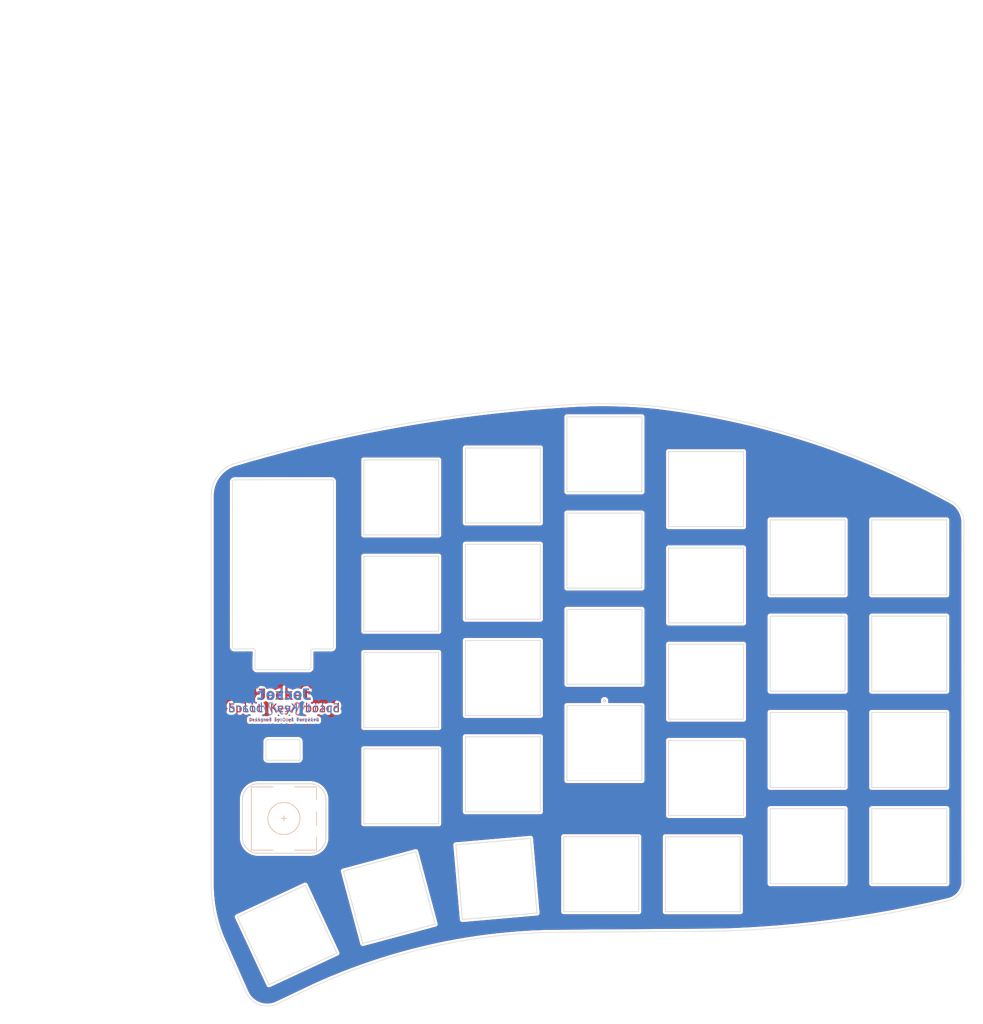
<source format=kicad_pcb>
(kicad_pcb (version 20211014) (generator pcbnew)
  (layers (0 "F.Cu" signal) (31 "B.Cu" signal) (34 "B.Paste" user) (35 "F.Paste" user) (36 "B.SilkS" user "B.Silkscreen") (37 "F.SilkS" user "F.Silkscreen") (38 "B.Mask" user) (39 "F.Mask" user) (44 "Edge.Cuts" user))
  (net 0 "")
  (footprint "Plate:Plate_ChocSpacing_Hotswap_SK6812MiniE" (layer "F.Cu") (at 120.5 48.0195 180)
    (fp_text reference "SW1" hide)
    (fp_text value "SW_PUSH_LED" hide)
    (fp_line (start 7 7) (end 7 -7) (layer "Edge.Cuts") (width 0.12))
    (fp_line (start -7 -7) (end 7 -7) (layer "Edge.Cuts") (width 0.12))
    (fp_line (start -7 -7) (end -7 7) (layer "Edge.Cuts") (width 0.12))
    (fp_line (start -7 7) (end 7 7) (layer "Edge.Cuts") (width 0.12))
  )
  (footprint "Plate:Plate_ChocSpacing_Hotswap_SK6812MiniE" (layer "F.Cu") (at 139.5 45.7695 180)
    (fp_text reference "SW2" hide)
    (fp_text value "SW_PUSH_LED" hide)
    (fp_line (start -7 -7) (end -7 7) (layer "Edge.Cuts") (width 0.12))
    (fp_line (start -7 -7) (end 7 -7) (layer "Edge.Cuts") (width 0.12))
    (fp_line (start -7 7) (end 7 7) (layer "Edge.Cuts") (width 0.12))
    (fp_line (start 7 7) (end 7 -7) (layer "Edge.Cuts") (width 0.12))
  )
  (footprint "Plate:Plate_ChocSpacing_Hotswap_SK6812MiniE" (layer "F.Cu") (at 158.5 39.95 180)
    (fp_text reference "SW3" hide)
    (fp_text value "SW_PUSH_LED" hide)
    (fp_line (start -7 7) (end 7 7) (layer "Edge.Cuts") (width 0.12))
    (fp_line (start -7 -7) (end 7 -7) (layer "Edge.Cuts") (width 0.12))
    (fp_line (start 7 7) (end 7 -7) (layer "Edge.Cuts") (width 0.12))
    (fp_line (start -7 -7) (end -7 7) (layer "Edge.Cuts") (width 0.12))
  )
  (footprint "Plate:Plate_ChocSpacing_Hotswap_SK6812MiniE" (layer "F.Cu") (at 177.5 46.4695 180)
    (fp_text reference "SW4" hide)
    (fp_text value "SW_PUSH_LED" hide)
    (fp_line (start -7 -7) (end 7 -7) (layer "Edge.Cuts") (width 0.12))
    (fp_line (start 7 7) (end 7 -7) (layer "Edge.Cuts") (width 0.12))
    (fp_line (start -7 7) (end 7 7) (layer "Edge.Cuts") (width 0.12))
    (fp_line (start -7 -7) (end -7 7) (layer "Edge.Cuts") (width 0.12))
  )
  (footprint "Plate:Plate_ChocSpacing_Hotswap_SK6812MiniE" (layer "F.Cu") (at 196.5 59.2195 180)
    (fp_text reference "SW5" hide)
    (fp_text value "SW_PUSH_LED" hide)
    (fp_line (start -7 -7) (end 7 -7) (layer "Edge.Cuts") (width 0.12))
    (fp_line (start -7 -7) (end -7 7) (layer "Edge.Cuts") (width 0.12))
    (fp_line (start -7 7) (end 7 7) (layer "Edge.Cuts") (width 0.12))
    (fp_line (start 7 7) (end 7 -7) (layer "Edge.Cuts") (width 0.12))
  )
  (footprint "Plate:Plate_ChocSpacing_Hotswap_SK6812MiniE" (layer "F.Cu") (at 120.5 66.0195 180)
    (fp_text reference "SW7" hide)
    (fp_text value "SW_PUSH_LED" hide)
    (fp_line (start 7 7) (end 7 -7) (layer "Edge.Cuts") (width 0.12))
    (fp_line (start -7 7) (end 7 7) (layer "Edge.Cuts") (width 0.12))
    (fp_line (start -7 -7) (end -7 7) (layer "Edge.Cuts") (width 0.12))
    (fp_line (start -7 -7) (end 7 -7) (layer "Edge.Cuts") (width 0.12))
  )
  (footprint "Plate:Plate_ChocSpacing_Hotswap_SK6812MiniE" (layer "F.Cu") (at 139.5 63.7695 180)
    (fp_text reference "SW8" hide)
    (fp_text value "SW_PUSH_LED" hide)
    (fp_line (start -7 -7) (end 7 -7) (layer "Edge.Cuts") (width 0.12))
    (fp_line (start -7 -7) (end -7 7) (layer "Edge.Cuts") (width 0.12))
    (fp_line (start 7 7) (end 7 -7) (layer "Edge.Cuts") (width 0.12))
    (fp_line (start -7 7) (end 7 7) (layer "Edge.Cuts") (width 0.12))
  )
  (footprint "Plate:Plate_ChocSpacing_Hotswap_SK6812MiniE" (layer "F.Cu") (at 158.5 57.94 180)
    (fp_text reference "SW9" hide)
    (fp_text value "SW_PUSH_LED" hide)
    (fp_line (start -7 -7) (end 7 -7) (layer "Edge.Cuts") (width 0.12))
    (fp_line (start 7 7) (end 7 -7) (layer "Edge.Cuts") (width 0.12))
    (fp_line (start -7 7) (end 7 7) (layer "Edge.Cuts") (width 0.12))
    (fp_line (start -7 -7) (end -7 7) (layer "Edge.Cuts") (width 0.12))
  )
  (footprint "Plate:Plate_ChocSpacing_Hotswap_SK6812MiniE" (layer "F.Cu") (at 177.5 64.4695 180)
    (fp_text reference "SW10" hide)
    (fp_text value "SW_PUSH_LED" hide)
    (fp_line (start -7 7) (end 7 7) (layer "Edge.Cuts") (width 0.12))
    (fp_line (start -7 -7) (end -7 7) (layer "Edge.Cuts") (width 0.12))
    (fp_line (start 7 7) (end 7 -7) (layer "Edge.Cuts") (width 0.12))
    (fp_line (start -7 -7) (end 7 -7) (layer "Edge.Cuts") (width 0.12))
  )
  (footprint "Plate:Plate_ChocSpacing_Hotswap_SK6812MiniE" (layer "F.Cu") (at 196.5 77.2195 180)
    (fp_text reference "SW11" hide)
    (fp_text value "SW_PUSH_LED" hide)
    (fp_line (start -7 7) (end 7 7) (layer "Edge.Cuts") (width 0.12))
    (fp_line (start -7 -7) (end 7 -7) (layer "Edge.Cuts") (width 0.12))
    (fp_line (start -7 -7) (end -7 7) (layer "Edge.Cuts") (width 0.12))
    (fp_line (start 7 7) (end 7 -7) (layer "Edge.Cuts") (width 0.12))
  )
  (footprint "Plate:Plate_ChocSpacing_Hotswap_SK6812MiniE" (layer "F.Cu") (at 215.5 77.2195 180)
    (fp_text reference "SW12" hide)
    (fp_text value "SW_PUSH_LED" hide)
    (fp_line (start -7 -7) (end 7 -7) (layer "Edge.Cuts") (width 0.12))
    (fp_line (start -7 7) (end 7 7) (layer "Edge.Cuts") (width 0.12))
    (fp_line (start -7 -7) (end -7 7) (layer "Edge.Cuts") (width 0.12))
    (fp_line (start 7 7) (end 7 -7) (layer "Edge.Cuts") (width 0.12))
  )
  (footprint "Plate:Plate_ChocSpacing_Hotswap_SK6812MiniE" (layer "F.Cu") (at 120.5 84.0195 180)
    (fp_text reference "SW13" hide)
    (fp_text value "SW_PUSH_LED" hide)
    (fp_line (start -7 7) (end 7 7) (layer "Edge.Cuts") (width 0.12))
    (fp_line (start -7 -7) (end -7 7) (layer "Edge.Cuts") (width 0.12))
    (fp_line (start -7 -7) (end 7 -7) (layer "Edge.Cuts") (width 0.12))
    (fp_line (start 7 7) (end 7 -7) (layer "Edge.Cuts") (width 0.12))
  )
  (footprint "Plate:Plate_ChocSpacing_Hotswap_SK6812MiniE" (layer "F.Cu") (at 139.5 81.7695 180)
    (fp_text reference "SW14" hide)
    (fp_text value "SW_PUSH_LED" hide)
    (fp_line (start -7 7) (end 7 7) (layer "Edge.Cuts") (width 0.12))
    (fp_line (start -7 -7) (end 7 -7) (layer "Edge.Cuts") (width 0.12))
    (fp_line (start 7 7) (end 7 -7) (layer "Edge.Cuts") (width 0.12))
    (fp_line (start -7 -7) (end -7 7) (layer "Edge.Cuts") (width 0.12))
  )
  (footprint "Plate:Plate_ChocSpacing_Hotswap_SK6812MiniE" (layer "F.Cu") (at 158.5 75.94 180)
    (fp_text reference "SW15" hide)
    (fp_text value "SW_PUSH_LED" hide)
    (fp_line (start -7 7) (end 7 7) (layer "Edge.Cuts") (width 0.12))
    (fp_line (start 7 7) (end 7 -7) (layer "Edge.Cuts") (width 0.12))
    (fp_line (start -7 -7) (end 7 -7) (layer "Edge.Cuts") (width 0.12))
    (fp_line (start -7 -7) (end -7 7) (layer "Edge.Cuts") (width 0.12))
  )
  (footprint "Plate:Plate_ChocSpacing_Hotswap_SK6812MiniE" (layer "F.Cu") (at 177.5 82.4695 180)
    (fp_text reference "SW16" hide)
    (fp_text value "SW_PUSH_LED" hide)
    (fp_line (start 7 7) (end 7 -7) (layer "Edge.Cuts") (width 0.12))
    (fp_line (start -7 -7) (end 7 -7) (layer "Edge.Cuts") (width 0.12))
    (fp_line (start -7 7) (end 7 7) (layer "Edge.Cuts") (width 0.12))
    (fp_line (start -7 -7) (end -7 7) (layer "Edge.Cuts") (width 0.12))
  )
  (footprint "Plate:Plate_ChocSpacing_Hotswap_SK6812MiniE" (layer "F.Cu") (at 196.5 95.2195 180)
    (fp_text reference "SW17" hide)
    (fp_text value "SW_PUSH_LED" hide)
    (fp_line (start 7 7) (end 7 -7) (layer "Edge.Cuts") (width 0.12))
    (fp_line (start -7 -7) (end 7 -7) (layer "Edge.Cuts") (width 0.12))
    (fp_line (start -7 7) (end 7 7) (layer "Edge.Cuts") (width 0.12))
    (fp_line (start -7 -7) (end -7 7) (layer "Edge.Cuts") (width 0.12))
  )
  (footprint "Plate:Plate_ChocSpacing_Hotswap_SK6812MiniE" (layer "F.Cu") (at 215.5 95.2195 180)
    (fp_text reference "SW18" hide)
    (fp_text value "SW_PUSH_LED" hide)
    (fp_line (start -7 -7) (end 7 -7) (layer "Edge.Cuts") (width 0.12))
    (fp_line (start -7 7) (end 7 7) (layer "Edge.Cuts") (width 0.12))
    (fp_line (start 7 7) (end 7 -7) (layer "Edge.Cuts") (width 0.12))
    (fp_line (start -7 -7) (end -7 7) (layer "Edge.Cuts") (width 0.12))
  )
  (footprint "Plate:Plate_ChocSpacing_Hotswap_SK6812MiniE" (layer "F.Cu") (at 120.5 102.0195 180)
    (fp_text reference "SW19" hide)
    (fp_text value "SW_PUSH_LED" hide)
    (fp_line (start 7 7) (end 7 -7) (layer "Edge.Cuts") (width 0.12))
    (fp_line (start -7 -7) (end 7 -7) (layer "Edge.Cuts") (width 0.12))
    (fp_line (start -7 7) (end 7 7) (layer "Edge.Cuts") (width 0.12))
    (fp_line (start -7 -7) (end -7 7) (layer "Edge.Cuts") (width 0.12))
  )
  (footprint "Plate:Plate_ChocSpacing_Hotswap_SK6812MiniE" (layer "F.Cu") (at 139.5 99.7695 180)
    (fp_text reference "SW20" hide)
    (fp_text value "SW_PUSH_LED" hide)
    (fp_line (start -7 -7) (end 7 -7) (layer "Edge.Cuts") (width 0.12))
    (fp_line (start -7 7) (end 7 7) (layer "Edge.Cuts") (width 0.12))
    (fp_line (start -7 -7) (end -7 7) (layer "Edge.Cuts") (width 0.12))
    (fp_line (start 7 7) (end 7 -7) (layer "Edge.Cuts") (width 0.12))
  )
  (footprint "Plate:Plate_ChocSpacing_Hotswap_SK6812MiniE" (layer "F.Cu") (at 158.5 93.94 180)
    (fp_text reference "SW21" hide)
    (fp_text value "SW_PUSH_LED" hide)
    (fp_line (start -7 -7) (end 7 -7) (layer "Edge.Cuts") (width 0.12))
    (fp_line (start -7 -7) (end -7 7) (layer "Edge.Cuts") (width 0.12))
    (fp_line (start -7 7) (end 7 7) (layer "Edge.Cuts") (width 0.12))
    (fp_line (start 7 7) (end 7 -7) (layer "Edge.Cuts") (width 0.12))
  )
  (footprint "Plate:Plate_ChocSpacing_Hotswap_SK6812MiniE" (layer "F.Cu") (at 177.5 100.4695 180)
    (fp_text reference "SW22" hide)
    (fp_text value "SW_PUSH_LED" hide)
    (fp_line (start 7 7) (end 7 -7) (layer "Edge.Cuts") (width 0.12))
    (fp_line (start -7 7) (end 7 7) (layer "Edge.Cuts") (width 0.12))
    (fp_line (start -7 -7) (end -7 7) (layer "Edge.Cuts") (width 0.12))
    (fp_line (start -7 -7) (end 7 -7) (layer "Edge.Cuts") (width 0.12))
  )
  (footprint "Plate:Plate_ChocSpacing_Hotswap_SK6812MiniE" (layer "F.Cu") (at 196.5 113.2195 180)
    (fp_text reference "SW23" hide)
    (fp_text value "SW_PUSH_LED" hide)
    (fp_line (start -7 7) (end 7 7) (layer "Edge.Cuts") (width 0.12))
    (fp_line (start 7 7) (end 7 -7) (layer "Edge.Cuts") (width 0.12))
    (fp_line (start -7 -7) (end 7 -7) (layer "Edge.Cuts") (width 0.12))
    (fp_line (start -7 -7) (end -7 7) (layer "Edge.Cuts") (width 0.12))
  )
  (footprint "Plate:Plate_ChocSpacing_Hotswap_SK6812MiniE" (layer "F.Cu") (at 215.512493 113.2195 180)
    (fp_text reference "SW24" hide)
    (fp_text value "SW_PUSH_LED" hide)
    (fp_line (start -7 -7) (end -7 7) (layer "Edge.Cuts") (width 0.12))
    (fp_line (start -7 7) (end 7 7) (layer "Edge.Cuts") (width 0.12))
    (fp_line (start 7 7) (end 7 -7) (layer "Edge.Cuts") (width 0.12))
    (fp_line (start -7 -7) (end 7 -7) (layer "Edge.Cuts") (width 0.12))
  )
  (footprint "Plate:Plate_ChocSpacing_Hotswap_SK6812MiniE" (layer "F.Cu") (at 99.149234 129.818965 -155)
    (fp_text reference "SW26" hide)
    (fp_text value "SW_PUSH_LED" hide)
    (fp_line (start -7 7) (end 7 7) (layer "Edge.Cuts") (width 0.12))
    (fp_line (start -7 -7) (end 7 -7) (layer "Edge.Cuts") (width 0.12))
    (fp_line (start -7 -7) (end -7 7) (layer "Edge.Cuts") (width 0.12))
    (fp_line (start 7 7) (end 7 -7) (layer "Edge.Cuts") (width 0.12))
  )
  (footprint "Plate:Plate_ChocSpacing_Hotswap_SK6812MiniE" (layer "F.Cu") (at 138.298041 119.344167 -175)
    (fp_text reference "SW28" hide)
    (fp_text value "SW_PUSH_LED" hide)
    (fp_line (start 7 7) (end 7 -7) (layer "Edge.Cuts") (width 0.12))
    (fp_line (start -7 -7) (end -7 7) (layer "Edge.Cuts") (width 0.12))
    (fp_line (start -7 7) (end 7 7) (layer "Edge.Cuts") (width 0.12))
    (fp_line (start -7 -7) (end 7 -7) (layer "Edge.Cuts") (width 0.12))
  )
  (footprint "Plate:Plate_ChocSpacing_Hotswap_SK6812MiniE" (layer "F.Cu") (at 157.9 118.4595 180)
    (fp_text reference "SW29" hide)
    (fp_text value "SW_PUSH_LED" hide)
    (fp_line (start 7 7) (end 7 -7) (layer "Edge.Cuts") (width 0.12))
    (fp_line (start -7 -7) (end -7 7) (layer "Edge.Cuts") (width 0.12))
    (fp_line (start -7 -7) (end 7 -7) (layer "Edge.Cuts") (width 0.12))
    (fp_line (start -7 7) (end 7 7) (layer "Edge.Cuts") (width 0.12))
  )
  (footprint "Plate:Plate_RotaryEncoder_Alps_EC11E-Switch_Vertical" (layer "F.Cu") (at 98.55 108.05)
    (fp_text reference "SW25" hide)
    (fp_text value "Rotary_Encoder_Switch")
    (fp_line (start -7.75 -3.5) (end -7.75 3.6) (layer "Edge.Cuts") (width 0.15))
    (fp_line (start -4.75 6.5) (end 4.95 6.5) (layer "Edge.Cuts") (width 0.15))
    (fp_line (start 7.85 3.5) (end 7.85 0.5) (layer "Edge.Cuts") (width 0.15))
    (fp_line (start 7.85 0.5) (end 7.85 -3.6) (layer "Edge.Cuts") (width 0.15))
    (fp_line (start 4.85 -6.5) (end -4.85 -6.5) (layer "Edge.Cuts") (width 0.15))
    (fp_arc (start 4.85 -6.5) (mid 6.95061 -5.67132) (end 7.85 -3.6) (layer "Edge.Cuts") (width 0.15))
    (fp_arc (start 7.85 3.5) (mid 7.02132 5.60061) (end 4.95 6.5) (layer "Edge.Cuts") (width 0.15))
    (fp_arc (start -7.75 -3.5) (mid -6.92132 -5.60061) (end -4.85 -6.5) (layer "Edge.Cuts") (width 0.15))
    (fp_arc (start -4.75 6.5) (mid -6.85061 5.67132) (end -7.75 3.6) (layer "Edge.Cuts") (width 0.15))
  )
  (footprint "Plate:Plate_ChocSpacing_Hotswap_SK6812MiniE" (layer "F.Cu") (at 176.9 118.4695 180)
    (fp_text reference "SW30" hide)
    (fp_text value "SW_PUSH_LED" hide)
    (fp_line (start -7 -7) (end 7 -7) (layer "Edge.Cuts") (width 0.12))
    (fp_line (start -7 7) (end 7 7) (layer "Edge.Cuts") (width 0.12))
    (fp_line (start -7 -7) (end -7 7) (layer "Edge.Cuts") (width 0.12))
    (fp_line (start 7 7) (end 7 -7) (layer "Edge.Cuts") (width 0.12))
  )
  (footprint "Plate:Plate_ChocSpacing_Hotswap_SK6812MiniE" (layer "F.Cu") (at 118.25437 122.836375 -165)
    (fp_text reference "SW27" hide)
    (fp_text value "SW_PUSH_LED" hide)
    (fp_line (start -7 -7) (end -7 7) (layer "Edge.Cuts") (width 0.12))
    (fp_line (start 7 7) (end 7 -7) (layer "Edge.Cuts") (width 0.12))
    (fp_line (start -7 7) (end 7 7) (layer "Edge.Cuts") (width 0.12))
    (fp_line (start -7 -7) (end 7 -7) (layer "Edge.Cuts") (width 0.12))
  )
  (footprint "Plate:Plate_ChocSpacing_Hotswap_SK6812MiniE" (layer "F.Cu") (at 215.5 59.2195 180)
    (fp_text reference "SW6" hide)
    (fp_text value "SW_PUSH_LED" hide)
    (fp_line (start -7 -7) (end -7 7) (layer "Edge.Cuts") (width 0.12))
    (fp_line (start 7 7) (end 7 -7) (layer "Edge.Cuts") (width 0.12))
    (fp_line (start -7 7) (end 7 7) (layer "Edge.Cuts") (width 0.12))
    (fp_line (start -7 -7) (end 7 -7) (layer "Edge.Cuts") (width 0.12))
  )
  (footprint "Logo:Logo_Cu_Jocket_SplitKeyboard" (layer "F.Cu") (at 98.575 86.775)
    (fp_text reference "G***" hide)
    (fp_text value "LOGO" hide)
    (fp_poly (pts (xy -4.6453 2.792964) (xy -4.644866 2.835744) (xy -4.644414 2.871439) (xy -4.643913 2.900781) (xy -4.643333 2.924502) (xy -4.642644 2.943332) (xy -4.641814 2.958002) (xy -4.640815 2.969244) (xy -4.639616 2.977788) (xy -4.638186 2.984367) (xy -4.637233 2.987589) (xy -4.627212 3.008145) (xy -4.612701 3.023826) (xy -4.598122 3.032121) (xy -4.581607 3.03565) (xy -4.560234 3.036273) (xy -4.536343 3.034125) (xy -4.512276 3.029341) (xy -4.502856 3.026635) (xy -4.48853 3.022494) (xy -4.477184 3.019979) (xy -4.470737 3.019488) (xy -4.470043 3.019796) (xy -4.468408 3.024626) (xy -4.466123 3.034877) (xy -4.4636 3.048228) (xy -4.461246 3.062355) (xy -4.459471 3.074938) (xy -4.458685 3.083653) (xy -4.458677 3.084272) (xy -4.462371 3.090441) (xy -4.472604 3.096278) (xy -4.488101 3.101589) (xy -4.507584 3.106181) (xy -4.52978 3.109863) (xy -4.553412 3.112442) (xy -4.577206 3.113725) (xy -4.599884 3.113518) (xy -4.620173 3.111631) (xy -4.629012 3.109999) (xy -4.651335 3.101954) (xy -4.673191 3.088818) (xy -4.691746 3.072503) (xy -4.700011 3.062137) (xy -4.707562 3.049689) (xy -4.713877 3.036341) (xy -4.719059 3.021303) (xy -4.723208 3.003788) (xy -4.726429 2.983009) (xy -4.728823 2.958178) (xy -4.730493 2.928506) (xy -4.73154 2.893207) (xy -4.732069 2.851493) (xy -4.732186 2.814606) (xy -4.732215 2.692581) (xy -4.801577 2.691514) (xy -4.870938 2.690447) (xy -4.870938 2.620108) (xy -4.758935 2.619072) (xy -4.646933 2.618035) (xy -4.6453 2.792964)) (layer "F.Cu") (width 0.01) (fill solid))
    (fp_poly (pts (xy -0.813353 2.618726) (xy -0.805901 2.619519) (xy -0.80227 2.621183) (xy -0.801132 2.623904) (xy -0.801077 2.625191) (xy -0.802239 2.633526) (xy -0.805545 2.648361) (xy -0.810721 2.668763) (xy -0.817497 2.693797) (xy -0.825601 2.722531) (xy -0.834759 2.754031) (xy -0.844701 2.787365) (xy -0.855154 2.821598) (xy -0.865846 2.855798) (xy -0.876506 2.889032) (xy -0.886861 2.920365) (xy -0.88864 2.925638) (xy -0.909397 2.985461) (xy -0.928818 3.038106) (xy -0.947183 3.084043) (xy -0.964771 3.123743) (xy -0.981865 3.157673) (xy -0.998743 3.186304) (xy -1.015685 3.210105) (xy -1.032973 3.229545) (xy -1.050886 3.245094) (xy -1.069704 3.25722) (xy -1.089709 3.266395) (xy -1.092746 3.267516) (xy -1.114082 3.272969) (xy -1.140078 3.276313) (xy -1.167835 3.277431) (xy -1.194455 3.276206) (xy -1.216995 3.272533) (xy -1.229424 3.269238) (xy -1.238384 3.266561) (xy -1.24161 3.265262) (xy -1.241702 3.262036) (xy -1.240333 3.253502) (xy -1.237377 3.239034) (xy -1.23271 3.218007) (xy -1.228876 3.201291) (xy -1.226389 3.195147) (xy -1.221549 3.195361) (xy -1.21848 3.196878) (xy -1.206844 3.200565) (xy -1.189939 3.202826) (xy -1.170187 3.203615) (xy -1.15001 3.202885) (xy -1.131832 3.20059) (xy -1.123732 3.198693) (xy -1.101456 3.188626) (xy -1.079937 3.17225) (xy -1.060812 3.151024) (xy -1.048338 3.131536) (xy -1.036605 3.109669) (xy -1.06697 3.04855) (xy -1.123719 2.925754) (xy -1.173081 2.800731) (xy -1.214919 2.673827) (xy -1.216722 2.66774) (xy -1.222615 2.646872) (xy -1.226012 2.632517) (xy -1.227067 2.623834) (xy -1.225932 2.619983) (xy -1.225488 2.619731) (xy -1.219784 2.619072) (xy -1.208098 2.618728) (xy -1.192261 2.618728) (xy -1.177966 2.618992) (xy -1.13528 2.620108) (xy -1.121279 2.672862) (xy -1.110518 2.711005) (xy -1.097551 2.753031) (xy -1.083006 2.797168) (xy -1.067507 2.841642) (xy -1.051681 2.884679) (xy -1.036153 2.924506) (xy -1.02155 2.959349) (xy -1.015154 2.973566) (xy -0.998222 3.010152) (xy -0.97587 2.940176) (xy -0.966869 2.91142) (xy -0.95795 2.881661) (xy -0.948809 2.849798) (xy -0.939143 2.81473) (xy -0.928648 2.775357) (xy -0.917022 2.730579) (xy -0.90396 2.679293) (xy -0.903816 2.678723) (xy -0.889 2.620108) (xy -0.845038 2.619003) (xy -0.825956 2.618617) (xy -0.813353 2.618726)) (layer "F.Cu") (width 0.01) (fill solid))
    (fp_poly (pts (xy 8.723057 0.162703) (xy 8.832302 0.17105) (xy 8.857734 0.174079) (xy 8.877982 0.176857) (xy 8.899572 0.180159) (xy 8.921056 0.183724) (xy 8.940984 0.187291) (xy 8.957906 0.190596) (xy 8.970375 0.193377) (xy 8.97694 0.195373) (xy 8.977505 0.195736) (xy 8.9771 0.19973) (xy 8.975348 0.210104) (xy 8.972503 0.225589) (xy 8.968819 0.244915) (xy 8.96455 0.266812) (xy 8.959949 0.290012) (xy 8.955271 0.313244) (xy 8.950768 0.335239) (xy 8.946696 0.354728) (xy 8.943307 0.370441) (xy 8.940855 0.381108) (xy 8.939594 0.38546) (xy 8.939577 0.38548) (xy 8.935594 0.385056) (xy 8.925971 0.383006) (xy 8.912608 0.379743) (xy 8.90939 0.378913) (xy 8.865289 0.368779) (xy 8.819918 0.36118) (xy 8.771899 0.355986) (xy 8.719852 0.35307) (xy 8.662398 0.352304) (xy 8.62692 0.352777) (xy 8.578782 0.354326) (xy 8.536131 0.356929) (xy 8.496675 0.360857) (xy 8.458124 0.366383) (xy 8.418189 0.373777) (xy 8.380046 0.382054) (xy 8.333154 0.392779) (xy 8.3312 0.89489) (xy 8.329246 1.397) (xy 8.222762 1.39804) (xy 8.116277 1.39908) (xy 8.116277 0.25129) (xy 8.170008 0.235273) (xy 8.282334 0.205447) (xy 8.39356 0.183298) (xy 8.503928 0.168805) (xy 8.613679 0.161948) (xy 8.723057 0.162703)) (layer "F.Cu") (width 0.01) (fill solid))
    (fp_poly (pts (xy -2.481259 -2.557672) (xy -2.450473 -2.557033) (xy -2.423062 -2.555848) (xy -2.400616 -2.554104) (xy -2.3876 -2.552355) (xy -2.343192 -2.543145) (xy -2.298358 -2.531522) (xy -2.266647 -2.521727) (xy -2.2437 -2.513062) (xy -2.216366 -2.501205) (xy -2.186626 -2.487155) (xy -2.156463 -2.471911) (xy -2.12786 -2.456473) (xy -2.102801 -2.441838) (xy -2.084754 -2.430067) (xy -2.063838 -2.413931) (xy -2.039767 -2.393117) (xy -2.014113 -2.369174) (xy -1.988444 -2.343649) (xy -1.964332 -2.318088) (xy -1.943347 -2.294041) (xy -1.931284 -2.278838) (xy -1.8894 -2.216606) (xy -1.853387 -2.14933) (xy -1.823321 -2.077207) (xy -1.799275 -2.000432) (xy -1.781321 -1.919201) (xy -1.771614 -1.853047) (xy -1.769361 -1.827039) (xy -1.76785 -1.795476) (xy -1.767058 -1.760036) (xy -1.76696 -1.722401) (xy -1.767532 -1.68425) (xy -1.768748 -1.647263) (xy -1.770586 -1.61312) (xy -1.77302 -1.5835) (xy -1.775856 -1.561123) (xy -1.788828 -1.492346) (xy -1.804791 -1.429234) (xy -1.824277 -1.370031) (xy -1.847822 -1.312981) (xy -1.85795 -1.291492) (xy -1.895079 -1.223527) (xy -1.937416 -1.16123) (xy -1.984775 -1.104756) (xy -2.036967 -1.05426) (xy -2.093804 -1.009896) (xy -2.155098 -0.97182) (xy -2.220662 -0.940187) (xy -2.290306 -0.91515) (xy -2.327031 -0.905047) (xy -2.361827 -0.897916) (xy -2.402111 -0.892158) (xy -2.445655 -0.887923) (xy -2.490226 -0.885362) (xy -2.533595 -0.884626) (xy -2.573532 -0.885867) (xy -2.5908 -0.887205) (xy -2.667247 -0.898195) (xy -2.740198 -0.916075) (xy -2.809454 -0.940728) (xy -2.874818 -0.972039) (xy -2.93609 -1.009889) (xy -2.993073 -1.054164) (xy -3.045569 -1.104747) (xy -3.093379 -1.161522) (xy -3.118979 -1.197384) (xy -3.157837 -1.262105) (xy -3.190957 -1.331678) (xy -3.218219 -1.405519) (xy -3.239503 -1.483046) (xy -3.254689 -1.563677) (xy -3.263656 -1.64683) (xy -3.266112 -1.726319) (xy -2.840253 -1.726319) (xy -2.839714 -1.692081) (xy -2.83687 -1.634921) (xy -2.831753 -1.58385) (xy -2.824089 -1.537402) (xy -2.813603 -1.494109) (xy -2.800022 -1.452507) (xy -2.790291 -1.427789) (xy -2.768072 -1.382656) (xy -2.741854 -1.344203) (xy -2.711481 -1.312304) (xy -2.676797 -1.286834) (xy -2.637647 -1.267668) (xy -2.593874 -1.254681) (xy -2.569745 -1.250399) (xy -2.547823 -1.248628) (xy -2.521263 -1.248482) (xy -2.493038 -1.249818) (xy -2.466122 -1.252493) (xy -2.443489 -1.256362) (xy -2.442762 -1.256529) (xy -2.402573 -1.269759) (xy -2.364513 -1.28999) (xy -2.329723 -1.31647) (xy -2.299341 -1.348448) (xy -2.294972 -1.354015) (xy -2.266357 -1.397512) (xy -2.242218 -1.446939) (xy -2.222699 -1.50172) (xy -2.207943 -1.561279) (xy -2.198097 -1.625039) (xy -2.193303 -1.692426) (xy -2.193533 -1.75853) (xy -2.197683 -1.822251) (xy -2.205187 -1.879894) (xy -2.216288 -1.932554) (xy -2.231235 -1.981324) (xy -2.250272 -2.027298) (xy -2.257204 -2.041472) (xy -2.279909 -2.081098) (xy -2.304631 -2.113804) (xy -2.332263 -2.140404) (xy -2.363701 -2.161713) (xy -2.399839 -2.178545) (xy -2.413 -2.183274) (xy -2.425171 -2.187189) (xy -2.435911 -2.19) (xy -2.446915 -2.191895) (xy -2.459876 -2.193058) (xy -2.47649 -2.193676) (xy -2.498453 -2.193934) (xy -2.510692 -2.193983) (xy -2.536154 -2.193943) (xy -2.555493 -2.193554) (xy -2.570402 -2.192659) (xy -2.582571 -2.1911) (xy -2.593691 -2.18872) (xy -2.605454 -2.18536) (xy -2.606431 -2.185058) (xy -2.641572 -2.17172) (xy -2.672703 -2.15434) (xy -2.702106 -2.131515) (xy -2.718142 -2.116359) (xy -2.750563 -2.07844) (xy -2.77801 -2.034523) (xy -2.800473 -1.984646) (xy -2.81794 -1.928848) (xy -2.8304 -1.867168) (xy -2.837841 -1.799645) (xy -2.840253 -1.726319) (xy -3.266112 -1.726319) (xy -3.266286 -1.731922) (xy -3.262457 -1.818371) (xy -3.257316 -1.868214) (xy -3.244111 -1.947074) (xy -3.224584 -2.023648) (xy -3.199052 -2.09703) (xy -3.167835 -2.16632) (xy -3.131252 -2.230613) (xy -3.127037 -2.237153) (xy -3.08298 -2.297802) (xy -3.033833 -2.352551) (xy -2.979734 -2.401311) (xy -2.920821 -2.44399) (xy -2.857234 -2.480498) (xy -2.789111 -2.510745) (xy -2.716589 -2.53464) (xy -2.647785 -2.550618) (xy -2.630148 -2.553037) (xy -2.606344 -2.554973) (xy -2.577962 -2.556415) (xy -2.546594 -2.557352) (xy -2.513829 -2.557775) (xy -2.481259 -2.557672)) (layer "F.Cu") (width 0.01) (fill solid))
    (fp_poly (pts (xy 6.290398 2.60957) (xy 6.305353 2.610561) (xy 6.344351 2.617199) (xy 6.378373 2.629147) (xy 6.407053 2.646193) (xy 6.430024 2.668125) (xy 6.445189 2.69123) (xy 6.449298 2.699833) (xy 6.452737 2.708734) (xy 6.455566 2.718691) (xy 6.457842 2.730459) (xy 6.459625 2.744797) (xy 6.460974 2.762461) (xy 6.461948 2.784208) (xy 6.462605 2.810796) (xy 6.463005 2.842982) (xy 6.463205 2.881523) (xy 6.463265 2.923668) (xy 6.463263 2.964746) (xy 6.463206 2.998695) (xy 6.463068 3.026201) (xy 6.462823 3.04795) (xy 6.462443 3.064627) (xy 6.461901 3.076918) (xy 6.46117 3.08551) (xy 6.460224 3.091089) (xy 6.459036 3.09434) (xy 6.457578 3.09595) (xy 6.456485 3.096438) (xy 6.450265 3.097731) (xy 6.437923 3.099851) (xy 6.421076 3.102532) (xy 6.401341 3.105513) (xy 6.394939 3.106449) (xy 6.352254 3.111342) (xy 6.309579 3.11381) (xy 6.268785 3.113847) (xy 6.231742 3.111452) (xy 6.201351 3.106839) (xy 6.173284 3.099613) (xy 6.150645 3.090509) (xy 6.131084 3.078406) (xy 6.116754 3.066441) (xy 6.097336 3.043363) (xy 6.083662 3.015755) (xy 6.076068 2.984733) (xy 6.075173 2.959355) (xy 6.162453 2.959355) (xy 6.165879 2.984278) (xy 6.175864 3.005052) (xy 6.192105 3.02127) (xy 6.2143 3.032527) (xy 6.217757 3.033651) (xy 6.227756 3.036159) (xy 6.239508 3.037862) (xy 6.25446 3.038848) (xy 6.27406 3.039204) (xy 6.299755 3.039017) (xy 6.305159 3.038933) (xy 6.327412 3.0384) (xy 6.34708 3.037623) (xy 6.362769 3.03668) (xy 6.373088 3.035652) (xy 6.376474 3.034867) (xy 6.378436 3.029912) (xy 6.379934 3.01878) (xy 6.380976 3.002999) (xy 6.38157 2.984095) (xy 6.381722 2.963597) (xy 6.38144 2.943031) (xy 6.380731 2.923926) (xy 6.379603 2.907809) (xy 6.378063 2.896207) (xy 6.376118 2.890648) (xy 6.375784 2.890427) (xy 6.363607 2.887253) (xy 6.345916 2.884508) (xy 6.325009 2.882393) (xy 6.303185 2.881107) (xy 6.282741 2.880853) (xy 6.271543 2.881317) (xy 6.238086 2.885986) (xy 6.210318 2.8947) (xy 6.188568 2.907223) (xy 6.173162 2.923322) (xy 6.164428 2.942762) (xy 6.162453 2.959355) (xy 6.075173 2.959355) (xy 6.074892 2.951412) (xy 6.076796 2.934371) (xy 6.085336 2.904885) (xy 6.100757 2.878615) (xy 6.122651 2.855953) (xy 6.150612 2.837292) (xy 6.184232 2.823025) (xy 6.195859 2.819523) (xy 6.215884 2.815524) (xy 6.241213 2.812678) (xy 6.269407 2.811067) (xy 6.29803 2.810769) (xy 6.324644 2.811865) (xy 6.346811 2.814435) (xy 6.347444 2.814547) (xy 6.363547 2.817147) (xy 6.373448 2.817921) (xy 6.378539 2.816898) (xy 6.379947 2.815237) (xy 6.380635 2.807436) (xy 6.379575 2.794358) (xy 6.377169 2.778238) (xy 6.373815 2.761315) (xy 6.369913 2.745824) (xy 6.365864 2.734003) (xy 6.365146 2.732428) (xy 6.351702 2.713105) (xy 6.33199 2.698016) (xy 6.314563 2.689922) (xy 6.299495 2.68632) (xy 6.278707 2.684229) (xy 6.254141 2.683622) (xy 6.227741 2.684473) (xy 6.20145 2.686754) (xy 6.177209 2.690439) (xy 6.170246 2.691901) (xy 6.155174 2.695115) (xy 6.143265 2.697261) (xy 6.136354 2.698024) (xy 6.135387 2.69786) (xy 6.133718 2.693044) (xy 6.131732 2.682819) (xy 6.12971 2.669425) (xy 6.127936 2.655103) (xy 6.126689 2.642092) (xy 6.126253 2.632635) (xy 6.126732 2.629061) (xy 6.134357 2.624842) (xy 6.148413 2.620845) (xy 6.167519 2.617215) (xy 6.190292 2.614094) (xy 6.215349 2.611626) (xy 6.241308 2.609954) (xy 6.266785 2.609221) (xy 6.290398 2.60957)) (layer "F.Cu") (width 0.01) (fill solid))
    (fp_poly (pts (xy 5.892725 2.612766) (xy 5.929906 2.617961) (xy 5.942039 2.620609) (xy 5.950248 2.622616) (xy 5.942606 2.660439) (xy 5.939317 2.676505) (xy 5.936611 2.689326) (xy 5.934846 2.69723) (xy 5.934375 2.698936) (xy 5.930598 2.698425) (xy 5.921264 2.696435) (xy 5.908408 2.693402) (xy 5.889443 2.690201) (xy 5.864787 2.688142) (xy 5.836478 2.687206) (xy 5.806557 2.687378) (xy 5.77706 2.68864) (xy 5.750026 2.690976) (xy 5.727494 2.694367) (xy 5.724769 2.694935) (xy 5.691554 2.70217) (xy 5.690542 2.902439) (xy 5.689529 3.102708) (xy 5.603631 3.102708) (xy 5.603631 2.645822) (xy 5.629479 2.637838) (xy 5.669377 2.627448) (xy 5.713201 2.619413) (xy 5.759199 2.613831) (xy 5.80562 2.610798) (xy 5.850713 2.610411) (xy 5.892725 2.612766)) (layer "F.Cu") (width 0.01) (fill solid))
    (fp_poly (pts (xy 2.533278 -0.467904) (xy 2.591384 -0.453763) (xy 2.648138 -0.433056) (xy 2.702488 -0.406129) (xy 2.753379 -0.373329) (xy 2.772921 -0.358326) (xy 2.819408 -0.316176) (xy 2.859601 -0.269772) (xy 2.893691 -0.218811) (xy 2.92187 -0.162987) (xy 2.944329 -0.101996) (xy 2.952748 -0.072292) (xy 2.956606 -0.056927) (xy 2.959457 -0.043796) (xy 2.961452 -0.031247) (xy 2.962745 -0.017632) (xy 2.963488 -0.001299) (xy 2.963833 0.019402) (xy 2.963933 0.04612) (xy 2.963935 0.048847) (xy 2.963883 0.076213) (xy 2.963591 0.097394) (xy 2.962912 0.11402) (xy 2.9617 0.127721) (xy 2.959808 0.140127) (xy 2.95709 0.152867) (xy 2.953399 0.167572) (xy 2.953194 0.168359) (xy 2.94705 0.190031) (xy 2.939672 0.213287) (xy 2.932267 0.234407) (xy 2.929094 0.242605) (xy 2.925876 0.24976) (xy 2.919368 0.263508) (xy 2.909768 0.28345) (xy 2.897273 0.309184) (xy 2.882079 0.34031) (xy 2.864384 0.376427) (xy 2.844386 0.417134) (xy 2.822281 0.462031) (xy 2.798266 0.510718) (xy 2.772539 0.562792) (xy 2.745297 0.617855) (xy 2.716737 0.675505) (xy 2.687057 0.735341) (xy 2.656452 0.796963) (xy 2.638662 0.832749) (xy 2.601486 0.907492) (xy 2.567621 0.975576) (xy 2.536912 1.037348) (xy 2.509205 1.093156) (xy 2.484347 1.143347) (xy 2.462184 1.188267) (xy 2.442562 1.228264) (xy 2.425326 1.263685) (xy 2.410323 1.294877) (xy 2.3974 1.322187) (xy 2.386401 1.345962) (xy 2.377174 1.366549) (xy 2.369564 1.384295) (xy 2.363418 1.399548) (xy 2.358581 1.412654) (xy 2.354899 1.423961) (xy 2.352219 1.433815) (xy 2.350387 1.442564) (xy 2.349249 1.450554) (xy 2.348651 1.458133) (xy 2.348439 1.465648) (xy 2.348458 1.473446) (xy 2.348557 1.481874) (xy 2.348588 1.486877) (xy 2.352408 1.532911) (xy 2.363262 1.576671) (xy 2.380558 1.617569) (xy 2.403704 1.655012) (xy 2.43211 1.688411) (xy 2.465184 1.717175) (xy 2.502334 1.740713) (xy 2.54297 1.758435) (xy 2.5865 1.76975) (xy 2.632332 1.774067) (xy 2.636159 1.774093) (xy 2.675178 1.771481) (xy 2.712881 1.763293) (xy 2.751413 1.748999) (xy 2.766646 1.741891) (xy 2.786506 1.731707) (xy 2.802087 1.72233) (xy 2.815989 1.711893) (xy 2.830811 1.698526) (xy 2.841334 1.688216) (xy 2.874992 1.654658) (xy 3.017527 1.369521) (xy 3.043105 1.318322) (xy 3.070302 1.263825) (xy 3.098521 1.20723) (xy 3.127165 1.149736) (xy 3.155636 1.092545) (xy 3.183337 1.036855) (xy 3.209672 0.983866) (xy 3.234042 0.934779) (xy 3.250424 0.901737) (xy 3.341077 0.901737) (xy 3.344308 0.904756) (xy 3.352691 0.909987) (xy 3.364266 0.916411) (xy 3.377068 0.923007) (xy 3.389136 0.928756) (xy 3.398507 0.932636) (xy 3.40258 0.933707) (xy 3.40636 0.930539) (xy 3.412417 0.921862) (xy 3.419715 0.909243) (xy 3.423342 0.902273) (xy 3.430212 0.888247) (xy 3.435307 0.877147) (xy 3.437902 0.870585) (xy 3.438039 0.869512) (xy 3.434235 0.867397) (xy 3.425056 0.862641) (xy 3.412126 0.856078) (xy 3.404629 0.852314) (xy 3.372443 0.836212) (xy 3.35676 0.867404) (xy 3.349774 0.88163) (xy 3.344389 0.893225) (xy 3.341414 0.900418) (xy 3.341077 0.901737) (xy 3.250424 0.901737) (xy 3.255851 0.890793) (xy 3.266948 0.868382) (xy 3.31958 0.762018) (xy 3.411416 0.762018) (xy 3.414592 0.764951) (xy 3.422858 0.770334) (xy 3.434321 0.777108) (xy 3.447084 0.784218) (xy 3.459255 0.790606) (xy 3.468938 0.795214) (xy 3.474045 0.796974) (xy 3.47655 0.793798) (xy 3.48159 0.785103) (xy 3.488312 0.772412) (xy 3.492566 0.763978) (xy 3.509028 0.730786) (xy 3.477893 0.715131) (xy 3.46368 0.708152) (xy 3.452101 0.702775) (xy 3.444925 0.69981) (xy 3.443621 0.699477) (xy 3.440717 0.702708) (xy 3.435577 0.711103) (xy 3.429203 0.722711) (xy 3.422599 0.735585) (xy 3.416769 0.747776) (xy 3.412716 0.757335) (xy 3.411416 0.762018) (xy 3.31958 0.762018) (xy 3.373834 0.652379) (xy 3.368559 0.637828) (xy 3.36543 0.628384) (xy 3.363506 0.619556) (xy 3.363058 0.610473) (xy 3.363447 0.607413) (xy 3.443424 0.607413) (xy 3.443427 0.607631) (xy 3.447712 0.610137) (xy 3.457524 0.615265) (xy 3.471553 0.622372) (xy 3.488487 0.630818) (xy 3.507015 0.639958) (xy 3.525825 0.649152) (xy 3.543608 0.657757) (xy 3.55905 0.66513) (xy 3.570841 0.67063) (xy 3.57767 0.673614) (xy 3.578834 0.673952) (xy 3.580837 0.670262) (xy 3.585844 0.660442) (xy 3.593413 0.645378) (xy 3.603101 0.625956) (xy 3.614465 0.60306) (xy 3.627063 0.577576) (xy 3.630433 0.570743) (xy 3.680692 0.468789) (xy 3.614482 0.435641) (xy 3.593685 0.425279) (xy 3.575356 0.416241) (xy 3.560608 0.40907) (xy 3.550559 0.404308) (xy 3.546324 0.402496) (xy 3.546289 0.402493) (xy 3.544109 0.405819) (xy 3.53903 0.415093) (xy 3.531583 0.429258) (xy 3.522297 0.447257) (xy 3.511703 0.468033) (xy 3.50033 0.49053) (xy 3.488707 0.513691) (xy 3.477366 0.536459) (xy 3.466836 0.557776) (xy 3.457647 0.576588) (xy 3.450329 0.591835) (xy 3.445411 0.602462) (xy 3.443424 0.607413) (xy 3.363447 0.607413) (xy 3.364358 0.600269) (xy 3.367678 0.588075) (xy 3.37329 0.573022) (xy 3.381465 0.554242) (xy 3.392476 0.530867) (xy 3.406595 0.502027) (xy 3.418693 0.477679) (xy 3.473668 0.367384) (xy 3.454389 0.34935) (xy 3.436015 0.326994) (xy 3.423998 0.300799) (xy 3.418681 0.271919) (xy 3.418778 0.270195) (xy 3.497472 0.270195) (xy 3.499968 0.280292) (xy 3.50431 0.287841) (xy 3.50897 0.291142) (xy 3.519631 0.297388) (xy 3.535287 0.306063) (xy 3.554933 0.316649) (xy 3.577567 0.32863) (xy 3.602181 0.341489) (xy 3.627773 0.35471) (xy 3.653337 0.367775) (xy 3.677868 0.380168) (xy 3.700362 0.391373) (xy 3.719815 0.400872) (xy 3.73522 0.408149) (xy 3.745575 0.412688) (xy 3.749618 0.414004) (xy 3.752329 0.410691) (xy 3.757986 0.40122) (xy 3.76612 0.386464) (xy 3.769012 0.381) (xy 3.85763 0.381) (xy 3.8895 0.397412) (xy 3.903701 0.404636) (xy 3.915129 0.410285) (xy 3.92212 0.413542) (xy 3.923429 0.414019) (xy 3.925934 0.410843) (xy 3.930975 0.402147) (xy 3.937699 0.389453) (xy 3.941979 0.380966) (xy 3.958469 0.347717) (xy 3.925412 0.331322) (xy 3.910979 0.324419) (xy 3.89937 0.319348) (xy 3.892195 0.316785) (xy 3.890711 0.316702) (xy 3.888333 0.320768) (xy 3.883361 0.330144) (xy 3.876683 0.343142) (xy 3.873349 0.349739) (xy 3.85763 0.381) (xy 3.769012 0.381) (xy 3.776265 0.367297) (xy 3.787952 0.344591) (xy 3.800712 0.31922) (xy 3.803993 0.312608) (xy 3.816746 0.286677) (xy 3.828199 0.263085) (xy 3.837933 0.242717) (xy 3.845531 0.226459) (xy 3.850575 0.215196) (xy 3.852648 0.209813) (xy 3.852651 0.209488) (xy 3.847633 0.206355) (xy 3.836644 0.200447) (xy 3.820688 0.192249) (xy 3.800771 0.182249) (xy 3.777898 0.17093) (xy 3.753076 0.158779) (xy 3.727308 0.146282) (xy 3.701601 0.133924) (xy 3.67696 0.122191) (xy 3.65439 0.111568) (xy 3.634897 0.102542) (xy 3.619485 0.095597) (xy 3.609161 0.09122) (xy 3.605055 0.089877) (xy 3.592553 0.091773) (xy 3.581128 0.098169) (xy 3.569257 0.110129) (xy 3.561285 0.12042) (xy 3.546784 0.142384) (xy 3.532927 0.16719) (xy 3.520421 0.19318) (xy 3.50997 0.218697) (xy 3.502281 0.242085) (xy 3.49806 0.261687) (xy 3.497472 0.270195) (xy 3.418778 0.270195) (xy 3.420408 0.241508) (xy 3.421132 0.237677) (xy 3.426956 0.215831) (xy 3.435995 0.189987) (xy 3.447308 0.162257) (xy 3.459951 0.134751) (xy 3.472983 0.109584) (xy 3.485462 0.088868) (xy 3.490942 0.081173) (xy 3.511263 0.056309) (xy 3.529622 0.037796) (xy 3.547272 0.024859) (xy 3.565465 0.016726) (xy 3.585455 0.012624) (xy 3.603466 0.011723) (xy 3.633766 0.011723) (xy 3.770357 0.079881) (xy 3.807025 0.098219) (xy 3.837331 0.113553) (xy 3.861924 0.126337) (xy 3.881451 0.137025) (xy 3.896559 0.146072) (xy 3.907895 0.153932) (xy 3.916108 0.161059) (xy 3.921843 0.167907) (xy 3.925749 0.17493) (xy 3.928474 0.182584) (xy 3.930664 0.191321) (xy 3.93094 0.192546) (xy 3.93292 0.216871) (xy 3.931376 0.227524) (xy 3.92928 0.237685) (xy 3.928361 0.243865) (xy 3.928427 0.244651) (xy 3.932014 0.246538) (xy 3.941123 0.251149) (xy 3.954278 0.257739) (xy 3.966308 0.263731) (xy 3.987535 0.274698) (xy 4.002938 0.283888) (xy 4.013949 0.292429) (xy 4.021996 0.301454) (xy 4.028512 0.312091) (xy 4.029211 0.313437) (xy 4.034863 0.327179) (xy 4.037168 0.341016) (xy 4.035903 0.356267) (xy 4.030841 0.374254) (xy 4.021756 0.396295) (xy 4.011362 0.417892) (xy 3.998789 0.442017) (xy 3.988032 0.459974) (xy 3.978073 0.472879) (xy 3.967895 0.481847) (xy 3.95648 0.487993) (xy 3.943512 0.492248) (xy 3.932604 0.494479) (xy 3.922107 0.494732) (xy 3.910458 0.492633) (xy 3.896095 0.487809) (xy 3.877455 0.479886) (xy 3.861984 0.472746) (xy 3.822138 0.454032) (xy 3.816098 0.46325) (xy 3.80797 0.471632) (xy 3.795286 0.48066) (xy 3.780916 0.488552) (xy 3.767733 0.493527) (xy 3.767016 0.4937) (xy 3.76375 0.495239) (xy 3.759958 0.498883) (xy 3.755228 0.505347) (xy 3.749149 0.515344) (xy 3.741307 0.529591) (xy 3.731292 0.548801) (xy 3.718691 0.573688) (xy 3.704492 0.602149) (xy 3.690779 0.629541) (xy 3.677671 0.655323) (xy 3.665704 0.678473) (xy 3.655414 0.697969) (xy 3.647334 0.712789) (xy 3.642002 0.721908) (xy 3.641045 0.723343) (xy 3.630259 0.734949) (xy 3.616492 0.745064) (xy 3.602405 0.752015) (xy 3.592015 0.754185) (xy 3.588998 0.755755) (xy 3.58472 0.760874) (xy 3.578833 0.770161) (xy 3.570988 0.784232) (xy 3.560838 0.803704) (xy 3.548035 0.829193) (xy 3.536373 0.852854) (xy 3.509432 0.907723) (xy 3.481531 0.964357) (xy 3.452895 1.022311) (xy 3.42375 1.081137) (xy 3.394322 1.140388) (xy 3.364834 1.199616) (xy 3.335513 1.258374) (xy 3.306583 1.316215) (xy 3.278271 1.372692) (xy 3.2508 1.427357) (xy 3.224396 1.479764) (xy 3.199285 1.529465) (xy 3.175692 1.576013) (xy 3.153841 1.61896) (xy 3.133959 1.657859) (xy 3.11627 1.692264) (xy 3.100999 1.721727) (xy 3.088372 1.7458) (xy 3.078614 1.764037) (xy 3.07195 1.77599) (xy 3.069472 1.780048) (xy 3.051692 1.80403) (xy 3.029378 1.830112) (xy 3.004373 1.856416) (xy 2.97852 1.881065) (xy 2.953664 1.902182) (xy 2.938466 1.913433) (xy 2.885122 1.945553) (xy 2.828552 1.971327) (xy 2.769696 1.990534) (xy 2.709494 2.002956) (xy 2.648885 2.008371) (xy 2.588812 2.00656) (xy 2.557585 2.002607) (xy 2.52506 1.996392) (xy 2.491676 1.987913) (xy 2.471616 1.981971) (xy 2.437817 1.969368) (xy 2.401283 1.951913) (xy 2.364223 1.930806) (xy 2.328846 1.907246) (xy 2.315109 1.896976) (xy 2.267867 1.855486) (xy 2.226367 1.809013) (xy 2.190911 1.758186) (xy 2.161802 1.703634) (xy 2.139344 1.645986) (xy 2.123839 1.585873) (xy 2.115591 1.523922) (xy 2.114295 1.479954) (xy 2.116776 1.429494) (xy 2.123144 1.383509) (xy 2.133886 1.339438) (xy 2.14949 1.294719) (xy 2.149568 1.294522) (xy 2.152641 1.287653) (xy 2.159002 1.274187) (xy 2.168455 1.254521) (xy 2.180805 1.229054) (xy 2.195856 1.198183) (xy 2.213413 1.162307) (xy 2.233278 1.121824) (xy 2.255257 1.077132) (xy 2.279155 1.028629) (xy 2.304774 0.976714) (xy 2.331921 0.921783) (xy 2.360398 0.864237) (xy 2.39001 0.804472) (xy 2.420561 0.742887) (xy 2.438862 0.706032) (xy 2.476176 0.630925) (xy 2.510179 0.562477) (xy 2.541024 0.500344) (xy 2.568865 0.444178) (xy 2.593855 0.393635) (xy 2.61615 0.348368) (xy 2.635901 0.308033) (xy 2.653263 0.272282) (xy 2.668389 0.240771) (xy 2.681433 0.213154) (xy 2.692549 0.189085) (xy 2.70189 0.168218) (xy 2.70961 0.150207) (xy 2.715863 0.134708) (xy 2.720802 0.121373) (xy 2.72458 0.109857) (xy 2.727353 0.099815) (xy 2.729272 0.090901) (xy 2.730492 0.082769) (xy 2.731167 0.075074) (xy 2.73145 0.067468) (xy 2.731495 0.059608) (xy 2.731455 0.051147) (xy 2.73145 0.047664) (xy 2.727847 -0.000215) (xy 2.716988 -0.0452) (xy 2.698912 -0.087204) (xy 2.673655 -0.126143) (xy 2.641255 -0.161931) (xy 2.637957 -0.165025) (xy 2.601212 -0.193799) (xy 2.560387 -0.216115) (xy 2.516252 -0.23164) (xy 2.46958 -0.240042) (xy 2.46218 -0.240685) (xy 2.418801 -0.240216) (xy 2.375603 -0.232766) (xy 2.333699 -0.218899) (xy 2.294204 -0.199183) (xy 2.258233 -0.174181) (xy 2.226901 -0.144459) (xy 2.201322 -0.110584) (xy 2.199316 -0.107311) (xy 2.19591 -0.101045) (xy 2.189244 -0.088204) (xy 2.179534 -0.069213) (xy 2.166991 -0.044498) (xy 2.151831 -0.014485) (xy 2.134266 0.020402) (xy 2.114511 0.059735) (xy 2.092778 0.103089) (xy 2.069283 0.150039) (xy 2.044238 0.200158) (xy 2.017857 0.253021) (xy 1.990354 0.308203) (xy 1.961942 0.365277) (xy 1.945861 0.397613) (xy 1.706414 0.879241) (xy 1.711918 0.895844) (xy 1.714937 0.905718) (xy 1.716809 0.914813) (xy 1.71726 0.924014) (xy 1.716018 0.934204) (xy 1.712806 0.946269) (xy 1.707353 0.961094) (xy 1.699384 0.979563) (xy 1.688626 1.002561) (xy 1.674803 1.030974) (xy 1.662195 1.056502) (xy 1.607731 1.166447) (xy 1.627802 1.186142) (xy 1.646396 1.209504) (xy 1.657864 1.235871) (xy 1.662073 1.264755) (xy 1.65889 1.295672) (xy 1.658401 1.297838) (xy 1.641896 1.352609) (xy 1.618545 1.40411) (xy 1.595846 1.441866) (xy 1.577954 1.467045) (xy 1.561627 1.486079) (xy 1.545558 1.500092) (xy 1.528441 1.51021) (xy 1.50897 1.517556) (xy 1.50734 1.518038) (xy 1.497226 1.520749) (xy 1.48784 1.522467) (xy 1.47839 1.522932) (xy 1.468089 1.521889) (xy 1.456146 1.519079) (xy 1.441772 1.514245) (xy 1.424177 1.507129) (xy 1.402573 1.497474) (xy 1.37617 1.485022) (xy 1.344179 1.469515) (xy 1.315374 1.455397) (xy 1.285216 1.440468) (xy 1.256855 1.426213) (xy 1.231163 1.413086) (xy 1.209012 1.401542) (xy 1.191275 1.392036) (xy 1.178822 1.385021) (xy 1.172525 1.380953) (xy 1.172503 1.380934) (xy 1.162669 1.370253) (xy 1.154866 1.357813) (xy 1.154266 1.356479) (xy 1.149883 1.340784) (xy 1.148054 1.322919) (xy 1.227016 1.322919) (xy 1.230393 1.325095) (xy 1.239986 1.330282) (xy 1.254982 1.338065) (xy 1.274572 1.348033) (xy 1.297945 1.35977) (xy 1.324289 1.372865) (xy 1.345223 1.383187) (xy 1.379943 1.400159) (xy 1.408446 1.413822) (xy 1.431474 1.42443) (xy 1.449766 1.432238) (xy 1.464062 1.437499) (xy 1.475101 1.440468) (xy 1.483626 1.4414) (xy 1.490374 1.440548) (xy 1.496086 1.438166) (xy 1.499317 1.436113) (xy 1.508963 1.426805) (xy 1.520472 1.411693) (xy 1.532972 1.392296) (xy 1.545591 1.370131) (xy 1.557456 1.346717) (xy 1.567696 1.32357) (xy 1.57444 1.305338) (xy 1.580783 1.281745) (xy 1.582363 1.263609) (xy 1.579173 1.250184) (xy 1.573823 1.242925) (xy 1.568286 1.239234) (xy 1.556611 1.232601) (xy 1.539692 1.223493) (xy 1.518423 1.212381) (xy 1.493698 1.199734) (xy 1.466411 1.186018) (xy 1.446744 1.176271) (xy 1.328458 1.117974) (xy 1.277737 1.219358) (xy 1.264801 1.245287) (xy 1.253082 1.268915) (xy 1.243018 1.289349) (xy 1.235045 1.305698) (xy 1.2296 1.317069) (xy 1.227121 1.322569) (xy 1.227016 1.322919) (xy 1.148054 1.322919) (xy 1.148002 1.322413) (xy 1.148881 1.305301) (xy 1.150429 1.298476) (xy 1.151033 1.29437) (xy 1.149194 1.29055) (xy 1.143801 1.286147) (xy 1.133746 1.280295) (xy 1.11792 1.272125) (xy 1.114578 1.270445) (xy 1.088135 1.255854) (xy 1.0686 1.241722) (xy 1.055194 1.227104) (xy 1.047136 1.211057) (xy 1.043646 1.192637) (xy 1.043354 1.184311) (xy 1.043388 1.183853) (xy 1.12151 1.183853) (xy 1.130301 1.18941) (xy 1.143436 1.197077) (xy 1.157808 1.204494) (xy 1.171198 1.210616) (xy 1.181384 1.214399) (xy 1.184964 1.215111) (xy 1.190316 1.212018) (xy 1.197494 1.202251) (xy 1.206763 1.185441) (xy 1.20768 1.183627) (xy 1.214551 1.169601) (xy 1.219645 1.158501) (xy 1.22224 1.151939) (xy 1.222378 1.150866) (xy 1.21788 1.148177) (xy 1.208572 1.143338) (xy 1.196321 1.13725) (xy 1.182992 1.13081) (xy 1.170455 1.124916) (xy 1.160576 1.120469) (xy 1.155223 1.118365) (xy 1.154773 1.11833) (xy 1.152658 1.122135) (xy 1.147902 1.131313) (xy 1.141341 1.14424) (xy 1.137594 1.151703) (xy 1.12151 1.183853) (xy 1.043388 1.183853) (xy 1.044094 1.174576) (xy 1.046686 1.163804) (xy 1.05169 1.150405) (xy 1.059666 1.13279) (xy 1.066321 1.119111) (xy 1.077426 1.097053) (xy 1.086251 1.08081) (xy 1.093733 1.069074) (xy 1.100812 1.060542) (xy 1.108429 1.053905) (xy 1.117521 1.047858) (xy 1.1176 1.04781) (xy 1.133474 1.040823) (xy 1.150941 1.038768) (xy 1.171092 1.04177) (xy 1.19502 1.049955) (xy 1.21501 1.059034) (xy 1.255065 1.078622) (xy 1.274243 1.061379) (xy 1.276038 1.059987) (xy 1.402862 1.059987) (xy 1.406149 1.062912) (xy 1.41513 1.068582) (xy 1.42848 1.0763) (xy 1.444878 1.085366) (xy 1.463 1.095083) (xy 1.481524 1.104754) (xy 1.499126 1.113679) (xy 1.514484 1.121161) (xy 1.526275 1.126501) (xy 1.533176 1.129003) (xy 1.533829 1.129099) (xy 1.536518 1.125795) (xy 1.542175 1.116343) (xy 1.550331 1.101615) (xy 1.560516 1.082483) (xy 1.57226 1.059817) (xy 1.585093 1.03449) (xy 1.588389 1.027901) (xy 1.601218 1.002006) (xy 1.612727 0.978436) (xy 1.622497 0.958078) (xy 1.630109 0.941815) (xy 1.635144 0.930534) (xy 1.637184 0.925121) (xy 1.637175 0.924787) (xy 1.632744 0.922138) (xy 1.622724 0.91685) (xy 1.608476 0.909589) (xy 1.591365 0.901027) (xy 1.572754 0.891832) (xy 1.554006 0.882672) (xy 1.536485 0.874217) (xy 1.521554 0.867137) (xy 1.510576 0.862099) (xy 1.504915 0.859774) (xy 1.504523 0.859693) (xy 1.501917 0.863029) (xy 1.496443 0.872321) (xy 1.488647 0.886493) (xy 1.479073 0.904472) (xy 1.468267 0.925183) (xy 1.456775 0.947551) (xy 1.445143 0.970501) (xy 1.433914 0.992958) (xy 1.423636 1.013848) (xy 1.414853 1.032096) (xy 1.408112 1.046627) (xy 1.403957 1.056367) (xy 1.402862 1.059987) (xy 1.276038 1.059987) (xy 1.288127 1.050615) (xy 1.30166 1.043029) (xy 1.308088 1.040815) (xy 1.322754 1.037493) (xy 1.381837 0.920262) (xy 1.39819 0.887929) (xy 1.411539 0.861861) (xy 1.422323 0.841303) (xy 1.430979 0.825502) (xy 1.437946 0.813706) (xy 1.443661 0.805162) (xy 1.447269 0.800711) (xy 1.5748 0.800711) (xy 1.578032 0.803541) (xy 1.586415 0.808593) (xy 1.597984 0.814863) (xy 1.610772 0.821349) (xy 1.622813 0.827045) (xy 1.63214 0.83095) (xy 1.636303 0.832107) (xy 1.640083 0.828939) (xy 1.64614 0.820262) (xy 1.653438 0.807643) (xy 1.657065 0.800673) (xy 1.663935 0.786648) (xy 1.66903 0.775549) (xy 1.671625 0.768988) (xy 1.671762 0.767916) (xy 1.666292 0.764534) (xy 1.656034 0.759261) (xy 1.643128 0.753082) (xy 1.629715 0.746983) (xy 1.617934 0.74195) (xy 1.609926 0.738968) (xy 1.608014 0.738554) (xy 1.603174 0.742117) (xy 1.596498 0.7522) (xy 1.588586 0.767896) (xy 1.588378 0.76835) (xy 1.582158 0.782287) (xy 1.577436 0.793412) (xy 1.574982 0.799894) (xy 1.5748 0.800711) (xy 1.447269 0.800711) (xy 1.448563 0.799116) (xy 1.453088 0.794815) (xy 1.456083 0.792565) (xy 1.468117 0.785568) (xy 1.479981 0.780657) (xy 1.483273 0.779814) (xy 1.485035 0.779321) (xy 1.486922 0.778281) (xy 1.489109 0.776352) (xy 1.491776 0.773192) (xy 1.4951 0.768458) (xy 1.499258 0.761808) (xy 1.504428 0.752899) (xy 1.510788 0.741389) (xy 1.518515 0.726936) (xy 1.527788 0.709198) (xy 1.538783 0.687831) (xy 1.551679 0.662493) (xy 1.551816 0.66222) (xy 1.641231 0.66222) (xy 1.644453 0.664812) (xy 1.652852 0.66974) (xy 1.664522 0.676031) (xy 1.67756 0.682711) (xy 1.690061 0.688807) (xy 1.700123 0.693345) (xy 1.70584 0.695351) (xy 1.706069 0.695374) (xy 1.709545 0.692161) (xy 1.715155 0.683416) (xy 1.721898 0.67077) (xy 1.72463 0.665111) (xy 1.7311 0.651029) (xy 1.736043 0.639705) (xy 1.738685 0.632941) (xy 1.738923 0.63194) (xy 1.735726 0.629355) (xy 1.727396 0.624343) (xy 1.715823 0.617906) (xy 1.702898 0.611044) (xy 1.690511 0.604757) (xy 1.680553 0.600047) (xy 1.674914 0.597913) (xy 1.674577 0.597877) (xy 1.672207 0.601077) (xy 1.667405 0.609412) (xy 1.661154 0.620988) (xy 1.654435 0.633911) (xy 1.648231 0.646285) (xy 1.643523 0.656216) (xy 1.641293 0.661809) (xy 1.641231 0.66222) (xy 1.551816 0.66222) (xy 1.566653 0.632842) (xy 1.583883 0.598536) (xy 1.603546 0.559232) (xy 1.621444 0.523357) (xy 1.711569 0.523357) (xy 1.714835 0.526037) (xy 1.723597 0.531211) (xy 1.736304 0.537992) (xy 1.744173 0.541967) (xy 1.776776 0.558136) (xy 1.948336 0.213614) (xy 1.972886 0.164412) (xy 1.996769 0.116732) (xy 2.019718 0.0711) (xy 2.041463 0.028044) (xy 2.061736 -0.011912) (xy 2.080268 -0.04824) (xy 2.096789 -0.080414) (xy 2.111032 -0.107908) (xy 2.122727 -0.130196) (xy 2.131606 -0.146751) (xy 2.1374 -0.157048) (xy 2.138842 -0.159369) (xy 2.170653 -0.200157) (xy 2.208359 -0.235893) (xy 2.251736 -0.266386) (xy 2.28715 -0.285367) (xy 2.32259 -0.300136) (xy 2.357883 -0.310334) (xy 2.395661 -0.31658) (xy 2.430585 -0.319199) (xy 2.453183 -0.319939) (xy 2.470914 -0.319751) (xy 2.486694 -0.31839) (xy 2.503441 -0.315607) (xy 2.523172 -0.311362) (xy 2.572242 -0.29654) (xy 2.618852 -0.275247) (xy 2.661982 -0.24817) (xy 2.700611 -0.215997) (xy 2.733718 -0.179418) (xy 2.747743 -0.159901) (xy 2.774287 -0.113074) (xy 2.793832 -0.063913) (xy 2.806286 -0.013188) (xy 2.811553 0.03833) (xy 2.80954 0.089871) (xy 2.800153 0.140665) (xy 2.788793 0.176298) (xy 2.786017 0.182547) (xy 2.779951 0.195401) (xy 2.770789 0.214465) (xy 2.758723 0.239346) (xy 2.743947 0.269652) (xy 2.726653 0.304989) (xy 2.707036 0.344966) (xy 2.685287 0.389188) (xy 2.661601 0.437263) (xy 2.63617 0.488798) (xy 2.609188 0.5434) (xy 2.580848 0.600676) (xy 2.551342 0.660233) (xy 2.520865 0.721679) (xy 2.501817 0.760047) (xy 2.47086 0.822422) (xy 2.440775 0.883133) (xy 2.411753 0.941788) (xy 2.383987 0.997996) (xy 2.357667 1.051365) (xy 2.332985 1.101504) (xy 2.310135 1.148021) (xy 2.289308 1.190524) (xy 2.270695 1.228623) (xy 2.254489 1.261925) (xy 2.240881 1.29004) (xy 2.230064 1.312575) (xy 2.222229 1.329139) (xy 2.217569 1.339341) (xy 2.21636 1.342293) (xy 2.207008 1.372722) (xy 2.20057 1.401023) (xy 2.196646 1.429862) (xy 2.194836 1.461905) (xy 2.194607 1.486877) (xy 2.195066 1.514905) (xy 2.196292 1.537437) (xy 2.198494 1.556777) (xy 2.201883 1.575225) (xy 2.203287 1.58146) (xy 2.220461 1.638526) (xy 2.244271 1.69186) (xy 2.274361 1.741017) (xy 2.310377 1.785549) (xy 2.351964 1.82501) (xy 2.398767 1.858954) (xy 2.4433 1.883575) (xy 2.49398 1.905006) (xy 2.543322 1.919519) (xy 2.592996 1.927412) (xy 2.644672 1.92898) (xy 2.684268 1.926338) (xy 2.74117 1.916618) (xy 2.796082 1.899488) (xy 2.848386 1.87523) (xy 2.897465 1.844129) (xy 2.940278 1.808749) (xy 2.949714 1.799875) (xy 2.958364 1.791474) (xy 2.96648 1.783102) (xy 2.974314 1.774321) (xy 2.982118 1.764687) (xy 2.990145 1.75376) (xy 2.998645 1.741098) (xy 3.007872 1.726261) (xy 3.018077 1.708806) (xy 3.029512 1.688293) (xy 3.042429 1.66428) (xy 3.057079 1.636326) (xy 3.073716 1.603989) (xy 3.092591 1.566829) (xy 3.113955 1.524403) (xy 3.138061 1.476271) (xy 3.165161 1.421991) (xy 3.193175 1.365803) (xy 3.217594 1.316768) (xy 3.241004 1.269684) (xy 3.263171 1.225023) (xy 3.283861 1.183259) (xy 3.30284 1.144868) (xy 3.319876 1.110321) (xy 3.334735 1.080094) (xy 3.347183 1.05466) (xy 3.356987 1.034494) (xy 3.363914 1.020068) (xy 3.367729 1.011857) (xy 3.368431 1.010083) (xy 3.365199 1.00686) (xy 3.3568 1.001422) (xy 3.345176 0.994797) (xy 3.332269 0.988012) (xy 3.320022 0.982097) (xy 3.310378 0.97808) (xy 3.305792 0.976923) (xy 3.303544 0.980349) (xy 3.298077 0.990309) (xy 3.289629 1.006331) (xy 3.278442 1.027942) (xy 3.264755 1.05467) (xy 3.248808 1.086041) (xy 3.230841 1.121583) (xy 3.211094 1.160823) (xy 3.189807 1.203288) (xy 3.16722 1.248505) (xy 3.143573 1.296001) (xy 3.130771 1.321777) (xy 3.101558 1.380614) (xy 3.075556 1.432891) (xy 3.052523 1.479058) (xy 3.032221 1.519567) (xy 3.014407 1.554868) (xy 2.998841 1.585414) (xy 2.985283 1.611654) (xy 2.973492 1.634042) (xy 2.963226 1.653027) (xy 2.954246 1.66906) (xy 2.946311 1.682594) (xy 2.939179 1.694079) (xy 2.932611 1.703966) (xy 2.926365 1.712707) (xy 2.920202 1.720752) (xy 2.913879 1.728553) (xy 2.913569 1.728928) (xy 2.889573 1.75365) (xy 2.859694 1.77778) (xy 2.825842 1.800127) (xy 2.789928 1.819501) (xy 2.753861 1.834711) (xy 2.733431 1.841209) (xy 2.712456 1.845465) (xy 2.686319 1.848477) (xy 2.657055 1.850228) (xy 2.626698 1.8507) (xy 2.597281 1.849875) (xy 2.570838 1.847736) (xy 2.549405 1.844264) (xy 2.543908 1.842861) (xy 2.497559 1.825994) (xy 2.452975 1.803008) (xy 2.411467 1.774839) (xy 2.374349 1.74243) (xy 2.342933 1.706718) (xy 2.331817 1.691054) (xy 2.304897 1.643536) (xy 2.285412 1.594001) (xy 2.273408 1.542972) (xy 2.268928 1.490975) (xy 2.272018 1.438532) (xy 2.282721 1.386167) (xy 2.301084 1.334405) (xy 2.301362 1.333764) (xy 2.304808 1.326345) (xy 2.311538 1.312345) (xy 2.321349 1.292176) (xy 2.334037 1.26625) (xy 2.349399 1.234981) (xy 2.367229 1.198779) (xy 2.387326 1.158058) (xy 2.409484 1.11323) (xy 2.433501 1.064707) (xy 2.459173 1.012903) (xy 2.486295 0.958228) (xy 2.514664 0.901096) (xy 2.544076 0.841919) (xy 2.574328 0.78111) (xy 2.581895 0.765908) (xy 2.612244 0.704912) (xy 2.641752 0.64554) (xy 2.670219 0.588195) (xy 2.697446 0.533282) (xy 2.723234 0.481207) (xy 2.747382 0.432373) (xy 2.769691 0.387186) (xy 2.789962 0.34605) (xy 2.807996 0.309369) (xy 2.823591 0.277549) (xy 2.83655 0.250994) (xy 2.846672 0.230109) (xy 2.853759 0.215298) (xy 2.857609 0.206966) (xy 2.858069 0.205878) (xy 2.874659 0.154006) (xy 2.884302 0.099755) (xy 2.887052 0.044215) (xy 2.882963 -0.011521) (xy 2.872091 -0.066363) (xy 2.854489 -0.119218) (xy 2.840266 -0.150424) (xy 2.826003 -0.17721) (xy 2.812272 -0.199647) (xy 2.797406 -0.220012) (xy 2.779742 -0.24058) (xy 2.757613 -0.26363) (xy 2.757094 -0.264151) (xy 2.729699 -0.290225) (xy 2.703858 -0.311403) (xy 2.677086 -0.329477) (xy 2.646901 -0.346243) (xy 2.635735 -0.351809) (xy 2.582184 -0.373656) (xy 2.52677 -0.388136) (xy 2.470219 -0.395258) (xy 2.413255 -0.395029) (xy 2.356601 -0.387458) (xy 2.300983 -0.372553) (xy 2.247124 -0.350323) (xy 2.241062 -0.34729) (xy 2.196053 -0.32061) (xy 2.153578 -0.288142) (xy 2.115229 -0.251293) (xy 2.0826 -0.211469) (xy 2.075306 -0.200886) (xy 2.071595 -0.194456) (xy 2.0648 -0.181801) (xy 2.055205 -0.16349) (xy 2.043096 -0.140089) (xy 2.028757 -0.112167) (xy 2.012473 -0.080289) (xy 1.994529 -0.045025) (xy 1.97521 -0.00694) (xy 1.954802 0.033397) (xy 1.933589 0.075419) (xy 1.911856 0.118558) (xy 1.889888 0.162247) (xy 1.86797 0.20592) (xy 1.846387 0.249007) (xy 1.825424 0.290943) (xy 1.805366 0.331159) (xy 1.786498 0.369088) (xy 1.769105 0.404163) (xy 1.753471 0.435816) (xy 1.739883 0.463479) (xy 1.728625 0.486586) (xy 1.719981 0.50457) (xy 1.714237 0.516861) (xy 1.711678 0.522894) (xy 1.711569 0.523357) (xy 1.621444 0.523357) (xy 1.62582 0.514588) (xy 1.650883 0.464261) (xy 1.678913 0.407909) (xy 1.710087 0.34519) (xy 1.739226 0.286543) (xy 1.768324 0.228024) (xy 1.796647 0.171158) (xy 1.823985 0.116365) (xy 1.850124 0.064069) (xy 1.874852 0.01469) (xy 1.897957 -0.031349) (xy 1.919226 -0.073627) (xy 1.938446 -0.11172) (xy 1.955406 -0.145209) (xy 1.969892 -0.17367) (xy 1.981693 -0.196681) (xy 1.990596 -0.213821) (xy 1.996387 -0.224668) (xy 1.998448 -0.228245) (xy 2.037303 -0.281858) (xy 2.080903 -0.329318) (xy 2.128965 -0.370461) (xy 2.181212 -0.405122) (xy 2.237362 -0.433136) (xy 2.297138 -0.454338) (xy 2.360258 -0.468563) (xy 2.417225 -0.475106) (xy 2.474874 -0.475134) (xy 2.533278 -0.467904)) (layer "F.Cu") (width 0.01) (fill solid))
    (fp_poly (pts (xy 1.112793 2.611783) (xy 1.145581 2.618348) (xy 1.174257 2.629929) (xy 1.200096 2.646994) (xy 1.21638 2.661652) (xy 1.236866 2.685758) (xy 1.252769 2.713031) (xy 1.264426 2.744421) (xy 1.272172 2.780877) (xy 1.276343 2.823346) (xy 1.276756 2.8321) (xy 1.278835 2.883877) (xy 0.932932 2.883877) (xy 0.935567 2.903746) (xy 0.943131 2.936619) (xy 0.956299 2.965993) (xy 0.974411 2.990713) (xy 0.995539 3.008795) (xy 1.011303 3.018181) (xy 1.027185 3.025056) (xy 1.04479 3.029759) (xy 1.065725 3.032631) (xy 1.091595 3.034012) (xy 1.115646 3.034274) (xy 1.140092 3.034085) (xy 1.158646 3.033434) (xy 1.173228 3.032122) (xy 1.185757 3.02995) (xy 1.198153 3.02672) (xy 1.203006 3.025244) (xy 1.216793 3.02116) (xy 1.227375 3.018446) (xy 1.232844 3.01758) (xy 1.233168 3.017681) (xy 1.234376 3.021917) (xy 1.236407 3.03205) (xy 1.238907 3.046248) (xy 1.240093 3.053487) (xy 1.245599 3.087875) (xy 1.231423 3.093822) (xy 1.207104 3.101704) (xy 1.177217 3.107767) (xy 1.143828 3.111867) (xy 1.109002 3.113862) (xy 1.074804 3.11361) (xy 1.0433 3.110968) (xy 1.025769 3.108013) (xy 0.986837 3.095982) (xy 0.95081 3.077271) (xy 0.919114 3.052646) (xy 0.9144 3.04807) (xy 0.890047 3.019772) (xy 0.871511 2.98913) (xy 0.858426 2.95514) (xy 0.850422 2.9168) (xy 0.847134 2.873109) (xy 0.847013 2.864339) (xy 0.849113 2.818516) (xy 0.849979 2.813539) (xy 0.934769 2.813539) (xy 1.191995 2.813539) (xy 1.190213 2.804747) (xy 1.188554 2.795279) (xy 1.186628 2.782584) (xy 1.186127 2.778988) (xy 1.178817 2.751505) (xy 1.165498 2.727989) (xy 1.147147 2.708905) (xy 1.124743 2.694719) (xy 1.099263 2.685896) (xy 1.071686 2.682901) (xy 1.042989 2.686201) (xy 1.014151 2.696261) (xy 1.013247 2.696695) (xy 0.990536 2.711638) (xy 0.970165 2.732621) (xy 0.953397 2.757942) (xy 0.941499 2.7859) (xy 0.938403 2.797368) (xy 0.934769 2.813539) (xy 0.849979 2.813539) (xy 0.856147 2.778125) (xy 0.868432 2.742285) (xy 0.886289 2.71012) (xy 0.910036 2.680751) (xy 0.915963 2.674697) (xy 0.94649 2.648435) (xy 0.978254 2.629361) (xy 1.012493 2.616968) (xy 1.050451 2.610747) (xy 1.074616 2.609767) (xy 1.112793 2.611783)) (layer "F.Cu") (width 0.01) (fill solid))
    (fp_poly (pts (xy -5.135092 2.610332) (xy -5.092663 2.614472) (xy -5.07084 2.617853) (xy -5.052617 2.621153) (xy -5.037239 2.624138) (xy -5.026327 2.626479) (xy -5.021508 2.627847) (xy -5.021112 2.63206) (xy -5.022086 2.641844) (xy -5.02406 2.655152) (xy -5.026666 2.669936) (xy -5.029534 2.684148) (xy -5.032295 2.69574) (xy -5.03458 2.702666) (xy -5.035156 2.703567) (xy -5.039654 2.703587) (xy -5.049172 2.701574) (xy -5.057578 2.699193) (xy -5.087542 2.691685) (xy -5.120357 2.686452) (xy -5.153954 2.683603) (xy -5.186267 2.683244) (xy -5.215228 2.685483) (xy -5.23687 2.689854) (xy -5.258105 2.698983) (xy -5.273141 2.711933) (xy -5.281527 2.728208) (xy -5.2832 2.740855) (xy -5.282374 2.751801) (xy -5.279417 2.761417) (xy -5.273607 2.770207) (xy -5.264223 2.778673) (xy -5.250544 2.787317) (xy -5.231849 2.796642) (xy -5.207415 2.80715) (xy -5.176523 2.819345) (xy -5.163351 2.82437) (xy -5.13044 2.83717) (xy -5.10384 2.84837) (xy -5.082378 2.858624) (xy -5.064881 2.868589) (xy -5.050178 2.878919) (xy -5.037095 2.89027) (xy -5.026905 2.900638) (xy -5.009085 2.923773) (xy -4.998535 2.947613) (xy -4.99475 2.97362) (xy -4.995534 2.991069) (xy -5.002157 3.021553) (xy -5.015267 3.047788) (xy -5.034911 3.069825) (xy -5.061139 3.087713) (xy -5.093998 3.101503) (xy -5.1054 3.104915) (xy -5.121342 3.107991) (xy -5.143182 3.110393) (xy -5.169028 3.11208) (xy -5.196987 3.113013) (xy -5.225169 3.113154) (xy -5.251679 3.112462) (xy -5.274628 3.110899) (xy -5.290459 3.108756) (xy -5.310802 3.104355) (xy -5.330752 3.09908) (xy -5.34878 3.093441) (xy -5.363355 3.087947) (xy -5.372948 3.083111) (xy -5.375954 3.08022) (xy -5.375891 3.075018) (xy -5.374617 3.064356) (xy -5.372508 3.050426) (xy -5.369936 3.03542) (xy -5.367279 3.021531) (xy -5.36491 3.01095) (xy -5.363249 3.00593) (xy -5.359509 3.006734) (xy -5.349778 3.00967) (xy -5.335449 3.014296) (xy -5.31791 3.020174) (xy -5.314073 3.021484) (xy -5.265615 3.038078) (xy -5.203092 3.038154) (xy -5.172537 3.037752) (xy -5.148585 3.036276) (xy -5.130064 3.033448) (xy -5.115802 3.02899) (xy -5.104628 3.022626) (xy -5.095369 3.014076) (xy -5.093788 3.012251) (xy -5.085247 2.996461) (xy -5.083321 2.978681) (xy -5.087937 2.96096) (xy -5.096108 2.948407) (xy -5.109278 2.936988) (xy -5.129336 2.924991) (xy -5.156529 2.912294) (xy -5.191105 2.898776) (xy -5.210575 2.891898) (xy -5.242184 2.880584) (xy -5.2676 2.870283) (xy -5.288242 2.860231) (xy -5.30553 2.849665) (xy -5.320882 2.837823) (xy -5.334269 2.825392) (xy -5.350947 2.806975) (xy -5.361672 2.789828) (xy -5.367379 2.77153) (xy -5.369003 2.749659) (xy -5.368572 2.736561) (xy -5.363115 2.706932) (xy -5.350562 2.679833) (xy -5.331448 2.656107) (xy -5.306305 2.636595) (xy -5.304355 2.635422) (xy -5.280283 2.624604) (xy -5.250102 2.616595) (xy -5.21503 2.611485) (xy -5.176287 2.609367) (xy -5.135092 2.610332)) (layer "F.Cu") (width 0.01) (fill solid))
    (fp_poly (pts (xy 4.329648 2.612766) (xy 4.366829 2.617961) (xy 4.378962 2.620609) (xy 4.387171 2.622616) (xy 4.379529 2.660439) (xy 4.37624 2.676505) (xy 4.373534 2.689326) (xy 4.371769 2.69723) (xy 4.371298 2.698936) (xy 4.367521 2.698425) (xy 4.358187 2.696435) (xy 4.345331 2.693402) (xy 4.326366 2.690201) (xy 4.30171 2.688142) (xy 4.273402 2.687206) (xy 4.24348 2.687378) (xy 4.213983 2.68864) (xy 4.186949 2.690976) (xy 4.164417 2.694367) (xy 4.161692 2.694935) (xy 4.128477 2.70217) (xy 4.127465 2.902439) (xy 4.126452 3.102708) (xy 4.040554 3.102708) (xy 4.040554 2.645822) (xy 4.066402 2.637838) (xy 4.1063 2.627448) (xy 4.150124 2.619413) (xy 4.196122 2.613831) (xy 4.242543 2.610798) (xy 4.287636 2.610411) (xy 4.329648 2.612766)) (layer "F.Cu") (width 0.01) (fill solid))
    (fp_poly (pts (xy -3.571669 -2.320192) (xy -3.571698 -2.225521) (xy -3.571773 -2.136286) (xy -3.571893 -2.052675) (xy -3.572057 -1.974875) (xy -3.572264 -1.903073) (xy -3.572513 -1.837456) (xy -3.572804 -1.778212) (xy -3.573134 -1.725527) (xy -3.573504 -1.679589) (xy -3.573912 -1.640584) (xy -3.574357 -1.608701) (xy -3.574838 -1.584126) (xy -3.575354 -1.567046) (xy -3.57574 -1.559578) (xy -3.584017 -1.480813) (xy -3.597163 -1.406692) (xy -3.615064 -1.337599) (xy -3.637605 -1.273919) (xy -3.66467 -1.216035) (xy -3.692318 -1.169931) (xy -3.733973 -1.114932) (xy -3.781051 -1.065452) (xy -3.833258 -1.021681) (xy -3.890299 -0.983812) (xy -3.951878 -0.952036) (xy -4.017702 -0.926545) (xy -4.087475 -0.907529) (xy -4.100891 -0.904716) (xy -4.1239 -0.900412) (xy -4.148673 -0.896263) (xy -4.171738 -0.892829) (xy -4.185138 -0.891135) (xy -4.210027 -0.888959) (xy -4.240649 -0.887227) (xy -4.274935 -0.885976) (xy -4.310815 -0.88524) (xy -4.346217 -0.885057) (xy -4.379071 -0.885461) (xy -4.407307 -0.886488) (xy -4.41746 -0.887127) (xy -4.490798 -0.894643) (xy -4.55881 -0.906198) (xy -4.623108 -0.922235) (xy -4.685303 -0.943194) (xy -4.747008 -0.969518) (xy -4.783015 -0.987318) (xy -4.802397 -0.99776) (xy -4.823399 -1.009757) (xy -4.844743 -1.022503) (xy -4.86515 -1.035193) (xy -4.88334 -1.047021) (xy -4.898035 -1.057181) (xy -4.907956 -1.064868) (xy -4.91114 -1.068027) (xy -4.910205 -1.072303) (xy -4.906216 -1.082709) (xy -4.899575 -1.098398) (xy -4.890682 -1.118528) (xy -4.879941 -1.142251) (xy -4.867752 -1.168725) (xy -4.854518 -1.197102) (xy -4.840639 -1.22654) (xy -4.826518 -1.256193) (xy -4.812557 -1.285215) (xy -4.799157 -1.312762) (xy -4.786719 -1.33799) (xy -4.775646 -1.360052) (xy -4.766339 -1.378105) (xy -4.759201 -1.391303) (xy -4.754631 -1.398801) (xy -4.753206 -1.400215) (xy -4.748628 -1.398016) (xy -4.738942 -1.392618) (xy -4.725704 -1.384906) (xy -4.714631 -1.378288) (xy -4.662815 -1.347803) (xy -4.61602 -1.322101) (xy -4.573345 -1.30086) (xy -4.533891 -1.283758) (xy -4.496759 -1.270475) (xy -4.46105 -1.260688) (xy -4.425865 -1.254077) (xy -4.390305 -1.25032) (xy -4.35347 -1.249096) (xy -4.353169 -1.249096) (xy -4.310724 -1.250253) (xy -4.273215 -1.25411) (xy -4.23811 -1.261075) (xy -4.202872 -1.271554) (xy -4.193963 -1.274693) (xy -4.170796 -1.284612) (xy -4.146018 -1.297805) (xy -4.121683 -1.312957) (xy -4.099848 -1.32875) (xy -4.082569 -1.343867) (xy -4.077559 -1.349238) (xy -4.053681 -1.381776) (xy -4.034004 -1.419294) (xy -4.018353 -1.462281) (xy -4.006556 -1.511225) (xy -3.998439 -1.566614) (xy -3.997652 -1.574237) (xy -3.99705 -1.584422) (xy -3.996492 -1.602181) (xy -3.995978 -1.627274) (xy -3.995512 -1.659459) (xy -3.995093 -1.698497) (xy -3.994725 -1.744145) (xy -3.994408 -1.796163) (xy -3.994145 -1.85431) (xy -3.993938 -1.918345) (xy -3.993786 -1.988028) (xy -3.993694 -2.063117) (xy -3.993661 -2.143372) (xy -3.993661 -2.676727) (xy -4.344377 -2.677725) (xy -4.695092 -2.678723) (xy -4.69611 -2.851638) (xy -4.697127 -3.024553) (xy -3.571631 -3.024553) (xy -3.571669 -2.320192)) (layer "F.Cu") (width 0.01) (fill solid))
    (fp_poly (pts (xy 5.206023 2.407327) (xy 5.226901 2.416448) (xy 5.242403 2.431061) (xy 5.252167 2.450656) (xy 5.255828 2.474728) (xy 5.255846 2.476705) (xy 5.253002 2.499224) (xy 5.244005 2.517462) (xy 5.228156 2.532735) (xy 5.224891 2.535023) (xy 5.209061 2.541726) (xy 5.189931 2.544158) (xy 5.170787 2.542249) (xy 5.155765 2.536465) (xy 5.139797 2.522397) (xy 5.128782 2.503653) (xy 5.123322 2.482049) (xy 5.12402 2.459402) (xy 5.126683 2.448803) (xy 5.136269 2.431437) (xy 5.151308 2.41776) (xy 5.169926 2.408755) (xy 5.190246 2.405401) (xy 5.206023 2.407327)) (layer "F.Cu") (width 0.01) (fill solid))
    (fp_poly (pts (xy -7.088513 0.290147) (xy -7.088484 0.385088) (xy -7.088407 0.474084) (xy -7.088283 0.556981) (xy -7.088114 0.633631) (xy -7.087901 0.703882) (xy -7.087643 0.767585) (xy -7.087342 0.824588) (xy -7.086999 0.874742) (xy -7.086615 0.917895) (xy -7.08619 0.953897) (xy -7.085725 0.982598) (xy -7.085222 1.003847) (xy -7.08468 1.017493) (xy -7.084444 1.020891) (xy -7.078229 1.069165) (xy -7.068601 1.110573) (xy -7.05546 1.145327) (xy -7.038708 1.17364) (xy -7.018242 1.195724) (xy -6.994783 1.211378) (xy -6.968333 1.221382) (xy -6.936273 1.227763) (xy -6.899871 1.230615) (xy -6.860391 1.230033) (xy -6.819099 1.226114) (xy -6.777259 1.218951) (xy -6.736137 1.208641) (xy -6.696998 1.195279) (xy -6.678767 1.187573) (xy -6.666125 1.182194) (xy -6.656489 1.178754) (xy -6.651805 1.177942) (xy -6.651702 1.178011) (xy -6.650669 1.182052) (xy -6.648549 1.192472) (xy -6.64558 1.207947) (xy -6.642 1.227154) (xy -6.638046 1.24877) (xy -6.633956 1.271472) (xy -6.629967 1.293935) (xy -6.626318 1.314837) (xy -6.623246 1.332854) (xy -6.620988 1.346663) (xy -6.619783 1.35494) (xy -6.619647 1.356483) (xy -6.622984 1.359005) (xy -6.63193 1.36368) (xy -6.644867 1.369692) (xy -6.651869 1.372748) (xy -6.697172 1.389438) (xy -6.7476 1.403304) (xy -6.801085 1.414041) (xy -6.85556 1.42134) (xy -6.908956 1.424895) (xy -6.959207 1.424399) (xy -6.985148 1.422243) (xy -7.00385 1.419516) (xy -7.026107 1.415397) (xy -7.047958 1.410639) (xy -7.054243 1.409099) (xy -7.099244 1.394671) (xy -7.139228 1.375343) (xy -7.174401 1.350844) (xy -7.204966 1.320901) (xy -7.23113 1.285243) (xy -7.253096 1.243597) (xy -7.27107 1.195692) (xy -7.285256 1.141255) (xy -7.294401 1.090247) (xy -7.295279 1.083787) (xy -7.296081 1.07656) (xy -7.29681 1.068186) (xy -7.297472 1.058288) (xy -7.29807 1.046487) (xy -7.298609 1.032405) (xy -7.299093 1.015662) (xy -7.299528 0.995881) (xy -7.299917 0.972683) (xy -7.300266 0.945689) (xy -7.300578 0.914522) (xy -7.300858 0.878802) (xy -7.301111 0.838151) (xy -7.301341 0.792191) (xy -7.301553 0.740542) (xy -7.301751 0.682828) (xy -7.301939 0.618668) (xy -7.302123 0.547686) (xy -7.302307 0.469501) (xy -7.302423 0.417147) (xy -7.303789 -0.211015) (xy -7.651261 -0.211015) (xy -7.651261 -0.394677) (xy -7.088554 -0.394677) (xy -7.088513 0.290147)) (layer "F.Cu") (width 0.01) (fill solid))
    (fp_poly (pts (xy -4.693087 2.407153) (xy -4.675491 2.414971) (xy -4.659927 2.427422) (xy -4.648785 2.442388) (xy -4.646037 2.448803) (xy -4.643101 2.46489) (xy -4.643284 2.483215) (xy -4.646273 2.500684) (xy -4.651755 2.514204) (xy -4.652802 2.515739) (xy -4.668652 2.531979) (xy -4.687399 2.541178) (xy -4.708769 2.543908) (xy -4.725592 2.542707) (xy -4.738217 2.538551) (xy -4.743978 2.535116) (xy -4.760277 2.521092) (xy -4.769977 2.504884) (xy -4.774293 2.484443) (xy -4.774336 2.483939) (xy -4.773737 2.459747) (xy -4.767283 2.440129) (xy -4.754649 2.424141) (xy -4.75352 2.423129) (xy -4.734278 2.410715) (xy -4.713467 2.405328) (xy -4.693087 2.407153)) (layer "F.Cu") (width 0.01) (fill solid))
    (fp_poly (pts (xy 0.654836 -3.274711) (xy 0.655028 -3.263447) (xy 0.655215 -3.245153) (xy 0.655396 -3.220222) (xy 0.655569 -3.189048) (xy 0.655734 -3.152023) (xy 0.655889 -3.109541) (xy 0.656033 -3.061994) (xy 0.656166 -3.009775) (xy 0.656285 -2.953277) (xy 0.65639 -2.892894) (xy 0.65648 -2.829018) (xy 0.656553 -2.762042) (xy 0.656608 -2.692359) (xy 0.656645 -2.620362) (xy 0.656655 -2.585915) (xy 0.656818 -1.893277) (xy 0.670726 -1.908907) (xy 0.678881 -1.918413) (xy 0.690942 -1.932916) (xy 0.705986 -1.951269) (xy 0.723088 -1.972324) (xy 0.741326 -1.994933) (xy 0.759777 -2.017949) (xy 0.777516 -2.040224) (xy 0.793621 -2.060611) (xy 0.807167 -2.077962) (xy 0.815581 -2.088936) (xy 0.8262 -2.103225) (xy 0.840537 -2.122887) (xy 0.857851 -2.146876) (xy 0.877401 -2.174145) (xy 0.898445 -2.20365) (xy 0.920243 -2.234344) (xy 0.942054 -2.265182) (xy 0.963135 -2.295117) (xy 0.982747 -2.323105) (xy 1.000148 -2.348098) (xy 1.014598 -2.369051) (xy 1.025354 -2.384919) (xy 1.025838 -2.385646) (xy 1.039996 -2.407267) (xy 1.055926 -2.432167) (xy 1.071434 -2.456892) (xy 1.081667 -2.473569) (xy 1.108867 -2.518507) (xy 1.359571 -2.519513) (xy 1.410019 -2.519707) (xy 1.453204 -2.519845) (xy 1.489676 -2.519913) (xy 1.519987 -2.519899) (xy 1.544688 -2.519789) (xy 1.564331 -2.51957) (xy 1.579468 -2.51923) (xy 1.590649 -2.518755) (xy 1.598427 -2.518132) (xy 1.603352 -2.517348) (xy 1.605976 -2.51639) (xy 1.60685 -2.515245) (xy 1.606527 -2.513899) (xy 1.606393 -2.513651) (xy 1.601428 -2.506477) (xy 1.591763 -2.494013) (xy 1.577884 -2.476821) (xy 1.560272 -2.455461) (xy 1.53941 -2.430495) (xy 1.515783 -2.402483) (xy 1.489873 -2.371987) (xy 1.462164 -2.339567) (xy 1.433138 -2.305785) (xy 1.403279 -2.271201) (xy 1.373071 -2.236377) (xy 1.342996 -2.201873) (xy 1.313537 -2.168251) (xy 1.285178 -2.136071) (xy 1.258403 -2.105894) (xy 1.233693 -2.078282) (xy 1.211533 -2.053795) (xy 1.192406 -2.032994) (xy 1.191846 -2.032392) (xy 1.175184 -2.014441) (xy 1.154664 -1.992267) (xy 1.131706 -1.967408) (xy 1.107731 -1.941404) (xy 1.08416 -1.915794) (xy 1.069678 -1.900034) (xy 0.996356 -1.820176) (xy 1.040075 -1.774699) (xy 1.085219 -1.726692) (xy 1.133359 -1.67359) (xy 1.183249 -1.616861) (xy 1.233644 -1.557974) (xy 1.283298 -1.498399) (xy 1.330966 -1.439603) (xy 1.375401 -1.383055) (xy 1.403464 -1.3462) (xy 1.447161 -1.286646) (xy 1.490285 -1.22537) (xy 1.53198 -1.16368) (xy 1.571392 -1.102885) (xy 1.607666 -1.044292) (xy 1.639948 -0.989209) (xy 1.658116 -0.956407) (xy 1.672345 -0.93003) (xy 1.433072 -0.930175) (xy 1.1938 -0.93032) (xy 1.165948 -0.982116) (xy 1.153306 -1.004853) (xy 1.137126 -1.032757) (xy 1.118229 -1.064504) (xy 1.097434 -1.098771) (xy 1.075563 -1.134237) (xy 1.053435 -1.169579) (xy 1.031869 -1.203474) (xy 1.011687 -1.234601) (xy 0.993707 -1.261636) (xy 0.982593 -1.277815) (xy 0.953233 -1.319022) (xy 0.921759 -1.361867) (xy 0.888929 -1.405396) (xy 0.855505 -1.448653) (xy 0.822246 -1.490684) (xy 0.789914 -1.530533) (xy 0.759268 -1.567246) (xy 0.731069 -1.599868) (xy 0.706077 -1.627444) (xy 0.694792 -1.639277) (xy 0.656686 -1.678353) (xy 0.656589 -1.304192) (xy 0.656492 -0.93003) (xy 0.234462 -0.93003) (xy 0.234462 -2.069123) (xy 0.234469 -2.162948) (xy 0.234489 -2.254731) (xy 0.234523 -2.344164) (xy 0.234569 -2.430941) (xy 0.234627 -2.514755) (xy 0.234697 -2.595301) (xy 0.234777 -2.672271) (xy 0.234868 -2.745359) (xy 0.234969 -2.81426) (xy 0.235078 -2.878666) (xy 0.235197 -2.938271) (xy 0.235323 -2.992768) (xy 0.235457 -3.041852) (xy 0.235598 -3.085215) (xy 0.235745 -3.122552) (xy 0.235898 -3.153556) (xy 0.236056 -3.17792) (xy 0.236219 -3.195338) (xy 0.236387 -3.205504) (xy 0.236529 -3.208215) (xy 0.240664 -3.208851) (xy 0.25179 -3.210678) (xy 0.269195 -3.213577) (xy 0.292167 -3.217427) (xy 0.319991 -3.22211) (xy 0.351956 -3.227504) (xy 0.387349 -3.233491) (xy 0.425457 -3.23995) (xy 0.445692 -3.243384) (xy 0.484901 -3.250037) (xy 0.521752 -3.256279) (xy 0.555533 -3.26199) (xy 0.585531 -3.26705) (xy 0.611036 -3.271339) (xy 0.631335 -3.274738) (xy 0.645716 -3.277127) (xy 0.653468 -3.278385) (xy 0.65464 -3.278553) (xy 0.654836 -3.274711)) (layer "F.Cu") (width 0.01) (fill solid))
    (fp_poly (pts (xy 0.583732 2.612796) (xy 0.621524 2.623526) (xy 0.656002 2.640879) (xy 0.686624 2.66442) (xy 0.712845 2.693715) (xy 0.734122 2.72833) (xy 0.749913 2.76783) (xy 0.752403 2.776416) (xy 0.757088 2.800026) (xy 0.76007 2.828578) (xy 0.761278 2.85937) (xy 0.760641 2.889702) (xy 0.758089 2.91687) (xy 0.756343 2.927119) (xy 0.74461 2.96856) (xy 0.727218 3.006129) (xy 0.704731 3.039176) (xy 0.67771 3.067049) (xy 0.646717 3.089098) (xy 0.612316 3.104671) (xy 0.599669 3.108448) (xy 0.576265 3.112467) (xy 0.548712 3.114007) (xy 0.52026 3.113107) (xy 0.494157 3.109809) (xy 0.48185 3.106952) (xy 0.44817 3.09337) (xy 0.416981 3.07305) (xy 0.389097 3.046889) (xy 0.365335 3.015782) (xy 0.346509 2.980626) (xy 0.33398 2.944447) (xy 0.328612 2.915924) (xy 0.325745 2.882932) (xy 0.325713 2.878858) (xy 0.415196 2.878858) (xy 0.415345 2.881395) (xy 0.420527 2.921439) (xy 0.430663 2.956052) (xy 0.44561 2.984993) (xy 0.46523 3.00802) (xy 0.489381 3.024892) (xy 0.502671 3.030783) (xy 0.51962 3.034514) (xy 0.54075 3.035534) (xy 0.563009 3.034025) (xy 0.583348 3.030167) (xy 0.596796 3.025202) (xy 0.621454 3.008133) (xy 0.641529 2.98477) (xy 0.65697 2.955186) (xy 0.66671 2.923966) (xy 0.670128 2.902139) (xy 0.671617 2.875854) (xy 0.671275 2.847571) (xy 0.669205 2.819752) (xy 0.665507 2.794857) (xy 0.66067 2.776416) (xy 0.646453 2.746163) (xy 0.627494 2.721482) (xy 0.604313 2.702864) (xy 0.57743 2.6908) (xy 0.567344 2.688238) (xy 0.537153 2.685422) (xy 0.509444 2.689671) (xy 0.484578 2.700528) (xy 0.462914 2.717535) (xy 0.44481 2.740238) (xy 0.430627 2.768178) (xy 0.420724 2.800899) (xy 0.415461 2.837945) (xy 0.415196 2.878858) (xy 0.325713 2.878858) (xy 0.325466 2.848434) (xy 0.327859 2.815394) (xy 0.329827 2.801816) (xy 0.340546 2.759495) (xy 0.35708 2.721453) (xy 0.378912 2.688156) (xy 0.405526 2.660073) (xy 0.436402 2.63767) (xy 0.471026 2.621413) (xy 0.50888 2.61177) (xy 0.543169 2.609123) (xy 0.583732 2.612796)) (layer "F.Cu") (width 0.01) (fill solid))
    (fp_poly (pts (xy -3.600314 2.611162) (xy -3.582347 2.61265) (xy -3.576954 2.613578) (xy -3.539653 2.624722) (xy -3.508305 2.640898) (xy -3.482846 2.662152) (xy -3.463211 2.68853) (xy -3.458377 2.697591) (xy -3.453024 2.708952) (xy -3.448551 2.719873) (xy -3.444881 2.731167) (xy -3.441934 2.743649) (xy -3.439632 2.758132) (xy -3.437895 2.775429) (xy -3.436645 2.796356) (xy -3.435802 2.821724) (xy -3.435289 2.852348) (xy -3.435025 2.889041) (xy -3.434933 2.932618) (xy -3.434929 2.939562) (xy -3.434861 3.102708) (xy -3.520363 3.102708) (xy -3.521738 2.939562) (xy -3.522124 2.898315) (xy -3.522543 2.864124) (xy -3.523028 2.836232) (xy -3.523612 2.813878) (xy -3.524326 2.796303) (xy -3.525204 2.78275) (xy -3.526278 2.77246) (xy -3.52758 2.764672) (xy -3.529143 2.758629) (xy -3.529519 2.757474) (xy -3.540413 2.732864) (xy -3.554881 2.713858) (xy -3.573514 2.700165) (xy -3.596901 2.691495) (xy -3.625633 2.687559) (xy -3.660298 2.688067) (xy -3.669323 2.688796) (xy -3.686548 2.690506) (xy -3.701629 2.69225) (xy -3.712299 2.693754) (xy -3.715238 2.694322) (xy -3.724031 2.696457) (xy -3.724031 3.102708) (xy -3.81 3.102708) (xy -3.81 2.868477) (xy -3.809947 2.826423) (xy -3.809794 2.786724) (xy -3.80955 2.750065) (xy -3.809226 2.717129) (xy -3.80883 2.6886) (xy -3.808372 2.665161) (xy -3.807861 2.647496) (xy -3.807307 2.636287) (xy -3.806728 2.632224) (xy -3.801783 2.630742) (xy -3.79081 2.628236) (xy -3.775473 2.625067) (xy -3.758859 2.62186) (xy -3.735033 2.618134) (xy -3.707864 2.61508) (xy -3.679079 2.612777) (xy -3.650408 2.611304) (xy -3.623576 2.61074) (xy -3.600314 2.611162)) (layer "F.Cu") (width 0.01) (fill solid))
    (fp_poly (pts (xy 4.758115 2.611567) (xy 4.792362 2.618507) (xy 4.822411 2.630041) (xy 4.822767 2.630221) (xy 4.840402 2.641625) (xy 4.859077 2.657654) (xy 4.8763 2.67596) (xy 4.888098 2.691808) (xy 4.900766 2.716694) (xy 4.91133 2.747822) (xy 4.919493 2.78383) (xy 4.924959 2.823358) (xy 4.927431 2.865045) (xy 4.927538 2.873131) (xy 4.9276 2.883877) (xy 4.753708 2.883877) (xy 4.711736 2.883906) (xy 4.676938 2.884005) (xy 4.648673 2.884197) (xy 4.626298 2.884501) (xy 4.609174 2.884939) (xy 4.596658 2.885532) (xy 4.588108 2.886301) (xy 4.582885 2.887265) (xy 4.580345 2.888448) (xy 4.579816 2.889546) (xy 4.580598 2.89641) (xy 4.582602 2.907831) (xy 4.584247 2.915923) (xy 4.594962 2.949597) (xy 4.611482 2.978066) (xy 4.633624 3.001148) (xy 4.661205 3.018659) (xy 4.694041 3.030415) (xy 4.700283 3.031861) (xy 4.724057 3.035168) (xy 4.752163 3.036261) (xy 4.782306 3.035301) (xy 4.812191 3.032453) (xy 4.839521 3.027878) (xy 4.862001 3.021741) (xy 4.866415 3.020055) (xy 4.87429 3.01777) (xy 4.879497 3.019484) (xy 4.882923 3.026339) (xy 4.885455 3.039477) (xy 4.886269 3.04557) (xy 4.888207 3.059958) (xy 4.890187 3.0732) (xy 4.890924 3.077623) (xy 4.891725 3.083784) (xy 4.89049 3.08791) (xy 4.885765 3.091116) (xy 4.8761 3.094516) (xy 4.864411 3.097957) (xy 4.846269 3.102832) (xy 4.827175 3.107371) (xy 4.812582 3.110342) (xy 4.793064 3.112632) (xy 4.768616 3.113813) (xy 4.741803 3.113923) (xy 4.715189 3.112996) (xy 4.691339 3.111071) (xy 4.6736 3.108355) (xy 4.634536 3.096247) (xy 4.598797 3.077749) (xy 4.567288 3.053549) (xy 4.540915 3.024335) (xy 4.521524 2.992729) (xy 4.508815 2.963096) (xy 4.500325 2.933412) (xy 4.495551 2.901286) (xy 4.493985 2.864325) (xy 4.493982 2.862385) (xy 4.495449 2.824698) (xy 4.497061 2.813539) (xy 4.582701 2.813539) (xy 4.83873 2.813539) (xy 4.836094 2.79367) (xy 4.829152 2.763578) (xy 4.817146 2.736697) (xy 4.800862 2.714312) (xy 4.781087 2.697706) (xy 4.775307 2.694409) (xy 4.750569 2.685682) (xy 4.722723 2.682712) (xy 4.693894 2.685453) (xy 4.666204 2.693856) (xy 4.659261 2.697057) (xy 4.638812 2.710881) (xy 4.619599 2.730416) (xy 4.603141 2.753565) (xy 4.590957 2.778229) (xy 4.584942 2.799724) (xy 4.582701 2.813539) (xy 4.497061 2.813539) (xy 4.500166 2.79205) (xy 4.508606 2.762175) (xy 4.520933 2.733431) (xy 4.542783 2.697152) (xy 4.569345 2.667082) (xy 4.600816 2.643049) (xy 4.637392 2.624884) (xy 4.652108 2.619664) (xy 4.685794 2.61201) (xy 4.721861 2.609356) (xy 4.758115 2.611567)) (layer "F.Cu") (width 0.01) (fill solid))
    (fp_poly (pts (xy 7.186855 0.161886) (xy 7.22181 0.16245) (xy 7.253964 0.163531) (xy 7.281986 0.165132) (xy 7.304545 0.167251) (xy 7.317154 0.169197) (xy 7.377203 0.184133) (xy 7.431653 0.203773) (xy 7.480291 0.227994) (xy 7.522904 0.256673) (xy 7.559279 0.289686) (xy 7.588318 0.325615) (xy 7.602698 0.349533) (xy 7.616744 0.378129) (xy 7.629097 0.408335) (xy 7.638395 0.437083) (xy 7.639348 0.44071) (xy 7.642586 0.453461) (xy 7.645473 0.465164) (xy 7.64803 0.476322) (xy 7.650281 0.487441) (xy 7.652247 0.499023) (xy 7.65395 0.511573) (xy 7.655411 0.525595) (xy 7.656653 0.541592) (xy 7.657698 0.560069) (xy 7.658566 0.581529) (xy 7.659281 0.606477) (xy 7.659864 0.635416) (xy 7.660337 0.66885) (xy 7.660722 0.707284) (xy 7.66104 0.751221) (xy 7.661314 0.801164) (xy 7.661565 0.857619) (xy 7.661815 0.921089) (xy 7.661971 0.961897) (xy 7.663548 1.374763) (xy 7.65252 1.376991) (xy 7.632316 1.380774) (xy 7.605954 1.385263) (xy 7.575034 1.390221) (xy 7.541158 1.395413) (xy 7.505925 1.400602) (xy 7.470936 1.405553) (xy 7.437793 1.410028) (xy 7.408094 1.413792) (xy 7.385539 1.416386) (xy 7.358439 1.418804) (xy 7.326737 1.420847) (xy 7.292067 1.422479) (xy 7.256062 1.423663) (xy 7.220357 1.424363) (xy 7.186583 1.424542) (xy 7.156376 1.424163) (xy 7.131369 1.423191) (xy 7.119816 1.422333) (xy 7.053535 1.414351) (xy 6.994118 1.40345) (xy 6.94111 1.389456) (xy 6.894058 1.372198) (xy 6.852508 1.351501) (xy 6.816007 1.327195) (xy 6.7841 1.299105) (xy 6.777241 1.291959) (xy 6.745994 1.253177) (xy 6.721425 1.211081) (xy 6.703437 1.165371) (xy 6.691932 1.115749) (xy 6.686813 1.061918) (xy 6.687039 1.035936) (xy 6.905599 1.035936) (xy 6.906494 1.055896) (xy 6.912108 1.092082) (xy 6.922479 1.125001) (xy 6.937089 1.153568) (xy 6.955419 1.176694) (xy 6.970018 1.188948) (xy 6.996765 1.204123) (xy 7.029734 1.217374) (xy 7.06747 1.228239) (xy 7.108517 1.236257) (xy 7.126911 1.238725) (xy 7.144152 1.240013) (xy 7.167664 1.240752) (xy 7.195925 1.240975) (xy 7.22741 1.240717) (xy 7.260599 1.240013) (xy 7.293968 1.238898) (xy 7.325994 1.237407) (xy 7.355156 1.235574) (xy 7.379929 1.233434) (xy 7.385539 1.232823) (xy 7.4053 1.23047) (xy 7.422443 1.228279) (xy 7.435376 1.226463) (xy 7.442509 1.225237) (xy 7.443177 1.225055) (xy 7.444376 1.223012) (xy 7.445376 1.217423) (xy 7.446192 1.207739) (xy 7.44684 1.193413) (xy 7.447333 1.173893) (xy 7.447687 1.148633) (xy 7.447916 1.117082) (xy 7.448035 1.078692) (xy 7.448062 1.04379) (xy 7.448062 0.864227) (xy 7.420148 0.857878) (xy 7.378385 0.849562) (xy 7.336513 0.843786) (xy 7.292148 0.840303) (xy 7.242907 0.838869) (xy 7.235092 0.838816) (xy 7.179041 0.839949) (xy 7.129654 0.843986) (xy 7.08627 0.851115) (xy 7.048224 0.861523) (xy 7.014853 0.8754) (xy 6.985494 0.892933) (xy 6.959483 0.914312) (xy 6.955485 0.918204) (xy 6.932886 0.94457) (xy 6.917329 0.972167) (xy 6.908378 1.002215) (xy 6.905599 1.035936) (xy 6.687039 1.035936) (xy 6.687209 1.016439) (xy 6.691893 0.969653) (xy 6.701385 0.92788) (xy 6.716248 0.889572) (xy 6.73704 0.853182) (xy 6.755581 0.827823) (xy 6.787715 0.792216) (xy 6.82387 0.7615) (xy 6.864658 0.735341) (xy 6.910696 0.7134) (xy 6.962595 0.695343) (xy 7.020972 0.680831) (xy 7.02562 0.679879) (xy 7.079963 0.670405) (xy 7.133396 0.664341) (xy 7.187222 0.661708) (xy 7.242745 0.662526) (xy 7.301266 0.666817) (xy 7.364089 0.674601) (xy 7.432518 0.6859) (xy 7.435885 0.686517) (xy 7.449109 0.688947) (xy 7.446976 0.62485) (xy 7.445484 0.59256) (xy 7.443279 0.566381) (xy 7.440179 0.544625) (xy 7.436614 0.527979) (xy 7.422595 0.48616) (xy 7.402907 0.449447) (xy 7.377746 0.418093) (xy 7.347308 0.392351) (xy 7.318488 0.375578) (xy 7.300568 0.367136) (xy 7.284805 0.360456) (xy 7.269935 0.355336) (xy 7.254689 0.351573) (xy 7.237802 0.348965) (xy 7.218007 0.34731) (xy 7.194037 0.346405) (xy 7.164627 0.346048) (xy 7.133492 0.346027) (xy 7.09214 0.346397) (xy 7.056666 0.347487) (xy 7.025153 0.349527) (xy 6.995679 0.352745) (xy 6.966323 0.35737) (xy 6.935167 0.363633) (xy 6.900289 0.371761) (xy 6.884014 0.3758) (xy 6.866198 0.380166) (xy 6.851404 0.383572) (xy 6.841122 0.385692) (xy 6.836837 0.386199) (xy 6.836805 0.386173) (xy 6.835655 0.381582) (xy 6.833756 0.370654) (xy 6.83129 0.354748) (xy 6.82844 0.335225) (xy 6.825389 0.313444) (xy 6.82232 0.290765) (xy 6.819416 0.268548) (xy 6.81686 0.248154) (xy 6.814835 0.230941) (xy 6.813523 0.21827) (xy 6.813109 0.2115) (xy 6.813207 0.21078) (xy 6.819015 0.20687) (xy 6.831516 0.202135) (xy 6.84966 0.196818) (xy 6.872398 0.19116) (xy 6.89868 0.185403) (xy 6.927457 0.179791) (xy 6.957679 0.174563) (xy 6.988297 0.169964) (xy 6.992816 0.169349) (xy 7.016634 0.166817) (xy 7.045636 0.1648) (xy 7.078489 0.163298) (xy 7.113864 0.162311) (xy 7.150429 0.16184) (xy 7.186855 0.161886)) (layer "F.Cu") (width 0.01) (fill solid))
    (fp_poly (pts (xy 1.606182 2.660162) (xy 1.606256 2.706474) (xy 1.606429 2.751135) (xy 1.606693 2.793427) (xy 1.607038 2.832632) (xy 1.607456 2.868033) (xy 1.607936 2.898912) (xy 1.60847 2.924551) (xy 1.609049 2.944233) (xy 1.609663 2.957241) (xy 1.610038 2.96149) (xy 1.616072 2.989476) (xy 1.626021 3.011013) (xy 1.639787 3.025911) (xy 1.645139 3.029332) (xy 1.652966 3.032929) (xy 1.661617 3.034964) (xy 1.673204 3.035671) (xy 1.689839 3.035286) (xy 1.695939 3.035003) (xy 1.724442 3.032272) (xy 1.748666 3.027306) (xy 1.756172 3.024942) (xy 1.768454 3.020946) (xy 1.77753 3.018692) (xy 1.781166 3.018602) (xy 1.78266 3.023047) (xy 1.784937 3.032953) (xy 1.78757 3.046061) (xy 1.790131 3.060111) (xy 1.792194 3.072842) (xy 1.793333 3.081995) (xy 1.793425 3.083519) (xy 1.789947 3.089931) (xy 1.77993 3.095965) (xy 1.764647 3.101429) (xy 1.745371 3.106134) (xy 1.723376 3.10989) (xy 1.699937 3.112508) (xy 1.676326 3.113796) (xy 1.653816 3.113564) (xy 1.633683 3.111624) (xy 1.621692 3.109149) (xy 1.593161 3.098234) (xy 1.569747 3.082127) (xy 1.551205 3.060492) (xy 1.537287 3.032997) (xy 1.527747 2.999306) (xy 1.524156 2.977057) (xy 1.523324 2.966343) (xy 1.522568 2.948412) (xy 1.521896 2.923861) (xy 1.521316 2.893286) (xy 1.520838 2.857286) (xy 1.520471 2.816457) (xy 1.520222 2.771398) (xy 1.520103 2.722705) (xy 1.520092 2.703339) (xy 1.520092 2.462027) (xy 1.450731 2.46096) (xy 1.381369 2.459893) (xy 1.380246 2.423747) (xy 1.379122 2.3876) (xy 1.606062 2.3876) (xy 1.606182 2.660162)) (layer "F.Cu") (width 0.01) (fill solid))
    (fp_poly (pts (xy 10.257692 1.363484) (xy 10.243039 1.367328) (xy 10.160739 1.387491) (xy 10.08474 1.403157) (xy 10.015075 1.414316) (xy 9.996326 1.416677) (xy 9.972584 1.418973) (xy 9.944129 1.420926) (xy 9.912572 1.422499) (xy 9.879526 1.423655) (xy 9.846602 1.424358) (xy 9.815412 1.424569) (xy 9.787568 1.424252) (xy 9.764683 1.42337) (xy 9.751646 1.422305) (xy 9.683437 1.410993) (xy 9.619443 1.393176) (xy 9.559838 1.36904) (xy 9.504801 1.338772) (xy 9.454507 1.302557) (xy 9.409132 1.260583) (xy 9.368852 1.213035) (xy 9.333844 1.1601) (xy 9.304285 1.101963) (xy 9.28035 1.038812) (xy 9.262215 0.970833) (xy 9.250058 0.898212) (xy 9.249245 0.891299) (xy 9.247511 0.869343) (xy 9.246487 0.841672) (xy 9.246131 0.81002) (xy 9.246296 0.789354) (xy 9.468433 0.789354) (xy 9.469361 0.839711) (xy 9.472408 0.883958) (xy 9.477862 0.923583) (xy 9.486009 0.960071) (xy 9.497138 0.994912) (xy 9.511536 1.029592) (xy 9.517125 1.0414) (xy 9.543417 1.087369) (xy 9.574547 1.127262) (xy 9.610369 1.160968) (xy 9.650741 1.188372) (xy 9.695519 1.209363) (xy 9.744558 1.223827) (xy 9.751646 1.225303) (xy 9.770017 1.227751) (xy 9.794492 1.229265) (xy 9.823422 1.229886) (xy 9.855156 1.229654) (xy 9.888044 1.228611) (xy 9.920437 1.226795) (xy 9.950685 1.224248) (xy 9.977136 1.22101) (xy 9.986108 1.219562) (xy 10.00467 1.216225) (xy 10.020612 1.213222) (xy 10.032242 1.21088) (xy 10.037871 1.209526) (xy 10.037885 1.209521) (xy 10.038725 1.207738) (xy 10.039469 1.202786) (xy 10.040124 1.194278) (xy 10.040692 1.181828) (xy 10.04118 1.165051) (xy 10.041592 1.143559) (xy 10.041933 1.116965) (xy 10.042208 1.084885) (xy 10.042423 1.046931) (xy 10.042581 1.002717) (xy 10.042688 0.951856) (xy 10.042749 0.893963) (xy 10.042769 0.82865) (xy 10.042769 0.446086) (xy 10.02653 0.432186) (xy 10.009305 0.419669) (xy 9.986214 0.406175) (xy 9.958989 0.392571) (xy 9.92936 0.379723) (xy 9.899577 0.368671) (xy 9.881645 0.362799) (xy 9.867031 0.358701) (xy 9.853388 0.355991) (xy 9.838369 0.35428) (xy 9.819629 0.353181) (xy 9.801865 0.352529) (xy 9.760182 0.352577) (xy 9.724046 0.355928) (xy 9.691739 0.363004) (xy 9.661543 0.374229) (xy 9.631741 0.390025) (xy 9.620433 0.397137) (xy 9.586444 0.423944) (xy 9.556297 0.457332) (xy 9.530213 0.496954) (xy 9.508412 0.542465) (xy 9.491113 0.593522) (xy 9.488096 0.604827) (xy 9.479655 0.643167) (xy 9.47371 0.682994) (xy 9.470064 0.726168) (xy 9.468517 0.774551) (xy 9.468433 0.789354) (xy 9.246296 0.789354) (xy 9.246403 0.776123) (xy 9.247264 0.741716) (xy 9.248671 0.708532) (xy 9.250586 0.678308) (xy 9.252968 0.652778) (xy 9.255163 0.637009) (xy 9.270786 0.565039) (xy 9.291865 0.4983) (xy 9.318316 0.436913) (xy 9.350058 0.381001) (xy 9.387007 0.330687) (xy 9.429082 0.286094) (xy 9.476201 0.247345) (xy 9.528279 0.214562) (xy 9.544539 0.206068) (xy 9.590729 0.186533) (xy 9.640381 0.172512) (xy 9.694297 0.163839) (xy 9.753278 0.160346) (xy 9.765323 0.160254) (xy 9.826309 0.162789) (xy 9.882599 0.170577) (xy 9.935543 0.183917) (xy 9.986492 0.203107) (xy 10.011122 0.21473) (xy 10.042769 0.230641) (xy 10.042789 -0.071271) (xy 10.042809 -0.373184) (xy 10.150251 -0.391126) (xy 10.257692 -0.409067) (xy 10.257692 1.363484)) (layer "F.Cu") (width 0.01) (fill solid))
    (fp_poly (pts (xy -5.656531 2.61236) (xy -5.620496 2.621105) (xy -5.588788 2.63592) (xy -5.560881 2.657003) (xy -5.554215 2.663504) (xy -5.534805 2.686988) (xy -5.519611 2.713767) (xy -5.508309 2.744782) (xy -5.500573 2.780976) (xy -5.496081 2.823289) (xy -5.495469 2.834054) (xy -5.493035 2.883877) (xy -5.839168 2.883877) (xy -5.836641 2.905378) (xy -5.829168 2.939331) (xy -5.815331 2.968766) (xy -5.795258 2.993517) (xy -5.769077 3.013418) (xy -5.744873 3.025316) (xy -5.735439 3.02877) (xy -5.726152 3.0312) (xy -5.715363 3.032781) (xy -5.701428 3.033692) (xy -5.682698 3.03411) (xy -5.662246 3.034209) (xy -5.638649 3.034149) (xy -5.620608 3.033708) (xy -5.605861 3.032581) (xy -5.59215 3.030459) (xy -5.577213 3.027035) (xy -5.558792 3.022003) (xy -5.546515 3.018484) (xy -5.542255 3.017877) (xy -5.539362 3.020004) (xy -5.537159 3.026321) (xy -5.534972 3.038284) (xy -5.533815 3.045887) (xy -5.531023 3.064887) (xy -5.529807 3.077684) (xy -5.530816 3.085835) (xy -5.534699 3.090898) (xy -5.542102 3.094429) (xy -5.553676 3.097986) (xy -5.555761 3.098603) (xy -5.574213 3.103509) (xy -5.594412 3.108014) (xy -5.607538 3.110409) (xy -5.628701 3.11267) (xy -5.654214 3.113812) (xy -5.681592 3.11387) (xy -5.708353 3.112881) (xy -5.732012 3.110883) (xy -5.748215 3.108335) (xy -5.784707 3.096831) (xy -5.819107 3.078979) (xy -5.85009 3.055784) (xy -5.876333 3.028247) (xy -5.89651 2.997372) (xy -5.897625 2.995183) (xy -5.913937 2.954205) (xy -5.923852 2.910194) (xy -5.927355 2.864631) (xy -5.924428 2.819001) (xy -5.922218 2.808573) (xy -5.836737 2.808573) (xy -5.835442 2.81007) (xy -5.831931 2.811232) (xy -5.825435 2.812103) (xy -5.815185 2.812723) (xy -5.800411 2.813135) (xy -5.780343 2.81338) (xy -5.754213 2.8135) (xy -5.721249 2.813538) (xy -5.710813 2.813539) (xy -5.583007 2.813539) (xy -5.585084 2.790626) (xy -5.591324 2.760213) (xy -5.603662 2.733962) (xy -5.621314 2.712478) (xy -5.643495 2.696365) (xy -5.66942 2.686229) (xy -5.698304 2.682675) (xy -5.722362 2.684857) (xy -5.738209 2.688603) (xy -5.75353 2.693619) (xy -5.761075 2.696888) (xy -5.78174 2.710998) (xy -5.801074 2.730657) (xy -5.817329 2.75361) (xy -5.828756 2.7776) (xy -5.831857 2.788139) (xy -5.834495 2.798956) (xy -5.836587 2.8067) (xy -5.836737 2.808573) (xy -5.922218 2.808573) (xy -5.915055 2.774784) (xy -5.900594 2.736352) (xy -5.890359 2.716552) (xy -5.879176 2.699902) (xy -5.864817 2.683287) (xy -5.856742 2.675007) (xy -5.825962 2.648393) (xy -5.793699 2.629047) (xy -5.758851 2.616513) (xy -5.720316 2.610339) (xy -5.697415 2.609489) (xy -5.656531 2.61236)) (layer "F.Cu") (width 0.01) (fill solid))
    (fp_poly (pts (xy -9.651148 -0.249552) (xy -9.572052 -0.240739) (xy -9.571892 -0.240716) (xy -9.544702 -0.236442) (xy -9.516467 -0.231521) (xy -9.489543 -0.226394) (xy -9.466285 -0.221507) (xy -9.452926 -0.218331) (xy -9.427865 -0.21115) (xy -9.40101 -0.202183) (xy -9.374202 -0.192157) (xy -9.349281 -0.181803) (xy -9.328088 -0.171848) (xy -9.312464 -0.163021) (xy -9.311396 -0.162308) (xy -9.297096 -0.152591) (xy -9.330164 -0.065674) (xy -9.339509 -0.041222) (xy -9.347974 -0.019287) (xy -9.355152 -0.000901) (xy -9.360642 0.012907) (xy -9.364037 0.021106) (xy -9.364932 0.022942) (xy -9.368911 0.022041) (xy -9.378501 0.018335) (xy -9.392272 0.012413) (xy -9.408795 0.004865) (xy -9.409143 0.004702) (xy -9.455904 -0.01546) (xy -9.504285 -0.033072) (xy -9.55159 -0.047223) (xy -9.586753 -0.055419) (xy -9.617953 -0.060262) (xy -9.652861 -0.063406) (xy -9.689475 -0.064849) (xy -9.725792 -0.064591) (xy -9.759811 -0.062629) (xy -9.789528 -0.058961) (xy -9.805828 -0.055601) (xy -9.844745 -0.043164) (xy -9.881381 -0.026476) (xy -9.914387 -0.006365) (xy -9.942416 0.016338) (xy -9.96412 0.040805) (xy -9.965349 0.042535) (xy -9.978228 0.063269) (xy -9.987436 0.084124) (xy -9.993453 0.106948) (xy -9.996755 0.133588) (xy -9.997821 0.165892) (xy -9.997825 0.168031) (xy -9.996776 0.203117) (xy -9.993232 0.232519) (xy -9.986608 0.258134) (xy -9.976321 0.281857) (xy -9.961785 0.305583) (xy -9.950793 0.320593) (xy -9.936543 0.337624) (xy -9.92037 0.353837) (xy -9.901627 0.369624) (xy -9.879669 0.385374) (xy -9.853848 0.401479) (xy -9.82352 0.418331) (xy -9.788036 0.43632) (xy -9.746752 0.455838) (xy -9.699021 0.477275) (xy -9.673492 0.488422) (xy -9.644976 0.501025) (xy -9.614447 0.514953) (xy -9.58313 0.529606) (xy -9.552254 0.544387) (xy -9.523046 0.5587) (xy -9.496733 0.571945) (xy -9.474544 0.583526) (xy -9.457704 0.592844) (xy -9.451972 0.596282) (xy -9.430931 0.610572) (xy -9.407602 0.628267) (xy -9.384346 0.647434) (xy -9.363525 0.666141) (xy -9.349943 0.679764) (xy -9.314693 0.723367) (xy -9.286116 0.770858) (xy -9.264181 0.822323) (xy -9.248856 0.877848) (xy -9.240109 0.937522) (xy -9.237823 0.9906) (xy -9.241085 1.052128) (xy -9.250833 1.109342) (xy -9.266984 1.162161) (xy -9.289453 1.210503) (xy -9.318156 1.254286) (xy -9.353009 1.293427) (xy -9.393927 1.327845) (xy -9.440826 1.357457) (xy -9.493622 1.382181) (xy -9.55223 1.401936) (xy -9.616566 1.416638) (xy -9.684917 1.426049) (xy -9.71023 1.427861) (xy -9.740864 1.429025) (xy -9.774556 1.429544) (xy -9.809042 1.429422) (xy -9.842057 1.428663) (xy -9.871338 1.42727) (xy -9.890369 1.425721) (xy -9.924311 1.421525) (xy -9.961746 1.415781) (xy -9.999614 1.409022) (xy -10.034855 1.401784) (xy -10.056092 1.396777) (xy -10.081247 1.389747) (xy -10.109263 1.380783) (xy -10.138606 1.370483) (xy -10.167741 1.359446) (xy -10.195134 1.348267) (xy -10.21925 1.337547) (xy -10.238554 1.327883) (xy -10.249149 1.321554) (xy -10.250284 1.318903) (xy -10.249747 1.31302) (xy -10.247315 1.303154) (xy -10.242765 1.288553) (xy -10.235875 1.268466) (xy -10.226421 1.242141) (xy -10.222181 1.230539) (xy -10.213156 1.205982) (xy -10.205031 1.183984) (xy -10.198189 1.165569) (xy -10.193013 1.151762) (xy -10.189882 1.143589) (xy -10.189121 1.141777) (xy -10.185455 1.142849) (xy -10.176466 1.146754) (xy -10.163788 1.152765) (xy -10.157473 1.155883) (xy -10.134424 1.166815) (xy -10.107623 1.178593) (xy -10.079122 1.190395) (xy -10.050972 1.201404) (xy -10.025225 1.210797) (xy -10.003931 1.217756) (xy -9.999605 1.219001) (xy -9.953565 1.229558) (xy -9.902375 1.237377) (xy -9.848281 1.242254) (xy -9.793526 1.243988) (xy -9.740391 1.24238) (xy -9.688408 1.237201) (xy -9.642852 1.228675) (xy -9.602965 1.216525) (xy -9.567989 1.200476) (xy -9.537165 1.180251) (xy -9.514223 1.160127) (xy -9.490607 1.13265) (xy -9.473035 1.102595) (xy -9.461222 1.06911) (xy -9.454881 1.031343) (xy -9.453726 0.988442) (xy -9.454013 0.980831) (xy -9.458093 0.940452) (xy -9.466827 0.904669) (xy -9.480902 0.871998) (xy -9.501004 0.840957) (xy -9.527818 0.810062) (xy -9.537428 0.800449) (xy -9.559909 0.78025) (xy -9.585144 0.760917) (xy -9.613909 0.742016) (xy -9.64698 0.723109) (xy -9.685131 0.70376) (xy -9.72914 0.683531) (xy -9.779781 0.661985) (xy -9.792808 0.656651) (xy -9.860448 0.627842) (xy -9.920739 0.599334) (xy -9.97412 0.570801) (xy -10.021031 0.541916) (xy -10.061914 0.512353) (xy -10.097208 0.481786) (xy -10.127353 0.449887) (xy -10.15279 0.416329) (xy -10.173959 0.380787) (xy -10.179531 0.369713) (xy -10.192427 0.339496) (xy -10.201904 0.308557) (xy -10.208391 0.274942) (xy -10.212316 0.236696) (xy -10.213464 0.214923) (xy -10.212771 0.151482) (xy -10.205564 0.092148) (xy -10.191876 0.037003) (xy -10.171737 -0.013871) (xy -10.14518 -0.060393) (xy -10.112236 -0.102482) (xy -10.076628 -0.136951) (xy -10.029862 -0.171653) (xy -9.978357 -0.200163) (xy -9.922153 -0.222474) (xy -9.861289 -0.238576) (xy -9.795807 -0.248462) (xy -9.725746 -0.252123) (xy -9.651148 -0.249552)) (layer "F.Cu") (width 0.01) (fill solid))
    (fp_poly (pts (xy -1.641231 2.507349) (xy -1.641179 2.537892) (xy -1.641033 2.56578) (xy -1.640806 2.590091) (xy -1.640509 2.609906) (xy -1.640155 2.624306) (xy -1.639758 2.63237) (xy -1.639499 2.633785) (xy -1.635289 2.632621) (xy -1.625361 2.62949) (xy -1.611399 2.624929) (xy -1.601452 2.621618) (xy -1.581425 2.615384) (xy -1.564901 2.611688) (xy -1.548222 2.609928) (xy -1.52796 2.609501) (xy -1.48771 2.612978) (xy -1.451314 2.623212) (xy -1.418918 2.640081) (xy -1.390673 2.663459) (xy -1.366726 2.693223) (xy -1.347227 2.729248) (xy -1.332324 2.771411) (xy -1.331852 2.773126) (xy -1.327312 2.795763) (xy -1.324312 2.823211) (xy -1.322879 2.853163) (xy -1.323037 2.883309) (xy -1.324811 2.911342) (xy -1.328226 2.934953) (xy -1.330016 2.942493) (xy -1.345039 2.984439) (xy -1.365448 3.021084) (xy -1.390963 3.052141) (xy -1.421304 3.077325) (xy -1.45619 3.09635) (xy -1.492945 3.108377) (xy -1.514018 3.111754) (xy -1.540596 3.113598) (xy -1.570522 3.113933) (xy -1.601642 3.112777) (xy -1.6318 3.110152) (xy -1.654908 3.106811) (xy -1.673636 3.103303) (xy -1.691411 3.099693) (xy -1.705555 3.096536) (xy -1.710592 3.095257) (xy -1.7272 3.090684) (xy -1.7272 2.805364) (xy -1.641293 2.805364) (xy -1.641271 2.837385) (xy -1.641231 2.87639) (xy -1.641231 3.027908) (xy -1.620715 3.03199) (xy -1.598551 3.035563) (xy -1.576921 3.037591) (xy -1.558921 3.03781) (xy -1.555261 3.037543) (xy -1.545204 3.036449) (xy -1.532004 3.034888) (xy -1.527881 3.034379) (xy -1.49924 3.026987) (xy -1.473035 3.012797) (xy -1.450562 2.99274) (xy -1.43312 2.96775) (xy -1.431867 2.965343) (xy -1.420887 2.937127) (xy -1.413955 2.905027) (xy -1.41097 2.870683) (xy -1.411833 2.835736) (xy -1.416445 2.801826) (xy -1.424705 2.770593) (xy -1.436513 2.743678) (xy -1.446249 2.729017) (xy -1.467022 2.708836) (xy -1.491756 2.69486) (xy -1.519456 2.687252) (xy -1.549126 2.686176) (xy -1.579769 2.691794) (xy -1.607198 2.70263) (xy -1.615684 2.706694) (xy -1.622638 2.710078) (xy -1.628212 2.713555) (xy -1.632558 2.717898) (xy -1.635826 2.723877) (xy -1.638167 2.732267) (xy -1.639733 2.743838) (xy -1.640675 2.759363) (xy -1.641145 2.779614) (xy -1.641293 2.805364) (xy -1.7272 2.805364) (xy -1.7272 2.39577) (xy -1.7145 2.393498) (xy -1.704396 2.391723) (xy -1.68961 2.389167) (xy -1.673167 2.38635) (xy -1.671515 2.386069) (xy -1.641231 2.380912) (xy -1.641231 2.507349)) (layer "F.Cu") (width 0.01) (fill solid))
    (fp_poly (pts (xy -4.118843 2.609429) (xy -4.083027 2.611679) (xy -4.045786 2.615968) (xy -4.008622 2.6222) (xy -3.973036 2.630281) (xy -3.972958 2.630301) (xy -3.958115 2.634188) (xy -3.959349 2.881148) (xy -3.959606 2.931261) (xy -3.959855 2.974185) (xy -3.960117 3.010544) (xy -3.960413 3.040964) (xy -3.960767 3.06607) (xy -3.9612 3.086488) (xy -3.961733 3.102843) (xy -3.962389 3.115761) (xy -3.963189 3.125866) (xy -3.964156 3.133785) (xy -3.965311 3.140143) (xy -3.966677 3.145565) (xy -3.968274 3.150676) (xy -3.968853 3.152391) (xy -3.981418 3.182785) (xy -3.996799 3.207438) (xy -4.014489 3.226724) (xy -4.030181 3.239717) (xy -4.046847 3.250058) (xy -4.066829 3.259003) (xy -4.0894 3.266838) (xy -4.107858 3.271107) (xy -4.132008 3.274371) (xy -4.159779 3.276557) (xy -4.189103 3.27759) (xy -4.217912 3.277397) (xy -4.244137 3.275905) (xy -4.265443 3.273091) (xy -4.289564 3.268019) (xy -4.309833 3.26282) (xy -4.325244 3.257813) (xy -4.33479 3.25332) (xy -4.337541 3.250114) (xy -4.33687 3.244866) (xy -4.335118 3.234385) (xy -4.332686 3.220806) (xy -4.32997 3.20626) (xy -4.327371 3.19288) (xy -4.325286 3.1828) (xy -4.324114 3.178151) (xy -4.32408 3.178089) (xy -4.320385 3.178804) (xy -4.311038 3.181426) (xy -4.297822 3.185445) (xy -4.293103 3.186931) (xy -4.258324 3.195682) (xy -4.221091 3.201068) (xy -4.184465 3.202788) (xy -4.153155 3.20077) (xy -4.121035 3.194361) (xy -4.095497 3.184285) (xy -4.07591 3.169884) (xy -4.061642 3.150502) (xy -4.052064 3.125482) (xy -4.046543 3.094168) (xy -4.046062 3.08928) (xy -4.043436 3.060301) (xy -4.076187 3.071575) (xy -4.115734 3.08178) (xy -4.155764 3.085701) (xy -4.194862 3.083407) (xy -4.231612 3.074963) (xy -4.260208 3.062863) (xy -4.284767 3.0462) (xy -4.307939 3.023797) (xy -4.327826 2.997712) (xy -4.339496 2.976861) (xy -4.351538 2.944277) (xy -4.359669 2.907034) (xy -4.363719 2.867335) (xy -4.363641 2.851563) (xy -4.274477 2.851563) (xy -4.273659 2.872583) (xy -4.268401 2.909614) (xy -4.258205 2.940715) (xy -4.242904 2.966147) (xy -4.222331 2.986172) (xy -4.196318 3.00105) (xy -4.189604 3.003751) (xy -4.174923 3.006873) (xy -4.15522 3.007814) (xy -4.13293 3.00672) (xy -4.110492 3.003739) (xy -4.090343 2.999017) (xy -4.085701 2.997494) (xy -4.071752 2.992131) (xy -4.05962 2.986726) (xy -4.053463 2.98338) (xy -4.044461 2.977482) (xy -4.044461 2.837313) (xy -4.044499 2.799913) (xy -4.044631 2.769601) (xy -4.044887 2.74565) (xy -4.045297 2.727333) (xy -4.04589 2.713923) (xy -4.046696 2.704692) (xy -4.047743 2.698915) (xy -4.049062 2.695862) (xy -4.050232 2.69493) (xy -4.06111 2.692164) (xy -4.077482 2.689648) (xy -4.097025 2.687582) (xy -4.117418 2.686169) (xy -4.136338 2.685608) (xy -4.151464 2.686101) (xy -4.151805 2.686131) (xy -4.183096 2.692485) (xy -4.210202 2.705216) (xy -4.23288 2.723954) (xy -4.250889 2.748328) (xy -4.263986 2.777968) (xy -4.27193 2.812503) (xy -4.274477 2.851563) (xy -4.363641 2.851563) (xy -4.36352 2.827381) (xy -4.358903 2.789375) (xy -4.355154 2.772793) (xy -4.340757 2.732678) (xy -4.320315 2.697418) (xy -4.294127 2.667321) (xy -4.262489 2.642693) (xy -4.225699 2.623839) (xy -4.202723 2.615849) (xy -4.180193 2.611419) (xy -4.151732 2.60931) (xy -4.118843 2.609429)) (layer "F.Cu") (width 0.01) (fill solid))
    (fp_poly (pts (xy 3.776281 2.612779) (xy 3.80741 2.613956) (xy 3.83143 2.615954) (xy 3.84868 2.618817) (xy 3.859494 2.622589) (xy 3.864211 2.627316) (xy 3.864484 2.629177) (xy 3.863453 2.637793) (xy 3.861109 2.650174) (xy 3.857962 2.664243) (xy 3.854519 2.677927) (xy 3.851287 2.68915) (xy 3.848774 2.695839) (xy 3.847929 2.696835) (xy 3.842928 2.696251) (xy 3.832407 2.694562) (xy 3.818526 2.692117) (xy 3.816781 2.691797) (xy 3.794896 2.689023) (xy 3.76777 2.687471) (xy 3.737707 2.6871) (xy 3.70701 2.687867) (xy 3.677982 2.689729) (xy 3.652926 2.692645) (xy 3.640016 2.69505) (xy 3.608754 2.702193) (xy 3.607742 2.90245) (xy 3.606729 3.102708) (xy 3.520831 3.102708) (xy 3.520831 2.645759) (xy 3.553069 2.636053) (xy 3.580792 2.628132) (xy 3.605688 2.622131) (xy 3.62965 2.617807) (xy 3.654575 2.614919) (xy 3.682358 2.613221) (xy 3.714893 2.612472) (xy 3.737708 2.612377) (xy 3.776281 2.612779)) (layer "F.Cu") (width 0.01) (fill solid))
    (fp_poly (pts (xy -8.459789 0.163064) (xy -8.434349 0.163487) (xy -8.413468 0.16434) (xy -8.395522 0.165722) (xy -8.378882 0.167733) (xy -8.361925 0.170472) (xy -8.358435 0.171101) (xy -8.293475 0.18667) (xy -8.232408 0.208837) (xy -8.175531 0.23738) (xy -8.12314 0.272083) (xy -8.075533 0.312726) (xy -8.033007 0.359092) (xy -7.995857 0.41096) (xy -7.969632 0.457411) (xy -7.945065 0.512093) (xy -7.925856 0.568349) (xy -7.911772 0.627273) (xy -7.902579 0.689961) (xy -7.898042 0.757507) (xy -7.897446 0.795216) (xy -7.900429 0.875657) (xy -7.909418 0.951304) (xy -7.924471 1.022438) (xy -7.945649 1.089334) (xy -7.973011 1.152274) (xy -7.974018 1.154282) (xy -8.004921 1.20769) (xy -8.041229 1.25629) (xy -8.082398 1.299598) (xy -8.127886 1.337131) (xy -8.177149 1.368404) (xy -8.229644 1.392933) (xy -8.250107 1.400312) (xy -8.299604 1.413586) (xy -8.352093 1.421866) (xy -8.406264 1.425262) (xy -8.460809 1.423882) (xy -8.51442 1.417834) (xy -8.565788 1.407227) (xy -8.613605 1.39217) (xy -8.656562 1.37277) (xy -8.669199 1.365584) (xy -8.680737 1.358759) (xy -8.689342 1.353898) (xy -8.693135 1.352062) (xy -8.693399 1.355857) (xy -8.693648 1.366796) (xy -8.693878 1.384204) (xy -8.694084 1.40741) (xy -8.694263 1.435741) (xy -8.694409 1.468525) (xy -8.69452 1.505088) (xy -8.69459 1.544758) (xy -8.694615 1.586863) (xy -8.694615 1.824893) (xy -8.909538 1.824893) (xy -8.909538 0.379349) (xy -8.694615 0.379349) (xy -8.694615 1.140971) (xy -8.676054 1.15459) (xy -8.639819 1.177605) (xy -8.598343 1.197787) (xy -8.553991 1.2141) (xy -8.518769 1.223505) (xy -8.495857 1.227099) (xy -8.468297 1.229146) (xy -8.43842 1.22968) (xy -8.408556 1.228734) (xy -8.381038 1.22634) (xy -8.358195 1.222533) (xy -8.352692 1.221145) (xy -8.315655 1.207419) (xy -8.279094 1.187628) (xy -8.245219 1.163212) (xy -8.216242 1.135612) (xy -8.20962 1.127894) (xy -8.186645 1.094738) (xy -8.166295 1.05496) (xy -8.14891 1.009409) (xy -8.134831 0.958937) (xy -8.127314 0.922216) (xy -8.125097 0.904526) (xy -8.12345 0.880869) (xy -8.122361 0.852794) (xy -8.121821 0.821853) (xy -8.121817 0.789596) (xy -8.122339 0.757573) (xy -8.123377 0.727334) (xy -8.124918 0.700432) (xy -8.126952 0.678414) (xy -8.129143 0.664308) (xy -8.144492 0.606558) (xy -8.16497 0.554146) (xy -8.190403 0.507275) (xy -8.220615 0.46615) (xy -8.255432 0.430975) (xy -8.294678 0.401953) (xy -8.338177 0.379289) (xy -8.385757 0.363187) (xy -8.387861 0.362653) (xy -8.401105 0.359542) (xy -8.413421 0.357268) (xy -8.426383 0.355716) (xy -8.441567 0.354768) (xy -8.460547 0.354308) (xy -8.484898 0.354221) (xy -8.501184 0.35429) (xy -8.548009 0.355299) (xy -8.588348 0.357828) (xy -8.623405 0.362008) (xy -8.654386 0.367972) (xy -8.6741 0.37322) (xy -8.694615 0.379349) (xy -8.909538 0.379349) (xy -8.909538 0.223595) (xy -8.879254 0.21543) (xy -8.801271 0.196163) (xy -8.726934 0.181605) (xy -8.653904 0.171438) (xy -8.579843 0.165347) (xy -8.502409 0.163015) (xy -8.491415 0.162971) (xy -8.459789 0.163064)) (layer "F.Cu") (width 0.01) (fill solid))
    (fp_poly (pts (xy 2.829169 2.532185) (xy 2.547816 2.532185) (xy 2.547816 2.731477) (xy 2.794 2.731477) (xy 2.794 2.805723) (xy 2.547816 2.805723) (xy 2.547816 3.102708) (xy 2.461846 3.102708) (xy 2.461846 2.457939) (xy 2.829169 2.457939) (xy 2.829169 2.532185)) (layer "F.Cu") (width 0.01) (fill solid))
    (fp_poly (pts (xy 4.310185 -2.520461) (xy 4.978481 -2.520461) (xy 4.977464 -2.347546) (xy 4.976446 -2.17463) (xy 4.643316 -2.173632) (xy 4.310185 -2.172633) (xy 4.310217 -1.833662) (xy 4.310245 -1.769811) (xy 4.310329 -1.713247) (xy 4.310486 -1.663444) (xy 4.310732 -1.619873) (xy 4.311086 -1.582006) (xy 4.311563 -1.549317) (xy 4.312183 -1.521278) (xy 4.312961 -1.49736) (xy 4.313915 -1.477037) (xy 4.315062 -1.45978) (xy 4.316419 -1.445063) (xy 4.318004 -1.432357) (xy 4.319834 -1.421135) (xy 4.321925 -1.410869) (xy 4.324296 -1.401032) (xy 4.324328 -1.400907) (xy 4.33611 -1.366165) (xy 4.352332 -1.335033) (xy 4.372201 -1.308664) (xy 4.394928 -1.28821) (xy 4.406892 -1.280682) (xy 4.421733 -1.273292) (xy 4.436713 -1.267519) (xy 4.453047 -1.263182) (xy 4.47195 -1.2601) (xy 4.494636 -1.258089) (xy 4.522321 -1.256968) (xy 4.556218 -1.256556) (xy 4.568092 -1.256543) (xy 4.623543 -1.257393) (xy 4.672933 -1.260044) (xy 4.717874 -1.264806) (xy 4.759977 -1.271987) (xy 4.800854 -1.281898) (xy 4.842116 -1.294846) (xy 4.885374 -1.311142) (xy 4.913077 -1.322705) (xy 4.928024 -1.328851) (xy 4.94013 -1.333297) (xy 4.947736 -1.335462) (xy 4.949431 -1.33544) (xy 4.950448 -1.331283) (xy 4.952555 -1.320183) (xy 4.955621 -1.302914) (xy 4.959514 -1.280254) (xy 4.964102 -1.252978) (xy 4.969254 -1.221862) (xy 4.974836 -1.187681) (xy 4.979812 -1.156856) (xy 4.986515 -1.114945) (xy 4.992017 -1.080093) (xy 4.996397 -1.051648) (xy 4.999737 -1.02896) (xy 5.002116 -1.011378) (xy 5.003616 -0.998251) (xy 5.004317 -0.988929) (xy 5.004299 -0.98276) (xy 5.003644 -0.979093) (xy 5.002431 -0.977279) (xy 5.002073 -0.97705) (xy 4.996029 -0.974485) (xy 4.98439 -0.970064) (xy 4.968957 -0.964457) (xy 4.955158 -0.959592) (xy 4.903239 -0.943194) (xy 4.84785 -0.929027) (xy 4.787824 -0.916844) (xy 4.721993 -0.906398) (xy 4.677508 -0.900655) (xy 4.653913 -0.898417) (xy 4.624271 -0.896493) (xy 4.590238 -0.894916) (xy 4.553474 -0.893716) (xy 4.515635 -0.892926) (xy 4.478382 -0.892576) (xy 4.443372 -0.892698) (xy 4.412262 -0.893322) (xy 4.386713 -0.894482) (xy 4.379437 -0.895016) (xy 4.342351 -0.898851) (xy 4.304023 -0.904141) (xy 4.266769 -0.910494) (xy 4.232907 -0.917519) (xy 4.20702 -0.924157) (xy 4.153729 -0.943223) (xy 4.105542 -0.968054) (xy 4.062421 -0.9987) (xy 4.024328 -1.03521) (xy 3.991226 -1.077634) (xy 3.963078 -1.126021) (xy 3.939845 -1.180421) (xy 3.92149 -1.240884) (xy 3.907976 -1.307459) (xy 3.905953 -1.3208) (xy 3.903619 -1.338219) (xy 3.901551 -1.356502) (xy 3.899734 -1.376191) (xy 3.898152 -1.397826) (xy 3.896792 -1.421947) (xy 3.895638 -1.449094) (xy 3.894676 -1.479808) (xy 3.893892 -1.51463) (xy 3.893269 -1.554099) (xy 3.892794 -1.598756) (xy 3.892452 -1.649143) (xy 3.892228 -1.705798) (xy 3.892108 -1.769263) (xy 3.892076 -1.829738) (xy 3.892062 -2.172599) (xy 3.711331 -2.173614) (xy 3.5306 -2.17463) (xy 3.5306 -2.518507) (xy 3.892062 -2.520539) (xy 3.892062 -2.918897) (xy 3.900854 -2.920942) (xy 3.906327 -2.921949) (xy 3.918755 -2.924075) (xy 3.937381 -2.927196) (xy 3.961444 -2.931187) (xy 3.990185 -2.935921) (xy 4.022845 -2.941273) (xy 4.058663 -2.947119) (xy 4.096882 -2.953333) (xy 4.109916 -2.955446) (xy 4.310185 -2.987906) (xy 4.310185 -2.520461)) (layer "F.Cu") (width 0.01) (fill solid))
    (fp_poly (pts (xy 5.91828 0.161343) (xy 5.960894 0.165225) (xy 5.999791 0.171633) (xy 6.013939 0.174937) (xy 6.057763 0.18848) (xy 6.102498 0.20635) (xy 6.145178 0.227242) (xy 6.180648 0.248385) (xy 6.219334 0.277696) (xy 6.257087 0.313201) (xy 6.292534 0.353291) (xy 6.324306 0.396358) (xy 6.351029 0.440792) (xy 6.360166 0.458943) (xy 6.386433 0.522655) (xy 6.406638 0.589459) (xy 6.420825 0.658509) (xy 6.429042 0.728957) (xy 6.431334 0.799956) (xy 6.427747 0.870659) (xy 6.418327 0.940218) (xy 6.403121 1.007787) (xy 6.382174 1.072519) (xy 6.355533 1.133566) (xy 6.323244 1.190081) (xy 6.320133 1.194809) (xy 6.301014 1.220797) (xy 6.277317 1.248778) (xy 6.251077 1.276609) (xy 6.224328 1.302144) (xy 6.199104 1.323238) (xy 6.196388 1.325286) (xy 6.145066 1.358685) (xy 6.089739 1.385702) (xy 6.031529 1.405852) (xy 5.984631 1.41653) (xy 5.967035 1.418984) (xy 5.944657 1.421148) (xy 5.919533 1.422925) (xy 5.893695 1.424217) (xy 5.869178 1.424925) (xy 5.848016 1.42495) (xy 5.832245 1.424196) (xy 5.830277 1.423987) (xy 5.792595 1.418379) (xy 5.754811 1.410702) (xy 5.718831 1.401455) (xy 5.68656 1.391134) (xy 5.659903 1.380238) (xy 5.656385 1.378524) (xy 5.600221 1.346102) (xy 5.548643 1.307457) (xy 5.50192 1.262885) (xy 5.460323 1.212679) (xy 5.424121 1.157132) (xy 5.393586 1.09654) (xy 5.390264 1.088823) (xy 5.37173 1.039361) (xy 5.357488 0.988321) (xy 5.347354 0.93454) (xy 5.34114 0.876853) (xy 5.338661 0.814096) (xy 5.338772 0.799544) (xy 5.561198 0.799544) (xy 5.561388 0.831725) (xy 5.562338 0.860682) (xy 5.564094 0.884577) (xy 5.564413 0.887469) (xy 5.572367 0.93688) (xy 5.584382 0.985393) (xy 5.599851 1.031045) (xy 5.618164 1.071875) (xy 5.626026 1.086206) (xy 5.640034 1.106912) (xy 5.658367 1.129251) (xy 5.679072 1.151175) (xy 5.700195 1.170635) (xy 5.719783 1.185581) (xy 5.722302 1.187204) (xy 5.75282 1.204373) (xy 5.782622 1.216705) (xy 5.813641 1.224676) (xy 5.847808 1.228762) (xy 5.887055 1.229442) (xy 5.8928 1.2293) (xy 5.919188 1.22816) (xy 5.939871 1.226293) (xy 5.956946 1.223434) (xy 5.972511 1.219319) (xy 5.972908 1.219195) (xy 6.016779 1.201465) (xy 6.056561 1.17719) (xy 6.092102 1.146576) (xy 6.123249 1.10983) (xy 6.149849 1.067157) (xy 6.171749 1.018766) (xy 6.188797 0.964861) (xy 6.19974 0.912563) (xy 6.205582 0.864267) (xy 6.208227 0.811826) (xy 6.207721 0.757909) (xy 6.204107 0.705185) (xy 6.197432 0.656323) (xy 6.195238 0.64477) (xy 6.187151 0.611838) (xy 6.176243 0.577569) (xy 6.163529 0.544773) (xy 6.150024 0.516257) (xy 6.146592 0.510038) (xy 6.119025 0.467948) (xy 6.08824 0.432685) (xy 6.053714 0.403742) (xy 6.014924 0.380609) (xy 6.011985 0.37917) (xy 5.98361 0.36702) (xy 5.955886 0.35874) (xy 5.926607 0.353922) (xy 5.893569 0.352156) (xy 5.868137 0.35248) (xy 5.845164 0.353444) (xy 5.827635 0.354861) (xy 5.813179 0.357107) (xy 5.799424 0.360556) (xy 5.784001 0.365583) (xy 5.782925 0.365959) (xy 5.741338 0.384606) (xy 5.703342 0.409969) (xy 5.6692 0.441691) (xy 5.639173 0.479416) (xy 5.613525 0.522789) (xy 5.592517 0.571454) (xy 5.576412 0.625055) (xy 5.570096 0.654581) (xy 5.567153 0.675323) (xy 5.564747 0.702028) (xy 5.562923 0.732858) (xy 5.561725 0.765976) (xy 5.561198 0.799544) (xy 5.338772 0.799544) (xy 5.339014 0.767965) (xy 5.341531 0.710448) (xy 5.346345 0.658986) (xy 5.353773 0.612076) (xy 5.364134 0.568213) (xy 5.377745 0.525892) (xy 5.394923 0.48361) (xy 5.402584 0.466961) (xy 5.433984 0.40932) (xy 5.470923 0.356837) (xy 5.513005 0.309818) (xy 5.559833 0.268568) (xy 5.61101 0.23339) (xy 5.666139 0.20459) (xy 5.724824 0.182473) (xy 5.786667 0.167341) (xy 5.794655 0.165947) (xy 5.832509 0.161596) (xy 5.874602 0.160097) (xy 5.91828 0.161343)) (layer "F.Cu") (width 0.01) (fill solid))
    (fp_poly (pts (xy -4.553784 -0.183787) (xy -4.553476 -0.172945) (xy -4.553196 -0.155798) (xy -4.552952 -0.133101) (xy -4.55275 -0.105608) (xy -4.552596 -0.074077) (xy -4.552498 -0.03926) (xy -4.552462 -0.001914) (xy -4.552461 0) (xy -4.552461 0.18757) (xy -4.044461 0.18757) (xy -4.044461 0.367323) (xy -4.552461 0.367323) (xy -4.552461 0.681018) (xy -4.552408 0.741208) (xy -4.552251 0.796832) (xy -4.551995 0.847499) (xy -4.551645 0.892818) (xy -4.551205 0.932397) (xy -4.55068 0.965844) (xy -4.550074 0.992769) (xy -4.549392 1.01278) (xy -4.548639 1.025485) (xy -4.548398 1.027826) (xy -4.541085 1.072832) (xy -4.53071 1.111295) (xy -4.516796 1.143608) (xy -4.498869 1.170165) (xy -4.476452 1.191358) (xy -4.449071 1.207582) (xy -4.416249 1.219228) (xy -4.377512 1.226691) (xy -4.332384 1.230364) (xy -4.302834 1.230912) (xy -4.254148 1.229689) (xy -4.210787 1.225774) (xy -4.170604 1.218768) (xy -4.131452 1.208271) (xy -4.091186 1.193885) (xy -4.080511 1.189559) (xy -4.065913 1.183683) (xy -4.054334 1.179339) (xy -4.047435 1.177133) (xy -4.046255 1.177028) (xy -4.045288 1.181043) (xy -4.043211 1.191672) (xy -4.040224 1.207823) (xy -4.036527 1.228405) (xy -4.032319 1.252327) (xy -4.029726 1.267283) (xy -4.014364 1.356371) (xy -4.024528 1.361507) (xy -4.035003 1.366018) (xy -4.051302 1.372114) (xy -4.071731 1.379244) (xy -4.094596 1.386861) (xy -4.118203 1.394416) (xy -4.140857 1.40136) (xy -4.160863 1.407144) (xy -4.176528 1.41122) (xy -4.181231 1.412255) (xy -4.223232 1.418942) (xy -4.27041 1.423372) (xy -4.320421 1.425423) (xy -4.370924 1.424972) (xy -4.398108 1.42361) (xy -4.423289 1.421163) (xy -4.451839 1.417131) (xy -4.480998 1.412) (xy -4.508003 1.406259) (xy -4.530095 1.400395) (xy -4.530969 1.400124) (xy -4.575992 1.383118) (xy -4.615567 1.361803) (xy -4.64998 1.335805) (xy -4.679517 1.304748) (xy -4.704463 1.268257) (xy -4.725104 1.225959) (xy -4.741726 1.177478) (xy -4.754615 1.122439) (xy -4.758229 1.10197) (xy -4.759414 1.094023) (xy -4.760462 1.085209) (xy -4.761383 1.074995) (xy -4.762188 1.062851) (xy -4.76289 1.048243) (xy -4.763498 1.03064) (xy -4.764025 1.00951) (xy -4.764481 0.984321) (xy -4.764877 0.954541) (xy -4.765225 0.919639) (xy -4.765536 0.879081) (xy -4.765821 0.832338) (xy -4.766091 0.778876) (xy -4.766358 0.718163) (xy -4.766374 0.714131) (xy -4.767809 0.367323) (xy -5.025292 0.367323) (xy -5.025292 0.18757) (xy -4.767384 0.18757) (xy -4.767384 0.017585) (xy -4.767296 -0.029647) (xy -4.76703 -0.069121) (xy -4.766584 -0.100892) (xy -4.765958 -0.125018) (xy -4.76515 -0.141553) (xy -4.764159 -0.150553) (xy -4.763351 -0.1524) (xy -4.758558 -0.153041) (xy -4.747122 -0.15485) (xy -4.730099 -0.157649) (xy -4.708545 -0.161264) (xy -4.683515 -0.165519) (xy -4.657541 -0.169984) (xy -4.630346 -0.174673) (xy -4.605767 -0.17889) (xy -4.584828 -0.182463) (xy -4.568555 -0.185216) (xy -4.557971 -0.186976) (xy -4.554113 -0.187569) (xy -4.553784 -0.183787)) (layer "F.Cu") (width 0.01) (fill solid))
    (fp_poly (pts (xy 2.602436 -2.55853) (xy 2.636647 -2.557461) (xy 2.669183 -2.555794) (xy 2.698184 -2.553574) (xy 2.721795 -2.550847) (xy 2.727515 -2.549943) (xy 2.796905 -2.535423) (xy 2.860279 -2.516585) (xy 2.918351 -2.49308) (xy 2.971837 -2.464562) (xy 3.021451 -2.430683) (xy 3.067909 -2.391096) (xy 3.081396 -2.377996) (xy 3.122639 -2.332628) (xy 3.158939 -2.283724) (xy 3.190531 -2.230749) (xy 3.21765 -2.173166) (xy 3.240534 -2.11044) (xy 3.259418 -2.042037) (xy 3.274537 -1.967421) (xy 3.281194 -1.924538) (xy 3.28323 -1.908656) (xy 3.284848 -1.892458) (xy 3.286089 -1.874836) (xy 3.286994 -1.854682) (xy 3.287603 -1.830889) (xy 3.287956 -1.802349) (xy 3.288095 -1.767954) (xy 3.288082 -1.736819) (xy 3.287954 -1.704634) (xy 3.2877 -1.67476) (xy 3.287337 -1.648141) (xy 3.286885 -1.625718) (xy 3.286362 -1.608435) (xy 3.285785 -1.597233) (xy 3.285274 -1.593212) (xy 3.284558 -1.592251) (xy 3.282924 -1.591387) (xy 3.279981 -1.590613) (xy 3.275337 -1.589926) (xy 3.268599 -1.58932) (xy 3.259377 -1.588791) (xy 3.247278 -1.588332) (xy 3.231911 -1.587939) (xy 3.212883 -1.587607) (xy 3.189804 -1.58733) (xy 3.162281 -1.587105) (xy 3.129922 -1.586925) (xy 3.092336 -1.586786) (xy 3.049131 -1.586683) (xy 2.999915 -1.58661) (xy 2.944297 -1.586562) (xy 2.881883 -1.586536) (xy 2.812284 -1.586524) (xy 2.766458 -1.586523) (xy 2.250209 -1.586523) (xy 2.25296 -1.560146) (xy 2.261233 -1.512233) (xy 2.27576 -1.468626) (xy 2.296857 -1.428552) (xy 2.319002 -1.398123) (xy 2.349 -1.367388) (xy 2.385632 -1.339503) (xy 2.428113 -1.314867) (xy 2.475656 -1.293875) (xy 2.527475 -1.276923) (xy 2.582786 -1.264408) (xy 2.584939 -1.264027) (xy 2.6245 -1.258821) (xy 2.669634 -1.255866) (xy 2.71844 -1.255132) (xy 2.769014 -1.256593) (xy 2.819455 -1.260218) (xy 2.867859 -1.265981) (xy 2.883877 -1.268482) (xy 2.906144 -1.272687) (xy 2.933993 -1.278697) (xy 2.965531 -1.286043) (xy 2.998865 -1.294253) (xy 3.0321 -1.302856) (xy 3.063343 -1.311381) (xy 3.0907 -1.319358) (xy 3.099691 -1.32215) (xy 3.141394 -1.335384) (xy 3.143559 -1.325161) (xy 3.144779 -1.318462) (xy 3.147046 -1.305114) (xy 3.150195 -1.286136) (xy 3.154063 -1.26255) (xy 3.158486 -1.235377) (xy 3.1633 -1.205636) (xy 3.168341 -1.174348) (xy 3.173447 -1.142534) (xy 3.178452 -1.111214) (xy 3.183194 -1.081409) (xy 3.187508 -1.054139) (xy 3.191232 -1.030424) (xy 3.1942 -1.011286) (xy 3.196249 -0.997745) (xy 3.197216 -0.990821) (xy 3.19724 -0.9906) (xy 3.197376 -0.983814) (xy 3.194916 -0.979368) (xy 3.188174 -0.975694) (xy 3.176954 -0.971718) (xy 3.114947 -0.952735) (xy 3.048783 -0.935519) (xy 2.980761 -0.920541) (xy 2.913179 -0.908276) (xy 2.848337 -0.899198) (xy 2.804179 -0.894866) (xy 2.780874 -0.89351) (xy 2.752001 -0.892524) (xy 2.719771 -0.89192) (xy 2.686395 -0.891711) (xy 2.654085 -0.891911) (xy 2.62505 -0.892534) (xy 2.601503 -0.893591) (xy 2.600569 -0.893652) (xy 2.510959 -0.902658) (xy 2.426164 -0.917509) (xy 2.346286 -0.938167) (xy 2.271422 -0.964598) (xy 2.20167 -0.996766) (xy 2.137131 -1.034634) (xy 2.077902 -1.078167) (xy 2.066595 -1.087642) (xy 2.021436 -1.131136) (xy 1.979755 -1.180989) (xy 1.942052 -1.236338) (xy 1.908827 -1.296316) (xy 1.88058 -1.360058) (xy 1.857813 -1.426699) (xy 1.847079 -1.467338) (xy 1.839904 -1.499488) (xy 1.834251 -1.529176) (xy 1.82996 -1.558045) (xy 1.826866 -1.587737) (xy 1.824808 -1.619895) (xy 1.823623 -1.656161) (xy 1.823149 -1.698178) (xy 1.823123 -1.709615) (xy 1.823258 -1.749156) (xy 1.823837 -1.782549) (xy 1.825002 -1.811455) (xy 1.826895 -1.837535) (xy 1.829658 -1.86245) (xy 1.833435 -1.887863) (xy 1.834382 -1.893158) (xy 2.254238 -1.893158) (xy 2.25436 -1.878623) (xy 2.25823 -1.878169) (xy 2.269334 -1.877737) (xy 2.287088 -1.877332) (xy 2.310912 -1.876959) (xy 2.340221 -1.876623) (xy 2.374435 -1.876331) (xy 2.412971 -1.876087) (xy 2.455247 -1.875897) (xy 2.50068 -1.875766) (xy 2.548689 -1.875699) (xy 2.571262 -1.875692) (xy 2.887785 -1.875692) (xy 2.887664 -1.888392) (xy 2.884669 -1.928842) (xy 2.876846 -1.970705) (xy 2.86482 -2.012077) (xy 2.849218 -2.051054) (xy 2.830667 -2.085733) (xy 2.815662 -2.107191) (xy 2.789035 -2.135231) (xy 2.756644 -2.160334) (xy 2.720334 -2.181344) (xy 2.68195 -2.197111) (xy 2.663092 -2.202537) (xy 2.638556 -2.206805) (xy 2.608887 -2.209224) (xy 2.576539 -2.209819) (xy 2.543969 -2.208612) (xy 2.513631 -2.205629) (xy 2.48798 -2.200893) (xy 2.487738 -2.200832) (xy 2.443113 -2.185938) (xy 2.402988 -2.164739) (xy 2.36726 -2.137149) (xy 2.335826 -2.10308) (xy 2.30858 -2.062446) (xy 2.297555 -2.041786) (xy 2.287243 -2.018669) (xy 2.277574 -1.992646) (xy 2.268994 -1.965399) (xy 2.261947 -1.938613) (xy 2.25688 -1.913972) (xy 2.254238 -1.893158) (xy 1.834382 -1.893158) (xy 1.838367 -1.915434) (xy 1.842625 -1.937118) (xy 1.861485 -2.012392) (xy 1.887038 -2.085012) (xy 1.918921 -2.154416) (xy 1.956768 -2.220044) (xy 2.000216 -2.281333) (xy 2.048899 -2.337722) (xy 2.102454 -2.388651) (xy 2.160517 -2.433558) (xy 2.168396 -2.438937) (xy 2.230254 -2.475943) (xy 2.296268 -2.50678) (xy 2.365299 -2.531028) (xy 2.436211 -2.548269) (xy 2.485983 -2.5559) (xy 2.508322 -2.557685) (xy 2.536416 -2.558687) (xy 2.568407 -2.558953) (xy 2.602436 -2.55853)) (layer "F.Cu") (width 0.01) (fill solid))
    (fp_poly (pts (xy 0.386387 0.202223) (xy 0.411354 0.29717) (xy 0.437335 0.389806) (xy 0.464817 0.481661) (xy 0.494284 0.574264) (xy 0.526222 0.669144) (xy 0.561118 0.767828) (xy 0.597098 0.865554) (xy 0.607608 0.892992) (xy 0.619342 0.922535) (xy 0.631943 0.95338) (xy 0.645054 0.984725) (xy 0.658318 1.015768) (xy 0.67138 1.045706) (xy 0.683883 1.073738) (xy 0.695471 1.099061) (xy 0.705787 1.120873) (xy 0.714475 1.138373) (xy 0.721179 1.150757) (xy 0.725542 1.157223) (xy 0.72696 1.157867) (xy 0.728959 1.153355) (xy 0.733017 1.142315) (xy 0.738829 1.125667) (xy 0.74609 1.104331) (xy 0.754494 1.079228) (xy 0.763736 1.051277) (xy 0.77351 1.0214) (xy 0.783511 0.990517) (xy 0.793434 0.959548) (xy 0.802973 0.929414) (xy 0.806453 0.918308) (xy 0.817216 0.883228) (xy 0.828451 0.845326) (xy 0.840283 0.804124) (xy 0.852843 0.759141) (xy 0.866256 0.7099) (xy 0.880651 0.655921) (xy 0.896155 0.596726) (xy 0.912897 0.531835) (xy 0.931003 0.460771) (xy 0.950601 0.383054) (xy 0.97182 0.298206) (xy 0.972124 0.296985) (xy 0.9989 0.189523) (xy 1.111004 0.188487) (xy 1.139694 0.188294) (xy 1.165671 0.188261) (xy 1.187958 0.188376) (xy 1.205579 0.188629) (xy 1.217556 0.189012) (xy 1.222914 0.189512) (xy 1.223108 0.189639) (xy 1.222132 0.194874) (xy 1.219373 0.206687) (xy 1.21508 0.224111) (xy 1.209503 0.246177) (xy 1.202892 0.271918) (xy 1.195499 0.300367) (xy 1.187572 0.330555) (xy 1.179363 0.361514) (xy 1.171121 0.392278) (xy 1.163096 0.421878) (xy 1.162521 0.423985) (xy 1.137745 0.512677) (xy 1.111649 0.602361) (xy 1.084471 0.69236) (xy 1.056444 0.782001) (xy 1.027806 0.870608) (xy 0.998791 0.957507) (xy 0.969637 1.042023) (xy 0.940577 1.123482) (xy 0.911849 1.201208) (xy 0.883687 1.274527) (xy 0.856329 1.342764) (xy 0.830008 1.405245) (xy 0.804962 1.461295) (xy 0.786546 1.499945) (xy 0.77045 1.530623) (xy 0.751499 1.563456) (xy 0.730876 1.596608) (xy 0.709768 1.628245) (xy 0.689359 1.656533) (xy 0.670833 1.679636) (xy 0.669601 1.681054) (xy 0.630309 1.721523) (xy 0.58887 1.755288) (xy 0.54469 1.782598) (xy 0.497174 1.803702) (xy 0.44573 1.81885) (xy 0.389763 1.82829) (xy 0.328679 1.832272) (xy 0.308708 1.832437) (xy 0.279648 1.831984) (xy 0.255781 1.830728) (xy 0.234504 1.828437) (xy 0.213216 1.824879) (xy 0.204704 1.823172) (xy 0.177169 1.817056) (xy 0.15393 1.811097) (xy 0.135867 1.805563) (xy 0.12386 1.80072) (xy 0.11897 1.797192) (xy 0.119131 1.792467) (xy 0.120839 1.781275) (xy 0.123879 1.764764) (xy 0.128034 1.744082) (xy 0.133089 1.720374) (xy 0.135532 1.709325) (xy 0.14172 1.681856) (xy 0.146558 1.661124) (xy 0.150341 1.646223) (xy 0.153361 1.636248) (xy 0.155911 1.630293) (xy 0.158285 1.627455) (xy 0.160774 1.626828) (xy 0.162169 1.627064) (xy 0.169763 1.629129) (xy 0.182161 1.632669) (xy 0.19668 1.636917) (xy 0.19669 1.63692) (xy 0.225297 1.643412) (xy 0.258852 1.647788) (xy 0.294722 1.64983) (xy 0.330272 1.649322) (xy 0.339387 1.648725) (xy 0.384631 1.642844) (xy 0.425519 1.632274) (xy 0.46269 1.616554) (xy 0.496787 1.595225) (xy 0.528452 1.567827) (xy 0.558326 1.533899) (xy 0.587052 1.492983) (xy 0.609543 1.455075) (xy 0.632064 1.414578) (xy 0.574858 1.300281) (xy 0.501688 1.149257) (xy 0.432807 0.997269) (xy 0.368665 0.845416) (xy 0.30971 0.694799) (xy 0.256394 0.546516) (xy 0.215499 0.422031) (xy 0.20776 0.397058) (xy 0.199456 0.369762) (xy 0.190888 0.341179) (xy 0.182355 0.312346) (xy 0.174158 0.284301) (xy 0.166598 0.258079) (xy 0.159973 0.234719) (xy 0.154585 0.215258) (xy 0.150734 0.200731) (xy 0.14872 0.192177) (xy 0.148492 0.190549) (xy 0.152241 0.189802) (xy 0.162849 0.189124) (xy 0.17936 0.188538) (xy 0.20082 0.18807) (xy 0.226272 0.187743) (xy 0.25476 0.187582) (xy 0.265573 0.18757) (xy 0.382653 0.18757) (xy 0.386387 0.202223)) (layer "F.Cu") (width 0.01) (fill solid))
    (fp_poly (pts (xy 0.199292 2.698006) (xy 0.199276 2.750929) (xy 0.199192 2.796682) (xy 0.19899 2.835913) (xy 0.19862 2.869269) (xy 0.19803 2.897394) (xy 0.19717 2.920937) (xy 0.19599 2.940543) (xy 0.194438 2.956859) (xy 0.192464 2.970531) (xy 0.190017 2.982206) (xy 0.187046 2.99253) (xy 0.183501 3.00215) (xy 0.179332 3.011712) (xy 0.174486 3.021863) (xy 0.173773 3.023322) (xy 0.156422 3.051332) (xy 0.13404 3.074037) (xy 0.105707 3.092328) (xy 0.098814 3.095739) (xy 0.067491 3.10714) (xy 0.031432 3.114479) (xy -0.0073 3.117553) (xy -0.046644 3.116157) (xy -0.072292 3.112626) (xy -0.090306 3.108365) (xy -0.109796 3.102166) (xy -0.129334 3.094682) (xy -0.147493 3.086567) (xy -0.162848 3.078471) (xy -0.173969 3.071047) (xy -0.179432 3.064949) (xy -0.179754 3.063495) (xy -0.178109 3.058237) (xy -0.173816 3.048429) (xy -0.167835 3.035962) (xy -0.161129 3.022725) (xy -0.154658 3.010609) (xy -0.149383 3.001501) (xy -0.146266 2.997293) (xy -0.146029 2.9972) (xy -0.141726 2.999086) (xy -0.13274 3.004026) (xy -0.121113 3.010893) (xy -0.100275 3.022807) (xy -0.082583 3.030879) (xy -0.065129 3.036209) (xy -0.045004 3.039896) (xy -0.0441 3.040025) (xy -0.010846 3.041927) (xy 0.020038 3.038197) (xy 0.047512 3.029181) (xy 0.070536 3.015225) (xy 0.088069 2.996674) (xy 0.088577 2.995936) (xy 0.093772 2.987939) (xy 0.098186 2.979968) (xy 0.101884 2.971339) (xy 0.104927 2.961368) (xy 0.10738 2.94937) (xy 0.109306 2.934663) (xy 0.110767 2.916561) (xy 0.111827 2.89438) (xy 0.112549 2.867437) (xy 0.112995 2.835046) (xy 0.11323 2.796525) (xy 0.113316 2.751188) (xy 0.113323 2.727775) (xy 0.113323 2.532185) (xy -0.105508 2.532185) (xy -0.105508 2.457939) (xy 0.199292 2.457939) (xy 0.199292 2.698006)) (layer "F.Cu") (width 0.01) (fill solid))
    (fp_poly (pts (xy -2.199074 0.141793) (xy -2.198077 0.498508) (xy -2.142627 0.439754) (xy -2.082663 0.374837) (xy -2.01982 0.304197) (xy -1.955018 0.228938) (xy -1.889177 0.150168) (xy -1.823218 0.068992) (xy -1.758059 -0.013483) (xy -1.694622 -0.096152) (xy -1.673637 -0.124069) (xy -1.605715 -0.214923) (xy -1.482796 -0.214923) (xy -1.452696 -0.21487) (xy -1.425266 -0.214719) (xy -1.401439 -0.214484) (xy -1.382146 -0.214178) (xy -1.368322 -0.213814) (xy -1.360898 -0.213405) (xy -1.359877 -0.213181) (xy -1.36204 -0.209315) (xy -1.368084 -0.20006) (xy -1.377335 -0.186384) (xy -1.389124 -0.169252) (xy -1.402779 -0.14963) (xy -1.417629 -0.128484) (xy -1.433003 -0.10678) (xy -1.448228 -0.085484) (xy -1.458521 -0.071224) (xy -1.503318 -0.010719) (xy -1.552628 0.053586) (xy -1.605374 0.120395) (xy -1.660481 0.188413) (xy -1.716871 0.256345) (xy -1.77347 0.322893) (xy -1.8292 0.386763) (xy -1.882986 0.446658) (xy -1.933751 0.501283) (xy -1.935976 0.503627) (xy -1.967096 0.536376) (xy -1.953633 0.548139) (xy -1.851479 0.64155) (xy -1.754961 0.738281) (xy -1.664453 0.837884) (xy -1.580325 0.939914) (xy -1.502951 1.043926) (xy -1.432703 1.149473) (xy -1.384531 1.23005) (xy -1.373351 1.250259) (xy -1.361308 1.272971) (xy -1.349049 1.296865) (xy -1.33722 1.320623) (xy -1.326465 1.342926) (xy -1.31743 1.362456) (xy -1.310761 1.377892) (xy -1.307103 1.387916) (xy -1.306919 1.388606) (xy -1.304293 1.399068) (xy -1.544985 1.397) (xy -1.558342 1.373554) (xy -1.603732 1.295601) (xy -1.647463 1.22413) (xy -1.690202 1.158162) (xy -1.732617 1.096716) (xy -1.775375 1.038815) (xy -1.819146 0.983479) (xy -1.847476 0.94957) (xy -1.891147 0.90025) (xy -1.937797 0.851029) (xy -1.98623 0.803029) (xy -2.03525 0.757366) (xy -2.083659 0.715162) (xy -2.13026 0.677535) (xy -2.168769 0.649136) (xy -2.198077 0.628627) (xy -2.200031 1.012813) (xy -2.201984 1.397) (xy -2.414954 1.39908) (xy -2.414954 -0.214923) (xy -2.200072 -0.214923) (xy -2.199074 0.141793)) (layer "F.Cu") (width 0.01) (fill solid))
    (fp_poly (pts (xy -5.935476 -0.34709) (xy -5.904023 -0.343715) (xy -5.877265 -0.335714) (xy -5.853234 -0.322176) (xy -5.82996 -0.302191) (xy -5.823246 -0.295247) (xy -5.807738 -0.277356) (xy -5.796495 -0.260623) (xy -5.788888 -0.243214) (xy -5.784287 -0.223298) (xy -5.782061 -0.199038) (xy -5.781568 -0.173892) (xy -5.782229 -0.144584) (xy -5.784657 -0.121214) (xy -5.789517 -0.10198) (xy -5.797475 -0.085083) (xy -5.809197 -0.068722) (xy -5.825349 -0.051096) (xy -5.827952 -0.048475) (xy -5.848464 -0.02983) (xy -5.86804 -0.016697) (xy -5.888864 -0.008151) (xy -5.913117 -0.003271) (xy -5.939692 -0.00125) (xy -5.960959 -0.000933) (xy -5.977016 -0.002052) (xy -5.990376 -0.004854) (xy -5.996405 -0.00681) (xy -6.030954 -0.02277) (xy -6.059556 -0.043754) (xy -6.08206 -0.069544) (xy -6.098317 -0.099921) (xy -6.108177 -0.134669) (xy -6.111489 -0.173569) (xy -6.111489 -0.173892) (xy -6.109353 -0.208762) (xy -6.102709 -0.238484) (xy -6.091019 -0.264637) (xy -6.073749 -0.288804) (xy -6.071762 -0.291095) (xy -6.046235 -0.315357) (xy -6.018235 -0.332592) (xy -5.987011 -0.343108) (xy -5.951815 -0.347212) (xy -5.935476 -0.34709)) (layer "F.Cu") (width 0.01) (fill solid))
    (fp_poly (pts (xy -5.786279 0.600808) (xy -5.786013 0.667769) (xy -5.785748 0.727389) (xy -5.785477 0.780142) (xy -5.785191 0.826504) (xy -5.784881 0.866948) (xy -5.784538 0.901949) (xy -5.784155 0.931982) (xy -5.783723 0.957522) (xy -5.783233 0.979041) (xy -5.782676 0.997017) (xy -5.782045 1.011921) (xy -5.78133 1.02423) (xy -5.780524 1.034418) (xy -5.779617 1.042959) (xy -5.778601 1.050327) (xy -5.77815 1.053123) (xy -5.769436 1.095149) (xy -5.758286 1.130246) (xy -5.744198 1.159061) (xy -5.726667 1.182237) (xy -5.705193 1.200419) (xy -5.679273 1.214252) (xy -5.648403 1.22438) (xy -5.643768 1.225513) (xy -5.628882 1.228352) (xy -5.612524 1.229948) (xy -5.592659 1.23041) (xy -5.567254 1.229848) (xy -5.564554 1.229748) (xy -5.505783 1.224656) (xy -5.451171 1.213817) (xy -5.399239 1.196895) (xy -5.375958 1.187028) (xy -5.363102 1.181447) (xy -5.353342 1.177707) (xy -5.348514 1.176501) (xy -5.348321 1.176591) (xy -5.347345 1.180734) (xy -5.345343 1.191257) (xy -5.342542 1.206828) (xy -5.339165 1.226112) (xy -5.33544 1.247777) (xy -5.331591 1.270488) (xy -5.327843 1.292912) (xy -5.324423 1.313715) (xy -5.321554 1.331564) (xy -5.319463 1.345125) (xy -5.318376 1.353064) (xy -5.318272 1.354414) (xy -5.322013 1.359261) (xy -5.332371 1.365416) (xy -5.348324 1.372532) (xy -5.368851 1.380265) (xy -5.392929 1.388268) (xy -5.419538 1.396197) (xy -5.447655 1.403706) (xy -5.476259 1.410449) (xy -5.496169 1.414557) (xy -5.524821 1.418953) (xy -5.55794 1.422204) (xy -5.59297 1.4242) (xy -5.627354 1.424832) (xy -5.658534 1.42399) (xy -5.677877 1.422372) (xy -5.733762 1.41291) (xy -5.783794 1.398318) (xy -5.828124 1.378473) (xy -5.866898 1.35325) (xy -5.900267 1.322529) (xy -5.928378 1.286184) (xy -5.951381 1.244093) (xy -5.969424 1.196133) (xy -5.975044 1.176216) (xy -5.979468 1.157993) (xy -5.983401 1.139109) (xy -5.986869 1.119028) (xy -5.989901 1.097215) (xy -5.992521 1.073133) (xy -5.994759 1.046248) (xy -5.996641 1.016024) (xy -5.998193 0.981924) (xy -5.999444 0.943413) (xy -6.000419 0.899956) (xy -6.001146 0.851017) (xy -6.001653 0.79606) (xy -6.001966 0.73455) (xy -6.002112 0.66595) (xy -6.002129 0.639885) (xy -6.002215 0.367323) (xy -6.35 0.367323) (xy -6.35 0.18757) (xy -5.787857 0.18757) (xy -5.786279 0.600808)) (layer "F.Cu") (width 0.01) (fill solid))
    (fp_poly (pts (xy 3.195038 2.611567) (xy 3.229286 2.618507) (xy 3.259334 2.630041) (xy 3.25969 2.630221) (xy 3.276705 2.641163) (xy 3.295036 2.656592) (xy 3.312188 2.674173) (xy 3.325661 2.691573) (xy 3.326197 2.6924) (xy 3.337165 2.714062) (xy 3.346746 2.741874) (xy 3.354598 2.774238) (xy 3.360381 2.809559) (xy 3.363751 2.846242) (xy 3.36449 2.871177) (xy 3.364523 2.883877) (xy 3.016052 2.883877) (xy 3.018622 2.900485) (xy 3.027409 2.936895) (xy 3.041629 2.967689) (xy 3.061276 2.992862) (xy 3.086347 3.012409) (xy 3.116837 3.026327) (xy 3.137206 3.031861) (xy 3.16098 3.035168) (xy 3.189086 3.036261) (xy 3.219229 3.035301) (xy 3.249114 3.032453) (xy 3.276444 3.027878) (xy 3.298924 3.021741) (xy 3.303338 3.020055) (xy 3.311214 3.01777) (xy 3.31642 3.019484) (xy 3.319846 3.026339) (xy 3.322378 3.039477) (xy 3.323192 3.04557) (xy 3.32513 3.059958) (xy 3.32711 3.0732) (xy 3.327847 3.077623) (xy 3.328648 3.083784) (xy 3.327413 3.08791) (xy 3.322689 3.091116) (xy 3.313023 3.094516) (xy 3.301334 3.097957) (xy 3.283192 3.102832) (xy 3.264098 3.107371) (xy 3.249506 3.110342) (xy 3.229987 3.112632) (xy 3.205539 3.113813) (xy 3.178726 3.113923) (xy 3.152112 3.112996) (xy 3.128262 3.111071) (xy 3.110523 3.108355) (xy 3.078343 3.098498) (xy 3.046216 3.083352) (xy 3.016893 3.064395) (xy 2.997513 3.047688) (xy 2.971973 3.01666) (xy 2.952569 2.980794) (xy 2.939303 2.940095) (xy 2.932177 2.894567) (xy 2.930837 2.861153) (xy 2.932467 2.823049) (xy 2.933923 2.813539) (xy 3.019776 2.813539) (xy 3.147211 2.813539) (xy 3.182104 2.813524) (xy 3.20997 2.813447) (xy 3.231598 2.813262) (xy 3.247779 2.812921) (xy 3.2593 2.812377) (xy 3.266951 2.811582) (xy 3.271521 2.81049) (xy 3.273799 2.809053) (xy 3.274574 2.807224) (xy 3.274646 2.805916) (xy 3.273235 2.792391) (xy 3.269588 2.775175) (xy 3.264589 2.757745) (xy 3.259119 2.743575) (xy 3.258508 2.742327) (xy 3.247791 2.726047) (xy 3.233205 2.71016) (xy 3.21756 2.697568) (xy 3.211964 2.694272) (xy 3.187472 2.685653) (xy 3.159812 2.682714) (xy 3.131129 2.685404) (xy 3.103566 2.693672) (xy 3.096184 2.697057) (xy 3.075046 2.711351) (xy 3.055539 2.731447) (xy 3.039121 2.755335) (xy 3.027248 2.781003) (xy 3.022434 2.798885) (xy 3.019776 2.813539) (xy 2.933923 2.813539) (xy 2.937547 2.789883) (xy 2.946562 2.759362) (xy 2.957856 2.733431) (xy 2.979706 2.697152) (xy 3.006268 2.667082) (xy 3.037739 2.643049) (xy 3.074315 2.624884) (xy 3.089031 2.619664) (xy 3.122717 2.61201) (xy 3.158784 2.609356) (xy 3.195038 2.611567)) (layer "F.Cu") (width 0.01) (fill solid))
    (fp_poly (pts (xy -2.395415 2.735685) (xy -2.395422 2.796479) (xy -2.395447 2.849931) (xy -2.3955 2.896516) (xy -2.39559 2.936707) (xy -2.395726 2.970978) (xy -2.395918 2.999802) (xy -2.396173 3.023654) (xy -2.396502 3.043008) (xy -2.396913 3.058337) (xy -2.397416 3.070116) (xy -2.398019 3.078817) (xy -2.398732 3.084915) (xy -2.399563 3.088884) (xy -2.400522 3.091198) (xy -2.401619 3.09233) (xy -2.402254 3.092611) (xy -2.427585 3.099194) (xy -2.457405 3.10469) (xy -2.489968 3.108977) (xy -2.52353 3.111935) (xy -2.556345 3.113445) (xy -2.586671 3.113384) (xy -2.612761 3.111633) (xy -2.631435 3.108449) (xy -2.670099 3.094823) (xy -2.704663 3.074754) (xy -2.734681 3.048707) (xy -2.759704 3.017148) (xy -2.779286 2.980544) (xy -2.792687 2.940539) (xy -2.796406 2.919353) (xy -2.798719 2.892894) (xy -2.799627 2.863576) (xy -2.799363 2.84767) (xy -2.711123 2.84767) (xy -2.710688 2.882892) (xy -2.706227 2.916051) (xy -2.706103 2.916641) (xy -2.695452 2.951971) (xy -2.679738 2.981421) (xy -2.659012 3.004931) (xy -2.633325 3.022437) (xy -2.612979 3.030904) (xy -2.602596 3.032819) (xy -2.58651 3.034087) (xy -2.566808 3.034717) (xy -2.545574 3.034721) (xy -2.524895 3.03411) (xy -2.506855 3.032895) (xy -2.49354 3.031087) (xy -2.490177 3.030254) (xy -2.481384 3.02755) (xy -2.481384 2.876212) (xy -2.481346 2.837169) (xy -2.481329 2.80517) (xy -2.481481 2.779443) (xy -2.481951 2.759219) (xy -2.482886 2.743726) (xy -2.484434 2.732194) (xy -2.486743 2.723851) (xy -2.489961 2.717928) (xy -2.494236 2.713653) (xy -2.499717 2.710255) (xy -2.506549 2.706964) (xy -2.5146 2.70315) (xy -2.546603 2.690792) (xy -2.577626 2.68555) (xy -2.606966 2.687226) (xy -2.633921 2.695623) (xy -2.657789 2.710542) (xy -2.677867 2.731785) (xy -2.690473 2.752674) (xy -2.700796 2.780258) (xy -2.707752 2.812691) (xy -2.711123 2.84767) (xy -2.799363 2.84767) (xy -2.799132 2.833812) (xy -2.797235 2.806017) (xy -2.793937 2.782604) (xy -2.792583 2.776416) (xy -2.782632 2.745479) (xy -2.768547 2.714889) (xy -2.751775 2.687529) (xy -2.741279 2.674156) (xy -2.71311 2.647496) (xy -2.681457 2.627701) (xy -2.646677 2.614831) (xy -2.609129 2.608946) (xy -2.569172 2.610106) (xy -2.527165 2.618372) (xy -2.488223 2.631801) (xy -2.486293 2.632194) (xy -2.484764 2.631076) (xy -2.483589 2.627659) (xy -2.482722 2.621152) (xy -2.482117 2.610766) (xy -2.481727 2.595712) (xy -2.481505 2.575199) (xy -2.481407 2.548438) (xy -2.481384 2.515195) (xy -2.481384 2.39577) (xy -2.468684 2.393498) (xy -2.45858 2.391723) (xy -2.443795 2.389167) (xy -2.427352 2.38635) (xy -2.4257 2.386069) (xy -2.395415 2.380912) (xy -2.395415 2.735685)) (layer "F.Cu") (width 0.01) (fill solid))
    (fp_poly (pts (xy -0.517683 -2.557765) (xy -0.463482 -2.554756) (xy -0.412836 -2.549791) (xy -0.364379 -2.542737) (xy -0.316743 -2.533462) (xy -0.271584 -2.522626) (xy -0.244373 -2.515199) (xy -0.217471 -2.507226) (xy -0.191943 -2.499084) (xy -0.168852 -2.49115) (xy -0.149264 -2.483803) (xy -0.134241 -2.47742) (xy -0.124849 -2.47238) (xy -0.122102 -2.469559) (xy -0.122881 -2.464676) (xy -0.125541 -2.453067) (xy -0.129874 -2.435537) (xy -0.135672 -2.412891) (xy -0.142727 -2.385933) (xy -0.150832 -2.355469) (xy -0.159779 -2.322304) (xy -0.165414 -2.30163) (xy -0.177085 -2.259258) (xy -0.186963 -2.224049) (xy -0.195175 -2.195594) (xy -0.201847 -2.17348) (xy -0.207107 -2.157296) (xy -0.211081 -2.146631) (xy -0.213896 -2.141072) (xy -0.215284 -2.140002) (xy -0.221325 -2.141301) (xy -0.232807 -2.144315) (xy -0.247688 -2.148497) (xy -0.25473 -2.15055) (xy -0.280511 -2.157646) (xy -0.310447 -2.165067) (xy -0.342545 -2.172392) (xy -0.374814 -2.179197) (xy -0.405262 -2.185061) (xy -0.431897 -2.18956) (xy -0.450207 -2.192013) (xy -0.475412 -2.194022) (xy -0.506176 -2.195343) (xy -0.540541 -2.195991) (xy -0.576552 -2.19598) (xy -0.612251 -2.195327) (xy -0.645682 -2.194045) (xy -0.674889 -2.192151) (xy -0.694392 -2.19014) (xy -0.759785 -2.178597) (xy -0.819824 -2.161587) (xy -0.874848 -2.139002) (xy -0.908771 -2.120875) (xy -0.939199 -2.100075) (xy -0.969593 -2.074091) (xy -0.997866 -2.044989) (xy -1.021934 -2.014835) (xy -1.033114 -1.997728) (xy -1.055155 -1.953845) (xy -1.072587 -1.904832) (xy -1.085385 -1.851893) (xy -1.093521 -1.796229) (xy -1.096969 -1.739045) (xy -1.095703 -1.681542) (xy -1.089696 -1.624923) (xy -1.078921 -1.57039) (xy -1.063352 -1.519146) (xy -1.044668 -1.475737) (xy -1.018779 -1.431935) (xy -0.987707 -1.393115) (xy -0.951318 -1.35922) (xy -0.90948 -1.330196) (xy -0.862061 -1.305988) (xy -0.808928 -1.286541) (xy -0.749949 -1.271799) (xy -0.684991 -1.261707) (xy -0.613921 -1.256211) (xy -0.536608 -1.255254) (xy -0.515815 -1.255732) (xy -0.452103 -1.258727) (xy -0.390396 -1.263785) (xy -0.331753 -1.270749) (xy -0.277231 -1.279464) (xy -0.227887 -1.289774) (xy -0.184778 -1.301525) (xy -0.169377 -1.306644) (xy -0.153139 -1.312377) (xy -0.147296 -1.280442) (xy -0.13614 -1.219167) (xy -0.126452 -1.165292) (xy -0.118187 -1.118552) (xy -0.111304 -1.078678) (xy -0.105758 -1.045405) (xy -0.101506 -1.018466) (xy -0.098505 -0.997592) (xy -0.096712 -0.982518) (xy -0.096083 -0.972977) (xy -0.096575 -0.968701) (xy -0.096701 -0.968536) (xy -0.104079 -0.964242) (xy -0.11815 -0.958908) (xy -0.137896 -0.952772) (xy -0.162301 -0.946072) (xy -0.190348 -0.939049) (xy -0.221018 -0.931941) (xy -0.253296 -0.924988) (xy -0.286164 -0.918429) (xy -0.318604 -0.912503) (xy -0.349601 -0.907448) (xy -0.367323 -0.904901) (xy -0.414687 -0.89959) (xy -0.467573 -0.895554) (xy -0.523781 -0.892855) (xy -0.581113 -0.891553) (xy -0.63737 -0.891707) (xy -0.690353 -0.893377) (xy -0.720969 -0.895229) (xy -0.807806 -0.904352) (xy -0.889245 -0.918584) (xy -0.96595 -0.938096) (xy -1.038583 -0.963063) (xy -1.107807 -0.993658) (xy -1.11865 -0.999107) (xy -1.184046 -1.03623) (xy -1.243145 -1.077656) (xy -1.296437 -1.123814) (xy -1.344412 -1.175134) (xy -1.387561 -1.232045) (xy -1.391839 -1.238374) (xy -1.425652 -1.294502) (xy -1.454111 -1.353973) (xy -1.47744 -1.417465) (xy -1.495865 -1.485657) (xy -1.509613 -1.55923) (xy -1.516492 -1.613518) (xy -1.518517 -1.640607) (xy -1.519637 -1.673062) (xy -1.519902 -1.7091) (xy -1.519363 -1.746939) (xy -1.51807 -1.784797) (xy -1.516072 -1.820892) (xy -1.513419 -1.853442) (xy -1.510162 -1.880665) (xy -1.508754 -1.889369) (xy -1.49261 -1.965491) (xy -1.472186 -2.035591) (xy -1.44711 -2.100414) (xy -1.41701 -2.160704) (xy -1.381514 -2.217208) (xy -1.340253 -2.27067) (xy -1.293445 -2.321246) (xy -1.238395 -2.370541) (xy -1.177824 -2.414371) (xy -1.111855 -2.452681) (xy -1.040609 -2.485412) (xy -0.96421 -2.512507) (xy -0.882778 -2.533911) (xy -0.806938 -2.54801) (xy -0.78575 -2.550925) (xy -0.763708 -2.553255) (xy -0.739396 -2.555088) (xy -0.711399 -2.556515) (xy -0.678302 -2.557625) (xy -0.642224 -2.558441) (xy -0.576808 -2.558949) (xy -0.517683 -2.557765)) (layer "F.Cu") (width 0.01) (fill solid))
    (fp_poly (pts (xy -3.053798 2.611922) (xy -3.021487 2.618569) (xy -2.993206 2.630228) (xy -2.967598 2.647434) (xy -2.947055 2.666673) (xy -2.92807 2.690615) (xy -2.913103 2.718399) (xy -2.901875 2.750859) (xy -2.894105 2.78883) (xy -2.889512 2.833145) (xy -2.889181 2.838563) (xy -2.886593 2.883877) (xy -3.061081 2.883877) (xy -3.097161 2.883941) (xy -3.130719 2.884122) (xy -3.160972 2.884409) (xy -3.187137 2.884787) (xy -3.208434 2.885244) (xy -3.224078 2.885767) (xy -3.233287 2.886341) (xy -3.235501 2.886808) (xy -3.234709 2.891867) (xy -3.232698 2.902294) (xy -3.229941 2.915651) (xy -3.219379 2.949634) (xy -3.203283 2.978098) (xy -3.181682 3.001017) (xy -3.154601 3.018364) (xy -3.122071 3.03011) (xy -3.111288 3.032531) (xy -3.090639 3.035039) (xy -3.064933 3.035851) (xy -3.036714 3.035095) (xy -3.008527 3.032896) (xy -2.982914 3.029382) (xy -2.964118 3.025187) (xy -2.950494 3.021542) (xy -2.939947 3.019265) (xy -2.934564 3.0188) (xy -2.934384 3.018874) (xy -2.932541 3.023314) (xy -2.930516 3.033039) (xy -2.929363 3.041052) (xy -2.927402 3.056122) (xy -2.925322 3.070526) (xy -2.924501 3.075669) (xy -2.922146 3.089661) (xy -2.943065 3.096213) (xy -2.977936 3.104975) (xy -3.01639 3.110947) (xy -3.056022 3.113982) (xy -3.094428 3.113934) (xy -3.129201 3.110653) (xy -3.141784 3.108355) (xy -3.176061 3.097714) (xy -3.209699 3.081239) (xy -3.240006 3.060385) (xy -3.254482 3.047375) (xy -3.280067 3.016352) (xy -3.299521 2.980566) (xy -3.312859 2.939975) (xy -3.320095 2.894539) (xy -3.321538 2.86039) (xy -3.318368 2.813539) (xy -3.232531 2.813539) (xy -2.976585 2.813539) (xy -2.979222 2.791104) (xy -2.98609 2.761424) (xy -2.998893 2.734802) (xy -3.016794 2.712465) (xy -3.038954 2.695634) (xy -3.047651 2.691231) (xy -3.071513 2.684363) (xy -3.098467 2.68284) (xy -3.125969 2.686589) (xy -3.148562 2.694169) (xy -3.174333 2.70984) (xy -3.196755 2.731463) (xy -3.214617 2.757474) (xy -3.226712 2.786307) (xy -3.229871 2.79936) (xy -3.232531 2.813539) (xy -3.318368 2.813539) (xy -3.318332 2.813007) (xy -3.308856 2.769618) (xy -3.293327 2.730557) (xy -3.271962 2.696159) (xy -3.244977 2.666757) (xy -3.21259 2.642686) (xy -3.175016 2.624279) (xy -3.16639 2.621131) (xy -3.149337 2.615639) (xy -3.134938 2.612222) (xy -3.120183 2.610422) (xy -3.102058 2.609782) (xy -3.091499 2.609751) (xy -3.053798 2.611922)) (layer "F.Cu") (width 0.01) (fill solid))
    (fp_poly (pts (xy -0.551861 0.161612) (xy -0.527051 0.163313) (xy -0.520814 0.164012) (xy -0.460816 0.174974) (xy -0.404175 0.192254) (xy -0.351441 0.21557) (xy -0.303163 0.244642) (xy -0.259891 0.279187) (xy -0.224866 0.31569) (xy -0.191129 0.361713) (xy -0.162327 0.41364) (xy -0.138513 0.471269) (xy -0.119744 0.534399) (xy -0.106074 0.602829) (xy -0.097559 0.676356) (xy -0.094252 0.754781) (xy -0.094512 0.793262) (xy -0.095738 0.849923) (xy -0.526561 0.850917) (xy -0.957384 0.851912) (xy -0.957384 0.863106) (xy -0.956722 0.872014) (xy -0.954956 0.886075) (xy -0.952417 0.902759) (xy -0.951364 0.909004) (xy -0.938338 0.966073) (xy -0.920006 1.017414) (xy -0.896283 1.063115) (xy -0.867084 1.103263) (xy -0.832324 1.137947) (xy -0.791917 1.167255) (xy -0.745778 1.191274) (xy -0.693822 1.210093) (xy -0.64858 1.221346) (xy -0.629391 1.224289) (xy -0.604125 1.22669) (xy -0.574504 1.228505) (xy -0.542252 1.229686) (xy -0.50909 1.230188) (xy -0.476742 1.229965) (xy -0.446929 1.228971) (xy -0.423446 1.227357) (xy -0.376978 1.221537) (xy -0.329697 1.212813) (xy -0.284603 1.201814) (xy -0.250272 1.191156) (xy -0.234767 1.18588) (xy -0.221691 1.181684) (xy -0.213069 1.179209) (xy -0.211223 1.178831) (xy -0.209087 1.180208) (xy -0.206804 1.185339) (xy -0.204207 1.194982) (xy -0.201125 1.209894) (xy -0.197389 1.230832) (xy -0.192831 1.258553) (xy -0.191428 1.267357) (xy -0.177286 1.356545) (xy -0.19122 1.363651) (xy -0.208217 1.370925) (xy -0.231437 1.378845) (xy -0.259357 1.387026) (xy -0.290451 1.395085) (xy -0.323197 1.402635) (xy -0.356069 1.409293) (xy -0.387545 1.414673) (xy -0.400914 1.416584) (xy -0.419256 1.418544) (xy -0.4428 1.420353) (xy -0.469883 1.421952) (xy -0.498841 1.423282) (xy -0.52801 1.424283) (xy -0.555726 1.424898) (xy -0.580326 1.425067) (xy -0.600146 1.424731) (xy -0.611554 1.424048) (xy -0.68071 1.415206) (xy -0.743595 1.402636) (xy -0.800964 1.386028) (xy -0.853573 1.365074) (xy -0.902177 1.339466) (xy -0.947532 1.308894) (xy -0.990394 1.273049) (xy -0.997514 1.266384) (xy -1.040934 1.21983) (xy -1.078294 1.168487) (xy -1.109618 1.112298) (xy -1.134933 1.051205) (xy -1.154263 0.985153) (xy -1.167634 0.914084) (xy -1.172002 0.877576) (xy -1.176313 0.801523) (xy -1.174127 0.727925) (xy -1.167886 0.676031) (xy -0.953831 0.676031) (xy -0.635408 0.676031) (xy -0.574826 0.675985) (xy -0.519926 0.675849) (xy -0.47096 0.675626) (xy -0.428179 0.675318) (xy -0.391833 0.674929) (xy -0.362174 0.674462) (xy -0.339452 0.67392) (xy -0.32392 0.673305) (xy -0.315828 0.672621) (xy -0.314653 0.672259) (xy -0.313647 0.665861) (xy -0.314004 0.653467) (xy -0.315505 0.636735) (xy -0.317929 0.617323) (xy -0.321057 0.596889) (xy -0.324671 0.57709) (xy -0.32855 0.559585) (xy -0.33056 0.552074) (xy -0.347578 0.50591) (xy -0.370268 0.464803) (xy -0.398329 0.429054) (xy -0.431458 0.398963) (xy -0.469355 0.374833) (xy -0.511717 0.356965) (xy -0.53177 0.351144) (xy -0.546464 0.347759) (xy -0.560012 0.345585) (xy -0.574577 0.344468) (xy -0.592325 0.344253) (xy -0.615419 0.344785) (xy -0.618953 0.344902) (xy -0.650275 0.346516) (xy -0.676013 0.349331) (xy -0.698369 0.353846) (xy -0.719541 0.360556) (xy -0.741731 0.369958) (xy -0.752231 0.375001) (xy -0.796025 0.400875) (xy -0.83528 0.432877) (xy -0.869687 0.470558) (xy -0.898934 0.513471) (xy -0.922711 0.561171) (xy -0.940707 0.613211) (xy -0.95137 0.661377) (xy -0.953831 0.676031) (xy -1.167886 0.676031) (xy -1.165614 0.657141) (xy -1.150946 0.589531) (xy -1.130292 0.525455) (xy -1.103823 0.465273) (xy -1.071708 0.409343) (xy -1.034119 0.358027) (xy -0.991225 0.311682) (xy -0.943196 0.27067) (xy -0.890204 0.235349) (xy -0.860283 0.219121) (xy -0.831407 0.206044) (xy -0.797815 0.193156) (xy -0.762558 0.181517) (xy -0.728688 0.172189) (xy -0.719015 0.169948) (xy -0.698972 0.166652) (xy -0.673138 0.164038) (xy -0.64351 0.162167) (xy -0.612089 0.1611) (xy -0.580873 0.160895) (xy -0.551861 0.161612)) (layer "F.Cu") (width 0.01) (fill solid))
    (fp_poly (pts (xy 4.331823 -0.406905) (xy 4.332102 -0.40281) (xy 4.332369 -0.391484) (xy 4.332618 -0.373512) (xy 4.332848 -0.349479) (xy 4.333055 -0.31997) (xy 4.333235 -0.285569) (xy 4.333386 -0.246861) (xy 4.333504 -0.204431) (xy 4.333585 -0.158864) (xy 4.333626 -0.110744) (xy 4.333631 -0.087525) (xy 4.333631 0.230047) (xy 4.365869 0.214998) (xy 4.39637 0.20205) (xy 4.430633 0.189643) (xy 4.465794 0.178692) (xy 4.498983 0.170114) (xy 4.518781 0.166135) (xy 4.544634 0.162951) (xy 4.575663 0.161047) (xy 4.609336 0.160425) (xy 4.643117 0.161086) (xy 4.674475 0.16303) (xy 4.699671 0.16606) (xy 4.759038 0.179459) (xy 4.814853 0.199791) (xy 4.866974 0.226985) (xy 4.915262 0.260969) (xy 4.953 0.294952) (xy 4.994647 0.342201) (xy 5.030774 0.394844) (xy 5.061308 0.452669) (xy 5.086173 0.515461) (xy 5.105295 0.58301) (xy 5.118598 0.6551) (xy 5.126007 0.731519) (xy 5.127651 0.791308) (xy 5.126634 0.843807) (xy 5.123452 0.890798) (xy 5.117825 0.934358) (xy 5.109468 0.976565) (xy 5.0981 1.019497) (xy 5.095424 1.028407) (xy 5.071865 1.093476) (xy 5.042691 1.153231) (xy 5.008076 1.20752) (xy 4.968192 1.256187) (xy 4.923213 1.299078) (xy 4.873311 1.336039) (xy 4.818659 1.366916) (xy 4.75943 1.391554) (xy 4.695796 1.4098) (xy 4.66004 1.416877) (xy 4.639551 1.419491) (xy 4.613025 1.421608) (xy 4.582224 1.423188) (xy 4.548913 1.424189) (xy 4.514856 1.424569) (xy 4.481817 1.424288) (xy 4.45156 1.423303) (xy 4.433277 1.422195) (xy 4.396456 1.418637) (xy 4.354979 1.413317) (xy 4.31082 1.406586) (xy 4.265952 1.398791) (xy 4.22235 1.390284) (xy 4.181988 1.381413) (xy 4.146839 1.372527) (xy 4.137261 1.36981) (xy 4.114783 1.363225) (xy 4.115768 0.4952) (xy 4.115828 0.44217) (xy 4.333593 0.44217) (xy 4.334589 0.825801) (xy 4.335585 1.209431) (xy 4.374662 1.218324) (xy 4.432302 1.228596) (xy 4.491188 1.233747) (xy 4.548784 1.233632) (xy 4.585677 1.230499) (xy 4.639827 1.220481) (xy 4.689174 1.20435) (xy 4.733648 1.182211) (xy 4.773183 1.15417) (xy 4.807709 1.120331) (xy 4.837159 1.0808) (xy 4.861464 1.035681) (xy 4.880556 0.985079) (xy 4.894367 0.929099) (xy 4.902829 0.867847) (xy 4.905874 0.801426) (xy 4.904121 0.740477) (xy 4.897739 0.67426) (xy 4.886917 0.614403) (xy 4.871599 0.560798) (xy 4.851728 0.513333) (xy 4.827249 0.471901) (xy 4.798106 0.43639) (xy 4.76424 0.406691) (xy 4.725597 0.382695) (xy 4.718539 0.37917) (xy 4.691846 0.367602) (xy 4.666018 0.35953) (xy 4.638979 0.354582) (xy 4.608655 0.352385) (xy 4.57297 0.352568) (xy 4.570628 0.352646) (xy 4.545923 0.353742) (xy 4.526777 0.35529) (xy 4.510938 0.357608) (xy 4.496149 0.361017) (xy 4.482123 0.365202) (xy 4.461193 0.372674) (xy 4.437803 0.382275) (xy 4.41371 0.393158) (xy 4.390666 0.404477) (xy 4.370428 0.415382) (xy 4.354748 0.425028) (xy 4.348266 0.429852) (xy 4.333593 0.44217) (xy 4.115828 0.44217) (xy 4.116754 -0.372826) (xy 4.223384 -0.39077) (xy 4.251254 -0.395386) (xy 4.276535 -0.399433) (xy 4.298225 -0.402762) (xy 4.315323 -0.405224) (xy 4.326826 -0.406669) (xy 4.331732 -0.406948) (xy 4.331823 -0.406905)) (layer "F.Cu") (width 0.01) (fill solid))
    (fp_poly (pts (xy 5.253892 2.620108) (xy 5.255895 2.801816) (xy 5.256396 2.84611) (xy 5.256891 2.88329) (xy 5.257458 2.914059) (xy 5.258174 2.939116) (xy 5.259116 2.959163) (xy 5.260363 2.974902) (xy 5.26199 2.987034) (xy 5.264077 2.99626) (xy 5.266701 3.003281) (xy 5.269938 3.008799) (xy 5.273866 3.013516) (xy 5.278563 3.018131) (xy 5.279928 3.019409) (xy 5.296909 3.030272) (xy 5.318992 3.035809) (xy 5.346324 3.03602) (xy 5.379054 3.030904) (xy 5.417328 3.020458) (xy 5.424137 3.018239) (xy 5.427478 3.018572) (xy 5.430126 3.02299) (xy 5.432565 3.03278) (xy 5.434909 3.046755) (xy 5.437629 3.065284) (xy 5.438927 3.077627) (xy 5.438616 3.08532) (xy 5.436509 3.089893) (xy 5.432418 3.09288) (xy 5.429079 3.094482) (xy 5.402885 3.1037) (xy 5.372407 3.110048) (xy 5.339997 3.113373) (xy 5.308004 3.113523) (xy 5.27878 3.110344) (xy 5.259554 3.105502) (xy 5.236371 3.095807) (xy 5.218496 3.083671) (xy 5.203443 3.067241) (xy 5.198105 3.059723) (xy 5.190669 3.047451) (xy 5.184436 3.034124) (xy 5.179306 3.018974) (xy 5.175183 3.001232) (xy 5.171967 2.980129) (xy 5.16956 2.954896) (xy 5.167865 2.924764) (xy 5.166784 2.888963) (xy 5.166217 2.846726) (xy 5.16607 2.808654) (xy 5.165969 2.6924) (xy 5.0292 2.6924) (xy 5.0292 2.618034) (xy 5.253892 2.620108)) (layer "F.Cu") (width 0.01) (fill solid))
    (fp_poly (pts (xy -6.276032 2.453791) (xy -6.263865 2.454598) (xy -6.216319 2.46191) (xy -6.173535 2.475408) (xy -6.135483 2.495108) (xy -6.102132 2.521022) (xy -6.090318 2.532897) (xy -6.064948 2.564644) (xy -6.044739 2.599886) (xy -6.029441 2.639338) (xy -6.018802 2.683717) (xy -6.012571 2.73374) (xy -6.011116 2.758831) (xy -6.010962 2.811262) (xy -6.01506 2.858332) (xy -6.023637 2.901379) (xy -6.036919 2.941741) (xy -6.045377 2.961295) (xy -6.066992 2.999937) (xy -6.092971 3.032293) (xy -6.123728 3.058702) (xy -6.159682 3.079505) (xy -6.201248 3.095041) (xy -6.213231 3.098312) (xy -6.23849 3.103183) (xy -6.268651 3.106565) (xy -6.300912 3.108293) (xy -6.332472 3.1082) (xy -6.355356 3.106702) (xy -6.374118 3.104443) (xy -6.393525 3.101548) (xy -6.409087 3.0987) (xy -6.432061 3.093825) (xy -6.432061 2.528277) (xy -6.346092 2.528277) (xy -6.346092 3.033239) (xy -6.290408 3.031501) (xy -6.266184 3.030533) (xy -6.247964 3.029204) (xy -6.233937 3.02727) (xy -6.222293 3.024488) (xy -6.212119 3.020966) (xy -6.184055 3.005917) (xy -6.159376 2.984194) (xy -6.138473 2.956341) (xy -6.121734 2.922903) (xy -6.109551 2.884423) (xy -6.107445 2.874968) (xy -6.102966 2.845285) (xy -6.100408 2.810729) (xy -6.09977 2.773976) (xy -6.101054 2.737702) (xy -6.104261 2.704581) (xy -6.10739 2.685949) (xy -6.11859 2.64514) (xy -6.134144 2.610741) (xy -6.154272 2.582577) (xy -6.179191 2.560473) (xy -6.209121 2.544252) (xy -6.24428 2.53374) (xy -6.284886 2.528761) (xy -6.303929 2.528277) (xy -6.346092 2.528277) (xy -6.432061 2.528277) (xy -6.432061 2.466771) (xy -6.40767 2.461972) (xy -6.378064 2.457495) (xy -6.344056 2.454526) (xy -6.308946 2.453235) (xy -6.276032 2.453791)) (layer "F.Cu") (width 0.01) (fill solid))
  )
  (footprint "Logo:Logo_Cu_Jocket_SplitKeyboard" (layer "B.Cu") (at 98.561191 86.751986 180)
    (fp_text reference "G***" hide)
    (fp_text value "LOGO" hide)
    (fp_poly (pts (xy 1.112793 -2.611783) (xy 1.145581 -2.618348) (xy 1.174257 -2.629929) (xy 1.200096 -2.646994) (xy 1.21638 -2.661652) (xy 1.236866 -2.685758) (xy 1.252769 -2.713031) (xy 1.264426 -2.744421) (xy 1.272172 -2.780877) (xy 1.276343 -2.823346) (xy 1.276756 -2.8321) (xy 1.278835 -2.883877) (xy 0.932932 -2.883877) (xy 0.935567 -2.903746) (xy 0.943131 -2.936619) (xy 0.956299 -2.965993) (xy 0.974411 -2.990713) (xy 0.995539 -3.008795) (xy 1.011303 -3.018181) (xy 1.027185 -3.025056) (xy 1.04479 -3.029759) (xy 1.065725 -3.032631) (xy 1.091595 -3.034012) (xy 1.115646 -3.034274) (xy 1.140092 -3.034085) (xy 1.158646 -3.033434) (xy 1.173228 -3.032122) (xy 1.185757 -3.02995) (xy 1.198153 -3.02672) (xy 1.203006 -3.025244) (xy 1.216793 -3.02116) (xy 1.227375 -3.018446) (xy 1.232844 -3.01758) (xy 1.233168 -3.017681) (xy 1.234376 -3.021917) (xy 1.236407 -3.03205) (xy 1.238907 -3.046248) (xy 1.240093 -3.053487) (xy 1.245599 -3.087875) (xy 1.231423 -3.093822) (xy 1.207104 -3.101704) (xy 1.177217 -3.107767) (xy 1.143828 -3.111867) (xy 1.109002 -3.113862) (xy 1.074804 -3.11361) (xy 1.0433 -3.110968) (xy 1.025769 -3.108013) (xy 0.986837 -3.095982) (xy 0.95081 -3.077271) (xy 0.919114 -3.052646) (xy 0.9144 -3.04807) (xy 0.890047 -3.019772) (xy 0.871511 -2.98913) (xy 0.858426 -2.95514) (xy 0.850422 -2.9168) (xy 0.847134 -2.873109) (xy 0.847013 -2.864339) (xy 0.849113 -2.818516) (xy 0.849979 -2.813539) (xy 0.934769 -2.813539) (xy 1.191995 -2.813539) (xy 1.190213 -2.804747) (xy 1.188554 -2.795279) (xy 1.186628 -2.782584) (xy 1.186127 -2.778988) (xy 1.178817 -2.751505) (xy 1.165498 -2.727989) (xy 1.147147 -2.708905) (xy 1.124743 -2.694719) (xy 1.099263 -2.685896) (xy 1.071686 -2.682901) (xy 1.042989 -2.686201) (xy 1.014151 -2.696261) (xy 1.013247 -2.696695) (xy 0.990536 -2.711638) (xy 0.970165 -2.732621) (xy 0.953397 -2.757942) (xy 0.941499 -2.7859) (xy 0.938403 -2.797368) (xy 0.934769 -2.813539) (xy 0.849979 -2.813539) (xy 0.856147 -2.778125) (xy 0.868432 -2.742285) (xy 0.886289 -2.71012) (xy 0.910036 -2.680751) (xy 0.915963 -2.674697) (xy 0.94649 -2.648435) (xy 0.978254 -2.629361) (xy 1.012493 -2.616968) (xy 1.050451 -2.610747) (xy 1.074616 -2.609767) (xy 1.112793 -2.611783)) (layer "B.Cu") (width 0.01) (fill solid))
    (fp_poly (pts (xy -2.395415 -2.735685) (xy -2.395422 -2.796479) (xy -2.395447 -2.849931) (xy -2.3955 -2.896516) (xy -2.39559 -2.936707) (xy -2.395726 -2.970978) (xy -2.395918 -2.999802) (xy -2.396173 -3.023654) (xy -2.396502 -3.043008) (xy -2.396913 -3.058337) (xy -2.397416 -3.070116) (xy -2.398019 -3.078817) (xy -2.398732 -3.084915) (xy -2.399563 -3.088884) (xy -2.400522 -3.091198) (xy -2.401619 -3.09233) (xy -2.402254 -3.092611) (xy -2.427585 -3.099194) (xy -2.457405 -3.10469) (xy -2.489968 -3.108977) (xy -2.52353 -3.111935) (xy -2.556345 -3.113445) (xy -2.586671 -3.113384) (xy -2.612761 -3.111633) (xy -2.631435 -3.108449) (xy -2.670099 -3.094823) (xy -2.704663 -3.074754) (xy -2.734681 -3.048707) (xy -2.759704 -3.017148) (xy -2.779286 -2.980544) (xy -2.792687 -2.940539) (xy -2.796406 -2.919353) (xy -2.798719 -2.892894) (xy -2.799627 -2.863576) (xy -2.799363 -2.84767) (xy -2.711123 -2.84767) (xy -2.710688 -2.882892) (xy -2.706227 -2.916051) (xy -2.706103 -2.916641) (xy -2.695452 -2.951971) (xy -2.679738 -2.981421) (xy -2.659012 -3.004931) (xy -2.633325 -3.022437) (xy -2.612979 -3.030904) (xy -2.602596 -3.032819) (xy -2.58651 -3.034087) (xy -2.566808 -3.034717) (xy -2.545574 -3.034721) (xy -2.524895 -3.03411) (xy -2.506855 -3.032895) (xy -2.49354 -3.031087) (xy -2.490177 -3.030254) (xy -2.481384 -3.02755) (xy -2.481384 -2.876212) (xy -2.481346 -2.837169) (xy -2.481329 -2.80517) (xy -2.481481 -2.779443) (xy -2.481951 -2.759219) (xy -2.482886 -2.743726) (xy -2.484434 -2.732194) (xy -2.486743 -2.723851) (xy -2.489961 -2.717928) (xy -2.494236 -2.713653) (xy -2.499717 -2.710255) (xy -2.506549 -2.706964) (xy -2.5146 -2.70315) (xy -2.546603 -2.690792) (xy -2.577626 -2.68555) (xy -2.606966 -2.687226) (xy -2.633921 -2.695623) (xy -2.657789 -2.710542) (xy -2.677867 -2.731785) (xy -2.690473 -2.752674) (xy -2.700796 -2.780258) (xy -2.707752 -2.812691) (xy -2.711123 -2.84767) (xy -2.799363 -2.84767) (xy -2.799132 -2.833812) (xy -2.797235 -2.806017) (xy -2.793937 -2.782604) (xy -2.792583 -2.776416) (xy -2.782632 -2.745479) (xy -2.768547 -2.714889) (xy -2.751775 -2.687529) (xy -2.741279 -2.674156) (xy -2.71311 -2.647496) (xy -2.681457 -2.627701) (xy -2.646677 -2.614831) (xy -2.609129 -2.608946) (xy -2.569172 -2.610106) (xy -2.527165 -2.618372) (xy -2.488223 -2.631801) (xy -2.486293 -2.632194) (xy -2.484764 -2.631076) (xy -2.483589 -2.627659) (xy -2.482722 -2.621152) (xy -2.482117 -2.610766) (xy -2.481727 -2.595712) (xy -2.481505 -2.575199) (xy -2.481407 -2.548438) (xy -2.481384 -2.515195) (xy -2.481384 -2.39577) (xy -2.468684 -2.393498) (xy -2.45858 -2.391723) (xy -2.443795 -2.389167) (xy -2.427352 -2.38635) (xy -2.4257 -2.386069) (xy -2.395415 -2.380912) (xy -2.395415 -2.735685)) (layer "B.Cu") (width 0.01) (fill solid))
    (fp_poly (pts (xy -3.600314 -2.611162) (xy -3.582347 -2.61265) (xy -3.576954 -2.613578) (xy -3.539653 -2.624722) (xy -3.508305 -2.640898) (xy -3.482846 -2.662152) (xy -3.463211 -2.68853) (xy -3.458377 -2.697591) (xy -3.453024 -2.708952) (xy -3.448551 -2.719873) (xy -3.444881 -2.731167) (xy -3.441934 -2.743649) (xy -3.439632 -2.758132) (xy -3.437895 -2.775429) (xy -3.436645 -2.796356) (xy -3.435802 -2.821724) (xy -3.435289 -2.852348) (xy -3.435025 -2.889041) (xy -3.434933 -2.932618) (xy -3.434929 -2.939562) (xy -3.434861 -3.102708) (xy -3.520363 -3.102708) (xy -3.521738 -2.939562) (xy -3.522124 -2.898315) (xy -3.522543 -2.864124) (xy -3.523028 -2.836232) (xy -3.523612 -2.813878) (xy -3.524326 -2.796303) (xy -3.525204 -2.78275) (xy -3.526278 -2.77246) (xy -3.52758 -2.764672) (xy -3.529143 -2.758629) (xy -3.529519 -2.757474) (xy -3.540413 -2.732864) (xy -3.554881 -2.713858) (xy -3.573514 -2.700165) (xy -3.596901 -2.691495) (xy -3.625633 -2.687559) (xy -3.660298 -2.688067) (xy -3.669323 -2.688796) (xy -3.686548 -2.690506) (xy -3.701629 -2.69225) (xy -3.712299 -2.693754) (xy -3.715238 -2.694322) (xy -3.724031 -2.696457) (xy -3.724031 -3.102708) (xy -3.81 -3.102708) (xy -3.81 -2.868477) (xy -3.809947 -2.826423) (xy -3.809794 -2.786724) (xy -3.80955 -2.750065) (xy -3.809226 -2.717129) (xy -3.80883 -2.6886) (xy -3.808372 -2.665161) (xy -3.807861 -2.647496) (xy -3.807307 -2.636287) (xy -3.806728 -2.632224) (xy -3.801783 -2.630742) (xy -3.79081 -2.628236) (xy -3.775473 -2.625067) (xy -3.758859 -2.62186) (xy -3.735033 -2.618134) (xy -3.707864 -2.61508) (xy -3.679079 -2.612777) (xy -3.650408 -2.611304) (xy -3.623576 -2.61074) (xy -3.600314 -2.611162)) (layer "B.Cu") (width 0.01) (fill solid))
    (fp_poly (pts (xy -0.551861 -0.161612) (xy -0.527051 -0.163313) (xy -0.520814 -0.164012) (xy -0.460816 -0.174974) (xy -0.404175 -0.192254) (xy -0.351441 -0.21557) (xy -0.303163 -0.244642) (xy -0.259891 -0.279187) (xy -0.224866 -0.31569) (xy -0.191129 -0.361713) (xy -0.162327 -0.41364) (xy -0.138513 -0.471269) (xy -0.119744 -0.534399) (xy -0.106074 -0.602829) (xy -0.097559 -0.676356) (xy -0.094252 -0.754781) (xy -0.094512 -0.793262) (xy -0.095738 -0.849923) (xy -0.526561 -0.850917) (xy -0.957384 -0.851912) (xy -0.957384 -0.863106) (xy -0.956722 -0.872014) (xy -0.954956 -0.886075) (xy -0.952417 -0.902759) (xy -0.951364 -0.909004) (xy -0.938338 -0.966073) (xy -0.920006 -1.017414) (xy -0.896283 -1.063115) (xy -0.867084 -1.103263) (xy -0.832324 -1.137947) (xy -0.791917 -1.167255) (xy -0.745778 -1.191274) (xy -0.693822 -1.210093) (xy -0.64858 -1.221346) (xy -0.629391 -1.224289) (xy -0.604125 -1.22669) (xy -0.574504 -1.228505) (xy -0.542252 -1.229686) (xy -0.50909 -1.230188) (xy -0.476742 -1.229965) (xy -0.446929 -1.228971) (xy -0.423446 -1.227357) (xy -0.376978 -1.221537) (xy -0.329697 -1.212813) (xy -0.284603 -1.201814) (xy -0.250272 -1.191156) (xy -0.234767 -1.18588) (xy -0.221691 -1.181684) (xy -0.213069 -1.179209) (xy -0.211223 -1.178831) (xy -0.209087 -1.180208) (xy -0.206804 -1.185339) (xy -0.204207 -1.194982) (xy -0.201125 -1.209894) (xy -0.197389 -1.230832) (xy -0.192831 -1.258553) (xy -0.191428 -1.267357) (xy -0.177286 -1.356545) (xy -0.19122 -1.363651) (xy -0.208217 -1.370925) (xy -0.231437 -1.378845) (xy -0.259357 -1.387026) (xy -0.290451 -1.395085) (xy -0.323197 -1.402635) (xy -0.356069 -1.409293) (xy -0.387545 -1.414673) (xy -0.400914 -1.416584) (xy -0.419256 -1.418544) (xy -0.4428 -1.420353) (xy -0.469883 -1.421952) (xy -0.498841 -1.423282) (xy -0.52801 -1.424283) (xy -0.555726 -1.424898) (xy -0.580326 -1.425067) (xy -0.600146 -1.424731) (xy -0.611554 -1.424048) (xy -0.68071 -1.415206) (xy -0.743595 -1.402636) (xy -0.800964 -1.386028) (xy -0.853573 -1.365074) (xy -0.902177 -1.339466) (xy -0.947532 -1.308894) (xy -0.990394 -1.273049) (xy -0.997514 -1.266384) (xy -1.040934 -1.21983) (xy -1.078294 -1.168487) (xy -1.109618 -1.112298) (xy -1.134933 -1.051205) (xy -1.154263 -0.985153) (xy -1.167634 -0.914084) (xy -1.172002 -0.877576) (xy -1.176313 -0.801523) (xy -1.174127 -0.727925) (xy -1.167886 -0.676031) (xy -0.953831 -0.676031) (xy -0.635408 -0.676031) (xy -0.574826 -0.675985) (xy -0.519926 -0.675849) (xy -0.47096 -0.675626) (xy -0.428179 -0.675318) (xy -0.391833 -0.674929) (xy -0.362174 -0.674462) (xy -0.339452 -0.67392) (xy -0.32392 -0.673305) (xy -0.315828 -0.672621) (xy -0.314653 -0.672259) (xy -0.313647 -0.665861) (xy -0.314004 -0.653467) (xy -0.315505 -0.636735) (xy -0.317929 -0.617323) (xy -0.321057 -0.596889) (xy -0.324671 -0.57709) (xy -0.32855 -0.559585) (xy -0.33056 -0.552074) (xy -0.347578 -0.50591) (xy -0.370268 -0.464803) (xy -0.398329 -0.429054) (xy -0.431458 -0.398963) (xy -0.469355 -0.374833) (xy -0.511717 -0.356965) (xy -0.53177 -0.351144) (xy -0.546464 -0.347759) (xy -0.560012 -0.345585) (xy -0.574577 -0.344468) (xy -0.592325 -0.344253) (xy -0.615419 -0.344785) (xy -0.618953 -0.344902) (xy -0.650275 -0.346516) (xy -0.676013 -0.349331) (xy -0.698369 -0.353846) (xy -0.719541 -0.360556) (xy -0.741731 -0.369958) (xy -0.752231 -0.375001) (xy -0.796025 -0.400875) (xy -0.83528 -0.432877) (xy -0.869687 -0.470558) (xy -0.898934 -0.513471) (xy -0.922711 -0.561171) (xy -0.940707 -0.613211) (xy -0.95137 -0.661377) (xy -0.953831 -0.676031) (xy -1.167886 -0.676031) (xy -1.165614 -0.657141) (xy -1.150946 -0.589531) (xy -1.130292 -0.525455) (xy -1.103823 -0.465273) (xy -1.071708 -0.409343) (xy -1.034119 -0.358027) (xy -0.991225 -0.311682) (xy -0.943196 -0.27067) (xy -0.890204 -0.235349) (xy -0.860283 -0.219121) (xy -0.831407 -0.206044) (xy -0.797815 -0.193156) (xy -0.762558 -0.181517) (xy -0.728688 -0.172189) (xy -0.719015 -0.169948) (xy -0.698972 -0.166652) (xy -0.673138 -0.164038) (xy -0.64351 -0.162167) (xy -0.612089 -0.1611) (xy -0.580873 -0.160895) (xy -0.551861 -0.161612)) (layer "B.Cu") (width 0.01) (fill solid))
    (fp_poly (pts (xy -6.276032 -2.453791) (xy -6.263865 -2.454598) (xy -6.216319 -2.46191) (xy -6.173535 -2.475408) (xy -6.135483 -2.495108) (xy -6.102132 -2.521022) (xy -6.090318 -2.532897) (xy -6.064948 -2.564644) (xy -6.044739 -2.599886) (xy -6.029441 -2.639338) (xy -6.018802 -2.683717) (xy -6.012571 -2.73374) (xy -6.011116 -2.758831) (xy -6.010962 -2.811262) (xy -6.01506 -2.858332) (xy -6.023637 -2.901379) (xy -6.036919 -2.941741) (xy -6.045377 -2.961295) (xy -6.066992 -2.999937) (xy -6.092971 -3.032293) (xy -6.123728 -3.058702) (xy -6.159682 -3.079505) (xy -6.201248 -3.095041) (xy -6.213231 -3.098312) (xy -6.23849 -3.103183) (xy -6.268651 -3.106565) (xy -6.300912 -3.108293) (xy -6.332472 -3.1082) (xy -6.355356 -3.106702) (xy -6.374118 -3.104443) (xy -6.393525 -3.101548) (xy -6.409087 -3.0987) (xy -6.432061 -3.093825) (xy -6.432061 -2.528277) (xy -6.346092 -2.528277) (xy -6.346092 -3.033239) (xy -6.290408 -3.031501) (xy -6.266184 -3.030533) (xy -6.247964 -3.029204) (xy -6.233937 -3.02727) (xy -6.222293 -3.024488) (xy -6.212119 -3.020966) (xy -6.184055 -3.005917) (xy -6.159376 -2.984194) (xy -6.138473 -2.956341) (xy -6.121734 -2.922903) (xy -6.109551 -2.884423) (xy -6.107445 -2.874968) (xy -6.102966 -2.845285) (xy -6.100408 -2.810729) (xy -6.09977 -2.773976) (xy -6.101054 -2.737702) (xy -6.104261 -2.704581) (xy -6.10739 -2.685949) (xy -6.11859 -2.64514) (xy -6.134144 -2.610741) (xy -6.154272 -2.582577) (xy -6.179191 -2.560473) (xy -6.209121 -2.544252) (xy -6.24428 -2.53374) (xy -6.284886 -2.528761) (xy -6.303929 -2.528277) (xy -6.346092 -2.528277) (xy -6.432061 -2.528277) (xy -6.432061 -2.466771) (xy -6.40767 -2.461972) (xy -6.378064 -2.457495) (xy -6.344056 -2.454526) (xy -6.308946 -2.453235) (xy -6.276032 -2.453791)) (layer "B.Cu") (width 0.01) (fill solid))
    (fp_poly (pts (xy 4.310185 2.520461) (xy 4.978481 2.520461) (xy 4.977464 2.347546) (xy 4.976446 2.17463) (xy 4.643316 2.173632) (xy 4.310185 2.172633) (xy 4.310217 1.833662) (xy 4.310245 1.769811) (xy 4.310329 1.713247) (xy 4.310486 1.663444) (xy 4.310732 1.619873) (xy 4.311086 1.582006) (xy 4.311563 1.549317) (xy 4.312183 1.521278) (xy 4.312961 1.49736) (xy 4.313915 1.477037) (xy 4.315062 1.45978) (xy 4.316419 1.445063) (xy 4.318004 1.432357) (xy 4.319834 1.421135) (xy 4.321925 1.410869) (xy 4.324296 1.401032) (xy 4.324328 1.400907) (xy 4.33611 1.366165) (xy 4.352332 1.335033) (xy 4.372201 1.308664) (xy 4.394928 1.28821) (xy 4.406892 1.280682) (xy 4.421733 1.273292) (xy 4.436713 1.267519) (xy 4.453047 1.263182) (xy 4.47195 1.2601) (xy 4.494636 1.258089) (xy 4.522321 1.256968) (xy 4.556218 1.256556) (xy 4.568092 1.256543) (xy 4.623543 1.257393) (xy 4.672933 1.260044) (xy 4.717874 1.264806) (xy 4.759977 1.271987) (xy 4.800854 1.281898) (xy 4.842116 1.294846) (xy 4.885374 1.311142) (xy 4.913077 1.322705) (xy 4.928024 1.328851) (xy 4.94013 1.333297) (xy 4.947736 1.335462) (xy 4.949431 1.33544) (xy 4.950448 1.331283) (xy 4.952555 1.320183) (xy 4.955621 1.302914) (xy 4.959514 1.280254) (xy 4.964102 1.252978) (xy 4.969254 1.221862) (xy 4.974836 1.187681) (xy 4.979812 1.156856) (xy 4.986515 1.114945) (xy 4.992017 1.080093) (xy 4.996397 1.051648) (xy 4.999737 1.02896) (xy 5.002116 1.011378) (xy 5.003616 0.998251) (xy 5.004317 0.988929) (xy 5.004299 0.98276) (xy 5.003644 0.979093) (xy 5.002431 0.977279) (xy 5.002073 0.97705) (xy 4.996029 0.974485) (xy 4.98439 0.970064) (xy 4.968957 0.964457) (xy 4.955158 0.959592) (xy 4.903239 0.943194) (xy 4.84785 0.929027) (xy 4.787824 0.916844) (xy 4.721993 0.906398) (xy 4.677508 0.900655) (xy 4.653913 0.898417) (xy 4.624271 0.896493) (xy 4.590238 0.894916) (xy 4.553474 0.893716) (xy 4.515635 0.892926) (xy 4.478382 0.892576) (xy 4.443372 0.892698) (xy 4.412262 0.893322) (xy 4.386713 0.894482) (xy 4.379437 0.895016) (xy 4.342351 0.898851) (xy 4.304023 0.904141) (xy 4.266769 0.910494) (xy 4.232907 0.917519) (xy 4.20702 0.924157) (xy 4.153729 0.943223) (xy 4.105542 0.968054) (xy 4.062421 0.9987) (xy 4.024328 1.03521) (xy 3.991226 1.077634) (xy 3.963078 1.126021) (xy 3.939845 1.180421) (xy 3.92149 1.240884) (xy 3.907976 1.307459) (xy 3.905953 1.3208) (xy 3.903619 1.338219) (xy 3.901551 1.356502) (xy 3.899734 1.376191) (xy 3.898152 1.397826) (xy 3.896792 1.421947) (xy 3.895638 1.449094) (xy 3.894676 1.479808) (xy 3.893892 1.51463) (xy 3.893269 1.554099) (xy 3.892794 1.598756) (xy 3.892452 1.649143) (xy 3.892228 1.705798) (xy 3.892108 1.769263) (xy 3.892076 1.829738) (xy 3.892062 2.172599) (xy 3.711331 2.173614) (xy 3.5306 2.17463) (xy 3.5306 2.518507) (xy 3.892062 2.520539) (xy 3.892062 2.918897) (xy 3.900854 2.920942) (xy 3.906327 2.921949) (xy 3.918755 2.924075) (xy 3.937381 2.927196) (xy 3.961444 2.931187) (xy 3.990185 2.935921) (xy 4.022845 2.941273) (xy 4.058663 2.947119) (xy 4.096882 2.953333) (xy 4.109916 2.955446) (xy 4.310185 2.987906) (xy 4.310185 2.520461)) (layer "B.Cu") (width 0.01) (fill solid))
    (fp_poly (pts (xy -5.935476 0.34709) (xy -5.904023 0.343715) (xy -5.877265 0.335714) (xy -5.853234 0.322176) (xy -5.82996 0.302191) (xy -5.823246 0.295247) (xy -5.807738 0.277356) (xy -5.796495 0.260623) (xy -5.788888 0.243214) (xy -5.784287 0.223298) (xy -5.782061 0.199038) (xy -5.781568 0.173892) (xy -5.782229 0.144584) (xy -5.784657 0.121214) (xy -5.789517 0.10198) (xy -5.797475 0.085083) (xy -5.809197 0.068722) (xy -5.825349 0.051096) (xy -5.827952 0.048475) (xy -5.848464 0.02983) (xy -5.86804 0.016697) (xy -5.888864 0.008151) (xy -5.913117 0.003271) (xy -5.939692 0.00125) (xy -5.960959 0.000933) (xy -5.977016 0.002052) (xy -5.990376 0.004854) (xy -5.996405 0.00681) (xy -6.030954 0.02277) (xy -6.059556 0.043754) (xy -6.08206 0.069544) (xy -6.098317 0.099921) (xy -6.108177 0.134669) (xy -6.111489 0.173569) (xy -6.111489 0.173892) (xy -6.109353 0.208762) (xy -6.102709 0.238484) (xy -6.091019 0.264637) (xy -6.073749 0.288804) (xy -6.071762 0.291095) (xy -6.046235 0.315357) (xy -6.018235 0.332592) (xy -5.987011 0.343108) (xy -5.951815 0.347212) (xy -5.935476 0.34709)) (layer "B.Cu") (width 0.01) (fill solid))
    (fp_poly (pts (xy -5.786279 -0.600808) (xy -5.786013 -0.667769) (xy -5.785748 -0.727389) (xy -5.785477 -0.780142) (xy -5.785191 -0.826504) (xy -5.784881 -0.866948) (xy -5.784538 -0.901949) (xy -5.784155 -0.931982) (xy -5.783723 -0.957522) (xy -5.783233 -0.979041) (xy -5.782676 -0.997017) (xy -5.782045 -1.011921) (xy -5.78133 -1.02423) (xy -5.780524 -1.034418) (xy -5.779617 -1.042959) (xy -5.778601 -1.050327) (xy -5.77815 -1.053123) (xy -5.769436 -1.095149) (xy -5.758286 -1.130246) (xy -5.744198 -1.159061) (xy -5.726667 -1.182237) (xy -5.705193 -1.200419) (xy -5.679273 -1.214252) (xy -5.648403 -1.22438) (xy -5.643768 -1.225513) (xy -5.628882 -1.228352) (xy -5.612524 -1.229948) (xy -5.592659 -1.23041) (xy -5.567254 -1.229848) (xy -5.564554 -1.229748) (xy -5.505783 -1.224656) (xy -5.451171 -1.213817) (xy -5.399239 -1.196895) (xy -5.375958 -1.187028) (xy -5.363102 -1.181447) (xy -5.353342 -1.177707) (xy -5.348514 -1.176501) (xy -5.348321 -1.176591) (xy -5.347345 -1.180734) (xy -5.345343 -1.191257) (xy -5.342542 -1.206828) (xy -5.339165 -1.226112) (xy -5.33544 -1.247777) (xy -5.331591 -1.270488) (xy -5.327843 -1.292912) (xy -5.324423 -1.313715) (xy -5.321554 -1.331564) (xy -5.319463 -1.345125) (xy -5.318376 -1.353064) (xy -5.318272 -1.354414) (xy -5.322013 -1.359261) (xy -5.332371 -1.365416) (xy -5.348324 -1.372532) (xy -5.368851 -1.380265) (xy -5.392929 -1.388268) (xy -5.419538 -1.396197) (xy -5.447655 -1.403706) (xy -5.476259 -1.410449) (xy -5.496169 -1.414557) (xy -5.524821 -1.418953) (xy -5.55794 -1.422204) (xy -5.59297 -1.4242) (xy -5.627354 -1.424832) (xy -5.658534 -1.42399) (xy -5.677877 -1.422372) (xy -5.733762 -1.41291) (xy -5.783794 -1.398318) (xy -5.828124 -1.378473) (xy -5.866898 -1.35325) (xy -5.900267 -1.322529) (xy -5.928378 -1.286184) (xy -5.951381 -1.244093) (xy -5.969424 -1.196133) (xy -5.975044 -1.176216) (xy -5.979468 -1.157993) (xy -5.983401 -1.139109) (xy -5.986869 -1.119028) (xy -5.989901 -1.097215) (xy -5.992521 -1.073133) (xy -5.994759 -1.046248) (xy -5.996641 -1.016024) (xy -5.998193 -0.981924) (xy -5.999444 -0.943413) (xy -6.000419 -0.899956) (xy -6.001146 -0.851017) (xy -6.001653 -0.79606) (xy -6.001966 -0.73455) (xy -6.002112 -0.66595) (xy -6.002129 -0.639885) (xy -6.002215 -0.367323) (xy -6.35 -0.367323) (xy -6.35 -0.18757) (xy -5.787857 -0.18757) (xy -5.786279 -0.600808)) (layer "B.Cu") (width 0.01) (fill solid))
    (fp_poly (pts (xy -3.053798 -2.611922) (xy -3.021487 -2.618569) (xy -2.993206 -2.630228) (xy -2.967598 -2.647434) (xy -2.947055 -2.666673) (xy -2.92807 -2.690615) (xy -2.913103 -2.718399) (xy -2.901875 -2.750859) (xy -2.894105 -2.78883) (xy -2.889512 -2.833145) (xy -2.889181 -2.838563) (xy -2.886593 -2.883877) (xy -3.061081 -2.883877) (xy -3.097161 -2.883941) (xy -3.130719 -2.884122) (xy -3.160972 -2.884409) (xy -3.187137 -2.884787) (xy -3.208434 -2.885244) (xy -3.224078 -2.885767) (xy -3.233287 -2.886341) (xy -3.235501 -2.886808) (xy -3.234709 -2.891867) (xy -3.232698 -2.902294) (xy -3.229941 -2.915651) (xy -3.219379 -2.949634) (xy -3.203283 -2.978098) (xy -3.181682 -3.001017) (xy -3.154601 -3.018364) (xy -3.122071 -3.03011) (xy -3.111288 -3.032531) (xy -3.090639 -3.035039) (xy -3.064933 -3.035851) (xy -3.036714 -3.035095) (xy -3.008527 -3.032896) (xy -2.982914 -3.029382) (xy -2.964118 -3.025187) (xy -2.950494 -3.021542) (xy -2.939947 -3.019265) (xy -2.934564 -3.0188) (xy -2.934384 -3.018874) (xy -2.932541 -3.023314) (xy -2.930516 -3.033039) (xy -2.929363 -3.041052) (xy -2.927402 -3.056122) (xy -2.925322 -3.070526) (xy -2.924501 -3.075669) (xy -2.922146 -3.089661) (xy -2.943065 -3.096213) (xy -2.977936 -3.104975) (xy -3.01639 -3.110947) (xy -3.056022 -3.113982) (xy -3.094428 -3.113934) (xy -3.129201 -3.110653) (xy -3.141784 -3.108355) (xy -3.176061 -3.097714) (xy -3.209699 -3.081239) (xy -3.240006 -3.060385) (xy -3.254482 -3.047375) (xy -3.280067 -3.016352) (xy -3.299521 -2.980566) (xy -3.312859 -2.939975) (xy -3.320095 -2.894539) (xy -3.321538 -2.86039) (xy -3.318368 -2.813539) (xy -3.232531 -2.813539) (xy -2.976585 -2.813539) (xy -2.979222 -2.791104) (xy -2.98609 -2.761424) (xy -2.998893 -2.734802) (xy -3.016794 -2.712465) (xy -3.038954 -2.695634) (xy -3.047651 -2.691231) (xy -3.071513 -2.684363) (xy -3.098467 -2.68284) (xy -3.125969 -2.686589) (xy -3.148562 -2.694169) (xy -3.174333 -2.70984) (xy -3.196755 -2.731463) (xy -3.214617 -2.757474) (xy -3.226712 -2.786307) (xy -3.229871 -2.79936) (xy -3.232531 -2.813539) (xy -3.318368 -2.813539) (xy -3.318332 -2.813007) (xy -3.308856 -2.769618) (xy -3.293327 -2.730557) (xy -3.271962 -2.696159) (xy -3.244977 -2.666757) (xy -3.21259 -2.642686) (xy -3.175016 -2.624279) (xy -3.16639 -2.621131) (xy -3.149337 -2.615639) (xy -3.134938 -2.612222) (xy -3.120183 -2.610422) (xy -3.102058 -2.609782) (xy -3.091499 -2.609751) (xy -3.053798 -2.611922)) (layer "B.Cu") (width 0.01) (fill solid))
    (fp_poly (pts (xy -4.553784 0.183787) (xy -4.553476 0.172945) (xy -4.553196 0.155798) (xy -4.552952 0.133101) (xy -4.55275 0.105608) (xy -4.552596 0.074077) (xy -4.552498 0.03926) (xy -4.552462 0.001914) (xy -4.552461 0) (xy -4.552461 -0.18757) (xy -4.044461 -0.18757) (xy -4.044461 -0.367323) (xy -4.552461 -0.367323) (xy -4.552461 -0.681018) (xy -4.552408 -0.741208) (xy -4.552251 -0.796832) (xy -4.551995 -0.847499) (xy -4.551645 -0.892818) (xy -4.551205 -0.932397) (xy -4.55068 -0.965844) (xy -4.550074 -0.992769) (xy -4.549392 -1.01278) (xy -4.548639 -1.025485) (xy -4.548398 -1.027826) (xy -4.541085 -1.072832) (xy -4.53071 -1.111295) (xy -4.516796 -1.143608) (xy -4.498869 -1.170165) (xy -4.476452 -1.191358) (xy -4.449071 -1.207582) (xy -4.416249 -1.219228) (xy -4.377512 -1.226691) (xy -4.332384 -1.230364) (xy -4.302834 -1.230912) (xy -4.254148 -1.229689) (xy -4.210787 -1.225774) (xy -4.170604 -1.218768) (xy -4.131452 -1.208271) (xy -4.091186 -1.193885) (xy -4.080511 -1.189559) (xy -4.065913 -1.183683) (xy -4.054334 -1.179339) (xy -4.047435 -1.177133) (xy -4.046255 -1.177028) (xy -4.045288 -1.181043) (xy -4.043211 -1.191672) (xy -4.040224 -1.207823) (xy -4.036527 -1.228405) (xy -4.032319 -1.252327) (xy -4.029726 -1.267283) (xy -4.014364 -1.356371) (xy -4.024528 -1.361507) (xy -4.035003 -1.366018) (xy -4.051302 -1.372114) (xy -4.071731 -1.379244) (xy -4.094596 -1.386861) (xy -4.118203 -1.394416) (xy -4.140857 -1.40136) (xy -4.160863 -1.407144) (xy -4.176528 -1.41122) (xy -4.181231 -1.412255) (xy -4.223232 -1.418942) (xy -4.27041 -1.423372) (xy -4.320421 -1.425423) (xy -4.370924 -1.424972) (xy -4.398108 -1.42361) (xy -4.423289 -1.421163) (xy -4.451839 -1.417131) (xy -4.480998 -1.412) (xy -4.508003 -1.406259) (xy -4.530095 -1.400395) (xy -4.530969 -1.400124) (xy -4.575992 -1.383118) (xy -4.615567 -1.361803) (xy -4.64998 -1.335805) (xy -4.679517 -1.304748) (xy -4.704463 -1.268257) (xy -4.725104 -1.225959) (xy -4.741726 -1.177478) (xy -4.754615 -1.122439) (xy -4.758229 -1.10197) (xy -4.759414 -1.094023) (xy -4.760462 -1.085209) (xy -4.761383 -1.074995) (xy -4.762188 -1.062851) (xy -4.76289 -1.048243) (xy -4.763498 -1.03064) (xy -4.764025 -1.00951) (xy -4.764481 -0.984321) (xy -4.764877 -0.954541) (xy -4.765225 -0.919639) (xy -4.765536 -0.879081) (xy -4.765821 -0.832338) (xy -4.766091 -0.778876) (xy -4.766358 -0.718163) (xy -4.766374 -0.714131) (xy -4.767809 -0.367323) (xy -5.025292 -0.367323) (xy -5.025292 -0.18757) (xy -4.767384 -0.18757) (xy -4.767384 -0.017585) (xy -4.767296 0.029647) (xy -4.76703 0.069121) (xy -4.766584 0.100892) (xy -4.765958 0.125018) (xy -4.76515 0.141553) (xy -4.764159 0.150553) (xy -4.763351 0.1524) (xy -4.758558 0.153041) (xy -4.747122 0.15485) (xy -4.730099 0.157649) (xy -4.708545 0.161264) (xy -4.683515 0.165519) (xy -4.657541 0.169984) (xy -4.630346 0.174673) (xy -4.605767 0.17889) (xy -4.584828 0.182463) (xy -4.568555 0.185216) (xy -4.557971 0.186976) (xy -4.554113 0.187569) (xy -4.553784 0.183787)) (layer "B.Cu") (width 0.01) (fill solid))
    (fp_poly (pts (xy -2.481259 2.557672) (xy -2.450473 2.557033) (xy -2.423062 2.555848) (xy -2.400616 2.554104) (xy -2.3876 2.552355) (xy -2.343192 2.543145) (xy -2.298358 2.531522) (xy -2.266647 2.521727) (xy -2.2437 2.513062) (xy -2.216366 2.501205) (xy -2.186626 2.487155) (xy -2.156463 2.471911) (xy -2.12786 2.456473) (xy -2.102801 2.441838) (xy -2.084754 2.430067) (xy -2.063838 2.413931) (xy -2.039767 2.393117) (xy -2.014113 2.369174) (xy -1.988444 2.343649) (xy -1.964332 2.318088) (xy -1.943347 2.294041) (xy -1.931284 2.278838) (xy -1.8894 2.216606) (xy -1.853387 2.14933) (xy -1.823321 2.077207) (xy -1.799275 2.000432) (xy -1.781321 1.919201) (xy -1.771614 1.853047) (xy -1.769361 1.827039) (xy -1.76785 1.795476) (xy -1.767058 1.760036) (xy -1.76696 1.722401) (xy -1.767532 1.68425) (xy -1.768748 1.647263) (xy -1.770586 1.61312) (xy -1.77302 1.5835) (xy -1.775856 1.561123) (xy -1.788828 1.492346) (xy -1.804791 1.429234) (xy -1.824277 1.370031) (xy -1.847822 1.312981) (xy -1.85795 1.291492) (xy -1.895079 1.223527) (xy -1.937416 1.16123) (xy -1.984775 1.104756) (xy -2.036967 1.05426) (xy -2.093804 1.009896) (xy -2.155098 0.97182) (xy -2.220662 0.940187) (xy -2.290306 0.91515) (xy -2.327031 0.905047) (xy -2.361827 0.897916) (xy -2.402111 0.892158) (xy -2.445655 0.887923) (xy -2.490226 0.885362) (xy -2.533595 0.884626) (xy -2.573532 0.885867) (xy -2.5908 0.887205) (xy -2.667247 0.898195) (xy -2.740198 0.916075) (xy -2.809454 0.940728) (xy -2.874818 0.972039) (xy -2.93609 1.009889) (xy -2.993073 1.054164) (xy -3.045569 1.104747) (xy -3.093379 1.161522) (xy -3.118979 1.197384) (xy -3.157837 1.262105) (xy -3.190957 1.331678) (xy -3.218219 1.405519) (xy -3.239503 1.483046) (xy -3.254689 1.563677) (xy -3.263656 1.64683) (xy -3.266112 1.726319) (xy -2.840253 1.726319) (xy -2.839714 1.692081) (xy -2.83687 1.634921) (xy -2.831753 1.58385) (xy -2.824089 1.537402) (xy -2.813603 1.494109) (xy -2.800022 1.452507) (xy -2.790291 1.427789) (xy -2.768072 1.382656) (xy -2.741854 1.344203) (xy -2.711481 1.312304) (xy -2.676797 1.286834) (xy -2.637647 1.267668) (xy -2.593874 1.254681) (xy -2.569745 1.250399) (xy -2.547823 1.248628) (xy -2.521263 1.248482) (xy -2.493038 1.249818) (xy -2.466122 1.252493) (xy -2.443489 1.256362) (xy -2.442762 1.256529) (xy -2.402573 1.269759) (xy -2.364513 1.28999) (xy -2.329723 1.31647) (xy -2.299341 1.348448) (xy -2.294972 1.354015) (xy -2.266357 1.397512) (xy -2.242218 1.446939) (xy -2.222699 1.50172) (xy -2.207943 1.561279) (xy -2.198097 1.625039) (xy -2.193303 1.692426) (xy -2.193533 1.75853) (xy -2.197683 1.822251) (xy -2.205187 1.879894) (xy -2.216288 1.932554) (xy -2.231235 1.981324) (xy -2.250272 2.027298) (xy -2.257204 2.041472) (xy -2.279909 2.081098) (xy -2.304631 2.113804) (xy -2.332263 2.140404) (xy -2.363701 2.161713) (xy -2.399839 2.178545) (xy -2.413 2.183274) (xy -2.425171 2.187189) (xy -2.435911 2.19) (xy -2.446915 2.191895) (xy -2.459876 2.193058) (xy -2.47649 2.193676) (xy -2.498453 2.193934) (xy -2.510692 2.193983) (xy -2.536154 2.193943) (xy -2.555493 2.193554) (xy -2.570402 2.192659) (xy -2.582571 2.1911) (xy -2.593691 2.18872) (xy -2.605454 2.18536) (xy -2.606431 2.185058) (xy -2.641572 2.17172) (xy -2.672703 2.15434) (xy -2.702106 2.131515) (xy -2.718142 2.116359) (xy -2.750563 2.07844) (xy -2.77801 2.034523) (xy -2.800473 1.984646) (xy -2.81794 1.928848) (xy -2.8304 1.867168) (xy -2.837841 1.799645) (xy -2.840253 1.726319) (xy -3.266112 1.726319) (xy -3.266286 1.731922) (xy -3.262457 1.818371) (xy -3.257316 1.868214) (xy -3.244111 1.947074) (xy -3.224584 2.023648) (xy -3.199052 2.09703) (xy -3.167835 2.16632) (xy -3.131252 2.230613) (xy -3.127037 2.237153) (xy -3.08298 2.297802) (xy -3.033833 2.352551) (xy -2.979734 2.401311) (xy -2.920821 2.44399) (xy -2.857234 2.480498) (xy -2.789111 2.510745) (xy -2.716589 2.53464) (xy -2.647785 2.550618) (xy -2.630148 2.553037) (xy -2.606344 2.554973) (xy -2.577962 2.556415) (xy -2.546594 2.557352) (xy -2.513829 2.557775) (xy -2.481259 2.557672)) (layer "B.Cu") (width 0.01) (fill solid))
    (fp_poly (pts (xy 0.386387 -0.202223) (xy 0.411354 -0.29717) (xy 0.437335 -0.389806) (xy 0.464817 -0.481661) (xy 0.494284 -0.574264) (xy 0.526222 -0.669144) (xy 0.561118 -0.767828) (xy 0.597098 -0.865554) (xy 0.607608 -0.892992) (xy 0.619342 -0.922535) (xy 0.631943 -0.95338) (xy 0.645054 -0.984725) (xy 0.658318 -1.015768) (xy 0.67138 -1.045706) (xy 0.683883 -1.073738) (xy 0.695471 -1.099061) (xy 0.705787 -1.120873) (xy 0.714475 -1.138373) (xy 0.721179 -1.150757) (xy 0.725542 -1.157223) (xy 0.72696 -1.157867) (xy 0.728959 -1.153355) (xy 0.733017 -1.142315) (xy 0.738829 -1.125667) (xy 0.74609 -1.104331) (xy 0.754494 -1.079228) (xy 0.763736 -1.051277) (xy 0.77351 -1.0214) (xy 0.783511 -0.990517) (xy 0.793434 -0.959548) (xy 0.802973 -0.929414) (xy 0.806453 -0.918308) (xy 0.817216 -0.883228) (xy 0.828451 -0.845326) (xy 0.840283 -0.804124) (xy 0.852843 -0.759141) (xy 0.866256 -0.7099) (xy 0.880651 -0.655921) (xy 0.896155 -0.596726) (xy 0.912897 -0.531835) (xy 0.931003 -0.460771) (xy 0.950601 -0.383054) (xy 0.97182 -0.298206) (xy 0.972124 -0.296985) (xy 0.9989 -0.189523) (xy 1.111004 -0.188487) (xy 1.139694 -0.188294) (xy 1.165671 -0.188261) (xy 1.187958 -0.188376) (xy 1.205579 -0.188629) (xy 1.217556 -0.189012) (xy 1.222914 -0.189512) (xy 1.223108 -0.189639) (xy 1.222132 -0.194874) (xy 1.219373 -0.206687) (xy 1.21508 -0.224111) (xy 1.209503 -0.246177) (xy 1.202892 -0.271918) (xy 1.195499 -0.300367) (xy 1.187572 -0.330555) (xy 1.179363 -0.361514) (xy 1.171121 -0.392278) (xy 1.163096 -0.421878) (xy 1.162521 -0.423985) (xy 1.137745 -0.512677) (xy 1.111649 -0.602361) (xy 1.084471 -0.69236) (xy 1.056444 -0.782001) (xy 1.027806 -0.870608) (xy 0.998791 -0.957507) (xy 0.969637 -1.042023) (xy 0.940577 -1.123482) (xy 0.911849 -1.201208) (xy 0.883687 -1.274527) (xy 0.856329 -1.342764) (xy 0.830008 -1.405245) (xy 0.804962 -1.461295) (xy 0.786546 -1.499945) (xy 0.77045 -1.530623) (xy 0.751499 -1.563456) (xy 0.730876 -1.596608) (xy 0.709768 -1.628245) (xy 0.689359 -1.656533) (xy 0.670833 -1.679636) (xy 0.669601 -1.681054) (xy 0.630309 -1.721523) (xy 0.58887 -1.755288) (xy 0.54469 -1.782598) (xy 0.497174 -1.803702) (xy 0.44573 -1.81885) (xy 0.389763 -1.82829) (xy 0.328679 -1.832272) (xy 0.308708 -1.832437) (xy 0.279648 -1.831984) (xy 0.255781 -1.830728) (xy 0.234504 -1.828437) (xy 0.213216 -1.824879) (xy 0.204704 -1.823172) (xy 0.177169 -1.817056) (xy 0.15393 -1.811097) (xy 0.135867 -1.805563) (xy 0.12386 -1.80072) (xy 0.11897 -1.797192) (xy 0.119131 -1.792467) (xy 0.120839 -1.781275) (xy 0.123879 -1.764764) (xy 0.128034 -1.744082) (xy 0.133089 -1.720374) (xy 0.135532 -1.709325) (xy 0.14172 -1.681856) (xy 0.146558 -1.661124) (xy 0.150341 -1.646223) (xy 0.153361 -1.636248) (xy 0.155911 -1.630293) (xy 0.158285 -1.627455) (xy 0.160774 -1.626828) (xy 0.162169 -1.627064) (xy 0.169763 -1.629129) (xy 0.182161 -1.632669) (xy 0.19668 -1.636917) (xy 0.19669 -1.63692) (xy 0.225297 -1.643412) (xy 0.258852 -1.647788) (xy 0.294722 -1.64983) (xy 0.330272 -1.649322) (xy 0.339387 -1.648725) (xy 0.384631 -1.642844) (xy 0.425519 -1.632274) (xy 0.46269 -1.616554) (xy 0.496787 -1.595225) (xy 0.528452 -1.567827) (xy 0.558326 -1.533899) (xy 0.587052 -1.492983) (xy 0.609543 -1.455075) (xy 0.632064 -1.414578) (xy 0.574858 -1.300281) (xy 0.501688 -1.149257) (xy 0.432807 -0.997269) (xy 0.368665 -0.845416) (xy 0.30971 -0.694799) (xy 0.256394 -0.546516) (xy 0.215499 -0.422031) (xy 0.20776 -0.397058) (xy 0.199456 -0.369762) (xy 0.190888 -0.341179) (xy 0.182355 -0.312346) (xy 0.174158 -0.284301) (xy 0.166598 -0.258079) (xy 0.159973 -0.234719) (xy 0.154585 -0.215258) (xy 0.150734 -0.200731) (xy 0.14872 -0.192177) (xy 0.148492 -0.190549) (xy 0.152241 -0.189802) (xy 0.162849 -0.189124) (xy 0.17936 -0.188538) (xy 0.20082 -0.18807) (xy 0.226272 -0.187743) (xy 0.25476 -0.187582) (xy 0.265573 -0.18757) (xy 0.382653 -0.18757) (xy 0.386387 -0.202223)) (layer "B.Cu") (width 0.01) (fill solid))
    (fp_poly (pts (xy -5.656531 -2.61236) (xy -5.620496 -2.621105) (xy -5.588788 -2.63592) (xy -5.560881 -2.657003) (xy -5.554215 -2.663504) (xy -5.534805 -2.686988) (xy -5.519611 -2.713767) (xy -5.508309 -2.744782) (xy -5.500573 -2.780976) (xy -5.496081 -2.823289) (xy -5.495469 -2.834054) (xy -5.493035 -2.883877) (xy -5.839168 -2.883877) (xy -5.836641 -2.905378) (xy -5.829168 -2.939331) (xy -5.815331 -2.968766) (xy -5.795258 -2.993517) (xy -5.769077 -3.013418) (xy -5.744873 -3.025316) (xy -5.735439 -3.02877) (xy -5.726152 -3.0312) (xy -5.715363 -3.032781) (xy -5.701428 -3.033692) (xy -5.682698 -3.03411) (xy -5.662246 -3.034209) (xy -5.638649 -3.034149) (xy -5.620608 -3.033708) (xy -5.605861 -3.032581) (xy -5.59215 -3.030459) (xy -5.577213 -3.027035) (xy -5.558792 -3.022003) (xy -5.546515 -3.018484) (xy -5.542255 -3.017877) (xy -5.539362 -3.020004) (xy -5.537159 -3.026321) (xy -5.534972 -3.038284) (xy -5.533815 -3.045887) (xy -5.531023 -3.064887) (xy -5.529807 -3.077684) (xy -5.530816 -3.085835) (xy -5.534699 -3.090898) (xy -5.542102 -3.094429) (xy -5.553676 -3.097986) (xy -5.555761 -3.098603) (xy -5.574213 -3.103509) (xy -5.594412 -3.108014) (xy -5.607538 -3.110409) (xy -5.628701 -3.11267) (xy -5.654214 -3.113812) (xy -5.681592 -3.11387) (xy -5.708353 -3.112881) (xy -5.732012 -3.110883) (xy -5.748215 -3.108335) (xy -5.784707 -3.096831) (xy -5.819107 -3.078979) (xy -5.85009 -3.055784) (xy -5.876333 -3.028247) (xy -5.89651 -2.997372) (xy -5.897625 -2.995183) (xy -5.913937 -2.954205) (xy -5.923852 -2.910194) (xy -5.927355 -2.864631) (xy -5.924428 -2.819001) (xy -5.922218 -2.808573) (xy -5.836737 -2.808573) (xy -5.835442 -2.81007) (xy -5.831931 -2.811232) (xy -5.825435 -2.812103) (xy -5.815185 -2.812723) (xy -5.800411 -2.813135) (xy -5.780343 -2.81338) (xy -5.754213 -2.8135) (xy -5.721249 -2.813538) (xy -5.710813 -2.813539) (xy -5.583007 -2.813539) (xy -5.585084 -2.790626) (xy -5.591324 -2.760213) (xy -5.603662 -2.733962) (xy -5.621314 -2.712478) (xy -5.643495 -2.696365) (xy -5.66942 -2.686229) (xy -5.698304 -2.682675) (xy -5.722362 -2.684857) (xy -5.738209 -2.688603) (xy -5.75353 -2.693619) (xy -5.761075 -2.696888) (xy -5.78174 -2.710998) (xy -5.801074 -2.730657) (xy -5.817329 -2.75361) (xy -5.828756 -2.7776) (xy -5.831857 -2.788139) (xy -5.834495 -2.798956) (xy -5.836587 -2.8067) (xy -5.836737 -2.808573) (xy -5.922218 -2.808573) (xy -5.915055 -2.774784) (xy -5.900594 -2.736352) (xy -5.890359 -2.716552) (xy -5.879176 -2.699902) (xy -5.864817 -2.683287) (xy -5.856742 -2.675007) (xy -5.825962 -2.648393) (xy -5.793699 -2.629047) (xy -5.758851 -2.616513) (xy -5.720316 -2.610339) (xy -5.697415 -2.609489) (xy -5.656531 -2.61236)) (layer "B.Cu") (width 0.01) (fill solid))
    (fp_poly (pts (xy -0.813353 -2.618726) (xy -0.805901 -2.619519) (xy -0.80227 -2.621183) (xy -0.801132 -2.623904) (xy -0.801077 -2.625191) (xy -0.802239 -2.633526) (xy -0.805545 -2.648361) (xy -0.810721 -2.668763) (xy -0.817497 -2.693797) (xy -0.825601 -2.722531) (xy -0.834759 -2.754031) (xy -0.844701 -2.787365) (xy -0.855154 -2.821598) (xy -0.865846 -2.855798) (xy -0.876506 -2.889032) (xy -0.886861 -2.920365) (xy -0.88864 -2.925638) (xy -0.909397 -2.985461) (xy -0.928818 -3.038106) (xy -0.947183 -3.084043) (xy -0.964771 -3.123743) (xy -0.981865 -3.157673) (xy -0.998743 -3.186304) (xy -1.015685 -3.210105) (xy -1.032973 -3.229545) (xy -1.050886 -3.245094) (xy -1.069704 -3.25722) (xy -1.089709 -3.266395) (xy -1.092746 -3.267516) (xy -1.114082 -3.272969) (xy -1.140078 -3.276313) (xy -1.167835 -3.277431) (xy -1.194455 -3.276206) (xy -1.216995 -3.272533) (xy -1.229424 -3.269238) (xy -1.238384 -3.266561) (xy -1.24161 -3.265262) (xy -1.241702 -3.262036) (xy -1.240333 -3.253502) (xy -1.237377 -3.239034) (xy -1.23271 -3.218007) (xy -1.228876 -3.201291) (xy -1.226389 -3.195147) (xy -1.221549 -3.195361) (xy -1.21848 -3.196878) (xy -1.206844 -3.200565) (xy -1.189939 -3.202826) (xy -1.170187 -3.203615) (xy -1.15001 -3.202885) (xy -1.131832 -3.20059) (xy -1.123732 -3.198693) (xy -1.101456 -3.188626) (xy -1.079937 -3.17225) (xy -1.060812 -3.151024) (xy -1.048338 -3.131536) (xy -1.036605 -3.109669) (xy -1.06697 -3.04855) (xy -1.123719 -2.925754) (xy -1.173081 -2.800731) (xy -1.214919 -2.673827) (xy -1.216722 -2.66774) (xy -1.222615 -2.646872) (xy -1.226012 -2.632517) (xy -1.227067 -2.623834) (xy -1.225932 -2.619983) (xy -1.225488 -2.619731) (xy -1.219784 -2.619072) (xy -1.208098 -2.618728) (xy -1.192261 -2.618728) (xy -1.177966 -2.618992) (xy -1.13528 -2.620108) (xy -1.121279 -2.672862) (xy -1.110518 -2.711005) (xy -1.097551 -2.753031) (xy -1.083006 -2.797168) (xy -1.067507 -2.841642) (xy -1.051681 -2.884679) (xy -1.036153 -2.924506) (xy -1.02155 -2.959349) (xy -1.015154 -2.973566) (xy -0.998222 -3.010152) (xy -0.97587 -2.940176) (xy -0.966869 -2.91142) (xy -0.95795 -2.881661) (xy -0.948809 -2.849798) (xy -0.939143 -2.81473) (xy -0.928648 -2.775357) (xy -0.917022 -2.730579) (xy -0.90396 -2.679293) (xy -0.903816 -2.678723) (xy -0.889 -2.620108) (xy -0.845038 -2.619003) (xy -0.825956 -2.618617) (xy -0.813353 -2.618726)) (layer "B.Cu") (width 0.01) (fill solid))
    (fp_poly (pts (xy -7.088513 -0.290147) (xy -7.088484 -0.385088) (xy -7.088407 -0.474084) (xy -7.088283 -0.556981) (xy -7.088114 -0.633631) (xy -7.087901 -0.703882) (xy -7.087643 -0.767585) (xy -7.087342 -0.824588) (xy -7.086999 -0.874742) (xy -7.086615 -0.917895) (xy -7.08619 -0.953897) (xy -7.085725 -0.982598) (xy -7.085222 -1.003847) (xy -7.08468 -1.017493) (xy -7.084444 -1.020891) (xy -7.078229 -1.069165) (xy -7.068601 -1.110573) (xy -7.05546 -1.145327) (xy -7.038708 -1.17364) (xy -7.018242 -1.195724) (xy -6.994783 -1.211378) (xy -6.968333 -1.221382) (xy -6.936273 -1.227763) (xy -6.899871 -1.230615) (xy -6.860391 -1.230033) (xy -6.819099 -1.226114) (xy -6.777259 -1.218951) (xy -6.736137 -1.208641) (xy -6.696998 -1.195279) (xy -6.678767 -1.187573) (xy -6.666125 -1.182194) (xy -6.656489 -1.178754) (xy -6.651805 -1.177942) (xy -6.651702 -1.178011) (xy -6.650669 -1.182052) (xy -6.648549 -1.192472) (xy -6.64558 -1.207947) (xy -6.642 -1.227154) (xy -6.638046 -1.24877) (xy -6.633956 -1.271472) (xy -6.629967 -1.293935) (xy -6.626318 -1.314837) (xy -6.623246 -1.332854) (xy -6.620988 -1.346663) (xy -6.619783 -1.35494) (xy -6.619647 -1.356483) (xy -6.622984 -1.359005) (xy -6.63193 -1.36368) (xy -6.644867 -1.369692) (xy -6.651869 -1.372748) (xy -6.697172 -1.389438) (xy -6.7476 -1.403304) (xy -6.801085 -1.414041) (xy -6.85556 -1.42134) (xy -6.908956 -1.424895) (xy -6.959207 -1.424399) (xy -6.985148 -1.422243) (xy -7.00385 -1.419516) (xy -7.026107 -1.415397) (xy -7.047958 -1.410639) (xy -7.054243 -1.409099) (xy -7.099244 -1.394671) (xy -7.139228 -1.375343) (xy -7.174401 -1.350844) (xy -7.204966 -1.320901) (xy -7.23113 -1.285243) (xy -7.253096 -1.243597) (xy -7.27107 -1.195692) (xy -7.285256 -1.141255) (xy -7.294401 -1.090247) (xy -7.295279 -1.083787) (xy -7.296081 -1.07656) (xy -7.29681 -1.068186) (xy -7.297472 -1.058288) (xy -7.29807 -1.046487) (xy -7.298609 -1.032405) (xy -7.299093 -1.015662) (xy -7.299528 -0.995881) (xy -7.299917 -0.972683) (xy -7.300266 -0.945689) (xy -7.300578 -0.914522) (xy -7.300858 -0.878802) (xy -7.301111 -0.838151) (xy -7.301341 -0.792191) (xy -7.301553 -0.740542) (xy -7.301751 -0.682828) (xy -7.301939 -0.618668) (xy -7.302123 -0.547686) (xy -7.302307 -0.469501) (xy -7.302423 -0.417147) (xy -7.303789 0.211015) (xy -7.651261 0.211015) (xy -7.651261 0.394677) (xy -7.088554 0.394677) (xy -7.088513 -0.290147)) (layer "B.Cu") (width 0.01) (fill solid))
    (fp_poly (pts (xy 2.533278 0.467904) (xy 2.591384 0.453763) (xy 2.648138 0.433056) (xy 2.702488 0.406129) (xy 2.753379 0.373329) (xy 2.772921 0.358326) (xy 2.819408 0.316176) (xy 2.859601 0.269772) (xy 2.893691 0.218811) (xy 2.92187 0.162987) (xy 2.944329 0.101996) (xy 2.952748 0.072292) (xy 2.956606 0.056927) (xy 2.959457 0.043796) (xy 2.961452 0.031247) (xy 2.962745 0.017632) (xy 2.963488 0.001299) (xy 2.963833 -0.019402) (xy 2.963933 -0.04612) (xy 2.963935 -0.048847) (xy 2.963883 -0.076213) (xy 2.963591 -0.097394) (xy 2.962912 -0.11402) (xy 2.9617 -0.127721) (xy 2.959808 -0.140127) (xy 2.95709 -0.152867) (xy 2.953399 -0.167572) (xy 2.953194 -0.168359) (xy 2.94705 -0.190031) (xy 2.939672 -0.213287) (xy 2.932267 -0.234407) (xy 2.929094 -0.242605) (xy 2.925876 -0.24976) (xy 2.919368 -0.263508) (xy 2.909768 -0.28345) (xy 2.897273 -0.309184) (xy 2.882079 -0.34031) (xy 2.864384 -0.376427) (xy 2.844386 -0.417134) (xy 2.822281 -0.462031) (xy 2.798266 -0.510718) (xy 2.772539 -0.562792) (xy 2.745297 -0.617855) (xy 2.716737 -0.675505) (xy 2.687057 -0.735341) (xy 2.656452 -0.796963) (xy 2.638662 -0.832749) (xy 2.601486 -0.907492) (xy 2.567621 -0.975576) (xy 2.536912 -1.037348) (xy 2.509205 -1.093156) (xy 2.484347 -1.143347) (xy 2.462184 -1.188267) (xy 2.442562 -1.228264) (xy 2.425326 -1.263685) (xy 2.410323 -1.294877) (xy 2.3974 -1.322187) (xy 2.386401 -1.345962) (xy 2.377174 -1.366549) (xy 2.369564 -1.384295) (xy 2.363418 -1.399548) (xy 2.358581 -1.412654) (xy 2.354899 -1.423961) (xy 2.352219 -1.433815) (xy 2.350387 -1.442564) (xy 2.349249 -1.450554) (xy 2.348651 -1.458133) (xy 2.348439 -1.465648) (xy 2.348458 -1.473446) (xy 2.348557 -1.481874) (xy 2.348588 -1.486877) (xy 2.352408 -1.532911) (xy 2.363262 -1.576671) (xy 2.380558 -1.617569) (xy 2.403704 -1.655012) (xy 2.43211 -1.688411) (xy 2.465184 -1.717175) (xy 2.502334 -1.740713) (xy 2.54297 -1.758435) (xy 2.5865 -1.76975) (xy 2.632332 -1.774067) (xy 2.636159 -1.774093) (xy 2.675178 -1.771481) (xy 2.712881 -1.763293) (xy 2.751413 -1.748999) (xy 2.766646 -1.741891) (xy 2.786506 -1.731707) (xy 2.802087 -1.72233) (xy 2.815989 -1.711893) (xy 2.830811 -1.698526) (xy 2.841334 -1.688216) (xy 2.874992 -1.654658) (xy 3.017527 -1.369521) (xy 3.043105 -1.318322) (xy 3.070302 -1.263825) (xy 3.098521 -1.20723) (xy 3.127165 -1.149736) (xy 3.155636 -1.092545) (xy 3.183337 -1.036855) (xy 3.209672 -0.983866) (xy 3.234042 -0.934779) (xy 3.250424 -0.901737) (xy 3.341077 -0.901737) (xy 3.344308 -0.904756) (xy 3.352691 -0.909987) (xy 3.364266 -0.916411) (xy 3.377068 -0.923007) (xy 3.389136 -0.928756) (xy 3.398507 -0.932636) (xy 3.40258 -0.933707) (xy 3.40636 -0.930539) (xy 3.412417 -0.921862) (xy 3.419715 -0.909243) (xy 3.423342 -0.902273) (xy 3.430212 -0.888247) (xy 3.435307 -0.877147) (xy 3.437902 -0.870585) (xy 3.438039 -0.869512) (xy 3.434235 -0.867397) (xy 3.425056 -0.862641) (xy 3.412126 -0.856078) (xy 3.404629 -0.852314) (xy 3.372443 -0.836212) (xy 3.35676 -0.867404) (xy 3.349774 -0.88163) (xy 3.344389 -0.893225) (xy 3.341414 -0.900418) (xy 3.341077 -0.901737) (xy 3.250424 -0.901737) (xy 3.255851 -0.890793) (xy 3.266948 -0.868382) (xy 3.31958 -0.762018) (xy 3.411416 -0.762018) (xy 3.414592 -0.764951) (xy 3.422858 -0.770334) (xy 3.434321 -0.777108) (xy 3.447084 -0.784218) (xy 3.459255 -0.790606) (xy 3.468938 -0.795214) (xy 3.474045 -0.796974) (xy 3.47655 -0.793798) (xy 3.48159 -0.785103) (xy 3.488312 -0.772412) (xy 3.492566 -0.763978) (xy 3.509028 -0.730786) (xy 3.477893 -0.715131) (xy 3.46368 -0.708152) (xy 3.452101 -0.702775) (xy 3.444925 -0.69981) (xy 3.443621 -0.699477) (xy 3.440717 -0.702708) (xy 3.435577 -0.711103) (xy 3.429203 -0.722711) (xy 3.422599 -0.735585) (xy 3.416769 -0.747776) (xy 3.412716 -0.757335) (xy 3.411416 -0.762018) (xy 3.31958 -0.762018) (xy 3.373834 -0.652379) (xy 3.368559 -0.637828) (xy 3.36543 -0.628384) (xy 3.363506 -0.619556) (xy 3.363058 -0.610473) (xy 3.363447 -0.607413) (xy 3.443424 -0.607413) (xy 3.443427 -0.607631) (xy 3.447712 -0.610137) (xy 3.457524 -0.615265) (xy 3.471553 -0.622372) (xy 3.488487 -0.630818) (xy 3.507015 -0.639958) (xy 3.525825 -0.649152) (xy 3.543608 -0.657757) (xy 3.55905 -0.66513) (xy 3.570841 -0.67063) (xy 3.57767 -0.673614) (xy 3.578834 -0.673952) (xy 3.580837 -0.670262) (xy 3.585844 -0.660442) (xy 3.593413 -0.645378) (xy 3.603101 -0.625956) (xy 3.614465 -0.60306) (xy 3.627063 -0.577576) (xy 3.630433 -0.570743) (xy 3.680692 -0.468789) (xy 3.614482 -0.435641) (xy 3.593685 -0.425279) (xy 3.575356 -0.416241) (xy 3.560608 -0.40907) (xy 3.550559 -0.404308) (xy 3.546324 -0.402496) (xy 3.546289 -0.402493) (xy 3.544109 -0.405819) (xy 3.53903 -0.415093) (xy 3.531583 -0.429258) (xy 3.522297 -0.447257) (xy 3.511703 -0.468033) (xy 3.50033 -0.49053) (xy 3.488707 -0.513691) (xy 3.477366 -0.536459) (xy 3.466836 -0.557776) (xy 3.457647 -0.576588) (xy 3.450329 -0.591835) (xy 3.445411 -0.602462) (xy 3.443424 -0.607413) (xy 3.363447 -0.607413) (xy 3.364358 -0.600269) (xy 3.367678 -0.588075) (xy 3.37329 -0.573022) (xy 3.381465 -0.554242) (xy 3.392476 -0.530867) (xy 3.406595 -0.502027) (xy 3.418693 -0.477679) (xy 3.473668 -0.367384) (xy 3.454389 -0.34935) (xy 3.436015 -0.326994) (xy 3.423998 -0.300799) (xy 3.418681 -0.271919) (xy 3.418778 -0.270195) (xy 3.497472 -0.270195) (xy 3.499968 -0.280292) (xy 3.50431 -0.287841) (xy 3.50897 -0.291142) (xy 3.519631 -0.297388) (xy 3.535287 -0.306063) (xy 3.554933 -0.316649) (xy 3.577567 -0.32863) (xy 3.602181 -0.341489) (xy 3.627773 -0.35471) (xy 3.653337 -0.367775) (xy 3.677868 -0.380168) (xy 3.700362 -0.391373) (xy 3.719815 -0.400872) (xy 3.73522 -0.408149) (xy 3.745575 -0.412688) (xy 3.749618 -0.414004) (xy 3.752329 -0.410691) (xy 3.757986 -0.40122) (xy 3.76612 -0.386464) (xy 3.769012 -0.381) (xy 3.85763 -0.381) (xy 3.8895 -0.397412) (xy 3.903701 -0.404636) (xy 3.915129 -0.410285) (xy 3.92212 -0.413542) (xy 3.923429 -0.414019) (xy 3.925934 -0.410843) (xy 3.930975 -0.402147) (xy 3.937699 -0.389453) (xy 3.941979 -0.380966) (xy 3.958469 -0.347717) (xy 3.925412 -0.331322) (xy 3.910979 -0.324419) (xy 3.89937 -0.319348) (xy 3.892195 -0.316785) (xy 3.890711 -0.316702) (xy 3.888333 -0.320768) (xy 3.883361 -0.330144) (xy 3.876683 -0.343142) (xy 3.873349 -0.349739) (xy 3.85763 -0.381) (xy 3.769012 -0.381) (xy 3.776265 -0.367297) (xy 3.787952 -0.344591) (xy 3.800712 -0.31922) (xy 3.803993 -0.312608) (xy 3.816746 -0.286677) (xy 3.828199 -0.263085) (xy 3.837933 -0.242717) (xy 3.845531 -0.226459) (xy 3.850575 -0.215196) (xy 3.852648 -0.209813) (xy 3.852651 -0.209488) (xy 3.847633 -0.206355) (xy 3.836644 -0.200447) (xy 3.820688 -0.192249) (xy 3.800771 -0.182249) (xy 3.777898 -0.17093) (xy 3.753076 -0.158779) (xy 3.727308 -0.146282) (xy 3.701601 -0.133924) (xy 3.67696 -0.122191) (xy 3.65439 -0.111568) (xy 3.634897 -0.102542) (xy 3.619485 -0.095597) (xy 3.609161 -0.09122) (xy 3.605055 -0.089877) (xy 3.592553 -0.091773) (xy 3.581128 -0.098169) (xy 3.569257 -0.110129) (xy 3.561285 -0.12042) (xy 3.546784 -0.142384) (xy 3.532927 -0.16719) (xy 3.520421 -0.19318) (xy 3.50997 -0.218697) (xy 3.502281 -0.242085) (xy 3.49806 -0.261687) (xy 3.497472 -0.270195) (xy 3.418778 -0.270195) (xy 3.420408 -0.241508) (xy 3.421132 -0.237677) (xy 3.426956 -0.215831) (xy 3.435995 -0.189987) (xy 3.447308 -0.162257) (xy 3.459951 -0.134751) (xy 3.472983 -0.109584) (xy 3.485462 -0.088868) (xy 3.490942 -0.081173) (xy 3.511263 -0.056309) (xy 3.529622 -0.037796) (xy 3.547272 -0.024859) (xy 3.565465 -0.016726) (xy 3.585455 -0.012624) (xy 3.603466 -0.011723) (xy 3.633766 -0.011723) (xy 3.770357 -0.079881) (xy 3.807025 -0.098219) (xy 3.837331 -0.113553) (xy 3.861924 -0.126337) (xy 3.881451 -0.137025) (xy 3.896559 -0.146072) (xy 3.907895 -0.153932) (xy 3.916108 -0.161059) (xy 3.921843 -0.167907) (xy 3.925749 -0.17493) (xy 3.928474 -0.182584) (xy 3.930664 -0.191321) (xy 3.93094 -0.192546) (xy 3.93292 -0.216871) (xy 3.931376 -0.227524) (xy 3.92928 -0.237685) (xy 3.928361 -0.243865) (xy 3.928427 -0.244651) (xy 3.932014 -0.246538) (xy 3.941123 -0.251149) (xy 3.954278 -0.257739) (xy 3.966308 -0.263731) (xy 3.987535 -0.274698) (xy 4.002938 -0.283888) (xy 4.013949 -0.292429) (xy 4.021996 -0.301454) (xy 4.028512 -0.312091) (xy 4.029211 -0.313437) (xy 4.034863 -0.327179) (xy 4.037168 -0.341016) (xy 4.035903 -0.356267) (xy 4.030841 -0.374254) (xy 4.021756 -0.396295) (xy 4.011362 -0.417892) (xy 3.998789 -0.442017) (xy 3.988032 -0.459974) (xy 3.978073 -0.472879) (xy 3.967895 -0.481847) (xy 3.95648 -0.487993) (xy 3.943512 -0.492248) (xy 3.932604 -0.494479) (xy 3.922107 -0.494732) (xy 3.910458 -0.492633) (xy 3.896095 -0.487809) (xy 3.877455 -0.479886) (xy 3.861984 -0.472746) (xy 3.822138 -0.454032) (xy 3.816098 -0.46325) (xy 3.80797 -0.471632) (xy 3.795286 -0.48066) (xy 3.780916 -0.488552) (xy 3.767733 -0.493527) (xy 3.767016 -0.4937) (xy 3.76375 -0.495239) (xy 3.759958 -0.498883) (xy 3.755228 -0.505347) (xy 3.749149 -0.515344) (xy 3.741307 -0.529591) (xy 3.731292 -0.548801) (xy 3.718691 -0.573688) (xy 3.704492 -0.602149) (xy 3.690779 -0.629541) (xy 3.677671 -0.655323) (xy 3.665704 -0.678473) (xy 3.655414 -0.697969) (xy 3.647334 -0.712789) (xy 3.642002 -0.721908) (xy 3.641045 -0.723343) (xy 3.630259 -0.734949) (xy 3.616492 -0.745064) (xy 3.602405 -0.752015) (xy 3.592015 -0.754185) (xy 3.588998 -0.755755) (xy 3.58472 -0.760874) (xy 3.578833 -0.770161) (xy 3.570988 -0.784232) (xy 3.560838 -0.803704) (xy 3.548035 -0.829193) (xy 3.536373 -0.852854) (xy 3.509432 -0.907723) (xy 3.481531 -0.964357) (xy 3.452895 -1.022311) (xy 3.42375 -1.081137) (xy 3.394322 -1.140388) (xy 3.364834 -1.199616) (xy 3.335513 -1.258374) (xy 3.306583 -1.316215) (xy 3.278271 -1.372692) (xy 3.2508 -1.427357) (xy 3.224396 -1.479764) (xy 3.199285 -1.529465) (xy 3.175692 -1.576013) (xy 3.153841 -1.61896) (xy 3.133959 -1.657859) (xy 3.11627 -1.692264) (xy 3.100999 -1.721727) (xy 3.088372 -1.7458) (xy 3.078614 -1.764037) (xy 3.07195 -1.77599) (xy 3.069472 -1.780048) (xy 3.051692 -1.80403) (xy 3.029378 -1.830112) (xy 3.004373 -1.856416) (xy 2.97852 -1.881065) (xy 2.953664 -1.902182) (xy 2.938466 -1.913433) (xy 2.885122 -1.945553) (xy 2.828552 -1.971327) (xy 2.769696 -1.990534) (xy 2.709494 -2.002956) (xy 2.648885 -2.008371) (xy 2.588812 -2.00656) (xy 2.557585 -2.002607) (xy 2.52506 -1.996392) (xy 2.491676 -1.987913) (xy 2.471616 -1.981971) (xy 2.437817 -1.969368) (xy 2.401283 -1.951913) (xy 2.364223 -1.930806) (xy 2.328846 -1.907246) (xy 2.315109 -1.896976) (xy 2.267867 -1.855486) (xy 2.226367 -1.809013) (xy 2.190911 -1.758186) (xy 2.161802 -1.703634) (xy 2.139344 -1.645986) (xy 2.123839 -1.585873) (xy 2.115591 -1.523922) (xy 2.114295 -1.479954) (xy 2.116776 -1.429494) (xy 2.123144 -1.383509) (xy 2.133886 -1.339438) (xy 2.14949 -1.294719) (xy 2.149568 -1.294522) (xy 2.152641 -1.287653) (xy 2.159002 -1.274187) (xy 2.168455 -1.254521) (xy 2.180805 -1.229054) (xy 2.195856 -1.198183) (xy 2.213413 -1.162307) (xy 2.233278 -1.121824) (xy 2.255257 -1.077132) (xy 2.279155 -1.028629) (xy 2.304774 -0.976714) (xy 2.331921 -0.921783) (xy 2.360398 -0.864237) (xy 2.39001 -0.804472) (xy 2.420561 -0.742887) (xy 2.438862 -0.706032) (xy 2.476176 -0.630925) (xy 2.510179 -0.562477) (xy 2.541024 -0.500344) (xy 2.568865 -0.444178) (xy 2.593855 -0.393635) (xy 2.61615 -0.348368) (xy 2.635901 -0.308033) (xy 2.653263 -0.272282) (xy 2.668389 -0.240771) (xy 2.681433 -0.213154) (xy 2.692549 -0.189085) (xy 2.70189 -0.168218) (xy 2.70961 -0.150207) (xy 2.715863 -0.134708) (xy 2.720802 -0.121373) (xy 2.72458 -0.109857) (xy 2.727353 -0.099815) (xy 2.729272 -0.090901) (xy 2.730492 -0.082769) (xy 2.731167 -0.075074) (xy 2.73145 -0.067468) (xy 2.731495 -0.059608) (xy 2.731455 -0.051147) (xy 2.73145 -0.047664) (xy 2.727847 0.000215) (xy 2.716988 0.0452) (xy 2.698912 0.087204) (xy 2.673655 0.126143) (xy 2.641255 0.161931) (xy 2.637957 0.165025) (xy 2.601212 0.193799) (xy 2.560387 0.216115) (xy 2.516252 0.23164) (xy 2.46958 0.240042) (xy 2.46218 0.240685) (xy 2.418801 0.240216) (xy 2.375603 0.232766) (xy 2.333699 0.218899) (xy 2.294204 0.199183) (xy 2.258233 0.174181) (xy 2.226901 0.144459) (xy 2.201322 0.110584) (xy 2.199316 0.107311) (xy 2.19591 0.101045) (xy 2.189244 0.088204) (xy 2.179534 0.069213) (xy 2.166991 0.044498) (xy 2.151831 0.014485) (xy 2.134266 -0.020402) (xy 2.114511 -0.059735) (xy 2.092778 -0.103089) (xy 2.069283 -0.150039) (xy 2.044238 -0.200158) (xy 2.017857 -0.253021) (xy 1.990354 -0.308203) (xy 1.961942 -0.365277) (xy 1.945861 -0.397613) (xy 1.706414 -0.879241) (xy 1.711918 -0.895844) (xy 1.714937 -0.905718) (xy 1.716809 -0.914813) (xy 1.71726 -0.924014) (xy 1.716018 -0.934204) (xy 1.712806 -0.946269) (xy 1.707353 -0.961094) (xy 1.699384 -0.979563) (xy 1.688626 -1.002561) (xy 1.674803 -1.030974) (xy 1.662195 -1.056502) (xy 1.607731 -1.166447) (xy 1.627802 -1.186142) (xy 1.646396 -1.209504) (xy 1.657864 -1.235871) (xy 1.662073 -1.264755) (xy 1.65889 -1.295672) (xy 1.658401 -1.297838) (xy 1.641896 -1.352609) (xy 1.618545 -1.40411) (xy 1.595846 -1.441866) (xy 1.577954 -1.467045) (xy 1.561627 -1.486079) (xy 1.545558 -1.500092) (xy 1.528441 -1.51021) (xy 1.50897 -1.517556) (xy 1.50734 -1.518038) (xy 1.497226 -1.520749) (xy 1.48784 -1.522467) (xy 1.47839 -1.522932) (xy 1.468089 -1.521889) (xy 1.456146 -1.519079) (xy 1.441772 -1.514245) (xy 1.424177 -1.507129) (xy 1.402573 -1.497474) (xy 1.37617 -1.485022) (xy 1.344179 -1.469515) (xy 1.315374 -1.455397) (xy 1.285216 -1.440468) (xy 1.256855 -1.426213) (xy 1.231163 -1.413086) (xy 1.209012 -1.401542) (xy 1.191275 -1.392036) (xy 1.178822 -1.385021) (xy 1.172525 -1.380953) (xy 1.172503 -1.380934) (xy 1.162669 -1.370253) (xy 1.154866 -1.357813) (xy 1.154266 -1.356479) (xy 1.149883 -1.340784) (xy 1.148054 -1.322919) (xy 1.227016 -1.322919) (xy 1.230393 -1.325095) (xy 1.239986 -1.330282) (xy 1.254982 -1.338065) (xy 1.274572 -1.348033) (xy 1.297945 -1.35977) (xy 1.324289 -1.372865) (xy 1.345223 -1.383187) (xy 1.379943 -1.400159) (xy 1.408446 -1.413822) (xy 1.431474 -1.42443) (xy 1.449766 -1.432238) (xy 1.464062 -1.437499) (xy 1.475101 -1.440468) (xy 1.483626 -1.4414) (xy 1.490374 -1.440548) (xy 1.496086 -1.438166) (xy 1.499317 -1.436113) (xy 1.508963 -1.426805) (xy 1.520472 -1.411693) (xy 1.532972 -1.392296) (xy 1.545591 -1.370131) (xy 1.557456 -1.346717) (xy 1.567696 -1.32357) (xy 1.57444 -1.305338) (xy 1.580783 -1.281745) (xy 1.582363 -1.263609) (xy 1.579173 -1.250184) (xy 1.573823 -1.242925) (xy 1.568286 -1.239234) (xy 1.556611 -1.232601) (xy 1.539692 -1.223493) (xy 1.518423 -1.212381) (xy 1.493698 -1.199734) (xy 1.466411 -1.186018) (xy 1.446744 -1.176271) (xy 1.328458 -1.117974) (xy 1.277737 -1.219358) (xy 1.264801 -1.245287) (xy 1.253082 -1.268915) (xy 1.243018 -1.289349) (xy 1.235045 -1.305698) (xy 1.2296 -1.317069) (xy 1.227121 -1.322569) (xy 1.227016 -1.322919) (xy 1.148054 -1.322919) (xy 1.148002 -1.322413) (xy 1.148881 -1.305301) (xy 1.150429 -1.298476) (xy 1.151033 -1.29437) (xy 1.149194 -1.29055) (xy 1.143801 -1.286147) (xy 1.133746 -1.280295) (xy 1.11792 -1.272125) (xy 1.114578 -1.270445) (xy 1.088135 -1.255854) (xy 1.0686 -1.241722) (xy 1.055194 -1.227104) (xy 1.047136 -1.211057) (xy 1.043646 -1.192637) (xy 1.043354 -1.184311) (xy 1.043388 -1.183853) (xy 1.12151 -1.183853) (xy 1.130301 -1.18941) (xy 1.143436 -1.197077) (xy 1.157808 -1.204494) (xy 1.171198 -1.210616) (xy 1.181384 -1.214399) (xy 1.184964 -1.215111) (xy 1.190316 -1.212018) (xy 1.197494 -1.202251) (xy 1.206763 -1.185441) (xy 1.20768 -1.183627) (xy 1.214551 -1.169601) (xy 1.219645 -1.158501) (xy 1.22224 -1.151939) (xy 1.222378 -1.150866) (xy 1.21788 -1.148177) (xy 1.208572 -1.143338) (xy 1.196321 -1.13725) (xy 1.182992 -1.13081) (xy 1.170455 -1.124916) (xy 1.160576 -1.120469) (xy 1.155223 -1.118365) (xy 1.154773 -1.11833) (xy 1.152658 -1.122135) (xy 1.147902 -1.131313) (xy 1.141341 -1.14424) (xy 1.137594 -1.151703) (xy 1.12151 -1.183853) (xy 1.043388 -1.183853) (xy 1.044094 -1.174576) (xy 1.046686 -1.163804) (xy 1.05169 -1.150405) (xy 1.059666 -1.13279) (xy 1.066321 -1.119111) (xy 1.077426 -1.097053) (xy 1.086251 -1.08081) (xy 1.093733 -1.069074) (xy 1.100812 -1.060542) (xy 1.108429 -1.053905) (xy 1.117521 -1.047858) (xy 1.1176 -1.04781) (xy 1.133474 -1.040823) (xy 1.150941 -1.038768) (xy 1.171092 -1.04177) (xy 1.19502 -1.049955) (xy 1.21501 -1.059034) (xy 1.255065 -1.078622) (xy 1.274243 -1.061379) (xy 1.276038 -1.059987) (xy 1.402862 -1.059987) (xy 1.406149 -1.062912) (xy 1.41513 -1.068582) (xy 1.42848 -1.0763) (xy 1.444878 -1.085366) (xy 1.463 -1.095083) (xy 1.481524 -1.104754) (xy 1.499126 -1.113679) (xy 1.514484 -1.121161) (xy 1.526275 -1.126501) (xy 1.533176 -1.129003) (xy 1.533829 -1.129099) (xy 1.536518 -1.125795) (xy 1.542175 -1.116343) (xy 1.550331 -1.101615) (xy 1.560516 -1.082483) (xy 1.57226 -1.059817) (xy 1.585093 -1.03449) (xy 1.588389 -1.027901) (xy 1.601218 -1.002006) (xy 1.612727 -0.978436) (xy 1.622497 -0.958078) (xy 1.630109 -0.941815) (xy 1.635144 -0.930534) (xy 1.637184 -0.925121) (xy 1.637175 -0.924787) (xy 1.632744 -0.922138) (xy 1.622724 -0.91685) (xy 1.608476 -0.909589) (xy 1.591365 -0.901027) (xy 1.572754 -0.891832) (xy 1.554006 -0.882672) (xy 1.536485 -0.874217) (xy 1.521554 -0.867137) (xy 1.510576 -0.862099) (xy 1.504915 -0.859774) (xy 1.504523 -0.859693) (xy 1.501917 -0.863029) (xy 1.496443 -0.872321) (xy 1.488647 -0.886493) (xy 1.479073 -0.904472) (xy 1.468267 -0.925183) (xy 1.456775 -0.947551) (xy 1.445143 -0.970501) (xy 1.433914 -0.992958) (xy 1.423636 -1.013848) (xy 1.414853 -1.032096) (xy 1.408112 -1.046627) (xy 1.403957 -1.056367) (xy 1.402862 -1.059987) (xy 1.276038 -1.059987) (xy 1.288127 -1.050615) (xy 1.30166 -1.043029) (xy 1.308088 -1.040815) (xy 1.322754 -1.037493) (xy 1.381837 -0.920262) (xy 1.39819 -0.887929) (xy 1.411539 -0.861861) (xy 1.422323 -0.841303) (xy 1.430979 -0.825502) (xy 1.437946 -0.813706) (xy 1.443661 -0.805162) (xy 1.447269 -0.800711) (xy 1.5748 -0.800711) (xy 1.578032 -0.803541) (xy 1.586415 -0.808593) (xy 1.597984 -0.814863) (xy 1.610772 -0.821349) (xy 1.622813 -0.827045) (xy 1.63214 -0.83095) (xy 1.636303 -0.832107) (xy 1.640083 -0.828939) (xy 1.64614 -0.820262) (xy 1.653438 -0.807643) (xy 1.657065 -0.800673) (xy 1.663935 -0.786648) (xy 1.66903 -0.775549) (xy 1.671625 -0.768988) (xy 1.671762 -0.767916) (xy 1.666292 -0.764534) (xy 1.656034 -0.759261) (xy 1.643128 -0.753082) (xy 1.629715 -0.746983) (xy 1.617934 -0.74195) (xy 1.609926 -0.738968) (xy 1.608014 -0.738554) (xy 1.603174 -0.742117) (xy 1.596498 -0.7522) (xy 1.588586 -0.767896) (xy 1.588378 -0.76835) (xy 1.582158 -0.782287) (xy 1.577436 -0.793412) (xy 1.574982 -0.799894) (xy 1.5748 -0.800711) (xy 1.447269 -0.800711) (xy 1.448563 -0.799116) (xy 1.453088 -0.794815) (xy 1.456083 -0.792565) (xy 1.468117 -0.785568) (xy 1.479981 -0.780657) (xy 1.483273 -0.779814) (xy 1.485035 -0.779321) (xy 1.486922 -0.778281) (xy 1.489109 -0.776352) (xy 1.491776 -0.773192) (xy 1.4951 -0.768458) (xy 1.499258 -0.761808) (xy 1.504428 -0.752899) (xy 1.510788 -0.741389) (xy 1.518515 -0.726936) (xy 1.527788 -0.709198) (xy 1.538783 -0.687831) (xy 1.551679 -0.662493) (xy 1.551816 -0.66222) (xy 1.641231 -0.66222) (xy 1.644453 -0.664812) (xy 1.652852 -0.66974) (xy 1.664522 -0.676031) (xy 1.67756 -0.682711) (xy 1.690061 -0.688807) (xy 1.700123 -0.693345) (xy 1.70584 -0.695351) (xy 1.706069 -0.695374) (xy 1.709545 -0.692161) (xy 1.715155 -0.683416) (xy 1.721898 -0.67077) (xy 1.72463 -0.665111) (xy 1.7311 -0.651029) (xy 1.736043 -0.639705) (xy 1.738685 -0.632941) (xy 1.738923 -0.63194) (xy 1.735726 -0.629355) (xy 1.727396 -0.624343) (xy 1.715823 -0.617906) (xy 1.702898 -0.611044) (xy 1.690511 -0.604757) (xy 1.680553 -0.600047) (xy 1.674914 -0.597913) (xy 1.674577 -0.597877) (xy 1.672207 -0.601077) (xy 1.667405 -0.609412) (xy 1.661154 -0.620988) (xy 1.654435 -0.633911) (xy 1.648231 -0.646285) (xy 1.643523 -0.656216) (xy 1.641293 -0.661809) (xy 1.641231 -0.66222) (xy 1.551816 -0.66222) (xy 1.566653 -0.632842) (xy 1.583883 -0.598536) (xy 1.603546 -0.559232) (xy 1.621444 -0.523357) (xy 1.711569 -0.523357) (xy 1.714835 -0.526037) (xy 1.723597 -0.531211) (xy 1.736304 -0.537992) (xy 1.744173 -0.541967) (xy 1.776776 -0.558136) (xy 1.948336 -0.213614) (xy 1.972886 -0.164412) (xy 1.996769 -0.116732) (xy 2.019718 -0.0711) (xy 2.041463 -0.028044) (xy 2.061736 0.011912) (xy 2.080268 0.04824) (xy 2.096789 0.080414) (xy 2.111032 0.107908) (xy 2.122727 0.130196) (xy 2.131606 0.146751) (xy 2.1374 0.157048) (xy 2.138842 0.159369) (xy 2.170653 0.200157) (xy 2.208359 0.235893) (xy 2.251736 0.266386) (xy 2.28715 0.285367) (xy 2.32259 0.300136) (xy 2.357883 0.310334) (xy 2.395661 0.31658) (xy 2.430585 0.319199) (xy 2.453183 0.319939) (xy 2.470914 0.319751) (xy 2.486694 0.31839) (xy 2.503441 0.315607) (xy 2.523172 0.311362) (xy 2.572242 0.29654) (xy 2.618852 0.275247) (xy 2.661982 0.24817) (xy 2.700611 0.215997) (xy 2.733718 0.179418) (xy 2.747743 0.159901) (xy 2.774287 0.113074) (xy 2.793832 0.063913) (xy 2.806286 0.013188) (xy 2.811553 -0.03833) (xy 2.80954 -0.089871) (xy 2.800153 -0.140665) (xy 2.788793 -0.176298) (xy 2.786017 -0.182547) (xy 2.779951 -0.195401) (xy 2.770789 -0.214465) (xy 2.758723 -0.239346) (xy 2.743947 -0.269652) (xy 2.726653 -0.304989) (xy 2.707036 -0.344966) (xy 2.685287 -0.389188) (xy 2.661601 -0.437263) (xy 2.63617 -0.488798) (xy 2.609188 -0.5434) (xy 2.580848 -0.600676) (xy 2.551342 -0.660233) (xy 2.520865 -0.721679) (xy 2.501817 -0.760047) (xy 2.47086 -0.822422) (xy 2.440775 -0.883133) (xy 2.411753 -0.941788) (xy 2.383987 -0.997996) (xy 2.357667 -1.051365) (xy 2.332985 -1.101504) (xy 2.310135 -1.148021) (xy 2.289308 -1.190524) (xy 2.270695 -1.228623) (xy 2.254489 -1.261925) (xy 2.240881 -1.29004) (xy 2.230064 -1.312575) (xy 2.222229 -1.329139) (xy 2.217569 -1.339341) (xy 2.21636 -1.342293) (xy 2.207008 -1.372722) (xy 2.20057 -1.401023) (xy 2.196646 -1.429862) (xy 2.194836 -1.461905) (xy 2.194607 -1.486877) (xy 2.195066 -1.514905) (xy 2.196292 -1.537437) (xy 2.198494 -1.556777) (xy 2.201883 -1.575225) (xy 2.203287 -1.58146) (xy 2.220461 -1.638526) (xy 2.244271 -1.69186) (xy 2.274361 -1.741017) (xy 2.310377 -1.785549) (xy 2.351964 -1.82501) (xy 2.398767 -1.858954) (xy 2.4433 -1.883575) (xy 2.49398 -1.905006) (xy 2.543322 -1.919519) (xy 2.592996 -1.927412) (xy 2.644672 -1.92898) (xy 2.684268 -1.926338) (xy 2.74117 -1.916618) (xy 2.796082 -1.899488) (xy 2.848386 -1.87523) (xy 2.897465 -1.844129) (xy 2.940278 -1.808749) (xy 2.949714 -1.799875) (xy 2.958364 -1.791474) (xy 2.96648 -1.783102) (xy 2.974314 -1.774321) (xy 2.982118 -1.764687) (xy 2.990145 -1.75376) (xy 2.998645 -1.741098) (xy 3.007872 -1.726261) (xy 3.018077 -1.708806) (xy 3.029512 -1.688293) (xy 3.042429 -1.66428) (xy 3.057079 -1.636326) (xy 3.073716 -1.603989) (xy 3.092591 -1.566829) (xy 3.113955 -1.524403) (xy 3.138061 -1.476271) (xy 3.165161 -1.421991) (xy 3.193175 -1.365803) (xy 3.217594 -1.316768) (xy 3.241004 -1.269684) (xy 3.263171 -1.225023) (xy 3.283861 -1.183259) (xy 3.30284 -1.144868) (xy 3.319876 -1.110321) (xy 3.334735 -1.080094) (xy 3.347183 -1.05466) (xy 3.356987 -1.034494) (xy 3.363914 -1.020068) (xy 3.367729 -1.011857) (xy 3.368431 -1.010083) (xy 3.365199 -1.00686) (xy 3.3568 -1.001422) (xy 3.345176 -0.994797) (xy 3.332269 -0.988012) (xy 3.320022 -0.982097) (xy 3.310378 -0.97808) (xy 3.305792 -0.976923) (xy 3.303544 -0.980349) (xy 3.298077 -0.990309) (xy 3.289629 -1.006331) (xy 3.278442 -1.027942) (xy 3.264755 -1.05467) (xy 3.248808 -1.086041) (xy 3.230841 -1.121583) (xy 3.211094 -1.160823) (xy 3.189807 -1.203288) (xy 3.16722 -1.248505) (xy 3.143573 -1.296001) (xy 3.130771 -1.321777) (xy 3.101558 -1.380614) (xy 3.075556 -1.432891) (xy 3.052523 -1.479058) (xy 3.032221 -1.519567) (xy 3.014407 -1.554868) (xy 2.998841 -1.585414) (xy 2.985283 -1.611654) (xy 2.973492 -1.634042) (xy 2.963226 -1.653027) (xy 2.954246 -1.66906) (xy 2.946311 -1.682594) (xy 2.939179 -1.694079) (xy 2.932611 -1.703966) (xy 2.926365 -1.712707) (xy 2.920202 -1.720752) (xy 2.913879 -1.728553) (xy 2.913569 -1.728928) (xy 2.889573 -1.75365) (xy 2.859694 -1.77778) (xy 2.825842 -1.800127) (xy 2.789928 -1.819501) (xy 2.753861 -1.834711) (xy 2.733431 -1.841209) (xy 2.712456 -1.845465) (xy 2.686319 -1.848477) (xy 2.657055 -1.850228) (xy 2.626698 -1.8507) (xy 2.597281 -1.849875) (xy 2.570838 -1.847736) (xy 2.549405 -1.844264) (xy 2.543908 -1.842861) (xy 2.497559 -1.825994) (xy 2.452975 -1.803008) (xy 2.411467 -1.774839) (xy 2.374349 -1.74243) (xy 2.342933 -1.706718) (xy 2.331817 -1.691054) (xy 2.304897 -1.643536) (xy 2.285412 -1.594001) (xy 2.273408 -1.542972) (xy 2.268928 -1.490975) (xy 2.272018 -1.438532) (xy 2.282721 -1.386167) (xy 2.301084 -1.334405) (xy 2.301362 -1.333764) (xy 2.304808 -1.326345) (xy 2.311538 -1.312345) (xy 2.321349 -1.292176) (xy 2.334037 -1.26625) (xy 2.349399 -1.234981) (xy 2.367229 -1.198779) (xy 2.387326 -1.158058) (xy 2.409484 -1.11323) (xy 2.433501 -1.064707) (xy 2.459173 -1.012903) (xy 2.486295 -0.958228) (xy 2.514664 -0.901096) (xy 2.544076 -0.841919) (xy 2.574328 -0.78111) (xy 2.581895 -0.765908) (xy 2.612244 -0.704912) (xy 2.641752 -0.64554) (xy 2.670219 -0.588195) (xy 2.697446 -0.533282) (xy 2.723234 -0.481207) (xy 2.747382 -0.432373) (xy 2.769691 -0.387186) (xy 2.789962 -0.34605) (xy 2.807996 -0.309369) (xy 2.823591 -0.277549) (xy 2.83655 -0.250994) (xy 2.846672 -0.230109) (xy 2.853759 -0.215298) (xy 2.857609 -0.206966) (xy 2.858069 -0.205878) (xy 2.874659 -0.154006) (xy 2.884302 -0.099755) (xy 2.887052 -0.044215) (xy 2.882963 0.011521) (xy 2.872091 0.066363) (xy 2.854489 0.119218) (xy 2.840266 0.150424) (xy 2.826003 0.17721) (xy 2.812272 0.199647) (xy 2.797406 0.220012) (xy 2.779742 0.24058) (xy 2.757613 0.26363) (xy 2.757094 0.264151) (xy 2.729699 0.290225) (xy 2.703858 0.311403) (xy 2.677086 0.329477) (xy 2.646901 0.346243) (xy 2.635735 0.351809) (xy 2.582184 0.373656) (xy 2.52677 0.388136) (xy 2.470219 0.395258) (xy 2.413255 0.395029) (xy 2.356601 0.387458) (xy 2.300983 0.372553) (xy 2.247124 0.350323) (xy 2.241062 0.34729) (xy 2.196053 0.32061) (xy 2.153578 0.288142) (xy 2.115229 0.251293) (xy 2.0826 0.211469) (xy 2.075306 0.200886) (xy 2.071595 0.194456) (xy 2.0648 0.181801) (xy 2.055205 0.16349) (xy 2.043096 0.140089) (xy 2.028757 0.112167) (xy 2.012473 0.080289) (xy 1.994529 0.045025) (xy 1.97521 0.00694) (xy 1.954802 -0.033397) (xy 1.933589 -0.075419) (xy 1.911856 -0.118558) (xy 1.889888 -0.162247) (xy 1.86797 -0.20592) (xy 1.846387 -0.249007) (xy 1.825424 -0.290943) (xy 1.805366 -0.331159) (xy 1.786498 -0.369088) (xy 1.769105 -0.404163) (xy 1.753471 -0.435816) (xy 1.739883 -0.463479) (xy 1.728625 -0.486586) (xy 1.719981 -0.50457) (xy 1.714237 -0.516861) (xy 1.711678 -0.522894) (xy 1.711569 -0.523357) (xy 1.621444 -0.523357) (xy 1.62582 -0.514588) (xy 1.650883 -0.464261) (xy 1.678913 -0.407909) (xy 1.710087 -0.34519) (xy 1.739226 -0.286543) (xy 1.768324 -0.228024) (xy 1.796647 -0.171158) (xy 1.823985 -0.116365) (xy 1.850124 -0.064069) (xy 1.874852 -0.01469) (xy 1.897957 0.031349) (xy 1.919226 0.073627) (xy 1.938446 0.11172) (xy 1.955406 0.145209) (xy 1.969892 0.17367) (xy 1.981693 0.196681) (xy 1.990596 0.213821) (xy 1.996387 0.224668) (xy 1.998448 0.228245) (xy 2.037303 0.281858) (xy 2.080903 0.329318) (xy 2.128965 0.370461) (xy 2.181212 0.405122) (xy 2.237362 0.433136) (xy 2.297138 0.454338) (xy 2.360258 0.468563) (xy 2.417225 0.475106) (xy 2.474874 0.475134) (xy 2.533278 0.467904)) (layer "B.Cu") (width 0.01) (fill solid))
    (fp_poly (pts (xy 1.606182 -2.660162) (xy 1.606256 -2.706474) (xy 1.606429 -2.751135) (xy 1.606693 -2.793427) (xy 1.607038 -2.832632) (xy 1.607456 -2.868033) (xy 1.607936 -2.898912) (xy 1.60847 -2.924551) (xy 1.609049 -2.944233) (xy 1.609663 -2.957241) (xy 1.610038 -2.96149) (xy 1.616072 -2.989476) (xy 1.626021 -3.011013) (xy 1.639787 -3.025911) (xy 1.645139 -3.029332) (xy 1.652966 -3.032929) (xy 1.661617 -3.034964) (xy 1.673204 -3.035671) (xy 1.689839 -3.035286) (xy 1.695939 -3.035003) (xy 1.724442 -3.032272) (xy 1.748666 -3.027306) (xy 1.756172 -3.024942) (xy 1.768454 -3.020946) (xy 1.77753 -3.018692) (xy 1.781166 -3.018602) (xy 1.78266 -3.023047) (xy 1.784937 -3.032953) (xy 1.78757 -3.046061) (xy 1.790131 -3.060111) (xy 1.792194 -3.072842) (xy 1.793333 -3.081995) (xy 1.793425 -3.083519) (xy 1.789947 -3.089931) (xy 1.77993 -3.095965) (xy 1.764647 -3.101429) (xy 1.745371 -3.106134) (xy 1.723376 -3.10989) (xy 1.699937 -3.112508) (xy 1.676326 -3.113796) (xy 1.653816 -3.113564) (xy 1.633683 -3.111624) (xy 1.621692 -3.109149) (xy 1.593161 -3.098234) (xy 1.569747 -3.082127) (xy 1.551205 -3.060492) (xy 1.537287 -3.032997) (xy 1.527747 -2.999306) (xy 1.524156 -2.977057) (xy 1.523324 -2.966343) (xy 1.522568 -2.948412) (xy 1.521896 -2.923861) (xy 1.521316 -2.893286) (xy 1.520838 -2.857286) (xy 1.520471 -2.816457) (xy 1.520222 -2.771398) (xy 1.520103 -2.722705) (xy 1.520092 -2.703339) (xy 1.520092 -2.462027) (xy 1.450731 -2.46096) (xy 1.381369 -2.459893) (xy 1.380246 -2.423747) (xy 1.379122 -2.3876) (xy 1.606062 -2.3876) (xy 1.606182 -2.660162)) (layer "B.Cu") (width 0.01) (fill solid))
    (fp_poly (pts (xy 0.654836 3.274711) (xy 0.655028 3.263447) (xy 0.655215 3.245153) (xy 0.655396 3.220222) (xy 0.655569 3.189048) (xy 0.655734 3.152023) (xy 0.655889 3.109541) (xy 0.656033 3.061994) (xy 0.656166 3.009775) (xy 0.656285 2.953277) (xy 0.65639 2.892894) (xy 0.65648 2.829018) (xy 0.656553 2.762042) (xy 0.656608 2.692359) (xy 0.656645 2.620362) (xy 0.656655 2.585915) (xy 0.656818 1.893277) (xy 0.670726 1.908907) (xy 0.678881 1.918413) (xy 0.690942 1.932916) (xy 0.705986 1.951269) (xy 0.723088 1.972324) (xy 0.741326 1.994933) (xy 0.759777 2.017949) (xy 0.777516 2.040224) (xy 0.793621 2.060611) (xy 0.807167 2.077962) (xy 0.815581 2.088936) (xy 0.8262 2.103225) (xy 0.840537 2.122887) (xy 0.857851 2.146876) (xy 0.877401 2.174145) (xy 0.898445 2.20365) (xy 0.920243 2.234344) (xy 0.942054 2.265182) (xy 0.963135 2.295117) (xy 0.982747 2.323105) (xy 1.000148 2.348098) (xy 1.014598 2.369051) (xy 1.025354 2.384919) (xy 1.025838 2.385646) (xy 1.039996 2.407267) (xy 1.055926 2.432167) (xy 1.071434 2.456892) (xy 1.081667 2.473569) (xy 1.108867 2.518507) (xy 1.359571 2.519513) (xy 1.410019 2.519707) (xy 1.453204 2.519845) (xy 1.489676 2.519913) (xy 1.519987 2.519899) (xy 1.544688 2.519789) (xy 1.564331 2.51957) (xy 1.579468 2.51923) (xy 1.590649 2.518755) (xy 1.598427 2.518132) (xy 1.603352 2.517348) (xy 1.605976 2.51639) (xy 1.60685 2.515245) (xy 1.606527 2.513899) (xy 1.606393 2.513651) (xy 1.601428 2.506477) (xy 1.591763 2.494013) (xy 1.577884 2.476821) (xy 1.560272 2.455461) (xy 1.53941 2.430495) (xy 1.515783 2.402483) (xy 1.489873 2.371987) (xy 1.462164 2.339567) (xy 1.433138 2.305785) (xy 1.403279 2.271201) (xy 1.373071 2.236377) (xy 1.342996 2.201873) (xy 1.313537 2.168251) (xy 1.285178 2.136071) (xy 1.258403 2.105894) (xy 1.233693 2.078282) (xy 1.211533 2.053795) (xy 1.192406 2.032994) (xy 1.191846 2.032392) (xy 1.175184 2.014441) (xy 1.154664 1.992267) (xy 1.131706 1.967408) (xy 1.107731 1.941404) (xy 1.08416 1.915794) (xy 1.069678 1.900034) (xy 0.996356 1.820176) (xy 1.040075 1.774699) (xy 1.085219 1.726692) (xy 1.133359 1.67359) (xy 1.183249 1.616861) (xy 1.233644 1.557974) (xy 1.283298 1.498399) (xy 1.330966 1.439603) (xy 1.375401 1.383055) (xy 1.403464 1.3462) (xy 1.447161 1.286646) (xy 1.490285 1.22537) (xy 1.53198 1.16368) (xy 1.571392 1.102885) (xy 1.607666 1.044292) (xy 1.639948 0.989209) (xy 1.658116 0.956407) (xy 1.672345 0.93003) (xy 1.433072 0.930175) (xy 1.1938 0.93032) (xy 1.165948 0.982116) (xy 1.153306 1.004853) (xy 1.137126 1.032757) (xy 1.118229 1.064504) (xy 1.097434 1.098771) (xy 1.075563 1.134237) (xy 1.053435 1.169579) (xy 1.031869 1.203474) (xy 1.011687 1.234601) (xy 0.993707 1.261636) (xy 0.982593 1.277815) (xy 0.953233 1.319022) (xy 0.921759 1.361867) (xy 0.888929 1.405396) (xy 0.855505 1.448653) (xy 0.822246 1.490684) (xy 0.789914 1.530533) (xy 0.759268 1.567246) (xy 0.731069 1.599868) (xy 0.706077 1.627444) (xy 0.694792 1.639277) (xy 0.656686 1.678353) (xy 0.656589 1.304192) (xy 0.656492 0.93003) (xy 0.234462 0.93003) (xy 0.234462 2.069123) (xy 0.234469 2.162948) (xy 0.234489 2.254731) (xy 0.234523 2.344164) (xy 0.234569 2.430941) (xy 0.234627 2.514755) (xy 0.234697 2.595301) (xy 0.234777 2.672271) (xy 0.234868 2.745359) (xy 0.234969 2.81426) (xy 0.235078 2.878666) (xy 0.235197 2.938271) (xy 0.235323 2.992768) (xy 0.235457 3.041852) (xy 0.235598 3.085215) (xy 0.235745 3.122552) (xy 0.235898 3.153556) (xy 0.236056 3.17792) (xy 0.236219 3.195338) (xy 0.236387 3.205504) (xy 0.236529 3.208215) (xy 0.240664 3.208851) (xy 0.25179 3.210678) (xy 0.269195 3.213577) (xy 0.292167 3.217427) (xy 0.319991 3.22211) (xy 0.351956 3.227504) (xy 0.387349 3.233491) (xy 0.425457 3.23995) (xy 0.445692 3.243384) (xy 0.484901 3.250037) (xy 0.521752 3.256279) (xy 0.555533 3.26199) (xy 0.585531 3.26705) (xy 0.611036 3.271339) (xy 0.631335 3.274738) (xy 0.645716 3.277127) (xy 0.653468 3.278385) (xy 0.65464 3.278553) (xy 0.654836 3.274711)) (layer "B.Cu") (width 0.01) (fill solid))
    (fp_poly (pts (xy 5.892725 -2.612766) (xy 5.929906 -2.617961) (xy 5.942039 -2.620609) (xy 5.950248 -2.622616) (xy 5.942606 -2.660439) (xy 5.939317 -2.676505) (xy 5.936611 -2.689326) (xy 5.934846 -2.69723) (xy 5.934375 -2.698936) (xy 5.930598 -2.698425) (xy 5.921264 -2.696435) (xy 5.908408 -2.693402) (xy 5.889443 -2.690201) (xy 5.864787 -2.688142) (xy 5.836478 -2.687206) (xy 5.806557 -2.687378) (xy 5.77706 -2.68864) (xy 5.750026 -2.690976) (xy 5.727494 -2.694367) (xy 5.724769 -2.694935) (xy 5.691554 -2.70217) (xy 5.690542 -2.902439) (xy 5.689529 -3.102708) (xy 5.603631 -3.102708) (xy 5.603631 -2.645822) (xy 5.629479 -2.637838) (xy 5.669377 -2.627448) (xy 5.713201 -2.619413) (xy 5.759199 -2.613831) (xy 5.80562 -2.610798) (xy 5.850713 -2.610411) (xy 5.892725 -2.612766)) (layer "B.Cu") (width 0.01) (fill solid))
    (fp_poly (pts (xy 7.186855 -0.161886) (xy 7.22181 -0.16245) (xy 7.253964 -0.163531) (xy 7.281986 -0.165132) (xy 7.304545 -0.167251) (xy 7.317154 -0.169197) (xy 7.377203 -0.184133) (xy 7.431653 -0.203773) (xy 7.480291 -0.227994) (xy 7.522904 -0.256673) (xy 7.559279 -0.289686) (xy 7.588318 -0.325615) (xy 7.602698 -0.349533) (xy 7.616744 -0.378129) (xy 7.629097 -0.408335) (xy 7.638395 -0.437083) (xy 7.639348 -0.44071) (xy 7.642586 -0.453461) (xy 7.645473 -0.465164) (xy 7.64803 -0.476322) (xy 7.650281 -0.487441) (xy 7.652247 -0.499023) (xy 7.65395 -0.511573) (xy 7.655411 -0.525595) (xy 7.656653 -0.541592) (xy 7.657698 -0.560069) (xy 7.658566 -0.581529) (xy 7.659281 -0.606477) (xy 7.659864 -0.635416) (xy 7.660337 -0.66885) (xy 7.660722 -0.707284) (xy 7.66104 -0.751221) (xy 7.661314 -0.801164) (xy 7.661565 -0.857619) (xy 7.661815 -0.921089) (xy 7.661971 -0.961897) (xy 7.663548 -1.374763) (xy 7.65252 -1.376991) (xy 7.632316 -1.380774) (xy 7.605954 -1.385263) (xy 7.575034 -1.390221) (xy 7.541158 -1.395413) (xy 7.505925 -1.400602) (xy 7.470936 -1.405553) (xy 7.437793 -1.410028) (xy 7.408094 -1.413792) (xy 7.385539 -1.416386) (xy 7.358439 -1.418804) (xy 7.326737 -1.420847) (xy 7.292067 -1.422479) (xy 7.256062 -1.423663) (xy 7.220357 -1.424363) (xy 7.186583 -1.424542) (xy 7.156376 -1.424163) (xy 7.131369 -1.423191) (xy 7.119816 -1.422333) (xy 7.053535 -1.414351) (xy 6.994118 -1.40345) (xy 6.94111 -1.389456) (xy 6.894058 -1.372198) (xy 6.852508 -1.351501) (xy 6.816007 -1.327195) (xy 6.7841 -1.299105) (xy 6.777241 -1.291959) (xy 6.745994 -1.253177) (xy 6.721425 -1.211081) (xy 6.703437 -1.165371) (xy 6.691932 -1.115749) (xy 6.686813 -1.061918) (xy 6.687039 -1.035936) (xy 6.905599 -1.035936) (xy 6.906494 -1.055896) (xy 6.912108 -1.092082) (xy 6.922479 -1.125001) (xy 6.937089 -1.153568) (xy 6.955419 -1.176694) (xy 6.970018 -1.188948) (xy 6.996765 -1.204123) (xy 7.029734 -1.217374) (xy 7.06747 -1.228239) (xy 7.108517 -1.236257) (xy 7.126911 -1.238725) (xy 7.144152 -1.240013) (xy 7.167664 -1.240752) (xy 7.195925 -1.240975) (xy 7.22741 -1.240717) (xy 7.260599 -1.240013) (xy 7.293968 -1.238898) (xy 7.325994 -1.237407) (xy 7.355156 -1.235574) (xy 7.379929 -1.233434) (xy 7.385539 -1.232823) (xy 7.4053 -1.23047) (xy 7.422443 -1.228279) (xy 7.435376 -1.226463) (xy 7.442509 -1.225237) (xy 7.443177 -1.225055) (xy 7.444376 -1.223012) (xy 7.445376 -1.217423) (xy 7.446192 -1.207739) (xy 7.44684 -1.193413) (xy 7.447333 -1.173893) (xy 7.447687 -1.148633) (xy 7.447916 -1.117082) (xy 7.448035 -1.078692) (xy 7.448062 -1.04379) (xy 7.448062 -0.864227) (xy 7.420148 -0.857878) (xy 7.378385 -0.849562) (xy 7.336513 -0.843786) (xy 7.292148 -0.840303) (xy 7.242907 -0.838869) (xy 7.235092 -0.838816) (xy 7.179041 -0.839949) (xy 7.129654 -0.843986) (xy 7.08627 -0.851115) (xy 7.048224 -0.861523) (xy 7.014853 -0.8754) (xy 6.985494 -0.892933) (xy 6.959483 -0.914312) (xy 6.955485 -0.918204) (xy 6.932886 -0.94457) (xy 6.917329 -0.972167) (xy 6.908378 -1.002215) (xy 6.905599 -1.035936) (xy 6.687039 -1.035936) (xy 6.687209 -1.016439) (xy 6.691893 -0.969653) (xy 6.701385 -0.92788) (xy 6.716248 -0.889572) (xy 6.73704 -0.853182) (xy 6.755581 -0.827823) (xy 6.787715 -0.792216) (xy 6.82387 -0.7615) (xy 6.864658 -0.735341) (xy 6.910696 -0.7134) (xy 6.962595 -0.695343) (xy 7.020972 -0.680831) (xy 7.02562 -0.679879) (xy 7.079963 -0.670405) (xy 7.133396 -0.664341) (xy 7.187222 -0.661708) (xy 7.242745 -0.662526) (xy 7.301266 -0.666817) (xy 7.364089 -0.674601) (xy 7.432518 -0.6859) (xy 7.435885 -0.686517) (xy 7.449109 -0.688947) (xy 7.446976 -0.62485) (xy 7.445484 -0.59256) (xy 7.443279 -0.566381) (xy 7.440179 -0.544625) (xy 7.436614 -0.527979) (xy 7.422595 -0.48616) (xy 7.402907 -0.449447) (xy 7.377746 -0.418093) (xy 7.347308 -0.392351) (xy 7.318488 -0.375578) (xy 7.300568 -0.367136) (xy 7.284805 -0.360456) (xy 7.269935 -0.355336) (xy 7.254689 -0.351573) (xy 7.237802 -0.348965) (xy 7.218007 -0.34731) (xy 7.194037 -0.346405) (xy 7.164627 -0.346048) (xy 7.133492 -0.346027) (xy 7.09214 -0.346397) (xy 7.056666 -0.347487) (xy 7.025153 -0.349527) (xy 6.995679 -0.352745) (xy 6.966323 -0.35737) (xy 6.935167 -0.363633) (xy 6.900289 -0.371761) (xy 6.884014 -0.3758) (xy 6.866198 -0.380166) (xy 6.851404 -0.383572) (xy 6.841122 -0.385692) (xy 6.836837 -0.386199) (xy 6.836805 -0.386173) (xy 6.835655 -0.381582) (xy 6.833756 -0.370654) (xy 6.83129 -0.354748) (xy 6.82844 -0.335225) (xy 6.825389 -0.313444) (xy 6.82232 -0.290765) (xy 6.819416 -0.268548) (xy 6.81686 -0.248154) (xy 6.814835 -0.230941) (xy 6.813523 -0.21827) (xy 6.813109 -0.2115) (xy 6.813207 -0.21078) (xy 6.819015 -0.20687) (xy 6.831516 -0.202135) (xy 6.84966 -0.196818) (xy 6.872398 -0.19116) (xy 6.89868 -0.185403) (xy 6.927457 -0.179791) (xy 6.957679 -0.174563) (xy 6.988297 -0.169964) (xy 6.992816 -0.169349) (xy 7.016634 -0.166817) (xy 7.045636 -0.1648) (xy 7.078489 -0.163298) (xy 7.113864 -0.162311) (xy 7.150429 -0.16184) (xy 7.186855 -0.161886)) (layer "B.Cu") (width 0.01) (fill solid))
    (fp_poly (pts (xy -1.641231 -2.507349) (xy -1.641179 -2.537892) (xy -1.641033 -2.56578) (xy -1.640806 -2.590091) (xy -1.640509 -2.609906) (xy -1.640155 -2.624306) (xy -1.639758 -2.63237) (xy -1.639499 -2.633785) (xy -1.635289 -2.632621) (xy -1.625361 -2.62949) (xy -1.611399 -2.624929) (xy -1.601452 -2.621618) (xy -1.581425 -2.615384) (xy -1.564901 -2.611688) (xy -1.548222 -2.609928) (xy -1.52796 -2.609501) (xy -1.48771 -2.612978) (xy -1.451314 -2.623212) (xy -1.418918 -2.640081) (xy -1.390673 -2.663459) (xy -1.366726 -2.693223) (xy -1.347227 -2.729248) (xy -1.332324 -2.771411) (xy -1.331852 -2.773126) (xy -1.327312 -2.795763) (xy -1.324312 -2.823211) (xy -1.322879 -2.853163) (xy -1.323037 -2.883309) (xy -1.324811 -2.911342) (xy -1.328226 -2.934953) (xy -1.330016 -2.942493) (xy -1.345039 -2.984439) (xy -1.365448 -3.021084) (xy -1.390963 -3.052141) (xy -1.421304 -3.077325) (xy -1.45619 -3.09635) (xy -1.492945 -3.108377) (xy -1.514018 -3.111754) (xy -1.540596 -3.113598) (xy -1.570522 -3.113933) (xy -1.601642 -3.112777) (xy -1.6318 -3.110152) (xy -1.654908 -3.106811) (xy -1.673636 -3.103303) (xy -1.691411 -3.099693) (xy -1.705555 -3.096536) (xy -1.710592 -3.095257) (xy -1.7272 -3.090684) (xy -1.7272 -2.805364) (xy -1.641293 -2.805364) (xy -1.641271 -2.837385) (xy -1.641231 -2.87639) (xy -1.641231 -3.027908) (xy -1.620715 -3.03199) (xy -1.598551 -3.035563) (xy -1.576921 -3.037591) (xy -1.558921 -3.03781) (xy -1.555261 -3.037543) (xy -1.545204 -3.036449) (xy -1.532004 -3.034888) (xy -1.527881 -3.034379) (xy -1.49924 -3.026987) (xy -1.473035 -3.012797) (xy -1.450562 -2.99274) (xy -1.43312 -2.96775) (xy -1.431867 -2.965343) (xy -1.420887 -2.937127) (xy -1.413955 -2.905027) (xy -1.41097 -2.870683) (xy -1.411833 -2.835736) (xy -1.416445 -2.801826) (xy -1.424705 -2.770593) (xy -1.436513 -2.743678) (xy -1.446249 -2.729017) (xy -1.467022 -2.708836) (xy -1.491756 -2.69486) (xy -1.519456 -2.687252) (xy -1.549126 -2.686176) (xy -1.579769 -2.691794) (xy -1.607198 -2.70263) (xy -1.615684 -2.706694) (xy -1.622638 -2.710078) (xy -1.628212 -2.713555) (xy -1.632558 -2.717898) (xy -1.635826 -2.723877) (xy -1.638167 -2.732267) (xy -1.639733 -2.743838) (xy -1.640675 -2.759363) (xy -1.641145 -2.779614) (xy -1.641293 -2.805364) (xy -1.7272 -2.805364) (xy -1.7272 -2.39577) (xy -1.7145 -2.393498) (xy -1.704396 -2.391723) (xy -1.68961 -2.389167) (xy -1.673167 -2.38635) (xy -1.671515 -2.386069) (xy -1.641231 -2.380912) (xy -1.641231 -2.507349)) (layer "B.Cu") (width 0.01) (fill solid))
    (fp_poly (pts (xy 10.257692 -1.363484) (xy 10.243039 -1.367328) (xy 10.160739 -1.387491) (xy 10.08474 -1.403157) (xy 10.015075 -1.414316) (xy 9.996326 -1.416677) (xy 9.972584 -1.418973) (xy 9.944129 -1.420926) (xy 9.912572 -1.422499) (xy 9.879526 -1.423655) (xy 9.846602 -1.424358) (xy 9.815412 -1.424569) (xy 9.787568 -1.424252) (xy 9.764683 -1.42337) (xy 9.751646 -1.422305) (xy 9.683437 -1.410993) (xy 9.619443 -1.393176) (xy 9.559838 -1.36904) (xy 9.504801 -1.338772) (xy 9.454507 -1.302557) (xy 9.409132 -1.260583) (xy 9.368852 -1.213035) (xy 9.333844 -1.1601) (xy 9.304285 -1.101963) (xy 9.28035 -1.038812) (xy 9.262215 -0.970833) (xy 9.250058 -0.898212) (xy 9.249245 -0.891299) (xy 9.247511 -0.869343) (xy 9.246487 -0.841672) (xy 9.246131 -0.81002) (xy 9.246296 -0.789354) (xy 9.468433 -0.789354) (xy 9.469361 -0.839711) (xy 9.472408 -0.883958) (xy 9.477862 -0.923583) (xy 9.486009 -0.960071) (xy 9.497138 -0.994912) (xy 9.511536 -1.029592) (xy 9.517125 -1.0414) (xy 9.543417 -1.087369) (xy 9.574547 -1.127262) (xy 9.610369 -1.160968) (xy 9.650741 -1.188372) (xy 9.695519 -1.209363) (xy 9.744558 -1.223827) (xy 9.751646 -1.225303) (xy 9.770017 -1.227751) (xy 9.794492 -1.229265) (xy 9.823422 -1.229886) (xy 9.855156 -1.229654) (xy 9.888044 -1.228611) (xy 9.920437 -1.226795) (xy 9.950685 -1.224248) (xy 9.977136 -1.22101) (xy 9.986108 -1.219562) (xy 10.00467 -1.216225) (xy 10.020612 -1.213222) (xy 10.032242 -1.21088) (xy 10.037871 -1.209526) (xy 10.037885 -1.209521) (xy 10.038725 -1.207738) (xy 10.039469 -1.202786) (xy 10.040124 -1.194278) (xy 10.040692 -1.181828) (xy 10.04118 -1.165051) (xy 10.041592 -1.143559) (xy 10.041933 -1.116965) (xy 10.042208 -1.084885) (xy 10.042423 -1.046931) (xy 10.042581 -1.002717) (xy 10.042688 -0.951856) (xy 10.042749 -0.893963) (xy 10.042769 -0.82865) (xy 10.042769 -0.446086) (xy 10.02653 -0.432186) (xy 10.009305 -0.419669) (xy 9.986214 -0.406175) (xy 9.958989 -0.392571) (xy 9.92936 -0.379723) (xy 9.899577 -0.368671) (xy 9.881645 -0.362799) (xy 9.867031 -0.358701) (xy 9.853388 -0.355991) (xy 9.838369 -0.35428) (xy 9.819629 -0.353181) (xy 9.801865 -0.352529) (xy 9.760182 -0.352577) (xy 9.724046 -0.355928) (xy 9.691739 -0.363004) (xy 9.661543 -0.374229) (xy 9.631741 -0.390025) (xy 9.620433 -0.397137) (xy 9.586444 -0.423944) (xy 9.556297 -0.457332) (xy 9.530213 -0.496954) (xy 9.508412 -0.542465) (xy 9.491113 -0.593522) (xy 9.488096 -0.604827) (xy 9.479655 -0.643167) (xy 9.47371 -0.682994) (xy 9.470064 -0.726168) (xy 9.468517 -0.774551) (xy 9.468433 -0.789354) (xy 9.246296 -0.789354) (xy 9.246403 -0.776123) (xy 9.247264 -0.741716) (xy 9.248671 -0.708532) (xy 9.250586 -0.678308) (xy 9.252968 -0.652778) (xy 9.255163 -0.637009) (xy 9.270786 -0.565039) (xy 9.291865 -0.4983) (xy 9.318316 -0.436913) (xy 9.350058 -0.381001) (xy 9.387007 -0.330687) (xy 9.429082 -0.286094) (xy 9.476201 -0.247345) (xy 9.528279 -0.214562) (xy 9.544539 -0.206068) (xy 9.590729 -0.186533) (xy 9.640381 -0.172512) (xy 9.694297 -0.163839) (xy 9.753278 -0.160346) (xy 9.765323 -0.160254) (xy 9.826309 -0.162789) (xy 9.882599 -0.170577) (xy 9.935543 -0.183917) (xy 9.986492 -0.203107) (xy 10.011122 -0.21473) (xy 10.042769 -0.230641) (xy 10.042789 0.071271) (xy 10.042809 0.373184) (xy 10.150251 0.391126) (xy 10.257692 0.409067) (xy 10.257692 -1.363484)) (layer "B.Cu") (width 0.01) (fill solid))
    (fp_poly (pts (xy -4.693087 -2.407153) (xy -4.675491 -2.414971) (xy -4.659927 -2.427422) (xy -4.648785 -2.442388) (xy -4.646037 -2.448803) (xy -4.643101 -2.46489) (xy -4.643284 -2.483215) (xy -4.646273 -2.500684) (xy -4.651755 -2.514204) (xy -4.652802 -2.515739) (xy -4.668652 -2.531979) (xy -4.687399 -2.541178) (xy -4.708769 -2.543908) (xy -4.725592 -2.542707) (xy -4.738217 -2.538551) (xy -4.743978 -2.535116) (xy -4.760277 -2.521092) (xy -4.769977 -2.504884) (xy -4.774293 -2.484443) (xy -4.774336 -2.483939) (xy -4.773737 -2.459747) (xy -4.767283 -2.440129) (xy -4.754649 -2.424141) (xy -4.75352 -2.423129) (xy -4.734278 -2.410715) (xy -4.713467 -2.405328) (xy -4.693087 -2.407153)) (layer "B.Cu") (width 0.01) (fill solid))
    (fp_poly (pts (xy 4.331823 0.406905) (xy 4.332102 0.40281) (xy 4.332369 0.391484) (xy 4.332618 0.373512) (xy 4.332848 0.349479) (xy 4.333055 0.31997) (xy 4.333235 0.285569) (xy 4.333386 0.246861) (xy 4.333504 0.204431) (xy 4.333585 0.158864) (xy 4.333626 0.110744) (xy 4.333631 0.087525) (xy 4.333631 -0.230047) (xy 4.365869 -0.214998) (xy 4.39637 -0.20205) (xy 4.430633 -0.189643) (xy 4.465794 -0.178692) (xy 4.498983 -0.170114) (xy 4.518781 -0.166135) (xy 4.544634 -0.162951) (xy 4.575663 -0.161047) (xy 4.609336 -0.160425) (xy 4.643117 -0.161086) (xy 4.674475 -0.16303) (xy 4.699671 -0.16606) (xy 4.759038 -0.179459) (xy 4.814853 -0.199791) (xy 4.866974 -0.226985) (xy 4.915262 -0.260969) (xy 4.953 -0.294952) (xy 4.994647 -0.342201) (xy 5.030774 -0.394844) (xy 5.061308 -0.452669) (xy 5.086173 -0.515461) (xy 5.105295 -0.58301) (xy 5.118598 -0.6551) (xy 5.126007 -0.731519) (xy 5.127651 -0.791308) (xy 5.126634 -0.843807) (xy 5.123452 -0.890798) (xy 5.117825 -0.934358) (xy 5.109468 -0.976565) (xy 5.0981 -1.019497) (xy 5.095424 -1.028407) (xy 5.071865 -1.093476) (xy 5.042691 -1.153231) (xy 5.008076 -1.20752) (xy 4.968192 -1.256187) (xy 4.923213 -1.299078) (xy 4.873311 -1.336039) (xy 4.818659 -1.366916) (xy 4.75943 -1.391554) (xy 4.695796 -1.4098) (xy 4.66004 -1.416877) (xy 4.639551 -1.419491) (xy 4.613025 -1.421608) (xy 4.582224 -1.423188) (xy 4.548913 -1.424189) (xy 4.514856 -1.424569) (xy 4.481817 -1.424288) (xy 4.45156 -1.423303) (xy 4.433277 -1.422195) (xy 4.396456 -1.418637) (xy 4.354979 -1.413317) (xy 4.31082 -1.406586) (xy 4.265952 -1.398791) (xy 4.22235 -1.390284) (xy 4.181988 -1.381413) (xy 4.146839 -1.372527) (xy 4.137261 -1.36981) (xy 4.114783 -1.363225) (xy 4.115768 -0.4952) (xy 4.115828 -0.44217) (xy 4.333593 -0.44217) (xy 4.334589 -0.825801) (xy 4.335585 -1.209431) (xy 4.374662 -1.218324) (xy 4.432302 -1.228596) (xy 4.491188 -1.233747) (xy 4.548784 -1.233632) (xy 4.585677 -1.230499) (xy 4.639827 -1.220481) (xy 4.689174 -1.20435) (xy 4.733648 -1.182211) (xy 4.773183 -1.15417) (xy 4.807709 -1.120331) (xy 4.837159 -1.0808) (xy 4.861464 -1.035681) (xy 4.880556 -0.985079) (xy 4.894367 -0.929099) (xy 4.902829 -0.867847) (xy 4.905874 -0.801426) (xy 4.904121 -0.740477) (xy 4.897739 -0.67426) (xy 4.886917 -0.614403) (xy 4.871599 -0.560798) (xy 4.851728 -0.513333) (xy 4.827249 -0.471901) (xy 4.798106 -0.43639) (xy 4.76424 -0.406691) (xy 4.725597 -0.382695) (xy 4.718539 -0.37917) (xy 4.691846 -0.367602) (xy 4.666018 -0.35953) (xy 4.638979 -0.354582) (xy 4.608655 -0.352385) (xy 4.57297 -0.352568) (xy 4.570628 -0.352646) (xy 4.545923 -0.353742) (xy 4.526777 -0.35529) (xy 4.510938 -0.357608) (xy 4.496149 -0.361017) (xy 4.482123 -0.365202) (xy 4.461193 -0.372674) (xy 4.437803 -0.382275) (xy 4.41371 -0.393158) (xy 4.390666 -0.404477) (xy 4.370428 -0.415382) (xy 4.354748 -0.425028) (xy 4.348266 -0.429852) (xy 4.333593 -0.44217) (xy 4.115828 -0.44217) (xy 4.116754 0.372826) (xy 4.223384 0.39077) (xy 4.251254 0.395386) (xy 4.276535 0.399433) (xy 4.298225 0.402762) (xy 4.315323 0.405224) (xy 4.326826 0.406669) (xy 4.331732 0.406948) (xy 4.331823 0.406905)) (layer "B.Cu") (width 0.01) (fill solid))
    (fp_poly (pts (xy 3.195038 -2.611567) (xy 3.229286 -2.618507) (xy 3.259334 -2.630041) (xy 3.25969 -2.630221) (xy 3.276705 -2.641163) (xy 3.295036 -2.656592) (xy 3.312188 -2.674173) (xy 3.325661 -2.691573) (xy 3.326197 -2.6924) (xy 3.337165 -2.714062) (xy 3.346746 -2.741874) (xy 3.354598 -2.774238) (xy 3.360381 -2.809559) (xy 3.363751 -2.846242) (xy 3.36449 -2.871177) (xy 3.364523 -2.883877) (xy 3.016052 -2.883877) (xy 3.018622 -2.900485) (xy 3.027409 -2.936895) (xy 3.041629 -2.967689) (xy 3.061276 -2.992862) (xy 3.086347 -3.012409) (xy 3.116837 -3.026327) (xy 3.137206 -3.031861) (xy 3.16098 -3.035168) (xy 3.189086 -3.036261) (xy 3.219229 -3.035301) (xy 3.249114 -3.032453) (xy 3.276444 -3.027878) (xy 3.298924 -3.021741) (xy 3.303338 -3.020055) (xy 3.311214 -3.01777) (xy 3.31642 -3.019484) (xy 3.319846 -3.026339) (xy 3.322378 -3.039477) (xy 3.323192 -3.04557) (xy 3.32513 -3.059958) (xy 3.32711 -3.0732) (xy 3.327847 -3.077623) (xy 3.328648 -3.083784) (xy 3.327413 -3.08791) (xy 3.322689 -3.091116) (xy 3.313023 -3.094516) (xy 3.301334 -3.097957) (xy 3.283192 -3.102832) (xy 3.264098 -3.107371) (xy 3.249506 -3.110342) (xy 3.229987 -3.112632) (xy 3.205539 -3.113813) (xy 3.178726 -3.113923) (xy 3.152112 -3.112996) (xy 3.128262 -3.111071) (xy 3.110523 -3.108355) (xy 3.078343 -3.098498) (xy 3.046216 -3.083352) (xy 3.016893 -3.064395) (xy 2.997513 -3.047688) (xy 2.971973 -3.01666) (xy 2.952569 -2.980794) (xy 2.939303 -2.940095) (xy 2.932177 -2.894567) (xy 2.930837 -2.861153) (xy 2.932467 -2.823049) (xy 2.933923 -2.813539) (xy 3.019776 -2.813539) (xy 3.147211 -2.813539) (xy 3.182104 -2.813524) (xy 3.20997 -2.813447) (xy 3.231598 -2.813262) (xy 3.247779 -2.812921) (xy 3.2593 -2.812377) (xy 3.266951 -2.811582) (xy 3.271521 -2.81049) (xy 3.273799 -2.809053) (xy 3.274574 -2.807224) (xy 3.274646 -2.805916) (xy 3.273235 -2.792391) (xy 3.269588 -2.775175) (xy 3.264589 -2.757745) (xy 3.259119 -2.743575) (xy 3.258508 -2.742327) (xy 3.247791 -2.726047) (xy 3.233205 -2.71016) (xy 3.21756 -2.697568) (xy 3.211964 -2.694272) (xy 3.187472 -2.685653) (xy 3.159812 -2.682714) (xy 3.131129 -2.685404) (xy 3.103566 -2.693672) (xy 3.096184 -2.697057) (xy 3.075046 -2.711351) (xy 3.055539 -2.731447) (xy 3.039121 -2.755335) (xy 3.027248 -2.781003) (xy 3.022434 -2.798885) (xy 3.019776 -2.813539) (xy 2.933923 -2.813539) (xy 2.937547 -2.789883) (xy 2.946562 -2.759362) (xy 2.957856 -2.733431) (xy 2.979706 -2.697152) (xy 3.006268 -2.667082) (xy 3.037739 -2.643049) (xy 3.074315 -2.624884) (xy 3.089031 -2.619664) (xy 3.122717 -2.61201) (xy 3.158784 -2.609356) (xy 3.195038 -2.611567)) (layer "B.Cu") (width 0.01) (fill solid))
    (fp_poly (pts (xy 4.758115 -2.611567) (xy 4.792362 -2.618507) (xy 4.822411 -2.630041) (xy 4.822767 -2.630221) (xy 4.840402 -2.641625) (xy 4.859077 -2.657654) (xy 4.8763 -2.67596) (xy 4.888098 -2.691808) (xy 4.900766 -2.716694) (xy 4.91133 -2.747822) (xy 4.919493 -2.78383) (xy 4.924959 -2.823358) (xy 4.927431 -2.865045) (xy 4.927538 -2.873131) (xy 4.9276 -2.883877) (xy 4.753708 -2.883877) (xy 4.711736 -2.883906) (xy 4.676938 -2.884005) (xy 4.648673 -2.884197) (xy 4.626298 -2.884501) (xy 4.609174 -2.884939) (xy 4.596658 -2.885532) (xy 4.588108 -2.886301) (xy 4.582885 -2.887265) (xy 4.580345 -2.888448) (xy 4.579816 -2.889546) (xy 4.580598 -2.89641) (xy 4.582602 -2.907831) (xy 4.584247 -2.915923) (xy 4.594962 -2.949597) (xy 4.611482 -2.978066) (xy 4.633624 -3.001148) (xy 4.661205 -3.018659) (xy 4.694041 -3.030415) (xy 4.700283 -3.031861) (xy 4.724057 -3.035168) (xy 4.752163 -3.036261) (xy 4.782306 -3.035301) (xy 4.812191 -3.032453) (xy 4.839521 -3.027878) (xy 4.862001 -3.021741) (xy 4.866415 -3.020055) (xy 4.87429 -3.01777) (xy 4.879497 -3.019484) (xy 4.882923 -3.026339) (xy 4.885455 -3.039477) (xy 4.886269 -3.04557) (xy 4.888207 -3.059958) (xy 4.890187 -3.0732) (xy 4.890924 -3.077623) (xy 4.891725 -3.083784) (xy 4.89049 -3.08791) (xy 4.885765 -3.091116) (xy 4.8761 -3.094516) (xy 4.864411 -3.097957) (xy 4.846269 -3.102832) (xy 4.827175 -3.107371) (xy 4.812582 -3.110342) (xy 4.793064 -3.112632) (xy 4.768616 -3.113813) (xy 4.741803 -3.113923) (xy 4.715189 -3.112996) (xy 4.691339 -3.111071) (xy 4.6736 -3.108355) (xy 4.634536 -3.096247) (xy 4.598797 -3.077749) (xy 4.567288 -3.053549) (xy 4.540915 -3.024335) (xy 4.521524 -2.992729) (xy 4.508815 -2.963096) (xy 4.500325 -2.933412) (xy 4.495551 -2.901286) (xy 4.493985 -2.864325) (xy 4.493982 -2.862385) (xy 4.495449 -2.824698) (xy 4.497061 -2.813539) (xy 4.582701 -2.813539) (xy 4.83873 -2.813539) (xy 4.836094 -2.79367) (xy 4.829152 -2.763578) (xy 4.817146 -2.736697) (xy 4.800862 -2.714312) (xy 4.781087 -2.697706) (xy 4.775307 -2.694409) (xy 4.750569 -2.685682) (xy 4.722723 -2.682712) (xy 4.693894 -2.685453) (xy 4.666204 -2.693856) (xy 4.659261 -2.697057) (xy 4.638812 -2.710881) (xy 4.619599 -2.730416) (xy 4.603141 -2.753565) (xy 4.590957 -2.778229) (xy 4.584942 -2.799724) (xy 4.582701 -2.813539) (xy 4.497061 -2.813539) (xy 4.500166 -2.79205) (xy 4.508606 -2.762175) (xy 4.520933 -2.733431) (xy 4.542783 -2.697152) (xy 4.569345 -2.667082) (xy 4.600816 -2.643049) (xy 4.637392 -2.624884) (xy 4.652108 -2.619664) (xy 4.685794 -2.61201) (xy 4.721861 -2.609356) (xy 4.758115 -2.611567)) (layer "B.Cu") (width 0.01) (fill solid))
    (fp_poly (pts (xy -8.459789 -0.163064) (xy -8.434349 -0.163487) (xy -8.413468 -0.16434) (xy -8.395522 -0.165722) (xy -8.378882 -0.167733) (xy -8.361925 -0.170472) (xy -8.358435 -0.171101) (xy -8.293475 -0.18667) (xy -8.232408 -0.208837) (xy -8.175531 -0.23738) (xy -8.12314 -0.272083) (xy -8.075533 -0.312726) (xy -8.033007 -0.359092) (xy -7.995857 -0.41096) (xy -7.969632 -0.457411) (xy -7.945065 -0.512093) (xy -7.925856 -0.568349) (xy -7.911772 -0.627273) (xy -7.902579 -0.689961) (xy -7.898042 -0.757507) (xy -7.897446 -0.795216) (xy -7.900429 -0.875657) (xy -7.909418 -0.951304) (xy -7.924471 -1.022438) (xy -7.945649 -1.089334) (xy -7.973011 -1.152274) (xy -7.974018 -1.154282) (xy -8.004921 -1.20769) (xy -8.041229 -1.25629) (xy -8.082398 -1.299598) (xy -8.127886 -1.337131) (xy -8.177149 -1.368404) (xy -8.229644 -1.392933) (xy -8.250107 -1.400312) (xy -8.299604 -1.413586) (xy -8.352093 -1.421866) (xy -8.406264 -1.425262) (xy -8.460809 -1.423882) (xy -8.51442 -1.417834) (xy -8.565788 -1.407227) (xy -8.613605 -1.39217) (xy -8.656562 -1.37277) (xy -8.669199 -1.365584) (xy -8.680737 -1.358759) (xy -8.689342 -1.353898) (xy -8.693135 -1.352062) (xy -8.693399 -1.355857) (xy -8.693648 -1.366796) (xy -8.693878 -1.384204) (xy -8.694084 -1.40741) (xy -8.694263 -1.435741) (xy -8.694409 -1.468525) (xy -8.69452 -1.505088) (xy -8.69459 -1.544758) (xy -8.694615 -1.586863) (xy -8.694615 -1.824893) (xy -8.909538 -1.824893) (xy -8.909538 -0.379349) (xy -8.694615 -0.379349) (xy -8.694615 -1.140971) (xy -8.676054 -1.15459) (xy -8.639819 -1.177605) (xy -8.598343 -1.197787) (xy -8.553991 -1.2141) (xy -8.518769 -1.223505) (xy -8.495857 -1.227099) (xy -8.468297 -1.229146) (xy -8.43842 -1.22968) (xy -8.408556 -1.228734) (xy -8.381038 -1.22634) (xy -8.358195 -1.222533) (xy -8.352692 -1.221145) (xy -8.315655 -1.207419) (xy -8.279094 -1.187628) (xy -8.245219 -1.163212) (xy -8.216242 -1.135612) (xy -8.20962 -1.127894) (xy -8.186645 -1.094738) (xy -8.166295 -1.05496) (xy -8.14891 -1.009409) (xy -8.134831 -0.958937) (xy -8.127314 -0.922216) (xy -8.125097 -0.904526) (xy -8.12345 -0.880869) (xy -8.122361 -0.852794) (xy -8.121821 -0.821853) (xy -8.121817 -0.789596) (xy -8.122339 -0.757573) (xy -8.123377 -0.727334) (xy -8.124918 -0.700432) (xy -8.126952 -0.678414) (xy -8.129143 -0.664308) (xy -8.144492 -0.606558) (xy -8.16497 -0.554146) (xy -8.190403 -0.507275) (xy -8.220615 -0.46615) (xy -8.255432 -0.430975) (xy -8.294678 -0.401953) (xy -8.338177 -0.379289) (xy -8.385757 -0.363187) (xy -8.387861 -0.362653) (xy -8.401105 -0.359542) (xy -8.413421 -0.357268) (xy -8.426383 -0.355716) (xy -8.441567 -0.354768) (xy -8.460547 -0.354308) (xy -8.484898 -0.354221) (xy -8.501184 -0.35429) (xy -8.548009 -0.355299) (xy -8.588348 -0.357828) (xy -8.623405 -0.362008) (xy -8.654386 -0.367972) (xy -8.6741 -0.37322) (xy -8.694615 -0.379349) (xy -8.909538 -0.379349) (xy -8.909538 -0.223595) (xy -8.879254 -0.21543) (xy -8.801271 -0.196163) (xy -8.726934 -0.181605) (xy -8.653904 -0.171438) (xy -8.579843 -0.165347) (xy -8.502409 -0.163015) (xy -8.491415 -0.162971) (xy -8.459789 -0.163064)) (layer "B.Cu") (width 0.01) (fill solid))
    (fp_poly (pts (xy 3.776281 -2.612779) (xy 3.80741 -2.613956) (xy 3.83143 -2.615954) (xy 3.84868 -2.618817) (xy 3.859494 -2.622589) (xy 3.864211 -2.627316) (xy 3.864484 -2.629177) (xy 3.863453 -2.637793) (xy 3.861109 -2.650174) (xy 3.857962 -2.664243) (xy 3.854519 -2.677927) (xy 3.851287 -2.68915) (xy 3.848774 -2.695839) (xy 3.847929 -2.696835) (xy 3.842928 -2.696251) (xy 3.832407 -2.694562) (xy 3.818526 -2.692117) (xy 3.816781 -2.691797) (xy 3.794896 -2.689023) (xy 3.76777 -2.687471) (xy 3.737707 -2.6871) (xy 3.70701 -2.687867) (xy 3.677982 -2.689729) (xy 3.652926 -2.692645) (xy 3.640016 -2.69505) (xy 3.608754 -2.702193) (xy 3.607742 -2.90245) (xy 3.606729 -3.102708) (xy 3.520831 -3.102708) (xy 3.520831 -2.645759) (xy 3.553069 -2.636053) (xy 3.580792 -2.628132) (xy 3.605688 -2.622131) (xy 3.62965 -2.617807) (xy 3.654575 -2.614919) (xy 3.682358 -2.613221) (xy 3.714893 -2.612472) (xy 3.737708 -2.612377) (xy 3.776281 -2.612779)) (layer "B.Cu") (width 0.01) (fill solid))
    (fp_poly (pts (xy -2.199074 -0.141793) (xy -2.198077 -0.498508) (xy -2.142627 -0.439754) (xy -2.082663 -0.374837) (xy -2.01982 -0.304197) (xy -1.955018 -0.228938) (xy -1.889177 -0.150168) (xy -1.823218 -0.068992) (xy -1.758059 0.013483) (xy -1.694622 0.096152) (xy -1.673637 0.124069) (xy -1.605715 0.214923) (xy -1.482796 0.214923) (xy -1.452696 0.21487) (xy -1.425266 0.214719) (xy -1.401439 0.214484) (xy -1.382146 0.214178) (xy -1.368322 0.213814) (xy -1.360898 0.213405) (xy -1.359877 0.213181) (xy -1.36204 0.209315) (xy -1.368084 0.20006) (xy -1.377335 0.186384) (xy -1.389124 0.169252) (xy -1.402779 0.14963) (xy -1.417629 0.128484) (xy -1.433003 0.10678) (xy -1.448228 0.085484) (xy -1.458521 0.071224) (xy -1.503318 0.010719) (xy -1.552628 -0.053586) (xy -1.605374 -0.120395) (xy -1.660481 -0.188413) (xy -1.716871 -0.256345) (xy -1.77347 -0.322893) (xy -1.8292 -0.386763) (xy -1.882986 -0.446658) (xy -1.933751 -0.501283) (xy -1.935976 -0.503627) (xy -1.967096 -0.536376) (xy -1.953633 -0.548139) (xy -1.851479 -0.64155) (xy -1.754961 -0.738281) (xy -1.664453 -0.837884) (xy -1.580325 -0.939914) (xy -1.502951 -1.043926) (xy -1.432703 -1.149473) (xy -1.384531 -1.23005) (xy -1.373351 -1.250259) (xy -1.361308 -1.272971) (xy -1.349049 -1.296865) (xy -1.33722 -1.320623) (xy -1.326465 -1.342926) (xy -1.31743 -1.362456) (xy -1.310761 -1.377892) (xy -1.307103 -1.387916) (xy -1.306919 -1.388606) (xy -1.304293 -1.399068) (xy -1.544985 -1.397) (xy -1.558342 -1.373554) (xy -1.603732 -1.295601) (xy -1.647463 -1.22413) (xy -1.690202 -1.158162) (xy -1.732617 -1.096716) (xy -1.775375 -1.038815) (xy -1.819146 -0.983479) (xy -1.847476 -0.94957) (xy -1.891147 -0.90025) (xy -1.937797 -0.851029) (xy -1.98623 -0.803029) (xy -2.03525 -0.757366) (xy -2.083659 -0.715162) (xy -2.13026 -0.677535) (xy -2.168769 -0.649136) (xy -2.198077 -0.628627) (xy -2.200031 -1.012813) (xy -2.201984 -1.397) (xy -2.414954 -1.39908) (xy -2.414954 0.214923) (xy -2.200072 0.214923) (xy -2.199074 -0.141793)) (layer "B.Cu") (width 0.01) (fill solid))
    (fp_poly (pts (xy -4.6453 -2.792964) (xy -4.644866 -2.835744) (xy -4.644414 -2.871439) (xy -4.643913 -2.900781) (xy -4.643333 -2.924502) (xy -4.642644 -2.943332) (xy -4.641814 -2.958002) (xy -4.640815 -2.969244) (xy -4.639616 -2.977788) (xy -4.638186 -2.984367) (xy -4.637233 -2.987589) (xy -4.627212 -3.008145) (xy -4.612701 -3.023826) (xy -4.598122 -3.032121) (xy -4.581607 -3.03565) (xy -4.560234 -3.036273) (xy -4.536343 -3.034125) (xy -4.512276 -3.029341) (xy -4.502856 -3.026635) (xy -4.48853 -3.022494) (xy -4.477184 -3.019979) (xy -4.470737 -3.019488) (xy -4.470043 -3.019796) (xy -4.468408 -3.024626) (xy -4.466123 -3.034877) (xy -4.4636 -3.048228) (xy -4.461246 -3.062355) (xy -4.459471 -3.074938) (xy -4.458685 -3.083653) (xy -4.458677 -3.084272) (xy -4.462371 -3.090441) (xy -4.472604 -3.096278) (xy -4.488101 -3.101589) (xy -4.507584 -3.106181) (xy -4.52978 -3.109863) (xy -4.553412 -3.112442) (xy -4.577206 -3.113725) (xy -4.599884 -3.113518) (xy -4.620173 -3.111631) (xy -4.629012 -3.109999) (xy -4.651335 -3.101954) (xy -4.673191 -3.088818) (xy -4.691746 -3.072503) (xy -4.700011 -3.062137) (xy -4.707562 -3.049689) (xy -4.713877 -3.036341) (xy -4.719059 -3.021303) (xy -4.723208 -3.003788) (xy -4.726429 -2.983009) (xy -4.728823 -2.958178) (xy -4.730493 -2.928506) (xy -4.73154 -2.893207) (xy -4.732069 -2.851493) (xy -4.732186 -2.814606) (xy -4.732215 -2.692581) (xy -4.801577 -2.691514) (xy -4.870938 -2.690447) (xy -4.870938 -2.620108) (xy -4.758935 -2.619072) (xy -4.646933 -2.618035) (xy -4.6453 -2.792964)) (layer "B.Cu") (width 0.01) (fill solid))
    (fp_poly (pts (xy 4.329648 -2.612766) (xy 4.366829 -2.617961) (xy 4.378962 -2.620609) (xy 4.387171 -2.622616) (xy 4.379529 -2.660439) (xy 4.37624 -2.676505) (xy 4.373534 -2.689326) (xy 4.371769 -2.69723) (xy 4.371298 -2.698936) (xy 4.367521 -2.698425) (xy 4.358187 -2.696435) (xy 4.345331 -2.693402) (xy 4.326366 -2.690201) (xy 4.30171 -2.688142) (xy 4.273402 -2.687206) (xy 4.24348 -2.687378) (xy 4.213983 -2.68864) (xy 4.186949 -2.690976) (xy 4.164417 -2.694367) (xy 4.161692 -2.694935) (xy 4.128477 -2.70217) (xy 4.127465 -2.902439) (xy 4.126452 -3.102708) (xy 4.040554 -3.102708) (xy 4.040554 -2.645822) (xy 4.066402 -2.637838) (xy 4.1063 -2.627448) (xy 4.150124 -2.619413) (xy 4.196122 -2.613831) (xy 4.242543 -2.610798) (xy 4.287636 -2.610411) (xy 4.329648 -2.612766)) (layer "B.Cu") (width 0.01) (fill solid))
    (fp_poly (pts (xy 5.253892 -2.620108) (xy 5.255895 -2.801816) (xy 5.256396 -2.84611) (xy 5.256891 -2.88329) (xy 5.257458 -2.914059) (xy 5.258174 -2.939116) (xy 5.259116 -2.959163) (xy 5.260363 -2.974902) (xy 5.26199 -2.987034) (xy 5.264077 -2.99626) (xy 5.266701 -3.003281) (xy 5.269938 -3.008799) (xy 5.273866 -3.013516) (xy 5.278563 -3.018131) (xy 5.279928 -3.019409) (xy 5.296909 -3.030272) (xy 5.318992 -3.035809) (xy 5.346324 -3.03602) (xy 5.379054 -3.030904) (xy 5.417328 -3.020458) (xy 5.424137 -3.018239) (xy 5.427478 -3.018572) (xy 5.430126 -3.02299) (xy 5.432565 -3.03278) (xy 5.434909 -3.046755) (xy 5.437629 -3.065284) (xy 5.438927 -3.077627) (xy 5.438616 -3.08532) (xy 5.436509 -3.089893) (xy 5.432418 -3.09288) (xy 5.429079 -3.094482) (xy 5.402885 -3.1037) (xy 5.372407 -3.110048) (xy 5.339997 -3.113373) (xy 5.308004 -3.113523) (xy 5.27878 -3.110344) (xy 5.259554 -3.105502) (xy 5.236371 -3.095807) (xy 5.218496 -3.083671) (xy 5.203443 -3.067241) (xy 5.198105 -3.059723) (xy 5.190669 -3.047451) (xy 5.184436 -3.034124) (xy 5.179306 -3.018974) (xy 5.175183 -3.001232) (xy 5.171967 -2.980129) (xy 5.16956 -2.954896) (xy 5.167865 -2.924764) (xy 5.166784 -2.888963) (xy 5.166217 -2.846726) (xy 5.16607 -2.808654) (xy 5.165969 -2.6924) (xy 5.0292 -2.6924) (xy 5.0292 -2.618034) (xy 5.253892 -2.620108)) (layer "B.Cu") (width 0.01) (fill solid))
    (fp_poly (pts (xy -3.571669 2.320192) (xy -3.571698 2.225521) (xy -3.571773 2.136286) (xy -3.571893 2.052675) (xy -3.572057 1.974875) (xy -3.572264 1.903073) (xy -3.572513 1.837456) (xy -3.572804 1.778212) (xy -3.573134 1.725527) (xy -3.573504 1.679589) (xy -3.573912 1.640584) (xy -3.574357 1.608701) (xy -3.574838 1.584126) (xy -3.575354 1.567046) (xy -3.57574 1.559578) (xy -3.584017 1.480813) (xy -3.597163 1.406692) (xy -3.615064 1.337599) (xy -3.637605 1.273919) (xy -3.66467 1.216035) (xy -3.692318 1.169931) (xy -3.733973 1.114932) (xy -3.781051 1.065452) (xy -3.833258 1.021681) (xy -3.890299 0.983812) (xy -3.951878 0.952036) (xy -4.017702 0.926545) (xy -4.087475 0.907529) (xy -4.100891 0.904716) (xy -4.1239 0.900412) (xy -4.148673 0.896263) (xy -4.171738 0.892829) (xy -4.185138 0.891135) (xy -4.210027 0.888959) (xy -4.240649 0.887227) (xy -4.274935 0.885976) (xy -4.310815 0.88524) (xy -4.346217 0.885057) (xy -4.379071 0.885461) (xy -4.407307 0.886488) (xy -4.41746 0.887127) (xy -4.490798 0.894643) (xy -4.55881 0.906198) (xy -4.623108 0.922235) (xy -4.685303 0.943194) (xy -4.747008 0.969518) (xy -4.783015 0.987318) (xy -4.802397 0.99776) (xy -4.823399 1.009757) (xy -4.844743 1.022503) (xy -4.86515 1.035193) (xy -4.88334 1.047021) (xy -4.898035 1.057181) (xy -4.907956 1.064868) (xy -4.91114 1.068027) (xy -4.910205 1.072303) (xy -4.906216 1.082709) (xy -4.899575 1.098398) (xy -4.890682 1.118528) (xy -4.879941 1.142251) (xy -4.867752 1.168725) (xy -4.854518 1.197102) (xy -4.840639 1.22654) (xy -4.826518 1.256193) (xy -4.812557 1.285215) (xy -4.799157 1.312762) (xy -4.786719 1.33799) (xy -4.775646 1.360052) (xy -4.766339 1.378105) (xy -4.759201 1.391303) (xy -4.754631 1.398801) (xy -4.753206 1.400215) (xy -4.748628 1.398016) (xy -4.738942 1.392618) (xy -4.725704 1.384906) (xy -4.714631 1.378288) (xy -4.662815 1.347803) (xy -4.61602 1.322101) (xy -4.573345 1.30086) (xy -4.533891 1.283758) (xy -4.496759 1.270475) (xy -4.46105 1.260688) (xy -4.425865 1.254077) (xy -4.390305 1.25032) (xy -4.35347 1.249096) (xy -4.353169 1.249096) (xy -4.310724 1.250253) (xy -4.273215 1.25411) (xy -4.23811 1.261075) (xy -4.202872 1.271554) (xy -4.193963 1.274693) (xy -4.170796 1.284612) (xy -4.146018 1.297805) (xy -4.121683 1.312957) (xy -4.099848 1.32875) (xy -4.082569 1.343867) (xy -4.077559 1.349238) (xy -4.053681 1.381776) (xy -4.034004 1.419294) (xy -4.018353 1.462281) (xy -4.006556 1.511225) (xy -3.998439 1.566614) (xy -3.997652 1.574237) (xy -3.99705 1.584422) (xy -3.996492 1.602181) (xy -3.995978 1.627274) (xy -3.995512 1.659459) (xy -3.995093 1.698497) (xy -3.994725 1.744145) (xy -3.994408 1.796163) (xy -3.994145 1.85431) (xy -3.993938 1.918345) (xy -3.993786 1.988028) (xy -3.993694 2.063117) (xy -3.993661 2.143372) (xy -3.993661 2.676727) (xy -4.344377 2.677725) (xy -4.695092 2.678723) (xy -4.69611 2.851638) (xy -4.697127 3.024553) (xy -3.571631 3.024553) (xy -3.571669 2.320192)) (layer "B.Cu") (width 0.01) (fill solid))
    (fp_poly (pts (xy -5.135092 -2.610332) (xy -5.092663 -2.614472) (xy -5.07084 -2.617853) (xy -5.052617 -2.621153) (xy -5.037239 -2.624138) (xy -5.026327 -2.626479) (xy -5.021508 -2.627847) (xy -5.021112 -2.63206) (xy -5.022086 -2.641844) (xy -5.02406 -2.655152) (xy -5.026666 -2.669936) (xy -5.029534 -2.684148) (xy -5.032295 -2.69574) (xy -5.03458 -2.702666) (xy -5.035156 -2.703567) (xy -5.039654 -2.703587) (xy -5.049172 -2.701574) (xy -5.057578 -2.699193) (xy -5.087542 -2.691685) (xy -5.120357 -2.686452) (xy -5.153954 -2.683603) (xy -5.186267 -2.683244) (xy -5.215228 -2.685483) (xy -5.23687 -2.689854) (xy -5.258105 -2.698983) (xy -5.273141 -2.711933) (xy -5.281527 -2.728208) (xy -5.2832 -2.740855) (xy -5.282374 -2.751801) (xy -5.279417 -2.761417) (xy -5.273607 -2.770207) (xy -5.264223 -2.778673) (xy -5.250544 -2.787317) (xy -5.231849 -2.796642) (xy -5.207415 -2.80715) (xy -5.176523 -2.819345) (xy -5.163351 -2.82437) (xy -5.13044 -2.83717) (xy -5.10384 -2.84837) (xy -5.082378 -2.858624) (xy -5.064881 -2.868589) (xy -5.050178 -2.878919) (xy -5.037095 -2.89027) (xy -5.026905 -2.900638) (xy -5.009085 -2.923773) (xy -4.998535 -2.947613) (xy -4.99475 -2.97362) (xy -4.995534 -2.991069) (xy -5.002157 -3.021553) (xy -5.015267 -3.047788) (xy -5.034911 -3.069825) (xy -5.061139 -3.087713) (xy -5.093998 -3.101503) (xy -5.1054 -3.104915) (xy -5.121342 -3.107991) (xy -5.143182 -3.110393) (xy -5.169028 -3.11208) (xy -5.196987 -3.113013) (xy -5.225169 -3.113154) (xy -5.251679 -3.112462) (xy -5.274628 -3.110899) (xy -5.290459 -3.108756) (xy -5.310802 -3.104355) (xy -5.330752 -3.09908) (xy -5.34878 -3.093441) (xy -5.363355 -3.087947) (xy -5.372948 -3.083111) (xy -5.375954 -3.08022) (xy -5.375891 -3.075018) (xy -5.374617 -3.064356) (xy -5.372508 -3.050426) (xy -5.369936 -3.03542) (xy -5.367279 -3.021531) (xy -5.36491 -3.01095) (xy -5.363249 -3.00593) (xy -5.359509 -3.006734) (xy -5.349778 -3.00967) (xy -5.335449 -3.014296) (xy -5.31791 -3.020174) (xy -5.314073 -3.021484) (xy -5.265615 -3.038078) (xy -5.203092 -3.038154) (xy -5.172537 -3.037752) (xy -5.148585 -3.036276) (xy -5.130064 -3.033448) (xy -5.115802 -3.02899) (xy -5.104628 -3.022626) (xy -5.095369 -3.014076) (xy -5.093788 -3.012251) (xy -5.085247 -2.996461) (xy -5.083321 -2.978681) (xy -5.087937 -2.96096) (xy -5.096108 -2.948407) (xy -5.109278 -2.936988) (xy -5.129336 -2.924991) (xy -5.156529 -2.912294) (xy -5.191105 -2.898776) (xy -5.210575 -2.891898) (xy -5.242184 -2.880584) (xy -5.2676 -2.870283) (xy -5.288242 -2.860231) (xy -5.30553 -2.849665) (xy -5.320882 -2.837823) (xy -5.334269 -2.825392) (xy -5.350947 -2.806975) (xy -5.361672 -2.789828) (xy -5.367379 -2.77153) (xy -5.369003 -2.749659) (xy -5.368572 -2.736561) (xy -5.363115 -2.706932) (xy -5.350562 -2.679833) (xy -5.331448 -2.656107) (xy -5.306305 -2.636595) (xy -5.304355 -2.635422) (xy -5.280283 -2.624604) (xy -5.250102 -2.616595) (xy -5.21503 -2.611485) (xy -5.176287 -2.609367) (xy -5.135092 -2.610332)) (layer "B.Cu") (width 0.01) (fill solid))
    (fp_poly (pts (xy 5.206023 -2.407327) (xy 5.226901 -2.416448) (xy 5.242403 -2.431061) (xy 5.252167 -2.450656) (xy 5.255828 -2.474728) (xy 5.255846 -2.476705) (xy 5.253002 -2.499224) (xy 5.244005 -2.517462) (xy 5.228156 -2.532735) (xy 5.224891 -2.535023) (xy 5.209061 -2.541726) (xy 5.189931 -2.544158) (xy 5.170787 -2.542249) (xy 5.155765 -2.536465) (xy 5.139797 -2.522397) (xy 5.128782 -2.503653) (xy 5.123322 -2.482049) (xy 5.12402 -2.459402) (xy 5.126683 -2.448803) (xy 5.136269 -2.431437) (xy 5.151308 -2.41776) (xy 5.169926 -2.408755) (xy 5.190246 -2.405401) (xy 5.206023 -2.407327)) (layer "B.Cu") (width 0.01) (fill solid))
    (fp_poly (pts (xy 2.829169 -2.532185) (xy 2.547816 -2.532185) (xy 2.547816 -2.731477) (xy 2.794 -2.731477) (xy 2.794 -2.805723) (xy 2.547816 -2.805723) (xy 2.547816 -3.102708) (xy 2.461846 -3.102708) (xy 2.461846 -2.457939) (xy 2.829169 -2.457939) (xy 2.829169 -2.532185)) (layer "B.Cu") (width 0.01) (fill solid))
    (fp_poly (pts (xy -0.517683 2.557765) (xy -0.463482 2.554756) (xy -0.412836 2.549791) (xy -0.364379 2.542737) (xy -0.316743 2.533462) (xy -0.271584 2.522626) (xy -0.244373 2.515199) (xy -0.217471 2.507226) (xy -0.191943 2.499084) (xy -0.168852 2.49115) (xy -0.149264 2.483803) (xy -0.134241 2.47742) (xy -0.124849 2.47238) (xy -0.122102 2.469559) (xy -0.122881 2.464676) (xy -0.125541 2.453067) (xy -0.129874 2.435537) (xy -0.135672 2.412891) (xy -0.142727 2.385933) (xy -0.150832 2.355469) (xy -0.159779 2.322304) (xy -0.165414 2.30163) (xy -0.177085 2.259258) (xy -0.186963 2.224049) (xy -0.195175 2.195594) (xy -0.201847 2.17348) (xy -0.207107 2.157296) (xy -0.211081 2.146631) (xy -0.213896 2.141072) (xy -0.215284 2.140002) (xy -0.221325 2.141301) (xy -0.232807 2.144315) (xy -0.247688 2.148497) (xy -0.25473 2.15055) (xy -0.280511 2.157646) (xy -0.310447 2.165067) (xy -0.342545 2.172392) (xy -0.374814 2.179197) (xy -0.405262 2.185061) (xy -0.431897 2.18956) (xy -0.450207 2.192013) (xy -0.475412 2.194022) (xy -0.506176 2.195343) (xy -0.540541 2.195991) (xy -0.576552 2.19598) (xy -0.612251 2.195327) (xy -0.645682 2.194045) (xy -0.674889 2.192151) (xy -0.694392 2.19014) (xy -0.759785 2.178597) (xy -0.819824 2.161587) (xy -0.874848 2.139002) (xy -0.908771 2.120875) (xy -0.939199 2.100075) (xy -0.969593 2.074091) (xy -0.997866 2.044989) (xy -1.021934 2.014835) (xy -1.033114 1.997728) (xy -1.055155 1.953845) (xy -1.072587 1.904832) (xy -1.085385 1.851893) (xy -1.093521 1.796229) (xy -1.096969 1.739045) (xy -1.095703 1.681542) (xy -1.089696 1.624923) (xy -1.078921 1.57039) (xy -1.063352 1.519146) (xy -1.044668 1.475737) (xy -1.018779 1.431935) (xy -0.987707 1.393115) (xy -0.951318 1.35922) (xy -0.90948 1.330196) (xy -0.862061 1.305988) (xy -0.808928 1.286541) (xy -0.749949 1.271799) (xy -0.684991 1.261707) (xy -0.613921 1.256211) (xy -0.536608 1.255254) (xy -0.515815 1.255732) (xy -0.452103 1.258727) (xy -0.390396 1.263785) (xy -0.331753 1.270749) (xy -0.277231 1.279464) (xy -0.227887 1.289774) (xy -0.184778 1.301525) (xy -0.169377 1.306644) (xy -0.153139 1.312377) (xy -0.147296 1.280442) (xy -0.13614 1.219167) (xy -0.126452 1.165292) (xy -0.118187 1.118552) (xy -0.111304 1.078678) (xy -0.105758 1.045405) (xy -0.101506 1.018466) (xy -0.098505 0.997592) (xy -0.096712 0.982518) (xy -0.096083 0.972977) (xy -0.096575 0.968701) (xy -0.096701 0.968536) (xy -0.104079 0.964242) (xy -0.11815 0.958908) (xy -0.137896 0.952772) (xy -0.162301 0.946072) (xy -0.190348 0.939049) (xy -0.221018 0.931941) (xy -0.253296 0.924988) (xy -0.286164 0.918429) (xy -0.318604 0.912503) (xy -0.349601 0.907448) (xy -0.367323 0.904901) (xy -0.414687 0.89959) (xy -0.467573 0.895554) (xy -0.523781 0.892855) (xy -0.581113 0.891553) (xy -0.63737 0.891707) (xy -0.690353 0.893377) (xy -0.720969 0.895229) (xy -0.807806 0.904352) (xy -0.889245 0.918584) (xy -0.96595 0.938096) (xy -1.038583 0.963063) (xy -1.107807 0.993658) (xy -1.11865 0.999107) (xy -1.184046 1.03623) (xy -1.243145 1.077656) (xy -1.296437 1.123814) (xy -1.344412 1.175134) (xy -1.387561 1.232045) (xy -1.391839 1.238374) (xy -1.425652 1.294502) (xy -1.454111 1.353973) (xy -1.47744 1.417465) (xy -1.495865 1.485657) (xy -1.509613 1.55923) (xy -1.516492 1.613518) (xy -1.518517 1.640607) (xy -1.519637 1.673062) (xy -1.519902 1.7091) (xy -1.519363 1.746939) (xy -1.51807 1.784797) (xy -1.516072 1.820892) (xy -1.513419 1.853442) (xy -1.510162 1.880665) (xy -1.508754 1.889369) (xy -1.49261 1.965491) (xy -1.472186 2.035591) (xy -1.44711 2.100414) (xy -1.41701 2.160704) (xy -1.381514 2.217208) (xy -1.340253 2.27067) (xy -1.293445 2.321246) (xy -1.238395 2.370541) (xy -1.177824 2.414371) (xy -1.111855 2.452681) (xy -1.040609 2.485412) (xy -0.96421 2.512507) (xy -0.882778 2.533911) (xy -0.806938 2.54801) (xy -0.78575 2.550925) (xy -0.763708 2.553255) (xy -0.739396 2.555088) (xy -0.711399 2.556515) (xy -0.678302 2.557625) (xy -0.642224 2.558441) (xy -0.576808 2.558949) (xy -0.517683 2.557765)) (layer "B.Cu") (width 0.01) (fill solid))
    (fp_poly (pts (xy 6.290398 -2.60957) (xy 6.305353 -2.610561) (xy 6.344351 -2.617199) (xy 6.378373 -2.629147) (xy 6.407053 -2.646193) (xy 6.430024 -2.668125) (xy 6.445189 -2.69123) (xy 6.449298 -2.699833) (xy 6.452737 -2.708734) (xy 6.455566 -2.718691) (xy 6.457842 -2.730459) (xy 6.459625 -2.744797) (xy 6.460974 -2.762461) (xy 6.461948 -2.784208) (xy 6.462605 -2.810796) (xy 6.463005 -2.842982) (xy 6.463205 -2.881523) (xy 6.463265 -2.923668) (xy 6.463263 -2.964746) (xy 6.463206 -2.998695) (xy 6.463068 -3.026201) (xy 6.462823 -3.04795) (xy 6.462443 -3.064627) (xy 6.461901 -3.076918) (xy 6.46117 -3.08551) (xy 6.460224 -3.091089) (xy 6.459036 -3.09434) (xy 6.457578 -3.09595) (xy 6.456485 -3.096438) (xy 6.450265 -3.097731) (xy 6.437923 -3.099851) (xy 6.421076 -3.102532) (xy 6.401341 -3.105513) (xy 6.394939 -3.106449) (xy 6.352254 -3.111342) (xy 6.309579 -3.11381) (xy 6.268785 -3.113847) (xy 6.231742 -3.111452) (xy 6.201351 -3.106839) (xy 6.173284 -3.099613) (xy 6.150645 -3.090509) (xy 6.131084 -3.078406) (xy 6.116754 -3.066441) (xy 6.097336 -3.043363) (xy 6.083662 -3.015755) (xy 6.076068 -2.984733) (xy 6.075173 -2.959355) (xy 6.162453 -2.959355) (xy 6.165879 -2.984278) (xy 6.175864 -3.005052) (xy 6.192105 -3.02127) (xy 6.2143 -3.032527) (xy 6.217757 -3.033651) (xy 6.227756 -3.036159) (xy 6.239508 -3.037862) (xy 6.25446 -3.038848) (xy 6.27406 -3.039204) (xy 6.299755 -3.039017) (xy 6.305159 -3.038933) (xy 6.327412 -3.0384) (xy 6.34708 -3.037623) (xy 6.362769 -3.03668) (xy 6.373088 -3.035652) (xy 6.376474 -3.034867) (xy 6.378436 -3.029912) (xy 6.379934 -3.01878) (xy 6.380976 -3.002999) (xy 6.38157 -2.984095) (xy 6.381722 -2.963597) (xy 6.38144 -2.943031) (xy 6.380731 -2.923926) (xy 6.379603 -2.907809) (xy 6.378063 -2.896207) (xy 6.376118 -2.890648) (xy 6.375784 -2.890427) (xy 6.363607 -2.887253) (xy 6.345916 -2.884508) (xy 6.325009 -2.882393) (xy 6.303185 -2.881107) (xy 6.282741 -2.880853) (xy 6.271543 -2.881317) (xy 6.238086 -2.885986) (xy 6.210318 -2.8947) (xy 6.188568 -2.907223) (xy 6.173162 -2.923322) (xy 6.164428 -2.942762) (xy 6.162453 -2.959355) (xy 6.075173 -2.959355) (xy 6.074892 -2.951412) (xy 6.076796 -2.934371) (xy 6.085336 -2.904885) (xy 6.100757 -2.878615) (xy 6.122651 -2.855953) (xy 6.150612 -2.837292) (xy 6.184232 -2.823025) (xy 6.195859 -2.819523) (xy 6.215884 -2.815524) (xy 6.241213 -2.812678) (xy 6.269407 -2.811067) (xy 6.29803 -2.810769) (xy 6.324644 -2.811865) (xy 6.346811 -2.814435) (xy 6.347444 -2.814547) (xy 6.363547 -2.817147) (xy 6.373448 -2.817921) (xy 6.378539 -2.816898) (xy 6.379947 -2.815237) (xy 6.380635 -2.807436) (xy 6.379575 -2.794358) (xy 6.377169 -2.778238) (xy 6.373815 -2.761315) (xy 6.369913 -2.745824) (xy 6.365864 -2.734003) (xy 6.365146 -2.732428) (xy 6.351702 -2.713105) (xy 6.33199 -2.698016) (xy 6.314563 -2.689922) (xy 6.299495 -2.68632) (xy 6.278707 -2.684229) (xy 6.254141 -2.683622) (xy 6.227741 -2.684473) (xy 6.20145 -2.686754) (xy 6.177209 -2.690439) (xy 6.170246 -2.691901) (xy 6.155174 -2.695115) (xy 6.143265 -2.697261) (xy 6.136354 -2.698024) (xy 6.135387 -2.69786) (xy 6.133718 -2.693044) (xy 6.131732 -2.682819) (xy 6.12971 -2.669425) (xy 6.127936 -2.655103) (xy 6.126689 -2.642092) (xy 6.126253 -2.632635) (xy 6.126732 -2.629061) (xy 6.134357 -2.624842) (xy 6.148413 -2.620845) (xy 6.167519 -2.617215) (xy 6.190292 -2.614094) (xy 6.215349 -2.611626) (xy 6.241308 -2.609954) (xy 6.266785 -2.609221) (xy 6.290398 -2.60957)) (layer "B.Cu") (width 0.01) (fill solid))
    (fp_poly (pts (xy 2.602436 2.55853) (xy 2.636647 2.557461) (xy 2.669183 2.555794) (xy 2.698184 2.553574) (xy 2.721795 2.550847) (xy 2.727515 2.549943) (xy 2.796905 2.535423) (xy 2.860279 2.516585) (xy 2.918351 2.49308) (xy 2.971837 2.464562) (xy 3.021451 2.430683) (xy 3.067909 2.391096) (xy 3.081396 2.377996) (xy 3.122639 2.332628) (xy 3.158939 2.283724) (xy 3.190531 2.230749) (xy 3.21765 2.173166) (xy 3.240534 2.11044) (xy 3.259418 2.042037) (xy 3.274537 1.967421) (xy 3.281194 1.924538) (xy 3.28323 1.908656) (xy 3.284848 1.892458) (xy 3.286089 1.874836) (xy 3.286994 1.854682) (xy 3.287603 1.830889) (xy 3.287956 1.802349) (xy 3.288095 1.767954) (xy 3.288082 1.736819) (xy 3.287954 1.704634) (xy 3.2877 1.67476) (xy 3.287337 1.648141) (xy 3.286885 1.625718) (xy 3.286362 1.608435) (xy 3.285785 1.597233) (xy 3.285274 1.593212) (xy 3.284558 1.592251) (xy 3.282924 1.591387) (xy 3.279981 1.590613) (xy 3.275337 1.589926) (xy 3.268599 1.58932) (xy 3.259377 1.588791) (xy 3.247278 1.588332) (xy 3.231911 1.587939) (xy 3.212883 1.587607) (xy 3.189804 1.58733) (xy 3.162281 1.587105) (xy 3.129922 1.586925) (xy 3.092336 1.586786) (xy 3.049131 1.586683) (xy 2.999915 1.58661) (xy 2.944297 1.586562) (xy 2.881883 1.586536) (xy 2.812284 1.586524) (xy 2.766458 1.586523) (xy 2.250209 1.586523) (xy 2.25296 1.560146) (xy 2.261233 1.512233) (xy 2.27576 1.468626) (xy 2.296857 1.428552) (xy 2.319002 1.398123) (xy 2.349 1.367388) (xy 2.385632 1.339503) (xy 2.428113 1.314867) (xy 2.475656 1.293875) (xy 2.527475 1.276923) (xy 2.582786 1.264408) (xy 2.584939 1.264027) (xy 2.6245 1.258821) (xy 2.669634 1.255866) (xy 2.71844 1.255132) (xy 2.769014 1.256593) (xy 2.819455 1.260218) (xy 2.867859 1.265981) (xy 2.883877 1.268482) (xy 2.906144 1.272687) (xy 2.933993 1.278697) (xy 2.965531 1.286043) (xy 2.998865 1.294253) (xy 3.0321 1.302856) (xy 3.063343 1.311381) (xy 3.0907 1.319358) (xy 3.099691 1.32215) (xy 3.141394 1.335384) (xy 3.143559 1.325161) (xy 3.144779 1.318462) (xy 3.147046 1.305114) (xy 3.150195 1.286136) (xy 3.154063 1.26255) (xy 3.158486 1.235377) (xy 3.1633 1.205636) (xy 3.168341 1.174348) (xy 3.173447 1.142534) (xy 3.178452 1.111214) (xy 3.183194 1.081409) (xy 3.187508 1.054139) (xy 3.191232 1.030424) (xy 3.1942 1.011286) (xy 3.196249 0.997745) (xy 3.197216 0.990821) (xy 3.19724 0.9906) (xy 3.197376 0.983814) (xy 3.194916 0.979368) (xy 3.188174 0.975694) (xy 3.176954 0.971718) (xy 3.114947 0.952735) (xy 3.048783 0.935519) (xy 2.980761 0.920541) (xy 2.913179 0.908276) (xy 2.848337 0.899198) (xy 2.804179 0.894866) (xy 2.780874 0.89351) (xy 2.752001 0.892524) (xy 2.719771 0.89192) (xy 2.686395 0.891711) (xy 2.654085 0.891911) (xy 2.62505 0.892534) (xy 2.601503 0.893591) (xy 2.600569 0.893652) (xy 2.510959 0.902658) (xy 2.426164 0.917509) (xy 2.346286 0.938167) (xy 2.271422 0.964598) (xy 2.20167 0.996766) (xy 2.137131 1.034634) (xy 2.077902 1.078167) (xy 2.066595 1.087642) (xy 2.021436 1.131136) (xy 1.979755 1.180989) (xy 1.942052 1.236338) (xy 1.908827 1.296316) (xy 1.88058 1.360058) (xy 1.857813 1.426699) (xy 1.847079 1.467338) (xy 1.839904 1.499488) (xy 1.834251 1.529176) (xy 1.82996 1.558045) (xy 1.826866 1.587737) (xy 1.824808 1.619895) (xy 1.823623 1.656161) (xy 1.823149 1.698178) (xy 1.823123 1.709615) (xy 1.823258 1.749156) (xy 1.823837 1.782549) (xy 1.825002 1.811455) (xy 1.826895 1.837535) (xy 1.829658 1.86245) (xy 1.833435 1.887863) (xy 1.834382 1.893158) (xy 2.254238 1.893158) (xy 2.25436 1.878623) (xy 2.25823 1.878169) (xy 2.269334 1.877737) (xy 2.287088 1.877332) (xy 2.310912 1.876959) (xy 2.340221 1.876623) (xy 2.374435 1.876331) (xy 2.412971 1.876087) (xy 2.455247 1.875897) (xy 2.50068 1.875766) (xy 2.548689 1.875699) (xy 2.571262 1.875692) (xy 2.887785 1.875692) (xy 2.887664 1.888392) (xy 2.884669 1.928842) (xy 2.876846 1.970705) (xy 2.86482 2.012077) (xy 2.849218 2.051054) (xy 2.830667 2.085733) (xy 2.815662 2.107191) (xy 2.789035 2.135231) (xy 2.756644 2.160334) (xy 2.720334 2.181344) (xy 2.68195 2.197111) (xy 2.663092 2.202537) (xy 2.638556 2.206805) (xy 2.608887 2.209224) (xy 2.576539 2.209819) (xy 2.543969 2.208612) (xy 2.513631 2.205629) (xy 2.48798 2.200893) (xy 2.487738 2.200832) (xy 2.443113 2.185938) (xy 2.402988 2.164739) (xy 2.36726 2.137149) (xy 2.335826 2.10308) (xy 2.30858 2.062446) (xy 2.297555 2.041786) (xy 2.287243 2.018669) (xy 2.277574 1.992646) (xy 2.268994 1.965399) (xy 2.261947 1.938613) (xy 2.25688 1.913972) (xy 2.254238 1.893158) (xy 1.834382 1.893158) (xy 1.838367 1.915434) (xy 1.842625 1.937118) (xy 1.861485 2.012392) (xy 1.887038 2.085012) (xy 1.918921 2.154416) (xy 1.956768 2.220044) (xy 2.000216 2.281333) (xy 2.048899 2.337722) (xy 2.102454 2.388651) (xy 2.160517 2.433558) (xy 2.168396 2.438937) (xy 2.230254 2.475943) (xy 2.296268 2.50678) (xy 2.365299 2.531028) (xy 2.436211 2.548269) (xy 2.485983 2.5559) (xy 2.508322 2.557685) (xy 2.536416 2.558687) (xy 2.568407 2.558953) (xy 2.602436 2.55853)) (layer "B.Cu") (width 0.01) (fill solid))
    (fp_poly (pts (xy 0.583732 -2.612796) (xy 0.621524 -2.623526) (xy 0.656002 -2.640879) (xy 0.686624 -2.66442) (xy 0.712845 -2.693715) (xy 0.734122 -2.72833) (xy 0.749913 -2.76783) (xy 0.752403 -2.776416) (xy 0.757088 -2.800026) (xy 0.76007 -2.828578) (xy 0.761278 -2.85937) (xy 0.760641 -2.889702) (xy 0.758089 -2.91687) (xy 0.756343 -2.927119) (xy 0.74461 -2.96856) (xy 0.727218 -3.006129) (xy 0.704731 -3.039176) (xy 0.67771 -3.067049) (xy 0.646717 -3.089098) (xy 0.612316 -3.104671) (xy 0.599669 -3.108448) (xy 0.576265 -3.112467) (xy 0.548712 -3.114007) (xy 0.52026 -3.113107) (xy 0.494157 -3.109809) (xy 0.48185 -3.106952) (xy 0.44817 -3.09337) (xy 0.416981 -3.07305) (xy 0.389097 -3.046889) (xy 0.365335 -3.015782) (xy 0.346509 -2.980626) (xy 0.33398 -2.944447) (xy 0.328612 -2.915924) (xy 0.325745 -2.882932) (xy 0.325713 -2.878858) (xy 0.415196 -2.878858) (xy 0.415345 -2.881395) (xy 0.420527 -2.921439) (xy 0.430663 -2.956052) (xy 0.44561 -2.984993) (xy 0.46523 -3.00802) (xy 0.489381 -3.024892) (xy 0.502671 -3.030783) (xy 0.51962 -3.034514) (xy 0.54075 -3.035534) (xy 0.563009 -3.034025) (xy 0.583348 -3.030167) (xy 0.596796 -3.025202) (xy 0.621454 -3.008133) (xy 0.641529 -2.98477) (xy 0.65697 -2.955186) (xy 0.66671 -2.923966) (xy 0.670128 -2.902139) (xy 0.671617 -2.875854) (xy 0.671275 -2.847571) (xy 0.669205 -2.819752) (xy 0.665507 -2.794857) (xy 0.66067 -2.776416) (xy 0.646453 -2.746163) (xy 0.627494 -2.721482) (xy 0.604313 -2.702864) (xy 0.57743 -2.6908) (xy 0.567344 -2.688238) (xy 0.537153 -2.685422) (xy 0.509444 -2.689671) (xy 0.484578 -2.700528) (xy 0.462914 -2.717535) (xy 0.44481 -2.740238) (xy 0.430627 -2.768178) (xy 0.420724 -2.800899) (xy 0.415461 -2.837945) (xy 0.415196 -2.878858) (xy 0.325713 -2.878858) (xy 0.325466 -2.848434) (xy 0.327859 -2.815394) (xy 0.329827 -2.801816) (xy 0.340546 -2.759495) (xy 0.35708 -2.721453) (xy 0.378912 -2.688156) (xy 0.405526 -2.660073) (xy 0.436402 -2.63767) (xy 0.471026 -2.621413) (xy 0.50888 -2.61177) (xy 0.543169 -2.609123) (xy 0.583732 -2.612796)) (layer "B.Cu") (width 0.01) (fill solid))
    (fp_poly (pts (xy -4.118843 -2.609429) (xy -4.083027 -2.611679) (xy -4.045786 -2.615968) (xy -4.008622 -2.6222) (xy -3.973036 -2.630281) (xy -3.972958 -2.630301) (xy -3.958115 -2.634188) (xy -3.959349 -2.881148) (xy -3.959606 -2.931261) (xy -3.959855 -2.974185) (xy -3.960117 -3.010544) (xy -3.960413 -3.040964) (xy -3.960767 -3.06607) (xy -3.9612 -3.086488) (xy -3.961733 -3.102843) (xy -3.962389 -3.115761) (xy -3.963189 -3.125866) (xy -3.964156 -3.133785) (xy -3.965311 -3.140143) (xy -3.966677 -3.145565) (xy -3.968274 -3.150676) (xy -3.968853 -3.152391) (xy -3.981418 -3.182785) (xy -3.996799 -3.207438) (xy -4.014489 -3.226724) (xy -4.030181 -3.239717) (xy -4.046847 -3.250058) (xy -4.066829 -3.259003) (xy -4.0894 -3.266838) (xy -4.107858 -3.271107) (xy -4.132008 -3.274371) (xy -4.159779 -3.276557) (xy -4.189103 -3.27759) (xy -4.217912 -3.277397) (xy -4.244137 -3.275905) (xy -4.265443 -3.273091) (xy -4.289564 -3.268019) (xy -4.309833 -3.26282) (xy -4.325244 -3.257813) (xy -4.33479 -3.25332) (xy -4.337541 -3.250114) (xy -4.33687 -3.244866) (xy -4.335118 -3.234385) (xy -4.332686 -3.220806) (xy -4.32997 -3.20626) (xy -4.327371 -3.19288) (xy -4.325286 -3.1828) (xy -4.324114 -3.178151) (xy -4.32408 -3.178089) (xy -4.320385 -3.178804) (xy -4.311038 -3.181426) (xy -4.297822 -3.185445) (xy -4.293103 -3.186931) (xy -4.258324 -3.195682) (xy -4.221091 -3.201068) (xy -4.184465 -3.202788) (xy -4.153155 -3.20077) (xy -4.121035 -3.194361) (xy -4.095497 -3.184285) (xy -4.07591 -3.169884) (xy -4.061642 -3.150502) (xy -4.052064 -3.125482) (xy -4.046543 -3.094168) (xy -4.046062 -3.08928) (xy -4.043436 -3.060301) (xy -4.076187 -3.071575) (xy -4.115734 -3.08178) (xy -4.155764 -3.085701) (xy -4.194862 -3.083407) (xy -4.231612 -3.074963) (xy -4.260208 -3.062863) (xy -4.284767 -3.0462) (xy -4.307939 -3.023797) (xy -4.327826 -2.997712) (xy -4.339496 -2.976861) (xy -4.351538 -2.944277) (xy -4.359669 -2.907034) (xy -4.363719 -2.867335) (xy -4.363641 -2.851563) (xy -4.274477 -2.851563) (xy -4.273659 -2.872583) (xy -4.268401 -2.909614) (xy -4.258205 -2.940715) (xy -4.242904 -2.966147) (xy -4.222331 -2.986172) (xy -4.196318 -3.00105) (xy -4.189604 -3.003751) (xy -4.174923 -3.006873) (xy -4.15522 -3.007814) (xy -4.13293 -3.00672) (xy -4.110492 -3.003739) (xy -4.090343 -2.999017) (xy -4.085701 -2.997494) (xy -4.071752 -2.992131) (xy -4.05962 -2.986726) (xy -4.053463 -2.98338) (xy -4.044461 -2.977482) (xy -4.044461 -2.837313) (xy -4.044499 -2.799913) (xy -4.044631 -2.769601) (xy -4.044887 -2.74565) (xy -4.045297 -2.727333) (xy -4.04589 -2.713923) (xy -4.046696 -2.704692) (xy -4.047743 -2.698915) (xy -4.049062 -2.695862) (xy -4.050232 -2.69493) (xy -4.06111 -2.692164) (xy -4.077482 -2.689648) (xy -4.097025 -2.687582) (xy -4.117418 -2.686169) (xy -4.136338 -2.685608) (xy -4.151464 -2.686101) (xy -4.151805 -2.686131) (xy -4.183096 -2.692485) (xy -4.210202 -2.705216) (xy -4.23288 -2.723954) (xy -4.250889 -2.748328) (xy -4.263986 -2.777968) (xy -4.27193 -2.812503) (xy -4.274477 -2.851563) (xy -4.363641 -2.851563) (xy -4.36352 -2.827381) (xy -4.358903 -2.789375) (xy -4.355154 -2.772793) (xy -4.340757 -2.732678) (xy -4.320315 -2.697418) (xy -4.294127 -2.667321) (xy -4.262489 -2.642693) (xy -4.225699 -2.623839) (xy -4.202723 -2.615849) (xy -4.180193 -2.611419) (xy -4.151732 -2.60931) (xy -4.118843 -2.609429)) (layer "B.Cu") (width 0.01) (fill solid))
    (fp_poly (pts (xy 0.199292 -2.698006) (xy 0.199276 -2.750929) (xy 0.199192 -2.796682) (xy 0.19899 -2.835913) (xy 0.19862 -2.869269) (xy 0.19803 -2.897394) (xy 0.19717 -2.920937) (xy 0.19599 -2.940543) (xy 0.194438 -2.956859) (xy 0.192464 -2.970531) (xy 0.190017 -2.982206) (xy 0.187046 -2.99253) (xy 0.183501 -3.00215) (xy 0.179332 -3.011712) (xy 0.174486 -3.021863) (xy 0.173773 -3.023322) (xy 0.156422 -3.051332) (xy 0.13404 -3.074037) (xy 0.105707 -3.092328) (xy 0.098814 -3.095739) (xy 0.067491 -3.10714) (xy 0.031432 -3.114479) (xy -0.0073 -3.117553) (xy -0.046644 -3.116157) (xy -0.072292 -3.112626) (xy -0.090306 -3.108365) (xy -0.109796 -3.102166) (xy -0.129334 -3.094682) (xy -0.147493 -3.086567) (xy -0.162848 -3.078471) (xy -0.173969 -3.071047) (xy -0.179432 -3.064949) (xy -0.179754 -3.063495) (xy -0.178109 -3.058237) (xy -0.173816 -3.048429) (xy -0.167835 -3.035962) (xy -0.161129 -3.022725) (xy -0.154658 -3.010609) (xy -0.149383 -3.001501) (xy -0.146266 -2.997293) (xy -0.146029 -2.9972) (xy -0.141726 -2.999086) (xy -0.13274 -3.004026) (xy -0.121113 -3.010893) (xy -0.100275 -3.022807) (xy -0.082583 -3.030879) (xy -0.065129 -3.036209) (xy -0.045004 -3.039896) (xy -0.0441 -3.040025) (xy -0.010846 -3.041927) (xy 0.020038 -3.038197) (xy 0.047512 -3.029181) (xy 0.070536 -3.015225) (xy 0.088069 -2.996674) (xy 0.088577 -2.995936) (xy 0.093772 -2.987939) (xy 0.098186 -2.979968) (xy 0.101884 -2.971339) (xy 0.104927 -2.961368) (xy 0.10738 -2.94937) (xy 0.109306 -2.934663) (xy 0.110767 -2.916561) (xy 0.111827 -2.89438) (xy 0.112549 -2.867437) (xy 0.112995 -2.835046) (xy 0.11323 -2.796525) (xy 0.113316 -2.751188) (xy 0.113323 -2.727775) (xy 0.113323 -2.532185) (xy -0.105508 -2.532185) (xy -0.105508 -2.457939) (xy 0.199292 -2.457939) (xy 0.199292 -2.698006)) (layer "B.Cu") (width 0.01) (fill solid))
    (fp_poly (pts (xy 5.91828 -0.161343) (xy 5.960894 -0.165225) (xy 5.999791 -0.171633) (xy 6.013939 -0.174937) (xy 6.057763 -0.18848) (xy 6.102498 -0.20635) (xy 6.145178 -0.227242) (xy 6.180648 -0.248385) (xy 6.219334 -0.277696) (xy 6.257087 -0.313201) (xy 6.292534 -0.353291) (xy 6.324306 -0.396358) (xy 6.351029 -0.440792) (xy 6.360166 -0.458943) (xy 6.386433 -0.522655) (xy 6.406638 -0.589459) (xy 6.420825 -0.658509) (xy 6.429042 -0.728957) (xy 6.431334 -0.799956) (xy 6.427747 -0.870659) (xy 6.418327 -0.940218) (xy 6.403121 -1.007787) (xy 6.382174 -1.072519) (xy 6.355533 -1.133566) (xy 6.323244 -1.190081) (xy 6.320133 -1.194809) (xy 6.301014 -1.220797) (xy 6.277317 -1.248778) (xy 6.251077 -1.276609) (xy 6.224328 -1.302144) (xy 6.199104 -1.323238) (xy 6.196388 -1.325286) (xy 6.145066 -1.358685) (xy 6.089739 -1.385702) (xy 6.031529 -1.405852) (xy 5.984631 -1.41653) (xy 5.967035 -1.418984) (xy 5.944657 -1.421148) (xy 5.919533 -1.422925) (xy 5.893695 -1.424217) (xy 5.869178 -1.424925) (xy 5.848016 -1.42495) (xy 5.832245 -1.424196) (xy 5.830277 -1.423987) (xy 5.792595 -1.418379) (xy 5.754811 -1.410702) (xy 5.718831 -1.401455) (xy 5.68656 -1.391134) (xy 5.659903 -1.380238) (xy 5.656385 -1.378524) (xy 5.600221 -1.346102) (xy 5.548643 -1.307457) (xy 5.50192 -1.262885) (xy 5.460323 -1.212679) (xy 5.424121 -1.157132) (xy 5.393586 -1.09654) (xy 5.390264 -1.088823) (xy 5.37173 -1.039361) (xy 5.357488 -0.988321) (xy 5.347354 -0.93454) (xy 5.34114 -0.876853) (xy 5.338661 -0.814096) (xy 5.338772 -0.799544) (xy 5.561198 -0.799544) (xy 5.561388 -0.831725) (xy 5.562338 -0.860682) (xy 5.564094 -0.884577) (xy 5.564413 -0.887469) (xy 5.572367 -0.93688) (xy 5.584382 -0.985393) (xy 5.599851 -1.031045) (xy 5.618164 -1.071875) (xy 5.626026 -1.086206) (xy 5.640034 -1.106912) (xy 5.658367 -1.129251) (xy 5.679072 -1.151175) (xy 5.700195 -1.170635) (xy 5.719783 -1.185581) (xy 5.722302 -1.187204) (xy 5.75282 -1.204373) (xy 5.782622 -1.216705) (xy 5.813641 -1.224676) (xy 5.847808 -1.228762) (xy 5.887055 -1.229442) (xy 5.8928 -1.2293) (xy 5.919188 -1.22816) (xy 5.939871 -1.226293) (xy 5.956946 -1.223434) (xy 5.972511 -1.219319) (xy 5.972908 -1.219195) (xy 6.016779 -1.201465) (xy 6.056561 -1.17719) (xy 6.092102 -1.146576) (xy 6.123249 -1.10983) (xy 6.149849 -1.067157) (xy 6.171749 -1.018766) (xy 6.188797 -0.964861) (xy 6.19974 -0.912563) (xy 6.205582 -0.864267) (xy 6.208227 -0.811826) (xy 6.207721 -0.757909) (xy 6.204107 -0.705185) (xy 6.197432 -0.656323) (xy 6.195238 -0.64477) (xy 6.187151 -0.611838) (xy 6.176243 -0.577569) (xy 6.163529 -0.544773) (xy 6.150024 -0.516257) (xy 6.146592 -0.510038) (xy 6.119025 -0.467948) (xy 6.08824 -0.432685) (xy 6.053714 -0.403742) (xy 6.014924 -0.380609) (xy 6.011985 -0.37917) (xy 5.98361 -0.36702) (xy 5.955886 -0.35874) (xy 5.926607 -0.353922) (xy 5.893569 -0.352156) (xy 5.868137 -0.35248) (xy 5.845164 -0.353444) (xy 5.827635 -0.354861) (xy 5.813179 -0.357107) (xy 5.799424 -0.360556) (xy 5.784001 -0.365583) (xy 5.782925 -0.365959) (xy 5.741338 -0.384606) (xy 5.703342 -0.409969) (xy 5.6692 -0.441691) (xy 5.639173 -0.479416) (xy 5.613525 -0.522789) (xy 5.592517 -0.571454) (xy 5.576412 -0.625055) (xy 5.570096 -0.654581) (xy 5.567153 -0.675323) (xy 5.564747 -0.702028) (xy 5.562923 -0.732858) (xy 5.561725 -0.765976) (xy 5.561198 -0.799544) (xy 5.338772 -0.799544) (xy 5.339014 -0.767965) (xy 5.341531 -0.710448) (xy 5.346345 -0.658986) (xy 5.353773 -0.612076) (xy 5.364134 -0.568213) (xy 5.377745 -0.525892) (xy 5.394923 -0.48361) (xy 5.402584 -0.466961) (xy 5.433984 -0.40932) (xy 5.470923 -0.356837) (xy 5.513005 -0.309818) (xy 5.559833 -0.268568) (xy 5.61101 -0.23339) (xy 5.666139 -0.20459) (xy 5.724824 -0.182473) (xy 5.786667 -0.167341) (xy 5.794655 -0.165947) (xy 5.832509 -0.161596) (xy 5.874602 -0.160097) (xy 5.91828 -0.161343)) (layer "B.Cu") (width 0.01) (fill solid))
    (fp_poly (pts (xy 8.723057 -0.162703) (xy 8.832302 -0.17105) (xy 8.857734 -0.174079) (xy 8.877982 -0.176857) (xy 8.899572 -0.180159) (xy 8.921056 -0.183724) (xy 8.940984 -0.187291) (xy 8.957906 -0.190596) (xy 8.970375 -0.193377) (xy 8.97694 -0.195373) (xy 8.977505 -0.195736) (xy 8.9771 -0.19973) (xy 8.975348 -0.210104) (xy 8.972503 -0.225589) (xy 8.968819 -0.244915) (xy 8.96455 -0.266812) (xy 8.959949 -0.290012) (xy 8.955271 -0.313244) (xy 8.950768 -0.335239) (xy 8.946696 -0.354728) (xy 8.943307 -0.370441) (xy 8.940855 -0.381108) (xy 8.939594 -0.38546) (xy 8.939577 -0.38548) (xy 8.935594 -0.385056) (xy 8.925971 -0.383006) (xy 8.912608 -0.379743) (xy 8.90939 -0.378913) (xy 8.865289 -0.368779) (xy 8.819918 -0.36118) (xy 8.771899 -0.355986) (xy 8.719852 -0.35307) (xy 8.662398 -0.352304) (xy 8.62692 -0.352777) (xy 8.578782 -0.354326) (xy 8.536131 -0.356929) (xy 8.496675 -0.360857) (xy 8.458124 -0.366383) (xy 8.418189 -0.373777) (xy 8.380046 -0.382054) (xy 8.333154 -0.392779) (xy 8.3312 -0.89489) (xy 8.329246 -1.397) (xy 8.222762 -1.39804) (xy 8.116277 -1.39908) (xy 8.116277 -0.25129) (xy 8.170008 -0.235273) (xy 8.282334 -0.205447) (xy 8.39356 -0.183298) (xy 8.503928 -0.168805) (xy 8.613679 -0.161948) (xy 8.723057 -0.162703)) (layer "B.Cu") (width 0.01) (fill solid))
    (fp_poly (pts (xy -9.651148 0.249552) (xy -9.572052 0.240739) (xy -9.571892 0.240716) (xy -9.544702 0.236442) (xy -9.516467 0.231521) (xy -9.489543 0.226394) (xy -9.466285 0.221507) (xy -9.452926 0.218331) (xy -9.427865 0.21115) (xy -9.40101 0.202183) (xy -9.374202 0.192157) (xy -9.349281 0.181803) (xy -9.328088 0.171848) (xy -9.312464 0.163021) (xy -9.311396 0.162308) (xy -9.297096 0.152591) (xy -9.330164 0.065674) (xy -9.339509 0.041222) (xy -9.347974 0.019287) (xy -9.355152 0.000901) (xy -9.360642 -0.012907) (xy -9.364037 -0.021106) (xy -9.364932 -0.022942) (xy -9.368911 -0.022041) (xy -9.378501 -0.018335) (xy -9.392272 -0.012413) (xy -9.408795 -0.004865) (xy -9.409143 -0.004702) (xy -9.455904 0.01546) (xy -9.504285 0.033072) (xy -9.55159 0.047223) (xy -9.586753 0.055419) (xy -9.617953 0.060262) (xy -9.652861 0.063406) (xy -9.689475 0.064849) (xy -9.725792 0.064591) (xy -9.759811 0.062629) (xy -9.789528 0.058961) (xy -9.805828 0.055601) (xy -9.844745 0.043164) (xy -9.881381 0.026476) (xy -9.914387 0.006365) (xy -9.942416 -0.016338) (xy -9.96412 -0.040805) (xy -9.965349 -0.042535) (xy -9.978228 -0.063269) (xy -9.987436 -0.084124) (xy -9.993453 -0.106948) (xy -9.996755 -0.133588) (xy -9.997821 -0.165892) (xy -9.997825 -0.168031) (xy -9.996776 -0.203117) (xy -9.993232 -0.232519) (xy -9.986608 -0.258134) (xy -9.976321 -0.281857) (xy -9.961785 -0.305583) (xy -9.950793 -0.320593) (xy -9.936543 -0.337624) (xy -9.92037 -0.353837) (xy -9.901627 -0.369624) (xy -9.879669 -0.385374) (xy -9.853848 -0.401479) (xy -9.82352 -0.418331) (xy -9.788036 -0.43632) (xy -9.746752 -0.455838) (xy -9.699021 -0.477275) (xy -9.673492 -0.488422) (xy -9.644976 -0.501025) (xy -9.614447 -0.514953) (xy -9.58313 -0.529606) (xy -9.552254 -0.544387) (xy -9.523046 -0.5587) (xy -9.496733 -0.571945) (xy -9.474544 -0.583526) (xy -9.457704 -0.592844) (xy -9.451972 -0.596282) (xy -9.430931 -0.610572) (xy -9.407602 -0.628267) (xy -9.384346 -0.647434) (xy -9.363525 -0.666141) (xy -9.349943 -0.679764) (xy -9.314693 -0.723367) (xy -9.286116 -0.770858) (xy -9.264181 -0.822323) (xy -9.248856 -0.877848) (xy -9.240109 -0.937522) (xy -9.237823 -0.9906) (xy -9.241085 -1.052128) (xy -9.250833 -1.109342) (xy -9.266984 -1.162161) (xy -9.289453 -1.210503) (xy -9.318156 -1.254286) (xy -9.353009 -1.293427) (xy -9.393927 -1.327845) (xy -9.440826 -1.357457) (xy -9.493622 -1.382181) (xy -9.55223 -1.401936) (xy -9.616566 -1.416638) (xy -9.684917 -1.426049) (xy -9.71023 -1.427861) (xy -9.740864 -1.429025) (xy -9.774556 -1.429544) (xy -9.809042 -1.429422) (xy -9.842057 -1.428663) (xy -9.871338 -1.42727) (xy -9.890369 -1.425721) (xy -9.924311 -1.421525) (xy -9.961746 -1.415781) (xy -9.999614 -1.409022) (xy -10.034855 -1.401784) (xy -10.056092 -1.396777) (xy -10.081247 -1.389747) (xy -10.109263 -1.380783) (xy -10.138606 -1.370483) (xy -10.167741 -1.359446) (xy -10.195134 -1.348267) (xy -10.21925 -1.337547) (xy -10.238554 -1.327883) (xy -10.249149 -1.321554) (xy -10.250284 -1.318903) (xy -10.249747 -1.31302) (xy -10.247315 -1.303154) (xy -10.242765 -1.288553) (xy -10.235875 -1.268466) (xy -10.226421 -1.242141) (xy -10.222181 -1.230539) (xy -10.213156 -1.205982) (xy -10.205031 -1.183984) (xy -10.198189 -1.165569) (xy -10.193013 -1.151762) (xy -10.189882 -1.143589) (xy -10.189121 -1.141777) (xy -10.185455 -1.142849) (xy -10.176466 -1.146754) (xy -10.163788 -1.152765) (xy -10.157473 -1.155883) (xy -10.134424 -1.166815) (xy -10.107623 -1.178593) (xy -10.079122 -1.190395) (xy -10.050972 -1.201404) (xy -10.025225 -1.210797) (xy -10.003931 -1.217756) (xy -9.999605 -1.219001) (xy -9.953565 -1.229558) (xy -9.902375 -1.237377) (xy -9.848281 -1.242254) (xy -9.793526 -1.243988) (xy -9.740391 -1.24238) (xy -9.688408 -1.237201) (xy -9.642852 -1.228675) (xy -9.602965 -1.216525) (xy -9.567989 -1.200476) (xy -9.537165 -1.180251) (xy -9.514223 -1.160127) (xy -9.490607 -1.13265) (xy -9.473035 -1.102595) (xy -9.461222 -1.06911) (xy -9.454881 -1.031343) (xy -9.453726 -0.988442) (xy -9.454013 -0.980831) (xy -9.458093 -0.940452) (xy -9.466827 -0.904669) (xy -9.480902 -0.871998) (xy -9.501004 -0.840957) (xy -9.527818 -0.810062) (xy -9.537428 -0.800449) (xy -9.559909 -0.78025) (xy -9.585144 -0.760917) (xy -9.613909 -0.742016) (xy -9.64698 -0.723109) (xy -9.685131 -0.70376) (xy -9.72914 -0.683531) (xy -9.779781 -0.661985) (xy -9.792808 -0.656651) (xy -9.860448 -0.627842) (xy -9.920739 -0.599334) (xy -9.97412 -0.570801) (xy -10.021031 -0.541916) (xy -10.061914 -0.512353) (xy -10.097208 -0.481786) (xy -10.127353 -0.449887) (xy -10.15279 -0.416329) (xy -10.173959 -0.380787) (xy -10.179531 -0.369713) (xy -10.192427 -0.339496) (xy -10.201904 -0.308557) (xy -10.208391 -0.274942) (xy -10.212316 -0.236696) (xy -10.213464 -0.214923) (xy -10.212771 -0.151482) (xy -10.205564 -0.092148) (xy -10.191876 -0.037003) (xy -10.171737 0.013871) (xy -10.14518 0.060393) (xy -10.112236 0.102482) (xy -10.076628 0.136951) (xy -10.029862 0.171653) (xy -9.978357 0.200163) (xy -9.922153 0.222474) (xy -9.861289 0.238576) (xy -9.795807 0.248462) (xy -9.725746 0.252123) (xy -9.651148 0.249552)) (layer "B.Cu") (width 0.01) (fill solid))
  )
  (gr_line (start 95.2 93.675) (end 95.175 96.775) (layer "Edge.Cuts") (width 0.1))
  (gr_arc (start 103.6 79.859835) (mid 103.490165 80.125) (end 103.225 80.234835) (layer "Edge.Cuts") (width 0.1))
  (gr_arc (start 103.590165 76.675) (mid 103.706861 76.422611) (end 103.965165 76.31967) (layer "Edge.Cuts") (width 0.1))
  (gr_arc (start 101.584835 96.775) (mid 101.475 97.040165) (end 101.209835 97.15) (layer "Edge.Cuts") (width 0.1))
  (gr_line (start 97.45 142.65) (end 103.85 139.6) (layer "Edge.Cuts") (width 0.1))
  (gr_line (start 107.454505 44.7) (end 89.315165 44.725) (layer "Edge.Cuts") (width 0.1))
  (gr_arc (start 93.515165 80.234835) (mid 93.25 80.125) (end 93.140165 79.859835) (layer "Edge.Cuts") (width 0.1))
  (gr_arc (start 107.454505 44.7) (mid 107.706894 44.816696) (end 107.809835 45.075) (layer "Edge.Cuts") (width 0.1))
  (gr_line (start 93.515165 80.234835) (end 103.225 80.234835) (layer "Edge.Cuts") (width 0.1))
  (gr_arc (start 222.69607 123.435293) (mid 201.767199 127.340242) (end 180.55 129.1) (layer "Edge.Cuts") (width 0.1))
  (gr_arc (start 92.825 76.3) (mid 93.090165 76.409835) (end 93.2 76.675) (layer "Edge.Cuts") (width 0.1))
  (gr_line (start 103.965165 76.31967) (end 107.434835 76.325) (layer "Edge.Cuts") (width 0.1))
  (gr_arc (start 89.1 41.75) (mid 121.267299 34.219144) (end 154.1 30.55) (layer "Edge.Cuts") (width 0.1))
  (gr_arc (start 154.1 30.55) (mid 161.056693 30.517423) (end 168 30.95) (layer "Edge.Cuts") (width 0.1))
  (gr_line (start 107.809835 45.075) (end 107.809835 75.95) (layer "Edge.Cuts") (width 0.1))
  (gr_line (start 101.209835 97.15) (end 95.55 97.15) (layer "Edge.Cuts") (width 0.1))
  (gr_line (start 89.3 76.325) (end 92.825 76.3) (layer "Edge.Cuts") (width 0.1))
  (gr_arc (start 97.45 142.65) (mid 94.050844 142.911863) (end 91.5 140.65) (layer "Edge.Cuts") (width 0.1))
  (gr_line (start 103.6 79.859835) (end 103.590165 76.675) (layer "Edge.Cuts") (width 0.1))
  (gr_arc (start 107.809835 75.95) (mid 107.7 76.215165) (end 107.434835 76.325) (layer "Edge.Cuts") (width 0.1))
  (gr_arc (start 168 30.95) (mid 196.445917 37.129412) (end 223.2 48.6) (layer "Edge.Cuts") (width 0.1))
  (gr_line (start 93.2 76.675) (end 93.140165 79.859835) (layer "Edge.Cuts") (width 0.1))
  (gr_line (start 86.85 130.2) (end 91.5 140.65) (layer "Edge.Cuts") (width 0.1))
  (gr_line (start 148.45 129.35) (end 180.55 129.1) (layer "Edge.Cuts") (width 0.1))
  (gr_arc (start 225.75 119.6) (mid 224.943457 122.091297) (end 222.69607 123.435293) (layer "Edge.Cuts") (width 0.1))
  (gr_arc (start 89.3 76.325) (mid 89.034835 76.215165) (end 88.925 75.95) (layer "Edge.Cuts") (width 0.1))
  (gr_line (start 88.940165 45.1) (end 88.925 75.95) (layer "Edge.Cuts") (width 0.1))
  (gr_arc (start 223.2 48.6) (mid 225.039621 50.26642) (end 225.732233 52.65) (layer "Edge.Cuts") (width 0.1))
  (gr_line (start 84.95 47.5) (end 84.95 120.55) (layer "Edge.Cuts") (width 0.1))
  (gr_line (start 95.575 93.3) (end 101.2 93.3) (layer "Edge.Cuts") (width 0.1))
  (gr_arc (start 84.95 47.5) (mid 86.14328 43.988628) (end 89.1 41.75) (layer "Edge.Cuts") (width 0.1))
  (gr_arc (start 95.2 93.675) (mid 95.309835 93.409835) (end 95.575 93.3) (layer "Edge.Cuts") (width 0.1))
  (gr_arc (start 95.55 97.15) (mid 95.284835 97.040165) (end 95.175 96.775) (layer "Edge.Cuts") (width 0.1))
  (gr_arc (start 86.85 130.2) (mid 85.44832 125.463932) (end 84.95 120.55) (layer "Edge.Cuts") (width 0.1))
  (gr_line (start 225.732233 52.65) (end 225.75 119.6) (layer "Edge.Cuts") (width 0.1))
  (gr_arc (start 101.2 93.3) (mid 101.465165 93.409835) (end 101.575 93.675) (layer "Edge.Cuts") (width 0.1))
  (gr_arc (start 103.85 139.6) (mid 125.620271 132.170033) (end 148.45 129.35) (layer "Edge.Cuts") (width 0.1))
  (gr_line (start 101.575 93.675) (end 101.584835 96.775) (layer "Edge.Cuts") (width 0.1))
  (gr_arc (start 88.940165 45.1) (mid 89.05 44.834835) (end 89.315165 44.725) (layer "Edge.Cuts") (width 0.1))
  (via (at 158.525 86.025) (size 0.4) (drill 0.3) (layers "F.Cu" "B.Cu") (net 0))
  (zone (net 0) (net_name "") (layer "F.Cu") (connect_pads (clearance 0.5)) (min_thickness 0.254) (fill yes (thermal_gap 0.508) (thermal_bridge_width 0.508))
    (polygon (pts (xy 195.15 33.2) (xy 228.95 48.5) (xy 226.65 124.95) (xy 184.9 131.9) (xy 141.55 131.95) (xy 92.6 146.5) (xy 81.75 125.8) (xy 82.25 42.55) (xy 120.65 31.4) (xy 160.05 28.2)))
  )
  (zone (net 0) (net_name "") (layer "B.Cu") (connect_pads (clearance 0.5)) (min_thickness 0.254) (fill yes (thermal_gap 0.508) (thermal_bridge_width 0.508))
    (polygon (pts (xy 195.5 33.1) (xy 229.3 48.4) (xy 227 124.85) (xy 185.25 131.8) (xy 141.9 131.85) (xy 92.95 146.4) (xy 82.1 125.7) (xy 82.6 42.45) (xy 121 31.3) (xy 160.4 28.1)))
  )
)
</source>
